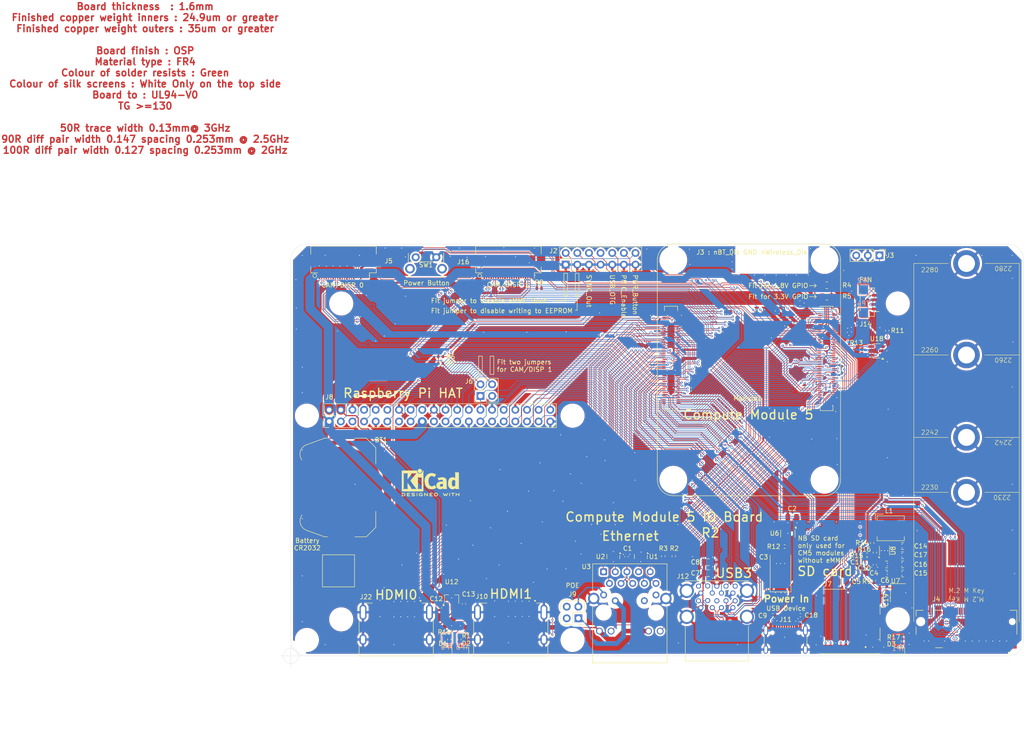
<source format=kicad_pcb>
(kicad_pcb (version 20241229) (generator "pcbnew") (generator_version "9.0")
  (layers (0 "F.Cu" signal) (4 "In1.Cu" power) (6 "In2.Cu" power) (2 "B.Cu" signal) (13 "F.Paste" user) (15 "B.Paste" user) (5 "F.SilkS" user "F.Silkscreen") (7 "B.SilkS" user "B.Silkscreen") (1 "F.Mask" user) (3 "B.Mask" user) (25 "Edge.Cuts" user))
  (net 0 "")
  (net 1 "GND")
  (net 2 "Net-(C1-Pad1)")
  (net 3 "/CM5_GPIO ( Ethernet, GPIO, SDCARD)/VBAT")
  (net 4 "/CM5_HighSpeed/VBUS")
  (net 5 "/CM5_GPIO ( Ethernet, GPIO, SDCARD)/SD_PWR")
  (net 6 "/PCIe-M2/M2_3v3")
  (net 7 "/PCIe-M2/FB")
  (net 8 "/CM5_HighSpeed/HDMI_5v")
  (net 9 "Net-(D1-K)")
  (net 10 "Net-(D2-K)")
  (net 11 "Net-(D3-K)")
  (net 12 "/CM5_GPIO ( Ethernet, GPIO, SDCARD)/nRPIBOOT")
  (net 13 "/CM5_GPIO ( Ethernet, GPIO, SDCARD)/EEPROM_nWP")
  (net 14 "/CM5_GPIO ( Ethernet, GPIO, SDCARD)/SYNC_OUT")
  (net 16 "/CM5_GPIO ( Ethernet, GPIO, SDCARD)/USBOTG")
  (net 17 "/+3.3v")
  (net 18 "/CM5_GPIO ( Ethernet, GPIO, SDCARD)/PMIC_ENABLE")
  (net 19 "/CM5_GPIO ( Ethernet, GPIO, SDCARD)/PWR_BUT")
  (net 20 "/CM5_GPIO ( Ethernet, GPIO, SDCARD)/WL_nDis")
  (net 21 "/CM5_GPIO ( Ethernet, GPIO, SDCARD)/BT_nDis")
  (net 26 "Net-(J4-DAS{slash}~{DSS}{slash}~{LED1})")
  (net 33 "/+5v")
  (net 49 "/CM5_HighSpeed/PCIE_RX_N")
  (net 51 "/CM5_HighSpeed/PCIE_RX_P")
  (net 54 "/CM5_HighSpeed/PCIE_TX_N")
  (net 56 "/CM5_HighSpeed/PCIE_TX_P")
  (net 57 "/CM5_HighSpeed/PCIE_nCLKREQ")
  (net 58 "/CM5_HighSpeed/PCIE_CLK_N")
  (net 59 "/CM5_HighSpeed/PCIE_CLK_P")
  (net 63 "Net-(J4-SUSCLK)")
  (net 65 "/CM5_HighSpeed/DPHY0_D0_N")
  (net 66 "/CM5_HighSpeed/DPHY0_D0_P")
  (net 67 "/CM5_HighSpeed/DPHY0_D1_N")
  (net 68 "/CM5_HighSpeed/DPHY0_D1_P")
  (net 69 "/CM5_HighSpeed/DPHY0_C_N")
  (net 70 "/CM5_HighSpeed/DPHY0_C_P")
  (net 71 "/CM5_HighSpeed/DPHY0_D2_N")
  (net 72 "/CM5_HighSpeed/DPHY0_D2_P")
  (net 73 "/CM5_HighSpeed/DPHY0_D3_N")
  (net 74 "/CM5_HighSpeed/DPHY0_D3_P")
  (net 75 "/CM5_GPIO ( Ethernet, GPIO, SDCARD)/CAM_GPIO0")
  (net 76 "/CM5_GPIO ( Ethernet, GPIO, SDCARD)/CAM_GPIO1")
  (net 77 "/CM5_HighSpeed/SCL0")
  (net 78 "/CM5_HighSpeed/SDA0")
  (net 79 "/CM5_GPIO ( Ethernet, GPIO, SDCARD)/ID_SC")
  (net 80 "/CM5_HighSpeed/SCL1")
  (net 81 "/CM5_GPIO ( Ethernet, GPIO, SDCARD)/ID_SD")
  (net 82 "/CM5_HighSpeed/SDA1")
  (net 85 "/CM5_GPIO ( Ethernet, GPIO, SDCARD)/SD_DAT1")
  (net 86 "/CM5_GPIO ( Ethernet, GPIO, SDCARD)/SD_DAT0")
  (net 87 "/CM5_GPIO ( Ethernet, GPIO, SDCARD)/SD_CLK")
  (net 88 "/CM5_GPIO ( Ethernet, GPIO, SDCARD)/SD_CMD")
  (net 89 "/CM5_GPIO ( Ethernet, GPIO, SDCARD)/SD_DAT3")
  (net 90 "/CM5_GPIO ( Ethernet, GPIO, SDCARD)/SD_DAT2")
  (net 91 "/CM5_GPIO ( Ethernet, GPIO, SDCARD)/GPIO2")
  (net 92 "/CM5_GPIO ( Ethernet, GPIO, SDCARD)/GPIO3")
  (net 93 "/CM5_GPIO ( Ethernet, GPIO, SDCARD)/GPIO4")
  (net 94 "/CM5_GPIO ( Ethernet, GPIO, SDCARD)/GPIO14")
  (net 95 "/CM5_GPIO ( Ethernet, GPIO, SDCARD)/GPIO15")
  (net 96 "/CM5_GPIO ( Ethernet, GPIO, SDCARD)/GPIO17")
  (net 97 "/CM5_GPIO ( Ethernet, GPIO, SDCARD)/GPIO18")
  (net 98 "/CM5_GPIO ( Ethernet, GPIO, SDCARD)/GPIO27")
  (net 99 "/CM5_GPIO ( Ethernet, GPIO, SDCARD)/GPIO22")
  (net 100 "/CM5_GPIO ( Ethernet, GPIO, SDCARD)/GPIO23")
  (net 101 "/CM5_GPIO ( Ethernet, GPIO, SDCARD)/GPIO24")
  (net 102 "/CM5_GPIO ( Ethernet, GPIO, SDCARD)/GPIO10")
  (net 103 "/CM5_GPIO ( Ethernet, GPIO, SDCARD)/GPIO9")
  (net 104 "/CM5_GPIO ( Ethernet, GPIO, SDCARD)/GPIO25")
  (net 105 "/CM5_GPIO ( Ethernet, GPIO, SDCARD)/GPIO11")
  (net 106 "/CM5_GPIO ( Ethernet, GPIO, SDCARD)/GPIO8")
  (net 107 "/CM5_GPIO ( Ethernet, GPIO, SDCARD)/GPIO7")
  (net 108 "/CM5_GPIO ( Ethernet, GPIO, SDCARD)/GPIO5")
  (net 109 "/CM5_GPIO ( Ethernet, GPIO, SDCARD)/GPIO6")
  (net 110 "/CM5_GPIO ( Ethernet, GPIO, SDCARD)/GPIO12")
  (net 111 "/CM5_GPIO ( Ethernet, GPIO, SDCARD)/GPIO13")
  (net 112 "/CM5_GPIO ( Ethernet, GPIO, SDCARD)/GPIO19")
  (net 113 "/CM5_GPIO ( Ethernet, GPIO, SDCARD)/GPIO16")
  (net 114 "/CM5_GPIO ( Ethernet, GPIO, SDCARD)/GPIO26")
  (net 115 "/CM5_GPIO ( Ethernet, GPIO, SDCARD)/GPIO20")
  (net 116 "/CM5_GPIO ( Ethernet, GPIO, SDCARD)/GPIO21")
  (net 117 "/CM5_GPIO ( Ethernet, GPIO, SDCARD)/TR1_TAP")
  (net 118 "/CM5_GPIO ( Ethernet, GPIO, SDCARD)/TR2_TAP")
  (net 119 "/CM5_GPIO ( Ethernet, GPIO, SDCARD)/TR0_TAP")
  (net 120 "/CM5_GPIO ( Ethernet, GPIO, SDCARD)/TR3_TAP")
  (net 121 "/CM5_HighSpeed/HDMI1_HOTPLUG")
  (net 122 "/CM5_HighSpeed/HDMI1_SDA")
  (net 123 "/CM5_HighSpeed/HDMI1_SCL")
  (net 125 "/CM5_HighSpeed/HDMI1_CEC")
  (net 126 "/CM5_HighSpeed/HDMI1_CK_N")
  (net 127 "/CM5_HighSpeed/HDMI1_CK_P")
  (net 128 "/CM5_HighSpeed/HDMI1_D0_N")
  (net 129 "/CM5_HighSpeed/HDMI1_D0_P")
  (net 130 "/CM5_HighSpeed/HDMI1_D1_N")
  (net 131 "/CM5_HighSpeed/HDMI1_D1_P")
  (net 132 "/CM5_HighSpeed/HDMI1_D2_N")
  (net 133 "/CM5_HighSpeed/HDMI1_D2_P")
  (net 134 "/CC1")
  (net 135 "/USB2_P")
  (net 136 "/USB2_N")
  (net 138 "/CC2")
  (net 140 "/CM5_HighSpeed/USB3-0-D_N")
  (net 141 "/CM5_HighSpeed/USB3-0-D_P")
  (net 142 "/CM5_HighSpeed/USB3-0-RX_N")
  (net 143 "/CM5_HighSpeed/USB3-0-RX_P")
  (net 144 "/CM5_HighSpeed/USB3-0-TX_N")
  (net 145 "/CM5_HighSpeed/USB3-0-TX_P")
  (net 146 "/CM5_HighSpeed/USB3-1-D_N")
  (net 147 "/CM5_HighSpeed/USB3-1-D_P")
  (net 148 "/CM5_HighSpeed/USB3-1-RX_N")
  (net 149 "/CM5_HighSpeed/USB3-1-RX_P")
  (net 150 "/CM5_HighSpeed/USB3-1-TX_N")
  (net 151 "/CM5_HighSpeed/USB3-1-TX_P")
  (net 152 "/CM5_GPIO ( Ethernet, GPIO, SDCARD)/TACHO")
  (net 153 "/CM5_GPIO ( Ethernet, GPIO, SDCARD)/PWM")
  (net 154 "/CM5_HighSpeed/DPHY1_D0_N")
  (net 155 "/CM5_HighSpeed/DPHY1_D0_P")
  (net 156 "/CM5_HighSpeed/DPHY1_D1_N")
  (net 157 "/CM5_HighSpeed/DPHY1_D1_P")
  (net 158 "/CM5_HighSpeed/DPHY1_C_N")
  (net 159 "/CM5_HighSpeed/DPHY1_C_P")
  (net 160 "/CM5_HighSpeed/DPHY1_D2_N")
  (net 161 "/CM5_HighSpeed/DPHY1_D2_P")
  (net 162 "/CM5_HighSpeed/DPHY1_D3_N")
  (net 163 "/CM5_HighSpeed/DPHY1_D3_P")
  (net 164 "Net-(J16-Pin_17)")
  (net 166 "/CM5_HighSpeed/HDMI0_HOTPLUG")
  (net 167 "/CM5_HighSpeed/HDMI0_SDA")
  (net 168 "/CM5_HighSpeed/HDMI0_SCL")
  (net 170 "/CM5_HighSpeed/HDMI0_CEC")
  (net 171 "/CM5_HighSpeed/HDMI0_CK_N")
  (net 172 "/CM5_HighSpeed/HDMI0_CK_P")
  (net 173 "/CM5_HighSpeed/HDMI0_D0_N")
  (net 174 "/CM5_HighSpeed/HDMI0_D0_P")
  (net 175 "/CM5_HighSpeed/HDMI0_D1_N")
  (net 176 "/CM5_HighSpeed/HDMI0_D1_P")
  (net 177 "/CM5_HighSpeed/HDMI0_D2_N")
  (net 178 "/CM5_HighSpeed/HDMI0_D2_P")
  (net 179 "Net-(U8-LX)")
  (net 180 "/CM5_GPIO ( Ethernet, GPIO, SDCARD)/TRD3_P")
  (net 181 "/CM5_GPIO ( Ethernet, GPIO, SDCARD)/TRD1_P")
  (net 182 "/CM5_GPIO ( Ethernet, GPIO, SDCARD)/TRD3_N")
  (net 183 "/CM5_GPIO ( Ethernet, GPIO, SDCARD)/TRD1_N")
  (net 184 "/CM5_GPIO ( Ethernet, GPIO, SDCARD)/TRD2_N")
  (net 185 "/CM5_GPIO ( Ethernet, GPIO, SDCARD)/TRD0_N")
  (net 186 "/CM5_GPIO ( Ethernet, GPIO, SDCARD)/TRD2_P")
  (net 187 "/CM5_GPIO ( Ethernet, GPIO, SDCARD)/TRD0_P")
  (net 188 "/CM5_GPIO ( Ethernet, GPIO, SDCARD)/ETH_LEDY")
  (net 189 "/CM5_GPIO ( Ethernet, GPIO, SDCARD)/ETH_LEDG")
  (net 190 "Net-(Module1A-LED_nACT)")
  (net 196 "/CM5_GPIO ( Ethernet, GPIO, SDCARD)/SD_PWR_ON")
  (net 197 "/CM5_GPIO ( Ethernet, GPIO, SDCARD)/GPIO_VREF")
  (net 198 "/CM5_GPIO ( Ethernet, GPIO, SDCARD)/+1.8v")
  (net 199 "/CM5_GPIO ( Ethernet, GPIO, SDCARD)/nPWR_LED")
  (net 200 "/CM5_HighSpeed/PCIE_PWR_EN")
  (net 201 "/CM5_HighSpeed/PCIE_nWAKE")
  (net 202 "/CM5_HighSpeed/PCIE_nRST")
  (net 203 "/CM5_HighSpeed/VBUS_EN")
  (net 204 "Net-(U3-LEDY_K)")
  (net 205 "Net-(U3-LEDG_K)")
  (net 206 "Net-(U6-ILIM)")
  (footprint "CM5IO:BatteryHolder_Keystone_3034_1x20mm" (layer "F.Cu") (at 90 123.2 -90)
    (property "Reference" "BT1")
    (property "Value" "Battery_Cell")
  )
  (footprint "Capacitor_SMD:C_0402_1005Metric" (layer "F.Cu") (at 152.3 138.3 90)
    (property "Reference" "C1")
    (property "Value" "100n")
  )
  (footprint "Capacitor_SMD:C_0805_2012Metric" (layer "F.Cu") (at 199.45 143.75 180)
    (property "Reference" "C5")
    (property "Value" "10u")
  )
  (footprint "Capacitor_SMD:C_0402_1005Metric" (layer "F.Cu") (at 111.55 149.5 90)
    (property "Reference" "C12")
    (property "Value" "100n")
  )
  (footprint "Capacitor_SMD:C_0402_1005Metric" (layer "F.Cu") (at 116.8 148.6 90)
    (property "Reference" "C13")
    (property "Value" "100n")
  )
  (footprint "CM5IO:Hirose_FH12-22S-0.5SH_1x22-1MP_P0.50mm_Horizontal" (layer "F.Cu") (at 90.5 75 180)
    (property "Reference" "J5")
    (property "Value" "Conn_01x22_Female")
  )
  (footprint "CM5IO:Hirose_FH12-22S-0.5SH_1x22-1MP_P0.50mm_Horizontal" (layer "F.Cu") (at 126.5 75 180)
    (property "Reference" "J16")
    (property "Value" "Conn_01x22_Female")
  )
  (footprint "Resistor_SMD:R_0402_1005Metric" (layer "F.Cu") (at 113.6 156.4 90)
    (property "Reference" "R10")
    (property "Value" "1k")
  )
  (footprint "Package_SON:USON-10_2.5x1.0mm_P0.5mm" (layer "F.Cu") (at 155.4 138.285 -90)
    (property "Reference" "U1")
    (property "Value" "TPD4EUSB30")
  )
  (footprint "Package_TO_SOT_SMD:TSOT-23_HandSoldering" (layer "F.Cu") (at 114.1 147.6 90)
    (property "Reference" "U12")
    (property "Value" "RT9742SNGV")
  )
  (footprint "Connector_PinHeader_2.54mm:PinHeader_2x20_P2.54mm_Vertical" (layer "F.Cu") (at 87.37 108.77 90)
    (property "Reference" "J8")
    (property "Value" "THD-20-R")
  )
  (footprint "LED_SMD:LED_0603_1608Metric" (layer "F.Cu") (at 116.35 158.9 180)
    (property "Reference" "D2")
    (property "Value" "LED Green")
  )
  (footprint "Resistor_SMD:R_0402_1005Metric" (layer "F.Cu") (at 160.3 138.215 90)
    (property "Reference" "R3")
    (property "Value" "470R")
  )
  (footprint "Resistor_SMD:R_0402_1005Metric" (layer "F.Cu") (at 162.6 138.215 90)
    (property "Reference" "R2")
    (property "Value" "470R")
  )
  (footprint "Connector_PinHeader_2.54mm:PinHeader_2x02_P2.54mm_Vertical" (layer "F.Cu") (at 141.77 151.77 180)
    (property "Reference" "J9")
    (property "Value" "THD-02-R")
  )
  (footprint "Connector_USB:USB_C_Receptacle_GCT_USB4105-xx-A_16P_TopMnt_Horizontal" (layer "F.Cu") (at 187 157.525)
    (property "Reference" "J11")
    (property "Value" "USB_C_Receptacle_USB2.0")
  )
  (footprint "LED_SMD:LED_0603_1608Metric" (layer "F.Cu") (at 112.7 158.9 180)
    (property "Reference" "D1")
    (property "Value" "LED Red")
  )
  (footprint "Resistor_SMD:R_0402_1005Metric" (layer "F.Cu") (at 115.8 156.4 90)
    (property "Reference" "R1")
    (property "Value" "1k")
  )
  (footprint "Package_TO_SOT_SMD:SOT-23-5" (layer "F.Cu") (at 206.9 93.35 180)
    (property "Reference" "U18")
    (property "Value" "RT9742GGJ5")
  )
  (footprint "CM5IO:TRJG0926HENL" (layer "F.Cu") (at 153 150.5)
    (property "Reference" "U3")
    (property "Value" "MagJack-A70-112-331N126")
  )
  (footprint "CM5IO:EDAC 690-019-298-412" (layer "F.Cu") (at 127 150.45)
    (property "Reference" "J10")
    (property "Value" "690-019-298-412" (hide yes))
  )
  (footprint "CM5IO:EDAC 690-019-298-412" (layer "F.Cu") (at 102 150.45)
    (property "Reference" "J22")
    (property "Value" "690-019-298-412" (hide yes))
  )
  (footprint "CM5IO:MountingHole_2.7mm_M2.5_DIN965" (layer "F.Cu") (at 90 152)
    (property "Reference" "H1" (hide yes))
    (property "Value" "MountingHole")
  )
  (footprint "CM5IO:MountingHole_2.7mm_M2.5_DIN965" (layer "F.Cu") (at 82.5 156.5)
    (property "Reference" "H2" (hide yes))
    (property "Value" "MountingHole")
  )
  (footprint "CM5IO:MountingHole_2.7mm_M2.5_DIN965" (layer "F.Cu") (at 82.5 107.5)
    (property "Reference" "H3" (hide yes))
    (property "Value" "MountingHole")
  )
  (footprint "CM5IO:MountingHole_2.7mm_M2.5_DIN965" (layer "F.Cu") (at 140.5 156.5)
    (property "Reference" "H4" (hide yes))
    (property "Value" "MountingHole")
  )
  (footprint "CM5IO:MountingHole_2.7mm_M2.5_DIN965" (layer "F.Cu") (at 140.5 107.5)
    (property "Reference" "H5" (hide yes))
    (property "Value" "MountingHole")
  )
  (footprint "CM5IO:MountingHole_2.7mm_M2.5_DIN965" (layer "F.Cu") (at 211.5 83)
    (property "Reference" "H6" (hide yes))
    (property "Value" "MountingHole")
  )
  (footprint "CM5IO:MountingHole_2.7mm_M2.5_DIN965" (layer "F.Cu") (at 90 83)
    (property "Reference" "H7" (hide yes))
    (property "Value" "MountingHole")
  )
  (footprint "CM5IO:MountingHole_2.7mm_M2.5_DIN965" (layer "F.Cu") (at 211.5 152)
    (property "Reference" "H8" (hide yes))
    (property "Value" "MountingHole")
  )
  (footprint "Connector_PinHeader_2.54mm:PinHeader_2x02_P2.54mm_Vertical" (layer "F.Cu") (at 120.4 103.2 90)
    (property "Reference" "J6")
    (property "Value" "THD-02-R")
  )
  (footprint "Resistor_SMD:R_0402_1005Metric" (layer "F.Cu") (at 111.685 94.6)
    (property "Reference" "R6")
    (property "Value" "2.2K 1%")
  )
  (footprint "Resistor_SMD:R_0402_1005Metric" (layer "F.Cu") (at 111.685 96.1)
    (property "Reference" "R7")
    (property "Value" "2.2K 1%")
  )
  (footprint "Package_SON:USON-10_2.5x1.0mm_P0.5mm" (layer "F.Cu") (at 149.4 138.285 -90)
    (property "Reference" "U2")
    (property "Value" "TPD4EUSB30")
  )
  (footprint "Connector_PinHeader_2.54mm:PinHeader_2x07_P2.54mm_Vertical" (layer "F.Cu") (at 139 74.5 90)
    (property "Reference" "J2")
    (property "Value" "Conn_02x07_Odd_Even")
  )
  (footprint "Resistor_SMD:R_0805_2012Metric_Pad1.20x1.40mm_HandSolder" (layer "F.Cu") (at 196 79)
    (property "Reference" "R4")
    (property "Value" "nf")
  )
  (footprint "Resistor_SMD:R_0805_2012Metric_Pad1.20x1.40mm_HandSolder" (layer "F.Cu") (at 196 81.5)
    (property "Reference" "R5")
    (property "Value" "0R")
  )
  (footprint "LED_SMD:LED_0603_1608Metric" (layer "F.Cu") (at 211.5 158.9 180)
    (property "Reference" "D3")
    (property "Value" "LED Green")
  )
  (footprint "Package_DFN_QFN:DFN-8-1EP_2x2mm_P0.5mm_EP1.05x1.75mm" (layer "F.Cu") (at 208.6 137 90)
    (property "Reference" "U8")
    (property "Value" "AP3441SHE-7B")
  )
  (footprint "Connector_PinHeader_2.54mm:PinHeader_1x03_P2.54mm_Vertical" (layer "F.Cu") (at 207.5 72.5 -90)
    (property "Reference" "J3")
    (property "Value" "Conn_01x03")
  )
  (footprint "CM5IO:SDCARD_MOLEX_503398-1892" (layer "F.Cu") (at 201.08 152.45 180)
    (property "Reference" "J7")
    (property "Value" "Micro_SD_Card_Det")
  )
  (footprint "CM5IO:M.2 M Key socket" (layer "F.Cu") (at 226.5 152.5 180)
    (property "Reference" "J4")
    (property "Value" "Bus_M.2_Socket_M")
  )
  (footprint "Resistor_SMD:R_0402_1005Metric" (layer "F.Cu") (at 133.215 79.7)
    (property "Reference" "R8")
    (property "Value" "2.2K 1%")
  )
  (footprint "Resistor_SMD:R_0402_1005Metric" (layer "F.Cu") (at 206.3 143.5 -90)
    (property "Reference" "R9")
    (property "Value" "2.2K 1%")
  )
  (footprint "Capacitor_SMD:C_0805_2012Metric" (layer "F.Cu") (at 209.05 142)
    (property "Reference" "C6")
    (property "Value" "10u")
  )
  (footprint "Capacitor_SMD:C_0805_2012Metric" (layer "F.Cu") (at 212.55 140 180)
    (property "Reference" "C16")
    (property "Value" "10u")
  )
  (footprint "Capacitor_SMD:C_0402_1005Metric" (layer "F.Cu") (at 206.5 140.085 -90)
    (property "Reference" "C10")
    (property "Value" "100n")
  )
  (footprint "Capacitor_SMD:C_0402_1005Metric" (layer "F.Cu") (at 204.8 138.9)
    (property "Reference" "C11")
    (property "Value" "4.7nF")
  )
  (footprint "Capacitor_SMD:C_0805_2012Metric" (layer "F.Cu") (at 170.1375 139.5)
    (property "Reference" "C8")
    (property "Value" "10u")
  )
  (footprint "CM5IO:MTCONN_UBAF30-D2011" (layer "F.Cu") (at 172 151.45)
    (property "Reference" "J12")
    (property "Value" "USB3_A")
  )
  (footprint "Connector_JST:JST_SH_BM04B-SRSS-TB_1x04-1MP_P1.00mm_Vertical" (layer "F.Cu") (at 205.3 82.7 90)
    (property "Reference" "J14")
    (property "Value" "JST_SHBM04B-SRSS-TB")
  )
  (footprint "Capacitor_SMD:C_0805_2012Metric" (layer "F.Cu") (at 188.4375 129.7 180)
    (property "Reference" "C2")
    (property "Value" "10u")
  )
  (footprint "Capacitor_Tantalum_SMD:CP_EIA-7343-31_Kemet-D" (layer "F.Cu") (at 185.9 141.5875 90)
    (property "Reference" "C3")
    (property "Value" "100uF")
  )
  (footprint "Capacitor_SMD:C_0805_2012Metric" (layer "F.Cu") (at 212.5375 138 180)
    (property "Reference" "C17")
    (property "Value" "10u")
  )
  (footprint "Crystal:Crystal_SMD_3225-4Pin_3.2x2.5mm" (layer "F.Cu") (at 211.55 146.2 -90)
    (property "Reference" "U7")
    (property "Value" "ASEK-32.768KHZ-L-R-T")
  )
  (footprint "Resistor_SMD:R_0402_1005Metric" (layer "F.Cu") (at 212.6 156.8 90)
    (property "Reference" "R17")
    (property "Value" "1k")
  )
  (footprint "Package_TO_SOT_SMD:SOT-23-6" (layer "F.Cu") (at 187.5 133.2625 -90)
    (property "Reference" "U6")
    (property "Value" "AP22653W6")
  )
  (footprint "CM5IO:L_Bourns_SRP5030CC" (layer "F.Cu") (at 209.95 132.1)
    (property "Reference" "L1")
    (property "Value" "2.2uH")
  )
  (footprint "Capacitor_SMD:C_0402_1005Metric" (layer "F.Cu") (at 190.22 151.1)
    (property "Reference" "C18")
    (property "Value" "100n")
  )
  (footprint "Button_Switch_THT:SW_Tactile_SPST_Angled_PTS645Vx58-2LFS" (layer "F.Cu") (at 106.25 72.9)
    (property "Reference" "SW1")
    (property "Value" "Right angle Tact button")
  )
  (footprint "Resistor_SMD:R_0402_1005Metric" (layer "F.Cu") (at 209.2 88.95 90)
    (property "Reference" "R11")
    (property "Value" "10K 1%")
  )
  (footprint "Resistor_SMD:R_0402_1005Metric" (layer "F.Cu") (at 203.65 93.35 90)
    (property "Reference" "R13")
    (property "Value" "10K 1%")
  )
  (footprint "Resistor_SMD:R_0402_1005Metric" (layer "F.Cu") (at 206.5 137.415 90)
    (property "Reference" "R16")
    (property "Value" "2.2K 1%")
  )
  (footprint "Symbol:KiCad-Logo2_5mm_SilkScreen" (layer "F.Cu") (at 109.5 122.1)
    (property "Reference" "REF**" (hide yes))
    (property "Value" "KiCad-Logo2_5mm_SilkScreen" (hide yes))
  )
  (footprint "Capacitor_SMD:C_0805_2012Metric" (layer "F.Cu") (at 170.15 141.9)
    (property "Reference" "C7")
    (property "Value" "10u")
  )
  (footprint "Resistor_SMD:R_0402_1005Metric" (layer "F.Cu") (at 204.8 137.9)
    (property "Reference" "R15")
    (property "Value" "10K 1%")
  )
  (footprint "Resistor_SMD:R_0402_1005Metric" (layer "F.Cu") (at 186.8 136.1 180)
    (property "Reference" "R12")
    (property "Value" "15K 1%")
  )
  (footprint "Capacitor_SMD:C_0805_2012Metric" (layer "F.Cu") (at 212.55 142 180)
    (property "Reference" "C15")
    (property "Value" "10u")
  )
  (footprint "Capacitor_SMD:C_0805_2012Metric" (layer "F.Cu") (at 212.55 136 180)
    (property "Reference" "C14")
    (property "Value" "10u")
  )
  (footprint "Capacitor_SMD:C_0402_1005Metric" (layer "F.Cu") (at 184.22 151.1 180)
    (property "Reference" "C9")
    (property "Value" "100n")
  )
  (footprint "Resistor_SMD:R_0402_1005Metric" (layer "F.Cu") (at 205.9 135.315 -90)
    (property "Reference" "R14")
    (property "Value" "100K 1%")
  )
  (footprint "CM5IO:Raspberry-Pi-5-Compute-Module" (layer "F.Cu") (at 195.5 73.5 180)
    (property "Reference" "Module1")
    (property "Value" "ComputeModule5-CM5")
  )
  (footprint "Capacitor_SMD:C_0805_2012Metric" (layer "F.Cu") (at 209.05 140)
    (property "Reference" "C4")
    (property "Value" "10u")
  )
  (footprint "Capacitor_SMD:C_0402_1005Metric" (layer "F.Cu") (at 209.1 145.32 -90)
    (property "Reference" "C19")
    (property "Value" "100n")
  )
  (footprint "TestPoint:TestPoint_Pad_2.0x2.0mm" (layer "B.Cu") (at 211.6 156.4)
    (property "Reference" "TP1")
    (property "Value" "TestPoint")
  )
  (footprint "TestPoint:TestPoint_Pad_2.0x2.0mm" (layer "B.Cu") (at 204 85 180)
    (property "Reference" "TP4")
    (property "Value" "TestPoint")
  )
  (footprint "TestPoint:TestPoint_Pad_2.0x2.0mm" (layer "B.Cu") (at 204 80 180)
    (property "Reference" "TP2")
    (property "Value" "TestPoint")
  )
  (footprint "TestPoint:TestPoint_Pad_2.0x2.0mm" (layer "B.Cu") (at 116.411606 156.1)
    (property "Reference" "TP3")
    (property "Value" "TestPoint")
  )
  (footprint "TestPoint:TestPoint_Pad_2.0x2.0mm" (layer "B.Cu") (at 113.1 156.1)
    (property "Reference" "TP5")
    (property "Value" "TestPoint")
  )
  (gr_line (start 136.1 82.4) (end 138.5 82.4) (stroke (width 0.12)) (layer "F.SilkS"))
  (gr_line (start 141.5 81) (end 141.1 81.4) (stroke (width 0.12)) (layer "F.SilkS"))
  (gr_line (start 92.9 144.9) (end 85.9 144.9) (stroke (width 0.12)) (layer "F.SilkS"))
  (gr_line (start 192.2 81.5) (end 193.7 81.5) (stroke (width 0.12)) (layer "F.SilkS"))
  (gr_rect (start 85.9 137.9) (end 85.9 144.9) (stroke (width 0.12)) (fill no) (layer "F.SilkS"))
  (gr_line (start 192.2 79.1) (end 193.7 79.1) (stroke (width 0.12)) (layer "F.SilkS"))
  (gr_line (start 92.9 144.9) (end 92.9 138.9) (stroke (width 0.12)) (layer "F.SilkS"))
  (gr_line (start 92.9 137.9) (end 92.9 138.9) (stroke (width 0.12)) (layer "F.SilkS"))
  (gr_line (start 139 81) (end 139.4 81.4) (stroke (width 0.12)) (layer "F.SilkS"))
  (gr_line (start 193.7 81.5) (end 193.3 81.9) (stroke (width 0.12)) (layer "F.SilkS"))
  (gr_line (start 193.7 81.5) (end 193.3 81.1) (stroke (width 0.12)) (layer "F.SilkS"))
  (gr_line (start 193.3 81.1) (end 193.7 81.5) (stroke (width 0.12)) (layer "F.SilkS"))
  (gr_rect (start 122.5 94.5) (end 123.3 98.5) (stroke (width 0.12)) (fill no) (layer "F.SilkS"))
  (gr_line (start 139 82.4) (end 139 81) (stroke (width 0.12)) (layer "F.SilkS"))
  (gr_line (start 141.1 84.5) (end 141.5 84.5) (stroke (width 0.12)) (layer "F.SilkS"))
  (gr_line (start 193.7 79.1) (end 193.3 78.7) (stroke (width 0.12)) (layer "F.SilkS"))
  (gr_line (start 138.5 82.4) (end 139 82.4) (stroke (width 0.12)) (layer "F.SilkS"))
  (gr_line (start 193.7 79.1) (end 193.3 79.5) (stroke (width 0.12)) (layer "F.SilkS"))
  (gr_line (start 139 81) (end 138.6 81.4) (stroke (width 0.12)) (layer "F.SilkS"))
  (gr_line (start 85.9 137.9) (end 92.9 137.9) (stroke (width 0.12)) (layer "F.SilkS"))
  (gr_line (start 141.5 81) (end 141.9 81.4) (stroke (width 0.12)) (layer "F.SilkS"))
  (gr_rect (start 120 94.5) (end 120.8 98.5) (stroke (width 0.12)) (fill no) (layer "F.SilkS"))
  (gr_rect (start 138.6 76.4) (end 139.4 80.4) (stroke (width 0.12)) (fill no) (layer "F.SilkS"))
  (gr_line (start 141.5 84.5) (end 141.5 81) (stroke (width 0.12)) (layer "F.SilkS"))
  (gr_rect (start 141.1 76.4) (end 141.9 80.4) (stroke (width 0.12)) (fill no) (layer "F.SilkS"))
  (gr_line (start 239 156.5) (end 239 73.5) (stroke (width 0.05)) (layer "Edge.Cuts"))
  (gr_line (start 235.5 70) (end 82.5 70) (stroke (width 0.05)) (layer "Edge.Cuts"))
  (gr_line (start 79 156.5) (end 79 73.5) (stroke (width 0.05)) (layer "Edge.Cuts"))
  (gr_arc (start 79 73.5) (mid 80.025126 71.025126) (end 82.5 70) (stroke (width 0.05)) (layer "Edge.Cuts"))
  (gr_line (start 82.5 160) (end 235.5 160) (stroke (width 0.05)) (layer "Edge.Cuts"))
  (gr_arc (start 82.5 160) (mid 80.025126 158.974874) (end 79 156.5) (stroke (width 0.05)) (layer "Edge.Cuts"))
  (gr_arc (start 235.5 70) (mid 237.974874 71.025126) (end 239 73.5) (stroke (width 0.05)) (layer "Edge.Cuts"))
  (gr_arc (start 239 156.5) (mid 237.974874 158.974874) (end 235.5 160) (stroke (width 0.05)) (layer "Edge.Cuts"))
  (gr_text "Board thickness  : 1.6mm\nFinished copper weight inners : 24.9um or greater\nFinished copper weight outers : 35um or greater\n\nBoard finish : OSP\nMaterial type : FR4\nColour of solder resists : Green\nColour of silk screens : White Only on the top side\nBoard to : UL94-V0\nTG >=130\n\n50R trace width 0.13mm@ 3GHz\n90R diff pair width 0.147 spacing 0.253mm @ 2.5GHz\n100R diff pair width 0.127 spacing 0.253mm @ 2GHz" (at 47.2 33.8 0) (layer "F.Cu") (effects (font (size 1.5 1.5) (thickness 0.3))))
  (gr_text "Fit for 3.3V GPIO " (at 185.8 81.5 0) (layer "F.SilkS") (effects (font (size 1 1))))
  (gr_text "Fit jumper to disable writing to EEPROM" (at 109.5 84.6 0) (layer "F.SilkS") (effects (font (size 1 1)) (justify left)))
  (gr_text "Power In" (at 182.1 148.4 0) (layer "F.SilkS") (effects (font (size 1.5 1.5) (thickness 0.3) (bold yes)) (justify left bottom)))
  (gr_text "nWireless_Dis" (at 186.7 71.8 0) (layer "F.SilkS") (effects (font (size 1 1))))
  (gr_text "CAM/DISP 0" (at 90.3 79 0) (layer "F.SilkS") (effects (font (size 1 1))))
  (gr_text "J16" (at 115.2 74.5 0) (layer "F.SilkS") (effects (font (size 1 1)) (justify left bottom)))
  (gr_text "FAN" (at 204.5 77.8 0) (layer "F.SilkS") (effects (font (size 1 1))))
  (gr_text "USB Device" (at 187.1 149.6 0) (layer "F.SilkS") (effects (font (size 1 1))))
  (gr_text "R2" (at 170.6 133.1 0) (layer "F.SilkS") (effects (font (size 2 2) (thickness 0.3))))
  (gr_text "M.2 M Key" (at 222.5 146.3 0) (layer "F.SilkS") (effects (font (size 1 1) (thickness 0.1)) (justify left bottom)))
  (gr_text "Raspberry Pi HAT" (at 103.5 102.6 0) (layer "F.SilkS") (effects (font (size 2 2) (thickness 0.3))))
  (gr_text "Fit for 1.8V GPIO" (at 185.4 79.1 0) (layer "F.SilkS") (effects (font (size 1 1))))
  (gr_text "Compute Module 5 IO Board" (at 138.75 130.8 0) (layer "F.SilkS") (effects (font (size 2 2) (thickness 0.3) (bold yes)) (justify left bottom)))
  (gr_text "USB3" (at 175.7 141.9 0) (layer "F.SilkS") (effects (font (size 2 2) (thickness 0.3))))
  (gr_text "PWR_Button" (at 153.6 76.6 270) (layer "F.SilkS") (effects (font (size 1 1)) (justify left bottom)))
  (gr_text "Fit two jumpers \nfor CAM/DISP 1" (at 123.9 96.6 0) (layer "F.SilkS") (effects (font (size 1 1)) (justify left)))
  (gr_text "J3 : nBT_Dis GND " (at 174.55 71.8 0) (layer "F.SilkS") (effects (font (size 1 1))))
  (gr_text "SYNC_Out" (at 143.5 76.6 270) (layer "F.SilkS") (effects (font (size 1 1)) (justify left bottom)))
  (gr_text "Battery\nCR2032\n" (at 82.6 135.6 0) (layer "F.SilkS") (effects (font (size 1 1))))
  (gr_text "Ethernet" (at 153.1 133.8 0) (layer "F.SilkS") (effects (font (size 2 2) (thickness 0.3))))
  (gr_text "NB SD card\nonly used for \nCM5 modules \nwithout eMMC" (at 189.6 136.7 0) (layer "F.SilkS") (effects (font (size 1 1)) (justify left)))
  (gr_text "SD card" (at 195.6 141.5 0) (layer "F.SilkS") (effects (font (size 2 2) (thickness 0.3))))
  (gr_text "CAM/DISP 1\n" (at 126.4 78.9 0) (layer "F.SilkS") (effects (font (size 1 1))))
  (gr_text "PMIC_Enable" (at 151.1 76.6 -90) (layer "F.SilkS") (effects (font (size 1 1)) (justify left bottom)))
  (gr_text "HDMI1" (at 127.05 146.45 0) (layer "F.SilkS") (effects (font (size 2 2) (thickness 0.3))))
  (gr_text "USB_OTG" (at 148.6 76.6 -90) (layer "F.SilkS") (effects (font (size 1 1)) (justify left bottom)))
  (gr_text "Power Button" (at 103.5 79.1 0) (layer "F.SilkS") (effects (font (size 1 1)) (justify left bottom)))
  (gr_text "J5" (at 99.4 74.3 0) (layer "F.SilkS") (effects (font (size 1 1)) (justify left bottom)))
  (gr_text "HDMI0" (at 102 146.65 0) (layer "F.SilkS") (effects (font (size 2 2) (thickness 0.3))))
  (gr_text "Fit jumper to disable eMMC Boot" (at 109.5 82.4 0) (layer "F.SilkS") (effects (font (size 1 1)) (justify left)))
  (gr_text "POE" (at 140.5 144.6 0) (layer "F.SilkS") (effects (font (size 1 1))))
  (gr_text "Compute Module 5" (at 178.9 107.3 0) (layer "F.SilkS") (effects (font (size 2 2) (thickness 0.3))))
  (target plus (at 79 160) (size 5) (width 0.05) (layer "Edge.Cuts"))
  (segment (start 195.177576 98.8) (end 195.1808 98.796776) (width 0.2) (layer "F.Cu") (net 1))
  (segment (start 195.47999 90.8) (end 196.8 90.8) (width 0.2) (layer "F.Cu") (net 1))
  (segment (start 160.5 89.2) (end 159 89.2) (width 0.2) (layer "F.Cu") (net 1))
  (segment (start 190.5 152.8) (end 190.2 153.1) (width 0.5) (layer "F.Cu") (net 1))
  (segment (start 183.8 153.845) (end 183.8 153.1) (width 0.5) (layer "F.Cu") (net 1))
  (segment (start 194.68 158.075) (end 194.68 155.7) (width 0.3) (layer "F.Cu") (net 1))
  (segment (start 114.1 147.3) (end 112.4 147.3) (width 0.13) (layer "F.Cu") (net 1))
  (segment (start 197.5 96.4) (end 198.27638 96.4) (width 0.2) (layer "F.Cu") (net 1))
  (segment (start 194.42 92) (end 195.1 92) (width 0.2) (layer "F.Cu") (net 1))
  (segment (start 193.705 157.575) (end 193.68 157.55) (width 0.23) (layer "F.Cu") (net 1))
  (segment (start 185.9 139.8) (end 185.9 138.475) (width 1) (layer "F.Cu") (net 1))
  (segment (start 163.58 98.8) (end 163 98.8) (width 0.2) (layer "F.Cu") (net 1))
  (segment (start 218.25 156.75) (end 218.25 157.775) (width 0.3) (layer "F.Cu") (net 1))
  (segment (start 196.9 93.2) (end 196.8 93.1) (width 0.2) (layer "F.Cu") (net 1))
  (segment (start 235.75 156.85) (end 235.6 156.7) (width 0.3) (layer "F.Cu") (net 1))
  (segment (start 162.453939 87.3) (end 162.938528 86.815411) (width 0.2) (layer "F.Cu") (net 1))
  (segment (start 197.95 157.468198) (end 197.95 157.15) (width 0.13) (layer "F.Cu") (net 1))
  (segment (start 161.2 100) (end 162.88999 100) (width 0.23) (layer "F.Cu") (net 1))
  (segment (start 162.784273 98.615727) (end 162.8 98.6) (width 0.23) (layer "F.Cu") (net 1))
  (segment (start 163.6 88) (end 164.28999 88) (width 0.2) (layer "F.Cu") (net 1))
  (segment (start 151.615 137.815) (end 151.6 137.8) (width 0.3) (layer "F.Cu") (net 1))
  (segment (start 194.68 157.575) (end 193.705 157.575) (width 0.23) (layer "F.Cu") (net 1))
  (segment (start 217.25 156.75) (end 217.25 157.775) (width 0.3) (layer "F.Cu") (net 1))
  (segment (start 162.909337 94) (end 162.901867 93.99253) (width 0.2) (layer "F.Cu") (net 1))
  (segment (start 212.4 136.4) (end 212 136.4) (width 0.23) (layer "F.Cu") (net 1))
  (segment (start 163.6 86.8) (end 162.953939 86.8) (width 0.2) (layer "F.Cu") (net 1))
  (segment (start 92.75 76.85) (end 92.75 77.8) (width 0.3) (layer "F.Cu") (net 1))
  (segment (start 223.25 157.775) (end 223.25 156.75) (width 0.23) (layer "F.Cu") (net 1))
  (segment (start 212.4 139.6) (end 212 139.6) (width 0.23) (layer "F.Cu") (net 1))
  (segment (start 160.5 100) (end 161.2 100) (width 0.2) (layer "F.Cu") (net 1))
  (segment (start 163.6 92.8) (end 164.28999 92.8) (width 0.2) (layer "F.Cu") (net 1))
  (segment (start 104.5 151.5) (end 104.5 148.1) (width 0.23) (layer "F.Cu") (net 1))
  (segment (start 131 151.35) (end 131 148.05) (width 0.23) (layer "F.Cu") (net 1))
  (segment (start 190.2 153.1) (end 190.2 153.845) (width 0.5) (layer "F.Cu") (net 1))
  (segment (start 85.25 76.85) (end 85.25 77.8) (width 0.3) (layer "F.Cu") (net 1))
  (segment (start 206.95364 136.93) (end 206.5 136.93) (width 1) (layer "F.Cu") (net 1))
  (segment (start 163.58 91.6) (end 162.9 91.6) (width 0.2) (layer "F.Cu") (net 1))
  (segment (start 126.5 151.35) (end 126.5 148.05) (width 0.23) (layer "F.Cu") (net 1))
  (segment (start 161.18999 97.6) (end 161.2 97.61001) (width 0.2) (layer "F.Cu") (net 1))
  (segment (start 196.9 102.4) (end 196.7 102.2) (width 0.2) (layer "F.Cu") (net 1))
  (segment (start 187.5 132.125) (end 187.5 130.9) (width 0.5) (layer "F.Cu") (net 1))
  (segment (start 92.75 76.85) (end 92.75 74.95) (width 0.3) (layer "F.Cu") (net 1))
  (segment (start 198 98.4) (end 197.5 98.4) (width 0.2) (layer "F.Cu") (net 1))
  (segment (start 89.7 74.8) (end 89.75 74.85) (width 0.3) (layer "F.Cu") (net 1))
  (segment (start 110.23 106.28) (end 111.45 107.5) (width 0.23) (layer "F.Cu") (net 1))
  (segment (start 159.83001 103.6) (end 159.8 103.63001) (width 0.2) (layer "F.Cu") (net 1))
  (segment (start 183.8 153.1) (end 183.5 152.8) (width 0.5) (layer "F.Cu") (net 1))
  (segment (start 162.9 101.2) (end 163.58 101.2) (width 0.2) (layer "F.Cu") (net 1))
  (segment (start 162.91001 100) (end 162.9 99.98999) (width 0.2) (layer "F.Cu") (net 1))
  (segment (start 198.3 98.6) (end 198.1 98.4) (width 0.2) (layer "F.Cu") (net 1))
  (segment (start 160.5 91.6) (end 162.9 91.6) (width 0.2) (layer "F.Cu") (net 1))
  (segment (start 197.5 103.6) (end 198.194979 103.6) (width 0.2) (layer "F.Cu") (net 1))
  (segment (start 207.34 158.06) (end 208.44 158.06) (width 0.23) (layer "F.Cu") (net 1))
  (segment (start 212.4 140.4) (end 212 140.4) (width 0.23) (layer "F.Cu") (net 1))
  (segment (start 207.35 156.4) (end 207.35 158.05) (width 0.23) (layer "F.Cu") (net 1))
  (segment (start 128 151.4) (end 128 148.05) (width 0.23) (layer "F.Cu") (net 1))
  (segment (start 163.57998 100) (end 162.91001 100) (width 0.2) (layer "F.Cu") (net 1))
  (segment (start 163.6 90.4) (end 164.28999 90.4) (width 0.2) (layer "F.Cu") (net 1))
  (segment (start 160.5 98.8) (end 160.961336 98.8) (width 0.2) (layer "F.Cu") (net 1))
  (segment (start 226.67 159.2) (end 226.25 158.78) (width 0.23) (layer "F.Cu") (net 1))
  (segment (start 161.2 97.61001) (end 161.21001 97.6) (width 0.2) (layer "F.Cu") (net 1))
  (segment (start 164.5 102.6) (end 164.3 102.4) (width 0.2) (layer "F.Cu") (net 1))
  (segment (start 161.18999 85.6) (end 161.2 85.58999) (width 0.2) (layer "F.Cu") (net 1))
  (segment (start 194.42 96.8) (end 193.6 96.8) (width 0.2) (layer "F.Cu") (net 1))
  (segment (start 85.25 74.85) (end 85.2 74.8) (width 0.3) (layer "F.Cu") (net 1))
  (segment (start 198 98.4) (end 198.1 98.4) (width 0.13) (layer "F.Cu") (net 1))
  (segment (start 194.46 92) (end 193.7 92) (width 0.13) (layer "F.Cu") (net 1))
  (segment (start 160.5 94) (end 159.7 94) (width 0.2) (layer "F.Cu") (net 1))
  (segment (start 163.6 103.6) (end 162.93001 103.6) (width 0.2) (layer "F.Cu") (net 1))
  (segment (start 227.75 156.75) (end 227.75 157.775) (width 0.23) (layer "F.Cu") (net 1))
  (segment (start 187.5 130.9) (end 187.5 129.7) (width 0.5) (layer "F.Cu") (net 1))
  (segment (start 206.05 158.05) (end 207.33 158.05) (width 0.23) (layer "F.Cu") (net 1))
  (segment (start 194.42 100.8) (end 193.9 100.8) (width 0.2) (layer "F.Cu") (net 1))
  (segment (start 196.88863 92) (end 196.825453 91.936823) (width 0.2) (layer "F.Cu") (net 1))
  (segment (start 160.5 88) (end 161.2 88) (width 0.2) (layer "F.Cu") (net 1))
  (segment (start 194.42 96.8) (end 195.2 96.8) (width 0.2) (layer "F.Cu") (net 1))
  (segment (start 164.28999 90.4) (end 164.3 90.41001) (width 0.2) (layer "F.Cu") (net 1))
  (segment (start 89.75 76.85) (end 89.75 74.85) (width 0.3) (layer "F.Cu") (net 1))
  (segment (start 85.25 76.85) (end 85.25 74.85) (width 0.3) (layer "F.Cu") (net 1))
  (segment (start 155.4 138.67) (end 155.4 139.4) (width 0.3) (layer "F.Cu") (net 1))
  (segment (start 106 151.5) (end 106 148.1) (width 0.23) (layer "F.Cu") (net 1))
  (segment (start 194.42 94.8) (end 193.6 94.8) (width 0.2) (layer "F.Cu") (net 1))
  (segment (start 232.2 159.2) (end 232.25 159.15) (width 0.23) (layer "F.Cu") (net 1))
  (segment (start 204.96 74.26) (end 204.96 72.5) (width 0.23) (layer "F.Cu") (net 1))
  (segment (start 194.42 100.8) (end 195.019942 100.8) (width 0.2) (layer "F.Cu") (net 1))
  (segment (start 94.25 74.9) (end 94.25 76.85) (width 0.3) (layer "F.Cu") (net 1))
  (segment (start 197.5 100.4) (end 198.18086 100.4) (width 0.2) (layer "F.Cu") (net 1))
  (segment (start 160.65 96.4) (end 161.2 96.4) (width 0.2) (layer "F.Cu") (net 1))
  (segment (start 161.4 92.6) (end 162.3 92.6) (width 0.2) (layer "F.Cu") (net 1))
  (segment (start 160.5 86.8) (end 159.9 86.8) (width 0.2) (layer "F.Cu") (net 1))
  (segment (start 122.75 76.85) (end 122.75 77.8) (width 0.3) (layer "F.Cu") (net 1))
  (segment (start 207.02364 137) (end 206.95364 136.93) (width 1) (layer "F.Cu") (net 1))
  (segment (start 161.2 90.4) (end 163.58 90.4) (width 0.2) (layer "F.Cu") (net 1))
  (segment (start 160.5 95.2) (end 161.2 95.2) (width 0.2) (layer "F.Cu") (net 1))
  (segment (start 229.25 159.05) (end 229.3 159.1) (width 0.23) (layer "F.Cu") (net 1))
  (segment (start 217.25 156.75) (end 217.25 156.45) (width 0.3) (layer "F.Cu") (net 1))
  (segment (start 223.25 157.775) (end 223.25 159.15) (width 0.23) (layer "F.Cu") (net 1))
  (segment (start 210 140) (end 211.6 140) (width 1) (layer "F.Cu") (net 1))
  (segment (start 193.913015 105.093015) (end 194.20603 104.8) (width 0.2) (layer "F.Cu") (net 1))
  (segment (start 195.1 90.42001) (end 195.47999 90.8) (width 0.2) (layer "F.Cu") (net 1))
  (segment (start 98.5 150.5) (end 98.5 151.4) (width 0.23) (layer "F.Cu") (net 1))
  (segment (start 233.7 159.2) (end 232.2 159.2) (width 0.23) (layer "F.Cu") (net 1))
  (segment (start 108.91 107.6) (end 110.23 106.28) (width 0.23) (layer "F.Cu") (net 1))
  (segment (start 194.42 93.2) (end 193.892998 93.2) (width 0.13) (layer "F.Cu") (net 1))
  (segment (start 159 89.2) (end 158.9 89.1) (width 0.2) (layer "F.Cu") (net 1))
  (segment (start 197.96 158.075) (end 197.96 157.16) (width 0.23) (layer "F.Cu") (net 1))
  (segment (start 195.2 91.9) (end 196.3 91.9) (width 0.2) (layer "F.Cu") (net 1))
  (segment (start 207.85 136.1) (end 206.8 136.1) (width 0.13) (layer "F.Cu") (net 1))
  (segment (start 204.96 74.26) (end 205 74.3) (width 0.23) (layer "F.Cu") (net 1))
  (segment (start 111.45 107.5) (end 111.5 107.5) (width 0.23) (layer "F.Cu") (net 1))
  (segment (start 211.6 137) (end 211.6 136) (width 1) (layer "F.Cu") (net 1))
  (segment (start 198.55 144.85) (end 198.55 143.7875) (width 0.5) (layer "F.Cu") (net 1))
  (segment (start 227.7 159.2) (end 226.67 159.2) (width 0.23) (layer "F.Cu") (net 1))
  (segment (start 206.8 136.1) (end 206.5 136.4) (width 0.13) (layer "F.Cu") (net 1))
  (segment (start 161.2 88) (end 163.58 88) (width 0.2) (layer "F.Cu") (net 1))
  (segment (start 98.5 149.72) (end 98.5 147.8625) (width 0.13) (layer "F.Cu") (net 1))
  (segment (start 221.75 156.75) (end 221.75 157.775) (width 0.23) (layer "F.Cu") (net 1))
  (segment (start 187.5 133.2) (end 187.5 132.125) (width 0.5) (layer "F.Cu") (net 1))
  (segment (start 161.475 102.4) (end 161.45 102.425) (width 0.13) (layer "F.Cu") (net 1))
  (segment (start 111.55 148.15) (end 111.55 149.015) (width 0.13) (layer "F.Cu") (net 1))
  (segment (start 208.44 158.06) (end 208.45 158.05) (width 0.23) (layer "F.Cu") (net 1))
  (segment (start 235.75 157.775) (end 235.75 156.85) (width 0.3) (layer "F.Cu") (net 1))
  (segment (start 217.25 156.45) (end 217.5 156.2) (width 0.3) (layer "F.Cu") (net 1))
  (segment (start 161.85 102.4) (end 161.475 102.4) (width 0.13) (layer "F.Cu") (net 1))
  (segment (start 212 140.4) (end 211.6 140) (width 0.23) (layer "F.Cu") (net 1))
  (segment (start 224.75 157.775) (end 224.75 159.25) (width 0.23) (layer "F.Cu") (net 1))
  (segment (start 186.8 139.8) (end 186.8 139.375) (width 1) (layer "F.Cu") (net 1))
  (segment (start 233.75 157.775) (end 233.75 159.15) (width 0.23) (layer "F.Cu") (net 1))
  (segment (start 211.6 138) (end 211.6 137) (width 1) (layer "F.Cu") (net 1))
  (segment (start 101.5 148.1) (end 101.5 151.45) (width 0.23) (layer "F.Cu") (net 1))
  (segment (start 152.72 137.815) (end 152.735 137.8) (width 0.3) (layer "F.Cu") (net 1))
  (segment (start 125.75 76.85) (end 125.75 77.8) (width 0.3) (layer "F.Cu") (net 1))
  (segment (start 162.5 101.4) (end 162.7 101.4) (width 0.2) (layer "F.Cu") (net 1))
  (segment (start 212.4 135.6) (end 212 135.6) (width 0.23) (layer "F.Cu") (net 1))
  (segment (start 195.08499 85.6) (end 195.1 85.58499) (width 0.2) (layer "F.Cu") (net 1))
  (segment (start 197.5 96.4) (end 196.7 96.4) (width 0.2) (layer "F.Cu") (net 1))
  (segment (start 163.6 94) (end 162.909337 94) (width 0.2) (layer "F.Cu") (net 1))
  (segment (start 193.644988 92.95199) (end 193.644988 92.8) (width 0.13) (layer "F.Cu") (net 1))
  (segment (start 94.25 76.85) (end 94.25 77.8) (width 0.3) (layer "F.Cu") (net 1))
  (segment (start 194.42 98.8) (end 195.177576 98.8) (width 0.2) (layer "F.Cu") (net 1))
  (segment (start 209.1 93.35) (end 208 93.35) (width 0.23) (layer "F.Cu") (net 1))
  (segment (start 164.28999 88) (end 164.3 88.01001) (width 0.2) (layer "F.Cu") (net 1))
  (segment (start 211.6 142) (end 210 142) (width 1) (layer "F.Cu") (net 1))
  (segment (start 232.25 156.75) (end 232.25 157.775) (width 0.23) (layer "F.Cu") (net 1))
  (segment (start 232.25 159.15) (end 232.25 157.775) (width 0.23) (layer "F.Cu") (net 1))
  (segment (start 160.5 92.8) (end 161.2 92.8) (width 0.2) (layer "F.Cu") (net 1))
  (segment (start 185 139.8) (end 185 139.375) (width 1) (layer "F.Cu") (net 1))
  (segment (start 229.25 157.775) (end 229.25 159.05) (width 0.23) (layer "F.Cu") (net 1))
  (segment (start 161.145609 98.615727) (end 162.784273 98.615727) (width 0.23) (layer "F.Cu") (net 1))
  (segment (start 121.25 76.85) (end 121.25 77.8) (width 0.3) (layer "F.Cu") (net 1))
  (segment (start 130.25 76.85) (end 130.25 77.8) (width 0.3) (layer "F.Cu") (net 1))
  (segment (start 194.42 102.4) (end 195.1 102.4) (width 0.2) (layer "F.Cu") (net 1))
  (segment (start 230.75 159.25) (end 230.8 159.3) (width 0.23) (layer "F.Cu") (net 1))
  (segment (start 149.4 138.67) (end 149.4 139.4) (width 0.3) (layer "F.Cu") (net 1))
  (segment (start 197.95 158.565) (end 197.95 157.468198) (width 0.13) (layer "F.Cu") (net 1))
  (segment (start 185 139.375) (end 185.9 138.475) (width 1) (layer "F.Cu") (net 1))
  (segment (start 212 136.4) (end 211.6 136) (width 0.23) (layer "F.Cu") (net 1))
  (segment (start 218.25 156.35) (end 218.25 156.75) (width 0.3) (layer "F.Cu") (net 1))
  (segment (start 88.25 76.85) (end 88.25 74.85) (width 0.3) (layer "F.Cu") (net 1))
  (segment (start 211.6 142) (end 211.6 140) (width 1) (layer "F.Cu") (net 1))
  (segment (start 88.25 76.85) (end 88.25 77.8) (width 0.3) (layer "F.Cu") (net 1))
  (segment (start 198.18086 100.4) (end 198.219139 100.361721) (width 0.2) (layer "F.Cu") (net 1))
  (segment (start 186.29 136.1) (end 186.29 138.085) (width 0.23) (layer "F.Cu") (net 1))
  (segment (start 161.2 92.8) (end 161.4 92.6) (width 0.2) (layer "F.Cu") (net 1))
  (segment (start 197.5 105.074144) (end 197.319153 105.254991) (width 0.2) (layer "F.Cu") (net 1))
  (segment (start 194.6 146.81) (end 193.76 146.81) (width 0.23) (layer "F.Cu") (net 1))
  (segment (start 207.1 140.6) (end 206.53 140.6) (width 0.5) (layer "F.Cu") (net 1))
  (segment (start 235.55 156.75) (end 235.25 156.75) (width 0.3) (layer "F.Cu") (net 1))
  (segment (start 193.76 146.81) (end 193.75 146.8) (width 0.23) (layer "F.Cu") (net 1))
  (segment (start 207.56 147.31) (end 207.56 144.35) (width 0.3) (layer "F.Cu") (net 1))
  (segment (start 212 141.6) (end 211.6 142) (width 0.23) (layer "F.Cu") (net 1))
  (segment (start 212.4 138.4) (end 211.9875 138.4) (width 0.23) (layer "F.Cu") (net 1))
  (segment (start 160.961336 98.8) (end 161.145609 98.615727) (width 0.2) (layer "F.Cu") (net 1))
  (segment (start 152.3 137.815) (end 151.615 137.815) (width 0.3) (layer "F.Cu") (net 1))
  (segment (start 127.25 76.85) (end 127.25 77.8) (width 0.3) (layer "F.Cu") (net 1))
  (segment (start 160.5 86.8) (end 161.1 86.8) (width 0.2) (layer "F.Cu") (net 1))
  (segment (start 193.892998 93.2) (end 193.644988 92.95199) (width 0.13) (layer "F.Cu") (net 1))
  (segment (start 198.27638 96.4) (end 198.326926 96.450546) (width 0.2) (layer "F.Cu") (net 1))
  (segment (start 212 139.6) (end 211.6 140) (width 0.23) (layer "F.Cu") (net 1))
  (segment (start 124.25 76.85) (end 124.25 77.8) (width 0.3) (layer "F.Cu") (net 1))
  (segment (start 194.42 85.6) (end 195.08499 85.6) (width 0.2) (layer "F.Cu") (net 1))
  (segment (start 194.42 94.8) (end 195.2 94.8) (width 0.2) (layer "F.Cu") (net 1))
  (segment (start 196.68 94.4) (end 197.5 94.4) (width 0.2) (layer "F.Cu") (net 1))
  (segment (start 86.75 76.85) (end 86.75 74.85) (width 0.23) (layer "F.Cu") (net 1))
  (segment (start 194.42 90.4) (end 195.07999 90.4) (width 0.2) (layer "F.Cu") (net 1))
  (segment (start 103 151.45) (end 103 148.1) (width 0.23) (layer "F.Cu") (net 1))
  (segment (start 230.75 157.775) (end 230.75 159) (width 0.23) (layer "F.Cu") (net 1))
  (segment (start 161.45 102.425) (end 161.425 102.4) (width 0.2) (layer "F.Cu") (net 1))
  (segment (start 91.25 76.85) (end 91.25 77.9) (width 0.3) (layer "F.Cu") (net 1))
  (segment (start 204.96 72.5) (end 204.96 70.84) (width 0.23) (layer "F.Cu") (net 1))
  (segment (start 212.4 137.6) (end 211.9875 137.6) (width 0.23) (layer "F.Cu") (net 1))
  (segment (start 208.6 137) (end 211.6 137) (width 1) (layer "F.Cu") (net 1))
  (segment (start 162.5 92.8) (end 163.58 92.8) (width 0.2) (layer "F.Cu") (net 1))
  (segment (start 161.6 87.3) (end 162.453939 87.3) (width 0.2) (layer "F.Cu") (net 1))
  (segment (start 197.5 104.8) (end 197.5 105.074144) (width 0.2) (layer "F.Cu") (net 1))
  (segment (start 152.735 137.8) (end 153 137.8) (width 0.3) (layer "F.Cu") (net 1))
  (segment (start 206.5 136.4) (end 205.9 135.8) (width 1) (layer "F.Cu") (net 1))
  (segment (start 128.75 76.85) (end 128.75 77.8) (width 0.3) (layer "F.Cu") (net 1))
  (segment (start 159.9 86.8) (end 159.8 86.7) (width 0.2) (layer "F.Cu") (net 1))
  (segment (start 206.5 140.57) (end 205.83 140.57) (width 0.5) (layer "F.Cu") (net 1))
  (segment (start 233.75 156.75) (end 233.75 157.775) (width 0.23) (layer "F.Cu") (net 1))
  (segment (start 152.3 137.815) (end 152.72 137.815) (width 0.3) (layer "F.Cu") (net 1))
  (segment (start 235.25 156.75) (end 235.25 157.775) (width 0.23) (layer "F.Cu") (net 1))
  (segment (start 161.1 86.8) (end 161.6 87.3) (width 0.2) (layer "F.Cu") (net 1))
  (segment (start 233.75 159.15) (end 233.7 159.2) (width 0.23) (layer "F.Cu") (net 1))
  (segment (start 112.4 147.3) (end 111.55 148.15) (width 0.13) (layer "F.Cu") (net 1))
  (segment (start 98.5 147.8625) (end 98.45 147.8125) (width 0.13) (layer "F.Cu") (net 1))
  (segment (start 163.6 85.6) (end 164.28999 85.6) (width 0.2) (layer "F.Cu") (net 1))
  (segment (start 196.3 91.9) (end 196.336823 91.936823) (width 0.2) (layer "F.Cu") (net 1))
  (segment (start 164.28999 85.6) (end 164.3 85.58999) (width 0.2) (layer "F.Cu") (net 1))
  (segment (start 108.91 107.6) (end 108.9 107.6) (width 0.23) (layer "F.Cu") (net 1))
  (segment (start 162.7 101.4) (end 162.9 101.2) (width 0.2) (layer "F.Cu") (net 1))
  (segment (start 164.28999 92.8) (end 164.3 92.81001) (width 0.2) (layer "F.Cu") (net 1))
  (segment (start 211.9875 137.6) (end 211.5875 138) (width 0.23) (layer "F.Cu") (net 1))
  (segment (start 160.5 85.6) (end 161.18999 85.6) (width 0.2) (layer "F.Cu") (net 1))
  (segment (start 227.75 159.15) (end 227.7 159.2) (width 0.23) (layer "F.Cu") (net 1))
  (segment (start 212.4 142.4) (end 212 142.4) (width 0.23) (layer "F.Cu") (net 1))
  (segment (start 223.25 159.15) (end 223.3 159.2) (width 0.23) (layer "F.Cu") (net 1))
  (segment (start 161.21001 97.6) (end 162.9 97.6) (width 0.2) (layer "F.Cu") (net 1))
  (segment (start 195.07999 90.4) (end 195.1 90.42001) (width 0.2) (layer "F.Cu") (net 1))
  (segment (start 160.5 91.6) (end 159.7 91.6) (width 0.2) (layer "F.Cu") (net 1))
  (segment (start 163.6 89.2) (end 162.9 89.2) (width 0.2) (layer "F.Cu") (net 1))
  (segment (start 90 122.5) (end 93 122.5) (width 0.5) (layer "F.Cu") (net 1))
  (segment (start 86.75 76.85) (end 86.75 77.8) (width 0.23) (layer "F.Cu") (net 1))
  (segment (start 162.93001 103.6) (end 162.9 103.56999) (width 0.2) (layer "F.Cu") (net 1))
  (segment (start 186.8 139.375) (end 185.9 138.475) (width 1) (layer "F.Cu") (net 1))
  (segment (start 162.88999 100) (end 162.9 99.98999) (width 0.23) (layer "F.Cu") (net 1))
  (segment (start 197.5 93.2) (end 196.9 93.2) (width 0.2) (layer "F.Cu") (net 1))
  (segment (start 212 135.6) (end 211.6 136) (width 0.23) (layer "F.Cu") (net 1))
  (segment (start 186.29 138.085) (end 185.9 138.475) (width 0.23) (layer "F.Cu") (net 1))
  (segment (start 227.75 157.775) (end 227.75 159.15) (width 0.23) (layer "F.Cu") (net 1))
  (segment (start 194.42 98.8) (end 193.542722 98.8) (width 0.2) (layer "F.Cu") (net 1))
  (segment (start 155.4 137.9) (end 155.4 137.360453) (width 0.3) (layer "F.Cu") (net 1))
  (segment (start 91.25 76.85) (end 91.25 74.85) (width 0.3) (layer "F.Cu") (net 1))
  (segment (start 206.5 136.93) (end 206.5 136.4) (width 1) (layer "F.Cu") (net 1))
  (segment (start 88.25 74.85) (end 88.2 74.8) (width 0.3) (layer "F.Cu") (net 1))
  (segment (start 160.5 101.2) (end 162.9 101.2) (width 0.2) (layer "F.Cu") (net 1))
  (segment (start 196.336823 91.936823) (end 196.825453 91.936823) (width 0.2) (layer "F.Cu") (net 1))
  (segment (start 149.4 138.67) (end 149.4 137.2) (width 0.3) (layer "F.Cu") (net 1))
  (segment (start 155.4 138.67) (end 155.4 137.9) (width 0.3) (layer "F.Cu") (net 1))
  (segment (start 160.5 89.2) (end 162.9 89.2) (width 0.2) (layer "F.Cu") (net 1))
  (segment (start 160.5 103.6) (end 159.83001 103.6) (width 0.2) (layer "F.Cu") (net 1))
  (segment (start 91.25 74.85) (end 91.3 74.8) (width 0.3) (layer "F.Cu") (net 1))
  (segment (start 197.5 90.8) (end 196.8 90.8) (width 0.2) (layer "F.Cu") (net 1))
  (segment (start 235.6 156.7) (end 235.55 156.75) (width 0.3) (layer "F.Cu") (net 1))
  (segment (start 195.019942 100.8) (end 195.226569 101.006627) (width 0.2) (layer "F.Cu") (net 1))
  (segment (start 197.5 102.4) (end 196.9 102.4) (width 0.2) (layer "F.Cu") (net 1))
  (segment (start 210 142) (end 210 140) (width 1) (layer "F.Cu") (net 1))
  (segment (start 197.96 157.16) (end 197.95 157.15) (width 0.23) (layer "F.Cu") (net 1))
  (segment (start 218.25 157.775) (end 218.25 159.05) (width 0.3) (layer "F.Cu") (net 1))
  (segment (start 196.6 102.1) (end 196.7 102.2) (width 0.13) (layer "F.Cu") (net 1))
  (segment (start 218.1 156.2) (end 218.25 156.35) (width 0.3) (layer "F.Cu") (net 1))
  (segment (start 217.5 156.2) (end 218.1 156.2) (width 0.3) (layer "F.Cu") (net 1))
  (segment (start 129.5 151.35) (end 129.5 148.05) (width 0.23) (layer "F.Cu") (net 1))
  (segment (start 193.542722 98.8) (end 193.516744 98.774022) (width 0.2) (layer "F.Cu") (net 1))
  (segment (start 229.25 156.75) (end 229.25 157.775) (width 0.23) (layer "F.Cu") (net 1))
  (segment (start 114.1 147.3) (end 114.2 147.4) (width 0.13) (layer "F.Cu") (net 1))
  (segment (start 160.5 97.6) (end 161.18999 97.6) (width 0.2) (layer "F.Cu") (net 1))
  (segment (start 162.3 92.6) (end 162.5 92.8) (width 0.2) (layer "F.Cu") (net 1))
  (segment (start 193.9 100.8) (end 193.6 100.5) (width 0.2) (layer "F.Cu") (net 1))
  (segment (start 155.4 137.360453) (end 155.467559 137.292894) (width 0.3) (layer "F.Cu") (net 1))
  (segment (start 89.75 76.85) (end 89.75 77.8) (width 0.3) (layer "F.Cu") (net 1))
  (segment (start 205.83 140.57) (end 205.8 140.6) (width 0.5) (layer "F.Cu") (net 1))
  (segment (start 209.35 137.9) (end 211.5 137.9) (width 0.23) (layer "F.Cu") (net 1))
  (segment (start 86.7 74.8) (end 86.75 74.85) (width 0.23) (layer "F.Cu") (net 1))
  (segment (start 123.5 151.4) (end 123.5 148) (width 0.23) (layer "F.Cu") (net 1))
  (segment (start 161.425 102.4) (end 160.5 102.4) (width 0.2) (layer "F.Cu") (net 1))
  (segment (start 164.3 102.4) (end 163.6 102.4) (width 0.2) (layer "F.Cu") (net 1))
  (segment (start 211.9875 138.4) (end 211.5875 138) (width 0.23) (layer "F.Cu") (net 1))
  (segment (start 160.5 90.4) (end 161.2 90.4) (width 0.2) (layer "F.Cu") (net 1))
  (segment (start 161.2 96.4) (end 161.3 96.3) (width 0.13) (layer "F.Cu") (net 1))
  (segment (start 194.42 103.6) (end 195.1 103.6) (width 0.2) (layer "F.Cu") (net 1))
  (segment (start 163.58 102.4) (end 161.85 102.4) (width 0.13) (layer "F.Cu") (net 1))
  (segment (start 163.6 97.6) (end 162.9 97.6) (width 0.2) (layer "F.Cu") (net 1))
  (segment (start 92.75 74.95) (end 92.7 74.9) (width 0.3) (layer "F.Cu") (net 1))
  (segment (start 208.6 137) (end 207.02364 137) (width 1) (layer "F.Cu") (net 1))
  (segment (start 195.1 92) (end 195.2 91.9) (width 0.2) (layer "F.Cu") (net 1))
  (segment (start 102.61 106.28) (end 103.8 107.47) (width 0.23) (layer "F.Cu") (net 1))
  (segment (start 212.4 141.6) (end 212 141.6) (width 0.23) (layer "F.Cu") (net 1))
  (segment (start 226.25 158.78) (end 226.25 157.775) (width 0.23) (layer "F.Cu") (net 1))
  (segment (start 162.953939 86.8) (end 162.938528 86.815411) (width 0.2) (layer "F.Cu") (net 1))
  (segment (start 196.6 94.48) (end 196.68 94.4) (width 0.2) (layer "F.Cu") (net 1))
  (segment (start 197.5 92) (end 196.88863 92) (width 0.2) (layer "F.Cu") (net 1))
  (segment (start 212 142.4) (end 211.6 142) (width 0.23) (layer "F.Cu") (net 1))
  (segment (start 163 98.8) (end 162.8 98.6) (width 0.2) (layer "F.Cu") (net 1))
  (segment (start 226.25 157.775) (end 226.25 156.75) (width 0.23) (layer "F.Cu") (net 1))
  (segment (start 211.6 140) (end 211.6 138) (width 1) (layer "F.Cu") (net 1))
  (via (at 117.45 72.9) (size 0.45) (drill 0.2) (layers "F.Cu" "B.Cu") (net 1))
  (via (at 204.9 136.3) (size 0.45) (drill 0.2) (layers "F.Cu" "B.Cu") (net 1))
  (via (at 193.68 157.55) (size 0.45) (drill 0.2) (layers "F.Cu" "B.Cu") (net 1))
  (via (at 168.3 95.1) (size 0.45) (drill 0.2) (layers "F.Cu" "B.Cu") (net 1))
  (via (at 193.516744 98.774022) (size 0.45) (drill 0.2) (layers "F.Cu" "B.Cu") (net 1))
  (via (at 207.35 156.4) (size 0.45) (drill 0.2) (layers "F.Cu" "B.Cu") (net 1))
  (via (at 103.2 70.9) (size 0.45) (drill 0.2) (layers "F.Cu" "B.Cu") (net 1))
  (via (at 124.25 80.5) (size 0.45) (drill 0.2) (layers "F.Cu" "B.Cu") (net 1))
  (via (at 167.6 118.1) (size 0.45) (drill 0.2) (layers "F.Cu" "B.Cu") (net 1))
  (via (at 161.2 90.4) (size 0.45) (drill 0.2) (layers "F.Cu" "B.Cu") (net 1))
  (via (at 158.9 89.1) (size 0.45) (drill 0.2) (layers "F.Cu" "B.Cu") (net 1))
  (via (at 114.8 80.4) (size 0.45) (drill 0.2) (layers "F.Cu" "B.Cu") (net 1))
  (via (at 168.6 96.8) (size 0.45) (drill 0.2) (layers "F.Cu" "B.Cu") (net 1))
  (via (at 141.15 134.9125) (size 0.45) (drill 0.2) (layers "F.Cu" "B.Cu") (net 1))
  (via (at 159.7 94) (size 0.45) (drill 0.2) (layers "F.Cu" "B.Cu") (net 1))
  (via (at 236.5 101.2) (size 0.45) (drill 0.2) (layers "F.Cu" "B.Cu") (net 1))
  (via (at 93 122.5) (size 0.45) (drill 0.2) (layers "F.Cu" "B.Cu") (net 1))
  (via (at 198.9815 102.2) (size 0.45) (drill 0.2) (layers "F.Cu" "B.Cu") (net 1))
  (via (at 129.5 151.35) (size 0.45) (drill 0.2) (layers "F.Cu" "B.Cu") (net 1))
  (via (at 154.1 121.6) (size 0.45) (drill 0.2) (layers "F.Cu" "B.Cu") (net 1))
  (via (at 106 151.45) (size 0.45) (drill 0.2) (layers "F.Cu" "B.Cu") (net 1))
  (via (at 215.2 124.9) (size 0.45) (drill 0.2) (layers "F.Cu" "B.Cu") (net 1))
  (via (at 215.5 72.5) (size 0.45) (drill 0.2) (layers "F.Cu" "B.Cu") (net 1))
  (via (at 126.3 128.4) (size 0.45) (drill 0.2) (layers "F.Cu" "B.Cu") (net 1))
  (via (at 155.6 131.2) (size 0.45) (drill 0.2) (layers "F.Cu" "B.Cu") (net 1))
  (via (at 88.25 77.8) (size 0.45) (drill 0.2) (layers "F.Cu" "B.Cu") (net 1))
  (via (at 169.6 77.9) (size 0.45) (drill 0.2) (layers "F.Cu" "B.Cu") (net 1))
  (via (at 122.75 80.5) (size 0.45) (drill 0.2) (layers "F.Cu" "B.Cu") (net 1))
  (via (at 130.25 77.8) (size 0.45) (drill 0.2) (layers "F.Cu" "B.Cu") (net 1))
  (via (at 192.45 71) (size 0.45) (drill 0.2) (layers "F.Cu" "B.Cu") (net 1))
  (via (at 182.5 76.8) (size 0.45) (drill 0.2) (layers "F.Cu" "B.Cu") (net 1))
  (via (at 122.6 132) (size 0.45) (drill 0.2) (layers "F.Cu" "B.Cu") (net 1))
  (via (at 125.75 77.8) (size 0.45) (drill 0.2) (layers "F.Cu" "B.Cu") (net 1))
  (via (at 110.35 133.9125) (size 0.45) (drill 0.2) (layers "F.Cu" "B.Cu") (net 1))
  (via (at 166.7 138.3) (size 0.45) (drill 0.2) (layers "F.Cu" "B.Cu") (net 1))
  (via (at 175.7 79.5) (size 0.45) (drill 0.2) (layers "F.Cu" "B.Cu") (net 1))
  (via (at 207.9 137) (size 0.45) (drill 0.2) (layers "F.Cu" "B.Cu") (net 1))
  (via (at 103 148.1) (size 0.45) (drill 0.2) (layers "F.Cu" "B.Cu") (net 1))
  (via (at 193.75 146.8) (size 0.45) (drill 0.2) (layers "F.Cu" "B.Cu") (net 1))
  (via (at 229.25 156.75) (size 0.45) (drill 0.2) (layers "F.Cu" "B.Cu") (net 1))
  (via (at 198.194979 103.6) (size 0.45) (drill 0.2) (layers "F.Cu" "B.Cu") (net 1))
  (via (at 208.45 158.05) (size 0.45) (drill 0.2) (layers "F.Cu" "B.Cu") (net 1))
  (via (at 236.5 122.5) (size 0.45) (drill 0.2) (layers "F.Cu" "B.Cu") (net 1))
  (via (at 187.5 130.9) (size 0.45) (drill 0.2) (layers "F.Cu" "B.Cu") (net 1))
  (via (at 186.8 139.8) (size 0.45) (drill 0.2) (layers "F.Cu" "B.Cu") (net 1))
  (via (at 171.65 90.25) (size 0.45) (drill 0.2) (layers "F.Cu" "B.Cu") (net 1))
  (via (at 191.2 86.6) (size 0.45) (drill 0.2) (layers "F.Cu" "B.Cu") (net 1))
  (via (at 208.85 146.8) (size 0.45) (drill 0.2) (layers "F.Cu" "B.Cu") (net 1))
  (via (at 101.5 148.1) (size 0.45) (drill 0.2) (layers "F.Cu" "B.Cu") (net 1))
  (via (at 172.9 132.3) (size 0.45) (drill 0.2) (layers "F.Cu" "B.Cu") (net 1))
  (via (at 196.3 156.6) (size 0.45) (drill 0.2) (layers "F.Cu" "B.Cu") (net 1))
  (via (at 212.4 137.6) (size 0.45) (drill 0.2) (layers "F.Cu" "B.Cu") (net 1))
  (via (at 207.9 127.5) (size 0.45) (drill 0.2) (layers "F.Cu" "B.Cu") (net 1))
  (via (at 98.45 147.8125) (size 0.45) (drill 0.2) (layers "F.Cu" "B.Cu") (net 1))
  (via (at 106 148.1) (size 0.45) (drill 0.2) (layers "F.Cu" "B.Cu") (net 1))
  (via (at 154.1 115.6) (size 0.45) (drill 0.2) (layers "F.Cu" "B.Cu") (net 1))
  (via (at 194.68 155.7) (size 0.45) (drill 0.2) (layers "F.Cu" "B.Cu") (net 1))
  (via (at 165.9 100.4) (size 0.45) (drill 0.2) (layers "F.Cu" "B.Cu") (net 1))
  (via (at 132.2 70.9) (size 0.45) (drill 0.2) (layers "F.Cu" "B.Cu") (net 1))
  (via (at 139.05 140.975) (size 0.45) (drill 0.2) (layers "F.Cu" "B.Cu") (net 1))
  (via (at 121.2 80.34499) (size 0.45) (drill 0.2) (layers "F.Cu" "B.Cu") (net 1))
  (via (at 209.2 141.6) (size 0.45) (drill 0.2) (layers "F.Cu" "B.Cu") (net 1))
  (via (at 123.5 151.4) (size 0.45) (drill 0.2) (layers "F.Cu" "B.Cu") (net 1))
  (via (at 161.45 102.425) (size 0.45) (drill 0.2) (layers "F.Cu" "B.Cu") (net 1))
  (via (at 162.938528 86.815411) (size 0.45) (drill 0.2) (layers "F.Cu" "B.Cu") (net 1))
  (via (at 101.5 157.5) (size 0.45) (drill 0.2) (layers "F.Cu" "B.Cu") (net 1))
  (via (at 94 72.5) (size 0.45) (drill 0.2) (layers "F.Cu" "B.Cu") (net 1))
  (via (at 208.8 149.3) (size 0.45) (drill 0.2) (layers "F.Cu" "B.Cu") (net 1))
  (via (at 209.4 106.1) (size 0.45) (drill 0.2) (layers "F.Cu" "B.Cu") (net 1))
  (via (at 212.4 139.6) (size 0.45) (drill 0.2) (layers "F.Cu" "B.Cu") (net 1))
  (via (at 140 120.2) (size 0.45) (drill 0.2) (layers "F.Cu" "B.Cu") (net 1))
  (via (at 187.4 121.3) (size 0.45) (drill 0.2) (layers "F.Cu" "B.Cu") (net 1))
  (via (at 190.3 95.159958) (size 0.45) (drill 0.2) (layers "F.Cu" "B.Cu") (net 1))
  (via (at 171.1 143) (size 0.45) (drill 0.2) (layers "F.Cu" "B.Cu") (net 1))
  (via (at 171.75 89.45) (size 0.45) (drill 0.2) (layers "F.Cu" "B.Cu") (net 1))
  (via (at 144.65 131.3125) (size 0.45) (drill 0.2) (layers "F.Cu" "B.Cu") (net 1))
  (via (at 166.6 121.6) (size 0.45) (drill 0.2) (layers "F.Cu" "B.Cu") (net 1))
  (via (at 129.3 135.4) (size 0.45) (drill 0.2) (layers "F.Cu" "B.Cu") (net 1))
  (via (at 195.2 96.8) (size 0.45) (drill 0.2) (layers "F.Cu" "B.Cu") (net 1))
  (via (at 181.7 123.2) (size 0.45) (drill 0.2) (layers "F.Cu" "B.Cu") (net 1))
  (via (at 166.4 101.4) (size 0.45) (drill 0.2) (layers "F.Cu" "B.Cu") (net 1))
  (via (at 85.2 79.2) (size 0.45) (drill 0.2) (layers "F.Cu" "B.Cu") (net 1))
  (via (at 133.9 130.7) (size 0.45) (drill 0.2) (layers "F.Cu" "B.Cu") (net 1))
  (via (at 159.8 103.63001) (size 0.45) (drill 0.2) (layers "F.Cu" "B.Cu") (net 1))
  (via (at 222.8 151.9) (size 0.45) (drill 0.2) (layers "F.Cu" "B.Cu") (net 1))
  (via (at 176.8 118.4) (size 0.45) (drill 0.2) (layers "F.Cu" "B.Cu") (net 1))
  (via (at 174.3 114.5) (size 0.45) (drill 0.2) (layers "F.Cu" "B.Cu") (net 1))
  (via (at 121.5 72.8) (size 0.45) (drill 0.2) (layers "F.Cu" "B.Cu") (net 1))
  (via (at 209.2 116.7) (size 0.45) (drill 0.2) (layers "F.Cu" "B.Cu") (net 1))
  (via (at 86.5 157.5) (size 0.45) (drill 0.2) (layers "F.Cu" "B.Cu") (net 1))
  (via (at 86.5 72.5) (size 0.45) (drill 0.2) (layers "F.Cu" "B.Cu") (net 1))
  (via (at 167.5 78.02) (size 0.45) (drill 0.2) (layers "F.Cu" "B.Cu") (net 1))
  (via (at 164.5 102.6) (size 0.45) (drill 0.2) (layers "F.Cu" "B.Cu") (net 1))
  (via (at 172.5 114.2) (size 0.45) (drill 0.2) (layers "F.Cu" "B.Cu") (net 1))
  (via (at 97.5 91.2) (size 0.45) (drill 0.2) (layers "F.Cu" "B.Cu") (net 1))
  (via (at 218.25 156.75) (size 0.45) (drill 0.2) (layers "F.Cu" "B.Cu") (net 1))
  (via (at 137.1 71.1) (size 0.45) (drill 0.2) (layers "F.Cu" "B.Cu") (net 1))
  (via (at 88.2 74.8) (size 0.45) (drill 0.2) (layers "F.Cu" "B.Cu") (net 1))
  (via (at 185 139.8) (size 0.45) (drill 0.2) (layers "F.Cu" "B.Cu") (net 1))
  (via (at 198.3 98.6) (size 0.45) (drill 0.2) (layers "F.Cu" "B.Cu") (net 1))
  (via (at 182.4 84.3) (size 0.45) (drill 0.2) (layers "F.Cu" "B.Cu") (net 1))
  (via (at 121.1 89.3) (size 0.45) (drill 0.2) (layers "F.Cu" "B.Cu") (net 1))
  (via (at 179.2 127.5) (size 0.45) (drill 0.2) (layers "F.Cu" "B.Cu") (net 1))
  (via (at 173.75 84.4) (size 0.45) (drill 0.2) (layers "F.Cu" "B.Cu") (net 1))
  (via (at 126.15 79.9) (size 0.45) (drill 0.2) (layers "F.Cu" "B.Cu") (net 1))
  (via (at 159.7 91.6) (size 0.45) (drill 0.2) (layers "F.Cu" "B.Cu") (net 1))
  (via (at 184.5 130.7) (size 0.45) (drill 0.2) (layers "F.Cu" "B.Cu") (net 1))
  (via (at 202.6 87.8) (size 0.45) (drill 0.2) (layers "F.Cu" "B.Cu") (net 1))
  (via (at 171.1 133.9) (size 0.45) (drill 0.2) (layers "F.Cu" "B.Cu") (net 1))
  (via (at 166 98.4) (size 0.45) (drill 0.2) (layers "F.Cu" "B.Cu") (net 1))
  (via (at 222.4 148.5) (size 0.45) (drill 0.2) (layers "F.Cu" "B.Cu") (net 1))
  (via (at 131 148.05) (size 0.45) (drill 0.2) (layers "F.Cu" "B.Cu") (net 1))
  (via (at 203.3 133.6) (size 0.45) (drill 0.2) (layers "F.Cu" "B.Cu") (net 1))
  (via (at 193.6 100.5) (size 0.45) (drill 0.2) (layers "F.Cu" "B.Cu") (net 1))
  (via (at 236.5 132.5) (size 0.45) (drill 0.2) (layers "F.Cu" "B.Cu") (net 1))
  (via (at 113.9 79.5) (size 0.45) (drill 0.2) (layers "F.Cu" "B.Cu") (net 1))
  (via (at 187.5 133.2) (size 0.45) (drill 0.2) (layers "F.Cu" "B.Cu") (net 1))
  (via (at 173.4 113.3) (size 0.45) (drill 0.2) (layers "F.Cu" "B.Cu") (net 1))
  (via (at 226.25 156.75) (size 0.45) (drill 0.2) (layers "F.Cu" "B.Cu") (net 1))
  (via (at 236.5 77.5) (size 0.45) (drill 0.2) (layers "F.Cu" "B.Cu") (net 1))
  (via (at 182.3 78.1) (size 0.45) (drill 0.2) (layers "F.Cu" "B.Cu") (net 1))
  (via (at 81.5 72.5) (size 0.45) (drill 0.2) (layers "F.Cu" "B.Cu") (net 1))
  (via (at 94.15 87.5) (size 0.45) (drill 0.2) (layers "F.Cu" "B.Cu") (net 1))
  (via (at 214 155) (size 0.45) (drill 0.2) (layers "F.Cu" "B.Cu") (net 1))
  (via (at 142.35 137.725) (size 0.45) (drill 0.2) (layers "F.Cu" "B.Cu") (net 1))
  (via (at 131.95 143.9125) (size 0.45) (drill 0.2) (layers "F.Cu" "B.Cu") (net 1))
  (via (at 124.7 119.3) (size 0.45) (drill 0.2) (layers "F.Cu" "B.Cu") (net 1))
  (via (at 152.75 157.25) (size 0.45) (drill 0.2) (layers "F.Cu" "B.Cu") (net 1))
  (via (at 210.3 137) (size 0.45) (drill 0.2) (layers "F.Cu" "B.Cu") (net 1))
  (via (at 165.8 122.5) (size 0.45) (drill 0.2) (layers "F.Cu" "B.Cu") (net 1))
  (via (at 86.75 74.85) (size 0.45) (drill 0.2) (layers "F.Cu" "B.Cu") (net 1))
  (via (at 209 72.5) (size 0.45) (drill 0.2) (layers "F.Cu" "B.Cu") (net 1))
  (via (at 172.3 122.9) (size 0.45) (drill 0.2) (layers "F.Cu" "B.Cu") (net 1))
  (via (at 81.5 96.9) (size 0.45) (drill 0.2) (layers "F.Cu" "B.Cu") (net 1))
  (via (at 198.55 142.55) (size 0.45) (drill 0.2) (layers "F.Cu" "B.Cu") (net 1))
  (via (at 128 151.4) (size 0.45) (drill 0.2) (layers "F.Cu" "B.Cu") (net 1))
  (via (at 81.5 152.5) (size 0.45) (drill 0.2) (layers "F.Cu" "B.Cu") (net 1))
  (via (at 176.3 110.3) (size 0.45) (drill 0.2) (layers "F.Cu" "B.Cu") (net 1))
  (via (at 123.5 148) (size 0.45) (drill 0.2) (layers "F.Cu" "B.Cu") (net 1))
  (via (at 111.7 80) (size 0.45) (drill 0.2) (layers "F.Cu" "B.Cu") (net 1))
  (via (at 197.25 105.3) (size 0.45) (drill 0.2) (layers "F.Cu" "B.Cu") (net 1))
  (via (at 204.6 155.4) (size 0.45) (drill 0.2) (layers "F.Cu" "B.Cu") (net 1))
  (via (at 183.5 112.2) (size 0.45) (drill 0.2) (layers "F.Cu" "B.Cu") (net 1))
  (via (at 161.2 100) (size 0.45) (drill 0.2) (layers "F.Cu" "B.Cu") (net 1))
  (via (at 212.4 136.4) (size 0.45) (drill 0.2) (layers "F.Cu" "B.Cu") (net 1))
  (via (at 169.4 120.2) (size 0.45) (drill 0.2) (layers "F.Cu" "B.Cu") (net 1))
  (via (at 168.3 121.4) (size 0.45) (drill 0.2) (layers "F.Cu" "B.Cu") (net 1))
  (via (at 149.4 137.2) (size 0.45) (drill 0.2) (layers "F.Cu" "B.Cu") (net 1))
  (via (at 212.7 125) (size 0.45) (drill 0.2) (layers "F.Cu" "B.Cu") (net 1))
  (via (at 191.9 130.7) (size 0.45) (drill 0.2) (layers "F.Cu" "B.Cu") (net 1))
  (via (at 164.3 88.01001) (size 0.45) (drill 0.2) (layers "F.Cu" "B.Cu") (net 1))
  (via (at 161.145609 98.615727) (size 0.45) (drill 0.2) (layers "F.Cu" "B.Cu") (net 1))
  (via (at 201.6 91.8) (size 0.45) (drill 0.2) (layers "F.Cu" "B.Cu") (net 1))
  (via (at 162.8 98.6) (size 0.45) (drill 0.2) (layers "F.Cu" "B.Cu") (net 1))
  (via (at 121.75 146.6125) (size 0.45) (drill 0.2) (layers "F.Cu" "B.Cu") (net 1))
  (via (at 124.5 140.1) (size 0.45) (drill 0.2) (layers "F.Cu" "B.Cu") (net 1))
  (via (at 94.15 85.9) (size 0.45) (drill 0.2) (layers "F.Cu" "B.Cu") (net 1))
  (via (at 195.1 90.42001) (size 0.45) (drill 0.2) (layers "F.Cu" "B.Cu") (net 1))
  (via (at 161.2 97.61001) (size 0.45) (drill 0.2) (layers "F.Cu" "B.Cu") (net 1))
  (via (at 197.95 106.6) (size 0.45) (drill 0.2) (layers "F.Cu" "B.Cu") (net 1))
  (via (at 99.6 70.9) (size 0.45) (drill 0.2) (layers "F.Cu" "B.Cu") (net 1))
  (via (at 170.1 97.9) (size 0.45) (drill 0.2) (layers "F.Cu" "B.Cu") (net 1))
  (via (at 183.5 105.9) (size 0.45) (drill 0.2) (layers "F.Cu" "B.Cu") (net 1))
  (via (at 104 81.4) (size 0.45) (drill 0.2) (layers "F.Cu" "B.Cu") (net 1))
  (via (at 114.1 147.3) (size 0.45) (drill 0.2) (layers "F.Cu" "B.Cu") (net 1))
  (via (at 235.25 156.75) (size 0.45) (drill 0.2) (layers "F.Cu" "B.Cu") (net 1))
  (via (at 183.5 152.8) (size 0.45) (drill 0.2) (layers "F.Cu" "B.Cu") (net 1))
  (via (at 187.7 118.2) (size 0.45) (drill 0.2) (layers "F.Cu" "B.Cu") (net 1))
  (via (at 115.6 138.8) (size 0.45) (drill 0.2) (layers "F.Cu" "B.Cu") (net 1))
  (via (at 98.5 151.4) (size 0.45) (drill 0.2) (layers "F.Cu" "B.Cu") (net 1))
  (via (at 198.645 85.2) (size 0.45) (drill 0.2) (layers "F.Cu" "B.Cu") (net 1))
  (via (at 166.4 99.4) (size 0.45) (drill 0.2) (layers "F.Cu" "B.Cu") (net 1))
  (via (at 183.9 90.5) (size 0.45) (drill 0.2) (layers "F.Cu" "B.Cu") (net 1))
  (via (at 196.825453 91.936823) (size 0.45) (drill 0.2) (layers "F.Cu" "B.Cu") (net 1))
  (via (at 199.7 75.8) (size 0.45) (drill 0.2) (layers "F.Cu" "B.Cu") (net 1))
  (via (at 201.2 139.2) (size 0.45) (drill 0.2) (layers "F.Cu" "B.Cu") (net 1))
  (via (at 175.35 71.1) (size 0.45) (drill 0.2) (layers "F.Cu" "B.Cu") (net 1))
  (via (at 236.5 112.5) (size 0.45) (drill 0.2) (layers "F.Cu" "B.Cu") (net 1))
  (via (at 178.2 126.5) (size 0.45) (drill 0.2) (layers "F.Cu" "B.Cu") (net 1))
  (via (at 175.5 129.3) (size 0.45) (drill 0.2) (layers "F.Cu" "B.Cu") (net 1))
  (via (at 174.6 87.85) (size 0.45) (drill 0.2) (layers "F.Cu" "B.Cu") (net 1))
  (via (at 198.219139 100.361721) (size 0.45) (drill 0.2) (layers "F.Cu" "B.Cu") (net 1))
  (via (at 171.1 138.4) (size 0.45) (drill 0.2) (layers "F.Cu" "B.Cu") (net 1))
  (via (at 205.8 140.6) (size 0.45) (drill 0.2) (layers "F.Cu" "B.Cu") (net 1))
  (via (at 223.6 148.5) (size 0.45) (drill 0.2) (layers "F.Cu" "B.Cu") (net 1))
  (via (at 115.8 70.9) (size 0.45) (drill 0.2) (layers "F.Cu" "B.Cu") (net 1))
  (via (at 212.4 140.4) (size 0.45) (drill 0.2) (layers "F.Cu" "B.Cu") (net 1))
  (via (at 139.1 89.2) (size 0.45) (drill 0.2) (layers "F.Cu" "B.Cu") (net 1))
  (via (at 133.4 117.8) (size 0.45) (drill 0.2) (layers "F.Cu" "B.Cu") (net 1))
  (via (at 166 71.15) (size 0.45) (drill 0.2) (layers "F.Cu" "B.Cu") (net 1))
  (via (at 196.7 96.4) (size 0.45) (drill 0.2) (layers "F.Cu" "B.Cu") (net 1))
  (via (at 174 112.6) (size 0.45) (drill 0.2) (layers "F.Cu" "B.Cu") (net 1))
  (via (at 112.35 142.1125) (size 0.45) (drill 0.2) (layers "F.Cu" "B.Cu") (net 1))
  (via (at 177 111.2) (size 0.45) (drill 0.2) (layers "F.Cu" "B.Cu") (net 1))
  (via (at 173.35 89.2) (size 0.45) (drill 0.2) (layers "F.Cu" "B.Cu") (net 1))
  (via (at 165 101.1) (size 0.45) (drill 0.2) (layers "F.Cu" "B.Cu") (net 1))
  (via (at 193.2 124.4) (size 0.45) (drill 0.2) (layers "F.Cu" "B.Cu") (net 1))
  (via (at 199.1 97.4) (size 0.45) (drill 0.2) (layers "F.Cu" "B.Cu") (net 1))
  (via (at 174.6 87.15) (size 0.45) (drill 0.2) (layers "F.Cu" "B.Cu") (net 1))
  (via (at 223 72.5) (size 0.45) (drill 0.2) (layers "F.Cu" "B.Cu") (net 1))
  (via (at 188.5 120.1) (size 0.45) (drill 0.2) (layers "F.Cu" "B.Cu") (net 1))
  (via (at 169.8 115.8) (size 0.45) (drill 0.2) (layers "F.Cu" "B.Cu") (net 1))
  (via (at 131 151.35) (size 0.45) (drill 0.2) (layers "F.Cu" "B.Cu") (net 1))
  (via (at 162.901867 93.99253) (size 0.45) (drill 0.2) (layers "F.Cu" "B.Cu") (net 1))
  (via (at 124.25 77.8) (size 0.45) (drill 0.2) (layers "F.Cu" "B.Cu") (net 1))
  (via (at 180.6 84.3) (size 0.45) (drill 0.2) (layers "F.Cu" "B.Cu") (net 1))
  (via (at 198.2 124.3) (size 0.45) (drill 0.2) (layers "F.Cu" "B.Cu") (net 1))
  (via (at 209.2 142.2) (size 0.45) (drill 0.2) (layers "F.Cu" "B.Cu") (net 1))
  (via (at 89.75 77.8) (size 0.45) (drill 0.2) (layers "F.Cu" "B.Cu") (net 1))
  (via (at 94.25 77.8) (size 0.45) (drill 0.2) (layers "F.Cu" "B.Cu") (net 1))
  (via (at 222.7 153.6) (size 0.45) (drill 0.2) (layers "F.Cu" "B.Cu") (net 1))
  (via (at 165.5 126.5) (size 0.45) (drill 0.2) (layers "F.Cu" "B.Cu") (net 1))
  (via (at 208.6 137) (size 0.45) (drill 0.2) (layers "F.Cu" "B.Cu") (net 1))
  (via (at 80.2 88.6) (size 0.45) (drill 0.2) (layers "F.Cu" "B.Cu") (net 1))
  (via (at 191.95 76.8) (size 0.45) (drill 0.2) (layers "F.Cu" "B.Cu") (net 1))
  (via (at 99.4 90.1) (size 0.45) (drill 0.2) (layers "F.Cu" "B.Cu") (net 1))
  (via (at 125.75 79.1) (size 0.45) (drill 0.2) (layers "F.Cu" "B.Cu") (net 1))
  (via (at 164.3 90.41001) (size 0.45) (drill 0.2) (layers "F.Cu" "B.Cu") (net 1))
  (via (at 81.5 130) (size 0.45) (drill 0.2) (layers "F.Cu" "B.Cu") (net 1))
  (via (at 129.5 148.05) (size 0.45) (drill 0.2) (layers "F.Cu" "B.Cu") (net 1))
  (via (at 104 72.8) (size 0.45) (drill 0.2) (layers "F.Cu" "B.Cu") (net 1))
  (via (at 173.2 88.15) (size 0.45) (drill 0.2) (layers "F.Cu" "B.Cu") (net 1))
  (via (at 151.6 137.8) (size 0.45) (drill 0.2) (layers "F.Cu" "B.Cu") (net 1))
  (via (at 237 142) (size 0.45) (drill 0.2) (layers "F.Cu" "B.Cu") (net 1))
  (via (at 106.45 137.5125) (size 0.45) (drill 0.2) (layers "F.Cu" "B.Cu") (net 1))
  (via (at 196.7 102.2) (size 0.45) (drill 0.2) (layers "F.Cu" "B.Cu") (net 1))
  (via (at 216.1 127.3) (size 0.45) (drill 0.2) (layers "F.Cu" "B.Cu") (net 1))
  (via (at 162.9 103.56999) (size 0.45) (drill 0.2) (layers "F.Cu" "B.Cu") (net 1))
  (via (at 175.35 72.5) (size 0.45) (drill 0.2) (layers "F.Cu" "B.Cu") (net 1))
  (via (at 161.2 95.2) (size 0.45) (drill 0.2) (layers "F.Cu" "B.Cu") (net 1))
  (via (at 162.9 91.6) (size 0.45) (drill 0.2) (layers "F.Cu" "B.Cu") (net 1))
  (via (at 176.5 157.5) (size 0.45) (drill 0.2) (layers "F.Cu" "B.Cu") (net 1))
  (via (at 186.4 120.3) (size 0.45) (drill 0.2) (layers "F.Cu" "B.Cu") (net 1))
  (via (at 203.7 137.5) (size 0.45) (drill 0.2) (layers "F.Cu" "B.Cu") (net 1))
  (via (at 194.6 131.4) (size 0.45) (drill 0.2) (layers "F.Cu" "B.Cu") (net 1))
  (via (at 169.6 90.6) (size 0.45) (drill 0.2) (layers "F.Cu" "B.Cu") (net 1))
  (via (at 202.6 87) (size 0.45) (drill 0.2) (layers "F.Cu" "B.Cu") (net 1))
  (via (at 186.8 155.9) (size 0.45) (drill 0.2) (layers "F.Cu" "B.Cu") (net 1))
  (via (at 171.1 140.5) (size 0.45) (drill 0.2) (layers "F.Cu" "B.Cu") (net 1))
  (via (at 193.8 130.6) (size 0.45) (drill 0.2) (layers "F.Cu" "B.Cu") (net 1))
  (via (at 166.4 128.4) (size 0.45) (drill 0.2) (layers "F.Cu" "B.Cu") (net 1))
  (via (at 179.4 140.7) (size 0.45) (drill 0.2) (layers "F.Cu" "B.Cu") (net 1))
  (via (at 112.95 131.4125) (size 0.45) (drill 0.2) (layers "F.Cu" "B.Cu") (net 1))
  (via (at 173.2 114.9) (size 0.45) (drill 0.2) (layers "F.Cu" "B.Cu") (net 1))
  (via (at 214 157.5) (size 0.45) (drill 0.2) (layers "F.Cu" "B.Cu") (net 1))
  (via (at 193.6 87.3) (size 0.45) (drill 0.2) (layers "F.Cu" "B.Cu") (net 1))
  (via (at 127.25 77.8) (size 0.45) (drill 0.2) (layers "F.Cu" "B.Cu") (net 1))
  (via (at 167.2 123.7) (size 0.45) (drill 0.2) (layers "F.Cu" "B.Cu") (net 1))
  (via (at 196.6 94.48) (size 0.45) (drill 0.2) (layers "F.Cu" "B.Cu") (net 1))
  (via (at 85.25 77.8) (size 0.45) (drill 0.2) (layers "F.Cu" "B.Cu") (net 1))
  (via (at 136.4 123.9) (size 0.45) (drill 0.2) (layers "F.Cu" "B.Cu") (net 1))
  (via (at 173.8 85.25) (size 0.45) (drill 0.2) (layers "F.Cu" "B.Cu") (net 1))
  (via (at 107.2 99.2) (size 0.45) (drill 0.2) (layers "F.Cu" "B.Cu") (net 1))
  (via (at 81.5 102.5) (size 0.45) (drill 0.2) (layers "F.Cu" "B.Cu") (net 1))
  (via (at 92.9 87.5) (size 0.45) (drill 0.2) (layers "F.Cu" "B.Cu") (net 1))
  (via (at 137.9 111.7) (size 0.45) (drill 0.2) (layers "F.Cu" "B.Cu") (net 1))
  (via (at 162.8 102.4) (size 0.45) (drill 0.2) (layers "F.Cu" "B.Cu") (net 1))
  (via (at 223.5 134.6) (size 0.45) (drill 0.2) (layers "F.Cu" "B.Cu") (net 1))
  (via (at 224.5 139.9) (size 0.45) (drill 0.2) (layers "F.Cu" "B.Cu") (net 1))
  (via (at 125.5 70.8) (size 0.45) (drill 0.2) (layers "F.Cu" "B.Cu") (net 1))
  (via (at 193.644988 92.8) (size 0.45) (drill 0.2) (layers "F.Cu" "B.Cu") (net 1))
  (via (at 173 116.9) (size 0.45) (drill 0.2) (layers "F.Cu" "B.Cu") (net 1))
  (via (at 207.6 88.3) (size 0.45) (drill 0.2) (layers "F.Cu" "B.Cu") (net 1))
  (via (at 99.35 145.0125) (size 0.45) (drill 0.2) (layers "F.Cu" "B.Cu") (net 1))
  (via (at 122.75 77.8) (size 0.45) (drill 0.2) (layers "F.Cu" "B.Cu") (net 1))
  (via (at 161.3 96.3) (size 0.45) (drill 0.2) (layers "F.Cu" "B.Cu") (net 1))
  (via (at 176.4 84.8) (size 0.45) (drill 0.2) (layers "F.Cu" "B.Cu") (net 1))
  (via (at 113.8 72.7) (size 0.45) (drill 0.2) (layers "F.Cu" "B.Cu") (net 1))
  (via (at 146.7 133.4) (size 0.45) (drill 0.2) (layers "F.Cu" "B.Cu") (net 1))
  (via (at 175.35 73.9) (size 0.45) (drill 0.2) (layers "F.Cu" "B.Cu") (net 1))
  (via (at 157.5 85.6) (size 0.45) (drill 0.2) (layers "F.Cu" "B.Cu") (net 1))
  (via (at 134.95 141.0125) (size 0.45) (drill 0.2) (layers "F.Cu" "B.Cu") (net 1))
  (via (at 121.25 77.8) (size 0.45) (drill 0.2) (layers "F.Cu" "B.Cu") (net 1))
  (via (at 193.913015 105.093015) (size 0.45) (drill 0.2) (layers "F.Cu" "B.Cu") (net 1))
  (via (at 177.5 109.1) (size 0.45) (drill 0.2) (layers "F.Cu" "B.Cu") (net 1))
  (via (at 185.9 139.8) (size 0.45) (drill 0.2) (layers "F.Cu" "B.Cu") (net 1))
  (via (at 181.5 140.6) (size 0.45) (drill 0.2) (layers "F.Cu" "B.Cu") (net 1))
  (via (at 167.4 120.5) (size 0.45) (drill 0.2) (layers "F.Cu" "B.Cu") (net 1))
  (via (at 171.1 77.9) (size 0.45) (drill 0.2) (layers "F.Cu" "B.Cu") (net 1))
  (via (at 89.2 89) (size 0.45) (drill 0.2) (layers "F.Cu" "B.Cu") (net 1))
  (via (at 198.2 112.5) (size 0.45) (drill 0.2) (layers "F.Cu" "B.Cu") (net 1))
  (via (at 214.6 149.5) (size 0.45) (drill 0.2) (layers "F.Cu" "B.Cu") (net 1))
  (via (at 227.75 156.75) (size 0.45) (drill 0.2) (layers "F.Cu" "B.Cu") (net 1))
  (via (at 81.5 142.5) (size 0.45) (drill 0.2) (layers "F.Cu" "B.Cu") (net 1))
  (via (at 130.5 89.3) (size 0.45) (drill 0.2) (layers "F.Cu" "B.Cu") (net 1))
  (via (at 146.2 89.8) (size 0.45) (drill 0.2) (layers "F.Cu" "B.Cu") (net 1))
  (via (at 209.3 137) (size 0.45) (drill 0.2) (layers "F.Cu" "B.Cu") (net 1))
  (via (at 164.2 127.7) (size 0.45) (drill 0.2) (layers "F.Cu" "B.Cu") (net 1))
  (via (at 107.05 147.3125) (size 0.45) (drill 0.2) (layers "F.Cu" "B.Cu") (net 1))
  (via (at 198.3 118.2) (size 0.45) (drill 0.2) (layers "F.Cu" "B.Cu") (net 1))
  (via (at 236.6 91.4) (size 0.45) (drill 0.2) (layers "F.Cu" "B.Cu") (net 1))
  (via (at 165.1 100.3) (size 0.45) (drill 0.2) (layers "F.Cu" "B.Cu") (net 1))
  (via (at 163.5 131.3) (size 0.45) (drill 0.2) (layers "F.Cu" "B.Cu") (net 1))
  (via (at 200.6 140.6) (size 0.45) (drill 0.2) (layers "F.Cu" "B.Cu") (net 1))
  (via (at 165.6 129.1) (size 0.45) (drill 0.2) (layers "F.Cu" "B.Cu") (net 1))
  (via (at 196.8 93.1) (size 0.45) (drill 0.2) (layers "F.Cu" "B.Cu") (net 1))
  (via (at 212.4 141.6) (size 0.45) (drill 0.2) (layers "F.Cu" "B.Cu") (net 1))
  (via (at 209.8 147.3) (size 0.45) (drill 0.2) (layers "F.Cu" "B.Cu") (net 1))
  (via (at 195.2 94.8) (size 0.45) (drill 0.2) (layers "F.Cu" "B.Cu") (net 1))
  (via (at 209.2 140.3) (size 0.45) (drill 0.2) (layers "F.Cu" "B.Cu") (net 1))
  (via (at 121.7 143.1) (size 0.45) (drill 0.2) (layers "F.Cu" "B.Cu") (net 1))
  (via (at 126.5 151.35) (size 0.45) (drill 0.2) (layers "F.Cu" "B.Cu") (net 1))
  (via (at 222.3 133.6) (size 0.45) (drill 0.2) (layers "F.Cu" "B.Cu") (net 1))
  (via (at 197.95 157.15) (size 0.45) (drill 0.2) (layers "F.Cu" "B.Cu") (net 1))
  (via (at 95.5 81.2) (size 0.45) (drill 0.2) (layers "F.Cu" "B.Cu") (net 1))
  (via (at 162.5 101.4) (size 0.45) (drill 0.2) (layers "F.Cu" "B.Cu") (net 1))
  (via (at 155.658314 75.74499) (size 0.45) (drill 0.2) (layers "F.Cu" "B.Cu") (net 1))
  (via (at 221.75 156.75) (size 0.45) (drill 0.2) (layers "F.Cu" "B.Cu") (net 1))
  (via (at 110.6 81.1) (size 0.45) (drill 0.2) (layers "F.Cu" "B.Cu") (net 1))
  (via (at 112.7 80.6) (size 0.45) (drill 0.2) (layers "F.Cu" "B.Cu") (net 1))
  (via (at 184.1 78.8) (size 0.45) (drill 0.2) (layers "F.Cu" "B.Cu") (net 1))
  (via (at 165.6 124.6) (size 0.45) (drill 0.2) (layers "F.Cu" "B.Cu") (net 1))
  (via (at 155.467559 137.292894) (size 0.45) (drill 0.2) (layers "F.Cu" "B.Cu") (net 1))
  (via (at 122.75 79.1) (size 0.45) (drill 0.2) (layers "F.Cu" "B.Cu") (net 1))
  (via (at 187.6 119.3) (size 0.45) (drill 0.2) (layers "F.Cu" "B.Cu") (net 1))
  (via (at 146.4 85.1) (size 0.45) (drill 0.2) (layers "F.Cu" "B.Cu") (net 1))
  (via (at 206.05 158.05) (size 0.45) (drill 0.2) (layers "F.Cu" "B.Cu") (net 1))
  (via (at 155.4 139.4) (size 0.45) (drill 0.2) (layers "F.Cu" "B.Cu") (net 1))
  (via (at 138.4 126.2) (size 0.45) (drill 0.2) (layers "F.Cu" "B.Cu") (net 1))
  (via (at 209.1 93.35) (size 0.45) (drill 0.2) (layers "F.Cu" "B.Cu") (net 1))
  (via (at 184.95 76.8) (size 0.45) (drill 0.2) (layers "F.Cu" "B.Cu") (net 1))
  (via (at 131.05 74.1) (size 0.45) (drill 0.2) (layers "F.Cu" "B.Cu") (net 1))
  (via (at 118.75 135.8125) (size 0.45) (drill 0.2) (layers "F.Cu" "B.Cu") (net 1))
  (via (at 195.1 103.6) (size 0.45) (drill 0.2) (layers "F.Cu" "B.Cu") (net 1))
  (via (at 149.8 131.3) (size 0.45) (drill 0.2) (layers "F.Cu" "B.Cu") (net 1))
  (via (at 204.9 93.2) (size 0.45) (drill 0.2) (layers "F.Cu" "B.Cu") (net 1))
  (via (at 156.7 71.1) (size 0.45) (drill 0.2) (layers "F.Cu" "B.Cu") (net 1))
  (via (at 175.1 111.5) (size 0.45) (drill 0.2) (layers "F.Cu" "B.Cu") (net 1))
  (via (at 166.4 102.1) (size 0.45) (drill 0.2) (layers "F.Cu" "B.Cu") (net 1))
  (via (at 198.326926 96.450546) (size 0.45) (drill 0.2) (layers "F.Cu" "B.Cu") (net 1))
  (via (at 164.3 85.58999) (size 0.45) (drill 0.2) (layers "F.Cu" "B.Cu") (net 1))
  (via (at 192.133781 95.193358) (size 0.45) (drill 0.2) (layers "F.Cu" "B.Cu") (net 1))
  (via (at 187.25 76.8) (size 0.45) (drill 0.2) (layers "F.Cu" "B.Cu") (net 1))
  (via (at 154.7 92.55) (size 0.45) (drill 0.2) (layers "F.Cu" "B.Cu") (net 1))
  (via (at 172.2 116.1) (size 0.45) (drill 0.2) (layers "F.Cu" "B.Cu") (net 1))
  (via (at 223.25 156.75) (size 0.45) (drill 0.2) (layers "F.Cu" "B.Cu") (net 1))
  (via (at 174.45 85.35) (size 0.45) (drill 0.2) (layers "F.Cu" "B.Cu") (net 1))
  (via (at 179.6 115.6) (size 0.45) (drill 0.2) (layers "F.Cu" "B.Cu") (net 1))
  (via (at 148.6 89.91001) (size 0.45) (drill 0.2) (layers "F.Cu" "B.Cu") (net 1))
  (via (at 104.4 94.4) (size 0.45) (drill 0.2) (layers "F.Cu" "B.Cu") (net 1))
  (via (at 88.3 79.3) (size 0.45) (drill 0.2) (layers "F.Cu" "B.Cu") (net 1))
  (via (at 213.25 146.2) (size 0.45) (drill 0.2) (layers "F.Cu" "B.Cu") (net 1))
  (via (at 207.56 144.35) (size 0.45) (drill 0.2) (layers "F.Cu" "B.Cu") (net 1))
  (via (at 221.5 153.6) (size 0.45) (drill 0.2) (layers "F.Cu" "B.Cu") (net 1))
  (via (at 130.9 124) (size 0.45) (drill 0.2) (layers "F.Cu" "B.Cu") (net 1))
  (via (at 149.4 139.4) (size 0.45) (drill 0.2) (layers "F.Cu" "B.Cu") (net 1))
  (via (at 86.75 77.8) (size 0.45) (drill 0.2) (layers "F.Cu" "B.Cu") (net 1))
  (via (at 201 157) (size 0.45) (drill 0.2) (layers "F.Cu" "B.Cu") (net 1))
  (via (at 176.7 92.6) (size 0.45) (drill 0.2) (layers "F.Cu" "B.Cu") (net 1))
  (via (at 103 151.45) (size 0.45) (drill 0.2) (layers "F.Cu" "B.Cu") (net 1))
  (via (at 162.9 100) (size 0.45) (drill 0.2) (layers "F.Cu" "B.Cu") (net 1))
  (via (at 126.5 157.1) (size 0.45) (drill 0.2) (layers "F.Cu" "B.Cu") (net 1))
  (via (at 175.8 87.35) (size 0.45) (drill 0.2) (layers "F.Cu" "B.Cu") (net 1))
  (via (at 189.1 96.6) (size 0.45) (drill 0.2) (layers "F.Cu" "B.Cu") (net 1))
  (via (at 236.5 72.5) (size 0.45) (drill 0.2) (layers "F.Cu" "B.Cu") (net 1))
  (via (at 229.9 72.5) (size 0.45) (drill 0.2) (layers "F.Cu" "B.Cu") (net 1))
  (via (at 186.5 84.1) (size 0.45) (drill 0.2) (layers "F.Cu" "B.Cu") (net 1))
  (via (at 190.5 152.8) (size 0.45) (drill 0.2) (layers "F.Cu" "B.Cu") (net 1))
  (via (at 201.4 138.1) (size 0.45) (drill 0.2) (layers "F.Cu" "B.Cu") (net 1))
  (via (at 185.4 126.9) (size 0.45) (drill 0.2) (layers "F.Cu" "B.Cu") (net 1))
  (via (at 161.2 88) (size 0.45) (drill 0.2) (layers "F.Cu" "B.Cu") (net 1))
  (via (at 105.6 93.5) (size 0.45) (drill 0.2) (layers "F.Cu" "B.Cu") (net 1))
  (via (at 180.6 139.7) (size 0.45) (drill 0.2) (layers "F.Cu" "B.Cu") (net 1))
  (via (at 178.2 128.5) (size 0.45) (drill 0.2) (layers "F.Cu" "B.Cu") (net 1))
  (via (at 166.1 74.4625) (size 0.45) (drill 0.2) (layers "F.Cu" "B.Cu") (net 1))
  (via (at 209.2 139.7) (size 0.45) (drill 0.2) (layers "F.Cu" "B.Cu") (net 1))
  (via (at 80.1 77.8) (size 0.45) (drill 0.2) (layers "F.Cu" "B.Cu") (net 1))
  (via (at 162.9 89.2) (size 0.45) (drill 0.2) (layers "F.Cu" "B.Cu") (net 1))
  (via (at 113.7 81.5) (size 0.45) (drill 0.2) (layers "F.Cu" "B.Cu") (net 1))
  (via (at 128.75 77.8) (size 0.45) (drill 0.2) (layers "F.Cu" "B.Cu") (net 1))
  (via (at 195.1 85.58499) (size 0.45) (drill 0.2) (layers "F.Cu" "B.Cu") (net 1))
  (via (at 161.2 101.3) (size 0.45) (drill 0.2) (layers "F.Cu" "B.Cu") (net 1))
  (via (at 209.2 124.3) (size 0.45) (drill 0.2) (layers "F.Cu" "B.Cu") (net 1))
  (via (at 212.4 135.6) (size 0.45) (drill 0.2) (layers "F.Cu" "B.Cu") (net 1))
  (via (at 94.25 74.9) (size 0.45) (drill 0.2) (layers "F.Cu" "B.Cu") (net 1))
  (via (at 217.25 156.75) (size 0.45) (drill 0.2) (layers "F.Cu" "B.Cu") (net 1))
  (via (at 80.2 84) (size 0.45) (drill 0.2) (layers "F.Cu" "B.Cu") (net 1))
  (via (at 233.75 156.75) (size 0.45) (drill 0.2) (layers "F.Cu" "B.Cu") (net 1))
  (via (at 104.5 148.1) (size 0.45) (drill 0.2) (layers "F.Cu" "B.Cu") (net 1))
  (via (at 186.8 87.9) (size 0.45) (drill 0.2) (layers "F.Cu" "B.Cu") (net 1))
  (via (at 168.5 119) (size 0.45) (drill 0.2) (layers "F.Cu" "B.Cu") (net 1))
  (via (at 110.25 144.1125) (size 0.45) (drill 0.2) (layers "F.Cu" "B.Cu") (net 1))
  (via (at 230.75 156.75) (size 0.45) (drill 0.2) (layers "F.Cu" "B.Cu") (net 1))
  (via (at 91.3 74.8) (size 0.45) (drill 0.2) (layers "F.Cu" "B.Cu") (net 1))
  (via (at 99.45 115.25) (size 0.45) (drill 0.2) (layers "F.Cu" "B.Cu") (net 1))
  (via (at 159.8 86.7) (size 0.45) (drill 0.2) (layers "F.Cu" "B.Cu") (net 1))
  (via (at 89.75 74.85) (size 0.45) (drill 0.2) (layers "F.Cu" "B.Cu") (net 1))
  (via (at 92.85 85.9) (size 0.45) (drill 0.2) (layers "F.Cu" "B.Cu") (net 1))
  (via (at 101.5 151.45) (size 0.45) (drill 0.2) (layers "F.Cu" "B.Cu") (net 1))
  (via (at 147.5 112.8) (size 0.45) (drill 0.2) (layers "F.Cu" "B.Cu") (net 1))
  (via (at 174.9 113.5) (size 0.45) (drill 0.2) (layers "F.Cu" "B.Cu") (net 1))
  (via (at 187.2 92.1) (size 0.45) (drill 0.2) (layers "F.Cu" "B.Cu") (net 1))
  (via (at 161.2 85.58999) (size 0.45) (drill 0.2) (layers "F.Cu" "B.Cu") (net 1))
  (via (at 198.1 130.7) (size 0.45) (drill 0.2) (layers "F.Cu" "B.Cu") (net 1))
  (via (at 167.4 98.4) (size 0.45) (drill 0.2) (layers "F.Cu" "B.Cu") (net 1))
  (via (at 180.4 141.7) (size 0.45) (drill 0.2) (layers "F.Cu" "B.Cu") (net 1))
  (via (at 103.25 140.1) (size 0.45) (drill 0.2) (layers "F.Cu" "B.Cu") (net 1))
  (via (at 186.6 108.7) (size 0.45) (drill 0.2) (layers "F.Cu" "B.Cu") (net 1))
  (via (at 162.9 97.6) (size 0.45) (drill 0.2) (layers "F.Cu" "B.Cu") (net 1))
  (via (at 168.7 117) (size 0.45) (drill 0.2) (layers "F.Cu" "B.Cu") (net 1))
  (via (at 201.4 80.3) (size 0.45) (drill 0.2) (layers "F.Cu" "B.Cu") (net 1))
  (via (at 81.5 115) (size 0.45) (drill 0.2) (layers "F.Cu" "B.Cu") (net 1))
  (via (at 193.6 96.8) (size 0.45) (drill 0.2) (layers "F.Cu" "B.Cu") (net 1))
  (via (at 92.75 77.8) (size 0.45) (drill 0.2) (layers "F.Cu" "B.Cu") (net 1))
  (via (at 128 148.05) (size 0.45) (drill 0.2) (layers "F.Cu" "B.Cu") (net 1))
  (via (at 212.4 142.4) (size 0.45) (drill 0.2) (layers "F.Cu" "B.Cu") (net 1))
  (via (at 113.2 93.4) (size 0.45) (drill 0.2) (layers "F.Cu" "B.Cu") (net 1))
  (via (at 155.5 92.6) (size 0.45) (drill 0.2) (layers "F.Cu" "B.Cu") (net 1))
  (via (at 209.2 95.7) (size 0.45) (drill 0.2) (layers "F.Cu" "B.Cu") (net 1))
  (via (at 163.6 157.15) (size 0.45) (drill 0.2) (layers "F.Cu" "B.Cu") (net 1))
  (via (at 86.75 79.2) (size 0.45) (drill 0.2) (layers "F.Cu" "B.Cu") (net 1))
  (via (at 161.2 92.8) (size 0.45) (drill 0.2) (layers "F.Cu" "B.Cu") (net 1))
  (via (at 126.5 148.05) (size 0.45) (drill 0.2) (layers "F.Cu" "B.Cu") (net 1))
  (via (at 224.75 156.75) (size 0.45) (drill 0.2) (layers "F.Cu" "B.Cu") (net 1))
  (via (at 128.05 72.8) (size 0.45) (drill 0.2) (layers "F.Cu" "B.Cu") (net 1))
  (via (at 164.3 92.81001) (size 0.45) (drill 0.2) (layers "F.Cu" "B.Cu") (net 1))
  (via (at 101.8 87.4) (size 0.45) (drill 0.2) (layers "F.Cu" "B.Cu") (net 1))
  (via (at 188.7 124.7) (size 0.45) (drill 0.2) (layers "F.Cu" "B.Cu") (net 1))
  (via (at 176 112.4) (size 0.45) (drill 0.2) (layers "F.Cu" "B.Cu") (net 1))
  (via (at 118.2 126.1) (size 0.45) (drill 0.2) (layers "F.Cu" "B.Cu") (net 1))
  (via (at 167.8 116.1) (size 0.45) (drill 0.2) (layers "F.Cu" "B.Cu") (net 1))
  (via (at 113 84) (size 0.45) (drill 0.2) (layers "F.Cu" "B.Cu") (net 1))
  (via (at 189.35 76.8) (size 0.45) (drill 0.2) (layers "F.Cu" "B.Cu") (net 1))
  (via (at 205.4 82.2) (size 0.45) (drill 0.2) (layers "F.Cu" "B.Cu") (net 1))
  (via (at 179 128.4) (size 0.45) (drill 0.2) (layers "F.Cu" "B.Cu") (net 1))
  (via (at 192.7 112.6) (size 0.45) (drill 0.2) (layers "F.Cu" "B.Cu") (net 1))
  (via (at 147.6 117.3) (size 0.45) (drill 0.2) (layers "F.Cu" "B.Cu") (net 1))
  (via (at 124.25 79.15) (size 0.45) (drill 0.2) (layers "F.Cu" "B.Cu") (net 1))
  (via (at 91.25 77.9) (size 0.45) (drill 0.2) (layers "F.Cu" "B.Cu") (net 1))
  (via (at 198.87999 95.313931) (size 0.45) (drill 0.2) (layers "F.Cu" "B.Cu") (net 1))
  (via (at 191.2 100.4) (size 0.45) (drill 0.2) (layers "F.Cu" "B.Cu") (net 1))
  (via (at 223.1 154.4) (size 0.45) (drill 0.2) (layers "F.Cu" "B.Cu") (net 1))
  (via (at 175.35 75.5) (size 0.45) (drill 0.2) (layers "F.Cu" "B.Cu") (net 1))
  (via (at 153.85 92.55) (size 0.45) (drill 0.2) (layers "F.Cu" "B.Cu") (net 1))
  (via (at 195.226569 101.006627) (size 0.45) (drill 0.2) (layers "F.Cu" "B.Cu") (net 1))
  (via (at 110.3 96.7) (size 0.45) (drill 0.2) (layers "F.Cu" "B.Cu") (net 1))
  (via (at 221.4 151.9) (size 0.45) (drill 0.2) (layers "F.Cu" "B.Cu") (net 1))
  (via (at 104.5 151.45) (size 0.45) (drill 0.2) (layers "F.Cu" "B.Cu") (net 1))
  (via (at 167.8 123.1) (size 0.45) (drill 0.2) (layers "F.Cu" "B.Cu") (net 1))
  (via (at 200.6 91.3) (size 0.45) (drill 0.2) (layers "F.Cu" "B.Cu") (net 1))
  (via (at 193.6 94.8) (size 0.45) (drill 0.2) (layers "F.Cu" "B.Cu") (net 1))
  (via (at 224.75 155.45) (size 0.45) (drill 0.2) (layers "F.Cu" "B.Cu") (net 1))
  (via (at 149.4 126.5) (size 0.45) (drill 0.2) (layers "F.Cu" "B.Cu") (net 1))
  (via (at 169.1 115.1) (size 0.45) (drill 0.2) (layers "F.Cu" "B.Cu") (net 1))
  (via (at 167.3 96.8) (size 0.45) (drill 0.2) (layers "F.Cu" "B.Cu") (net 1))
  (via (at 196.8 90.8) (size 0.45) (drill 0.2) (layers "F.Cu" "B.Cu") (net 1))
  (via (at 85.2 74.8) (size 0.45) (drill 0.2) (layers "F.Cu" "B.Cu") (net 1))
  (via (at 191.8 132.5) (size 0.45) (drill 0.2) (layers "F.Cu" "B.Cu") (net 1))
  (via (at 92.7 74.9) (size 0.45) (drill 0.2) (layers "F.Cu" "B.Cu") (net 1))
  (via (at 190.650063 97.600882) (size 0.45) (drill 0.2) (layers "F.Cu" "B.Cu") (net 1))
  (via (at 223.4 153.65) (size 0.45) (drill 0.2) (layers "F.Cu" "B.Cu") (net 1))
  (via (at 215.7 132.6) (size 0.45) (drill 0.2) (layers "F.Cu" "B.Cu") (net 1))
  (via (at 221.3 134.4) (size 0.45) (drill 0.2) (layers "F.Cu" "B.Cu") (net 1))
  (via (at 195.1 92) (size 0.45) (drill 0.2) (layers "F.Cu" "B.Cu") (net 1))
  (via (at 121.15 79.1) (size 0.45) (drill 0.2) (layers "F.Cu" "B.Cu") (net 1))
  (via (at 184.4 120.5) (size 0.45) (drill 0.2) (layers "F.Cu" "B.Cu") (net 1))
  (via (at 192.6 103) (size 0.45) (drill 0.2) (layers "F.Cu" "B.Cu") (net 1))
  (via (at 203.3 131.8) (size 0.45) (drill 0.2) (layers "F.Cu" "B.Cu") (net 1))
  (via (at 111.5 82) (size 0.45) (drill 0.2) (layers "F.Cu" "B.Cu") (net 1))
  (via (at 207.1 140.6) (size 0.45) (drill 0.2) (layers "F.Cu" "B.Cu") (net 1))
  (via (at 198.55 144.85) (size 0.45) (drill 0.2) (layers "F.Cu" "B.Cu") (net 1))
  (via (at 195.1808 98.796776) (size 0.45) (drill 0.2) (layers "F.Cu" "B.Cu") (net 1))
  (via (at 164.5 124.6) (size 0.45) (drill 0.2) (layers "F.Cu" "B.Cu") (net 1))
  (via (at 142.4 122.3) (size 0.45) (drill 0.2) (layers "F.Cu" "B.Cu") (net 1))
  (via (at 180.2 76.8) (size 0.45) (drill 0.2) (layers "F.Cu" "B.Cu") (net 1))
  (via (at 153 137.8) (size 0.45) (drill 0.2) (layers "F.Cu" "B.Cu") (net 1))
  (via (at 212.4 138.4) (size 0.45) (drill 0.2) (layers "F.Cu" "B.Cu") (net 1))
  (via (at 232.25 156.75) (size 0.45) (drill 0.2) (layers "F.Cu" "B.Cu") (net 1))
  (via (at 192.35 75.9) (size 0.45) (drill 0.2) (layers "F.Cu" "B.Cu") (net 1))
  (via (at 181.6 128.1) (size 0.45) (drill 0.2) (layers "F.Cu" "B.Cu") (net 1))
  (via (at 164.5 126.5) (size 0.45) (drill 0.2) (layers "F.Cu" "B.Cu") (net 1))
  (via (at 143.6 116.5) (size 0.45) (drill 0.2) (layers "F.Cu" "B.Cu") (net 1))
  (via (at 182.219997 92.7) (size 0.45) (drill 0.2) (layers "F.Cu" "B.Cu") (net 1))
  (via (at 127.6 79) (size 0.45) (drill 0.2) (layers "F.Cu" "B.Cu") (net 1))
  (via (at 195.15 102.4) (size 0.45) (drill 0.2) (layers "F.Cu" "B.Cu") (net 1))
  (via (at 189.9 106) (size 0.45) (drill 0.2) (layers "F.Cu" "B.Cu") (net 1))
  (segment (start 152.365 138.845) (end 152.365 141.61) (width 0.23) (layer "F.Cu") (net 2))
  (segment (start 152.365 142.88) (end 151.095 144.15) (width 0.23) (layer "B.Cu") (net 2))
  (segment (start 152.365 141.61) (end 152.365 142.88) (width 0.23) (layer "B.Cu") (net 2))
  (segment (start 95.915 111.515) (end 98.95 114.55) (width 0.13) (layer "F.Cu") (net 3))
  (segment (start 95.615 134.685) (end 101.35 128.95) (width 0.13) (layer "F.Cu") (net 3))
  (segment (start 99.95 114.55) (end 99.8 114.55) (width 0.13) (layer "F.Cu") (net 3))
  (segment (start 172.2 84.1) (end 166.9 84.1) (width 0.13) (layer "F.Cu") (net 3))
  (segment (start 106.8 99.8) (end 101.3 105.3) (width 0.13) (layer "F.Cu") (net 3))
  (segment (start 176.78 83.98) (end 172.32 83.98) (width 0.13) (layer "F.Cu") (net 3))
  (segment (start 161.5 84.1) (end 146.2 84.1) (width 0.13) (layer "F.Cu") (net 3))
  (segment (start 90 134.685) (end 95.615 134.685) (width 0.13) (layer "F.Cu") (net 3))
  (segment (start 183.2 90) (end 177.3 84.1) (width 0.13) (layer "F.Cu") (net 3))
  (segment (start 161.64 83.96) (end 161.5 84.1) (width 0.13) (layer "F.Cu") (net 3))
  (segment (start 120 87.5) (end 114 93.5) (width 0.13) (layer "F.Cu") (net 3))
  (segment (start 98.95 114.55) (end 99.8 114.55) (width 0.13) (layer "F.Cu") (net 3))
  (segment (start 101.35 116.1) (end 99.8 114.55) (width 0.13) (layer "F.Cu") (net 3))
  (segment (start 166.76 83.96) (end 161.64 83.96) (width 0.13) (layer "F.Cu") (net 3))
  (segment (start 176.9 84.1) (end 176.78 83.98) (width 0.13) (layer "F.Cu") (net 3))
  (segment (start 90 111.515) (end 95.915 111.515) (width 0.13) (layer "F.Cu") (net 3))
  (segment (start 166.9 84.1) (end 166.76 83.96) (width 0.13) (layer "F.Cu") (net 3))
  (segment (start 177.3 84.1) (end 176.9 84.1) (width 0.13) (layer "F.Cu") (net 3))
  (segment (start 101.3 105.3) (end 101.3 113.2) (width 0.13) (layer "F.Cu") (net 3))
  (segment (start 194.42 90) (end 183.2 90) (width 0.13) (layer "F.Cu") (net 3))
  (segment (start 101.3 113.2) (end 99.95 114.55) (width 0.13) (layer "F.Cu") (net 3))
  (segment (start 146.2 84.1) (end 142.8 87.5) (width 0.13) (layer "F.Cu") (net 3))
  (segment (start 101.35 128.95) (end 101.35 116.1) (width 0.13) (layer "F.Cu") (net 3))
  (segment (start 172.32 83.98) (end 172.2 84.1) (width 0.13) (layer "F.Cu") (net 3))
  (segment (start 142.8 87.5) (end 120 87.5) (width 0.13) (layer "F.Cu") (net 3))
  (via (at 106.8 99.8) (size 0.45) (drill 0.2) (layers "F.Cu" "B.Cu") (net 3))
  (via (at 114 93.5) (size 0.45) (drill 0.2) (layers "F.Cu" "B.Cu") (net 3))
  (segment (start 108.5 99.8) (end 106.8 99.8) (width 0.13) (layer "B.Cu") (net 3))
  (segment (start 114 94.3) (end 108.5 99.8) (width 0.13) (layer "B.Cu") (net 3))
  (segment (start 114 93.5) (end 114 94.3) (width 0.13) (layer "B.Cu") (net 3))
  (segment (start 189.2 134.4) (end 188.45 134.4) (width 0.5) (layer "F.Cu") (net 4))
  (segment (start 168.95 146.7) (end 168.95 149) (width 0.23) (layer "F.Cu") (net 4))
  (segment (start 169.2 143.9) (end 169.2 141.9) (width 0.5) (layer "F.Cu") (net 4))
  (segment (start 168.5 146.25) (end 168.95 146.7) (width 0.23) (layer "F.Cu") (net 4))
  (segment (start 185.9 145.2) (end 186.9 146.2) (width 1) (layer "F.Cu") (net 4))
  (segment (start 184.8 146.2) (end 186.9 146.2) (width 1) (layer "F.Cu") (net 4))
  (segment (start 168.35 149.3) (end 167.575 149.3) (width 0.23) (layer "F.Cu") (net 4))
  (segment (start 166.85 147.55) (end 168.15 146.25) (width 0.23) (layer "F.Cu") (net 4))
  (segment (start 169.2 139.5) (end 169.2 141.9) (width 0.5) (layer "F.Cu") (net 4))
  (segment (start 168.5 149.45) (end 168.35 149.3) (width 0.23) (layer "F.Cu") (net 4))
  (segment (start 168.95 149) (end 168.5 149.45) (width 0.23) (layer "F.Cu") (net 4))
  (segment (start 168.15 146.25) (end 168.5 146.25) (width 0.23) (layer "F.Cu") (net 4))
  (segment (start 167.575 149.3) (end 166.85 148.575) (width 0.23) (layer "F.Cu") (net 4))
  (segment (start 166.85 148.575) (end 166.85 147.55) (width 0.23) (layer "F.Cu") (net 4))
  (segment (start 169 144.1) (end 169.2 143.9) (width 0.5) (layer "F.Cu") (net 4))
  (segment (start 169 144.1) (end 169 145.75) (width 0.23) (layer "F.Cu") (net 4))
  (segment (start 168.1 143) (end 169.2 141.9) (width 0.5) (layer "F.Cu") (net 4))
  (segment (start 189.2 134.4) (end 189.2 141.4) (width 2) (layer "F.Cu") (net 4))
  (segment (start 185.9 145.1) (end 184.8 146.2) (width 1) (layer "F.Cu") (net 4))
  (segment (start 169 145.75) (end 168.5 146.25) (width 0.23) (layer "F.Cu") (net 4))
  (segment (start 189.2 141.4) (end 185.9 144.7) (width 2) (layer "F.Cu") (net 4))
  (via (at 184.8 146.2) (size 0.45) (drill 0.2) (layers "F.Cu" "B.Cu") (net 4))
  (via (at 168.1 143) (size 0.45) (drill 0.2) (layers "F.Cu" "B.Cu") (net 4))
  (via (at 186 146.2) (size 0.45) (drill 0.2) (layers "F.Cu" "B.Cu") (net 4))
  (via (at 186.9 146.2) (size 0.45) (drill 0.2) (layers "F.Cu" "B.Cu") (net 4))
  (segment (start 168.5 146.25) (end 166.825 147.925) (width 0.23) (layer "B.Cu") (net 4))
  (segment (start 179.1 155.1) (end 184.4 149.8) (width 1) (layer "B.Cu") (net 4))
  (segment (start 186.9 147.3) (end 186.9 146.2) (width 1) (layer "B.Cu") (net 4))
  (segment (start 170.375 155.1) (end 179.1 155.1) (width 1) (layer "B.Cu") (net 4))
  (segment (start 168.25 152.975) (end 170.375 155.1) (width 1) (layer "B.Cu") (net 4))
  (segment (start 184.4 147.8) (end 186 146.2) (width 1) (layer "B.Cu") (net 4))
  (segment (start 184.4 149.8) (end 184.4 146.6) (width 1) (layer "B.Cu") (net 4))
  (segment (start 168.25 149.9) (end 168.25 152.975) (width 1) (layer "B.Cu") (net 4))
  (segment (start 166.825 148.75) (end 167.725 149.65) (width 0.23) (layer "B.Cu") (net 4))
  (segment (start 167.725 149.65) (end 168.5 149.65) (width 0.23) (layer "B.Cu") (net 4))
  (segment (start 184.4 149.8) (end 184.4 147.8) (width 1) (layer "B.Cu") (net 4))
  (segment (start 186.9 146.2) (end 186 146.2) (width 1) (layer "B.Cu") (net 4))
  (segment (start 168.5 149.65) (end 168.25 149.9) (width 1) (layer "B.Cu") (net 4))
  (segment (start 184.4 146.6) (end 184.8 146.2) (width 1) (layer "B.Cu") (net 4))
  (segment (start 184.4 149.8) (end 186.9 147.3) (width 1) (layer "B.Cu") (net 4))
  (segment (start 166.825 147.925) (end 166.825 148.75) (width 0.23) (layer "B.Cu") (net 4))
  (segment (start 200.16 157.14) (end 200.2 157.1) (width 0.5) (layer "F.Cu") (net 5))
  (segment (start 204.9 135.2) (end 204.9 128.8) (width 0.5) (layer "F.Cu") (net 5))
  (segment (start 208 125.7) (end 208 94.3) (width 0.5) (layer "F.Cu") (net 5))
  (segment (start 200.2 144.85) (end 200.2 143.9375) (width 0.5) (layer "F.Cu") (net 5))
  (segment (start 204.55 135.55) (end 204.9 135.2) (width 0.5) (layer "F.Cu") (net 5))
  (segment (start 200.16 158.075) (end 200.16 157.14) (width 0.5) (layer "F.Cu") (net 5))
  (segment (start 204.9 128.8) (end 208 125.7) (width 0.5) (layer "F.Cu") (net 5))
  (via (at 204.55 135.55) (size 0.45) (drill 0.2) (layers "F.Cu" "B.Cu") (net 5))
  (via (at 200.2 144.85) (size 0.45) (drill 0.2) (layers "F.Cu" "B.Cu") (net 5))
  (via (at 200.2 157.1) (size 0.45) (drill 0.2) (layers "F.Cu" "B.Cu") (net 5))
  (segment (start 200.2 144.85) (end 200.2 157.1) (width 0.5) (layer "B.Cu") (net 5))
  (segment (start 202.9 137.2) (end 202.9 142.15) (width 0.5) (layer "B.Cu") (net 5))
  (segment (start 204.55 135.55) (end 202.9 137.2) (width 0.5) (layer "B.Cu") (net 5))
  (segment (start 202.9 142.15) (end 200.2 144.85) (width 0.5) (layer "B.Cu") (net 5))
  (segment (start 208.3 154.2) (end 208.3 148.9) (width 0.127) (layer "F.Cu") (net 6))
  (segment (start 217.5 148.2) (end 214.4 145.1) (width 0.23) (layer "F.Cu") (net 6))
  (segment (start 215.7 145.1) (end 212.4 145.1) (width 0.13) (layer "F.Cu") (net 6))
  (segment (start 204.315 138.9) (end 204.315 139.615) (width 0.23) (layer "F.Cu") (net 6))
  (segment (start 218.5 147.9) (end 215.7 145.1) (width 0.23) (layer "F.Cu") (net 6))
  (segment (start 208.3 154.2) (end 209.6 155.5) (width 0.127) (layer "F.Cu") (net 6))
  (segment (start 210.7 145.1) (end 209.8 145.1) (width 0.13) (layer "F.Cu") (net 6))
  (segment (start 217.5 150.225) (end 217.5 148.2) (width 0.23) (layer "F.Cu") (net 6))
  (segment (start 209.36 145.1) (end 209.1 144.84) (width 0.13) (layer "F.Cu") (net 6))
  (segment (start 215.1 145.1) (end 214.4 145.1) (width 0.23) (layer "F.Cu") (net 6))
  (segment (start 209.6 158.2) (end 209.6 155.5) (width 0.127) (layer "F.Cu") (net 6))
  (segment (start 218 148) (end 215.1 145.1) (width 0.23) (layer "F.Cu") (net 6))
  (segment (start 215.1 145.1) (end 215.7 145.1) (width 0.23) (layer "F.Cu") (net 6))
  (segment (start 213.5 142) (end 213.5 144) (width 1) (layer "F.Cu") (net 6))
  (segment (start 210.3 158.9) (end 209.6 158.2) (width 0.127) (layer "F.Cu") (net 6))
  (segment (start 209.8 145.1) (end 209.36 145.1) (width 0.13) (layer "F.Cu") (net 6))
  (segment (start 212.4 145.1) (end 210.7 145.1) (width 0.13) (layer "F.Cu") (net 6))
  (segment (start 218 150.225) (end 218 148) (width 0.23) (layer "F.Cu") (net 6))
  (segment (start 212.2 132.1) (end 213.5 133.4) (width 1) (layer "F.Cu") (net 6))
  (segment (start 210.7125 158.9) (end 210.3 158.9) (width 0.127) (layer "F.Cu") (net 6))
  (segment (start 204.315 138.9) (end 204.315 137.9) (width 0.23) (layer "F.Cu") (net 6))
  (segment (start 213.5 142) (end 213.5 133.4) (width 1) (layer "F.Cu") (net 6))
  (segment (start 214.4 145.1) (end 212.4 145.1) (width 0.23) (layer "F.Cu") (net 6))
  (segment (start 213.5 144) (end 212.4 145.1) (width 1) (layer "F.Cu") (net 6))
  (segment (start 204.315 139.615) (end 204.4 139.7) (width 0.23) (layer "F.Cu") (net 6))
  (segment (start 218.5 150.225) (end 218.5 147.9) (width 0.23) (layer "F.Cu") (net 6))
  (via (at 204.4 139.7) (size 0.45) (drill 0.2) (layers "F.Cu" "B.Cu") (net 6))
  (via (at 208.3 148.9) (size 0.45) (drill 0.2) (layers "F.Cu" "B.Cu") (net 6))
  (via (at 209.8 145.1) (size 0.45) (drill 0.2) (layers "F.Cu" "B.Cu") (net 6))
  (segment (start 208.1 148.7) (end 208.3 148.9) (width 0.13) (layer "B.Cu") (net 6))
  (segment (start 204.4 139.7) (end 204.4 142.6) (width 0.13) (layer "B.Cu") (net 6))
  (segment (start 204.4 142.6) (end 206.9 145.1) (width 0.13) (layer "B.Cu") (net 6))
  (segment (start 206.9 145.1) (end 209.8 145.1) (width 0.13) (layer "B.Cu") (net 6))
  (segment (start 209.8 145.1) (end 209.1 145.1) (width 0.13) (layer "B.Cu") (net 6))
  (segment (start 208.1 146.1) (end 208.1 148.7) (width 0.13) (layer "B.Cu") (net 6))
  (segment (start 209.1 145.1) (end 208.1 146.1) (width 0.13) (layer "B.Cu") (net 6))
  (segment (start 207.85 137.9) (end 206.5 137.9) (width 0.23) (layer "F.Cu") (net 7))
  (segment (start 206.5 137.9) (end 205.3 137.9) (width 0.23) (layer "F.Cu") (net 7))
  (segment (start 205.285 138.9) (end 205.285 137.9) (width 0.23) (layer "F.Cu") (net 7))
  (segment (start 121.5 151.6) (end 121.75 151.85) (width 0.23) (layer "F.Cu") (net 8))
  (segment (start 116.225 149.31) (end 116.45 149.085) (width 0.23) (layer "F.Cu") (net 8))
  (segment (start 117.761594 149.085) (end 119.246594 147.6) (width 0.23) (layer "F.Cu") (net 8))
  (segment (start 111.75 152.95) (end 115.05 149.65) (width 0.23) (layer "F.Cu") (net 8))
  (segment (start 99.25 152.95) (end 111.75 152.95) (width 0.23) (layer "F.Cu") (net 8))
  (segment (start 122.35 151.85) (end 123 151.2) (width 0.23) (layer "F.Cu") (net 8))
  (segment (start 98 151.7) (end 99.25 152.95) (width 0.23) (layer "F.Cu") (net 8))
  (segment (start 116.45 149.085) (end 117.761594 149.085) (width 0.23) (layer "F.Cu") (net 8))
  (segment (start 98 150.7) (end 98 151.7) (width 0.23) (layer "F.Cu") (net 8))
  (segment (start 123 151.2) (end 123 150.5) (width 0.23) (layer "F.Cu") (net 8))
  (segment (start 121.75 151.85) (end 122.35 151.85) (width 0.23) (layer "F.Cu") (net 8))
  (segment (start 119.246594 147.6) (end 120.9 147.6) (width 0.23) (layer "F.Cu") (net 8))
  (segment (start 121.5 148.2) (end 121.5 151.6) (width 0.23) (layer "F.Cu") (net 8))
  (segment (start 120.9 147.6) (end 121.5 148.2) (width 0.23) (layer "F.Cu") (net 8))
  (segment (start 115.09 149.31) (end 116.225 149.31) (width 0.23) (layer "F.Cu") (net 8))
  (segment (start 115.05 149.31) (end 115.05 149.65) (width 0.13) (layer "F.Cu") (net 8))
  (segment (start 113.6 157.7) (end 113.6 158.7875) (width 0.5) (layer "F.Cu") (net 9))
  (segment (start 113.6 156.885) (end 113.6 157.7) (width 0.5) (layer "F.Cu") (net 9))
  (via (at 113.6 157.7) (size 0.45) (drill 0.2) (layers "F.Cu" "B.Cu") (net 9))
  (segment (start 113.6 157.7) (end 113.6 156.6) (width 0.23) (layer "B.Cu") (net 9))
  (segment (start 115.8 157.5625) (end 117.1375 158.9) (width 0.5) (layer "F.Cu") (net 10))
  (segment (start 115.8 156.885) (end 115.8 157.5625) (width 0.5) (layer "F.Cu") (net 10))
  (via (at 115.8 157.5625) (size 0.45) (drill 0.2) (layers "F.Cu" "B.Cu") (net 10))
  (segment (start 115.8 157.5625) (end 115.8 156.711606) (width 0.23) (layer "B.Cu") (net 10))
  (segment (start 212.2875 158.9) (end 212.2875 157.5975) (width 0.127) (layer "F.Cu") (net 11))
  (segment (start 212.2875 157.5975) (end 212.6 157.285) (width 0.127) (layer "F.Cu") (net 11))
  (via (at 212.2875 157.9) (size 0.45) (drill 0.2) (layers "F.Cu" "B.Cu") (net 11))
  (segment (start 211.6 157.2125) (end 212.2875 157.9) (width 0.23) (layer "B.Cu") (net 11))
  (segment (start 140.24 75.64) (end 140.24 73.2) (width 0.13) (layer "F.Cu") (net 12))
  (segment (start 140.24 73.2) (end 139 71.96) (width 0.13) (layer "F.Cu") (net 12))
  (segment (start 198 86.4) (end 198.4 86) (width 0.13) (layer "F.Cu") (net 12))
  (segment (start 171.1 78.5) (end 143.1 78.5) (width 0.13) (layer "F.Cu") (net 12))
  (segment (start 197.54 86.4) (end 198 86.4) (width 0.13) (layer "F.Cu") (net 12))
  (segment (start 143.1 78.5) (end 140.24 75.64) (width 0.13) (layer "F.Cu") (net 12))
  (segment (start 171.7 77.9) (end 171.1 78.5) (width 0.13) (layer "F.Cu") (net 12))
  (via (at 198.4 86) (size 0.45) (drill 0.2) (layers "F.Cu" "B.Cu") (net 12))
  (via (at 171.7 77.9) (size 0.45) (drill 0.2) (layers "F.Cu" "B.Cu") (net 12))
  (segment (start 189.9 85.3) (end 188.9 86.3) (width 0.13) (layer "B.Cu") (net 12))
  (segment (start 180.1 86.3) (end 171.7 77.9) (width 0.13) (layer "B.Cu") (net 12))
  (segment (start 198.4 85.8) (end 198 85.4) (width 0.13) (layer "B.Cu") (net 12))
  (segment (start 198 85.4) (end 195.8 85.4) (width 0.13) (layer "B.Cu") (net 12))
  (segment (start 195.8 85.4) (end 195.56499 85.16499) (width 0.13) (layer "B.Cu") (net 12))
  (segment (start 188.9 86.3) (end 180.1 86.3) (width 0.13) (layer "B.Cu") (net 12))
  (segment (start 195.56499 85.16499) (end 194.23501 85.16499) (width 0.13) (layer "B.Cu") (net 12))
  (segment (start 198.4 86) (end 198.4 85.8) (width 0.13) (layer "B.Cu") (net 12))
  (segment (start 194.23501 85.16499) (end 194.1 85.3) (width 0.13) (layer "B.Cu") (net 12))
  (segment (start 194.1 85.3) (end 189.9 85.3) (width 0.13) (layer "B.Cu") (net 12))
  (segment (start 187.3 95.15) (end 187.3 98.4) (width 0.13) (layer "F.Cu") (net 13))
  (segment (start 148.25 78.05) (end 145.4 75.2) (width 0.13) (layer "F.Cu") (net 13))
  (segment (start 187.3 98.4) (end 190.4 101.5) (width 0.13) (layer "F.Cu") (net 13))
  (segment (start 193.45959 101.5) (end 193.75959 101.2) (width 0.13) (layer "F.Cu") (net 13))
  (segment (start 190.4 101.5) (end 193.45959 101.5) (width 0.13) (layer "F.Cu") (net 13))
  (segment (start 193.75959 101.2) (end 194.42 101.2) (width 0.13) (layer "F.Cu") (net 13))
  (segment (start 145.4 73.9) (end 144.7 73.2) (width 0.13) (layer "F.Cu") (net 13))
  (segment (start 142.78 73.2) (end 141.54 71.96) (width 0.13) (layer "F.Cu") (net 13))
  (segment (start 176.9 85.2) (end 177.35 85.2) (width 0.13) (layer "F.Cu") (net 13))
  (segment (start 144.7 73.2) (end 142.78 73.2) (width 0.13) (layer "F.Cu") (net 13))
  (segment (start 145.4 75.2) (end 145.4 73.9) (width 0.13) (layer "F.Cu") (net 13))
  (segment (start 177.35 85.2) (end 187.3 95.15) (width 0.13) (layer "F.Cu") (net 13))
  (segment (start 166.55 78.05) (end 148.25 78.05) (width 0.13) (layer "F.Cu") (net 13))
  (via (at 166.55 78.05) (size 0.45) (drill 0.2) (layers "F.Cu" "B.Cu") (net 13))
  (via (at 176.9 85.2) (size 0.45) (drill 0.2) (layers "F.Cu" "B.Cu") (net 13))
  (segment (start 167.85 79.35) (end 170.15 79.35) (width 0.13) (layer "B.Cu") (net 13))
  (segment (start 166.55 78.05) (end 167.85 79.35) (width 0.13) (layer "B.Cu") (net 13))
  (segment (start 176.88 85.22) (end 176.9 85.2) (width 0.13) (layer "B.Cu") (net 13))
  (segment (start 176.02 85.22) (end 176.88 85.22) (width 0.13) (layer "B.Cu") (net 13))
  (segment (start 170.15 79.35) (end 176.02 85.22) (width 0.13) (layer "B.Cu") (net 13))
  (segment (start 150.1 77.6) (end 147.9 75.4) (width 0.13) (layer "F.Cu") (net 14))
  (segment (start 175.85 84.95) (end 186.7 95.8) (width 0.13) (layer "F.Cu") (net 14))
  (segment (start 147.9 75.4) (end 147.9 74) (width 0.13) (layer "F.Cu") (net 14))
  (segment (start 193.526294 101.9) (end 193.826294 101.6) (width 0.13) (layer "F.Cu") (net 14))
  (segment (start 193.826294 101.6) (end 194.42 101.6) (width 0.13) (layer "F.Cu") (net 14))
  (segment (start 168.4 77.6) (end 150.1 77.6) (width 0.13) (layer "F.Cu") (net 14))
  (segment (start 186.7 95.8) (end 186.7 98.4) (width 0.13) (layer "F.Cu") (net 14))
  (segment (start 190.2 101.9) (end 193.526294 101.9) (width 0.13) (layer "F.Cu") (net 14))
  (segment (start 186.7 98.4) (end 190.2 101.9) (width 0.13) (layer "F.Cu") (net 14))
  (segment (start 147.1 73.2) (end 145.32 73.2) (width 0.13) (layer "F.Cu") (net 14))
  (segment (start 168.75 77.95) (end 168.4 77.6) (width 0.13) (layer "F.Cu") (net 14))
  (segment (start 175.85 84.45) (end 175.85 84.95) (width 0.13) (layer "F.Cu") (net 14))
  (segment (start 147.9 74) (end 147.1 73.2) (width 0.13) (layer "F.Cu") (net 14))
  (segment (start 145.32 73.2) (end 144.08 71.96) (width 0.13) (layer "F.Cu") (net 14))
  (via (at 175.85 84.45) (size 0.45) (drill 0.2) (layers "F.Cu" "B.Cu") (net 14))
  (via (at 168.75 77.95) (size 0.45) (drill 0.2) (layers "F.Cu" "B.Cu") (net 14))
  (segment (start 169.7 78.9) (end 170.3 78.9) (width 0.13) (layer "B.Cu") (net 14))
  (segment (start 170.3 78.9) (end 175.85 84.45) (width 0.13) (layer "B.Cu") (net 14))
  (segment (start 168.75 77.95) (end 169.7 78.9) (width 0.13) (layer "B.Cu") (net 14))
  (segment (start 178.4 105.3) (end 178.4 110.6) (width 0.147) (layer "F.Cu") (net 16))
  (segment (start 170.35 77.85) (end 169.8 77.3) (width 0.13) (layer "F.Cu") (net 16))
  (segment (start 169.8 77.3) (end 151.8 77.3) (width 0.13) (layer "F.Cu") (net 16))
  (segment (start 176.6 111.7) (end 169.9 105) (width 0.147) (layer "F.Cu") (net 16))
  (segment (start 151.8 77.3) (end 150.4 75.9) (width 0.13) (layer "F.Cu") (net 16))
  (segment (start 164.2 105) (end 164 104.8) (width 0.147) (layer "F.Cu") (net 16))
  (segment (start 178.4 110.6) (end 177.3 111.7) (width 0.147) (layer "F.Cu") (net 16))
  (segment (start 164 104.8) (end 163.58 104.8) (width 0.147) (layer "F.Cu") (net 16))
  (segment (start 150.4 75.9) (end 150.4 73.2) (width 0.13) (layer "F.Cu") (net 16))
  (segment (start 170.7 97.6) (end 178.4 105.3) (width 0.147) (layer "F.Cu") (net 16))
  (segment (start 150.4 73.2) (end 149.16 71.96) (width 0.13) (layer "F.Cu") (net 16))
  (segment (start 177.3 111.7) (end 176.6 111.7) (width 0.147) (layer "F.Cu") (net 16))
  (segment (start 169.9 105) (end 164.2 105) (width 0.147) (layer "F.Cu") (net 16))
  (via (at 170.35 77.85) (size 0.45) (drill 0.2) (layers "F.Cu" "B.Cu") (net 16))
  (via (at 170.7 97.6) (size 0.45) (drill 0.2) (layers "F.Cu" "B.Cu") (net 16))
  (segment (start 170.7 97.6) (end 177.4 90.9) (width 0.147) (layer "B.Cu") (net 16))
  (segment (start 170.35 77.85) (end 177.4 84.9) (width 0.13) (layer "B.Cu") (net 16))
  (segment (start 177.4 90.9) (end 177.4 84.9) (width 0.147) (layer "B.Cu") (net 16))
  (segment (start 195.25 88.15) (end 196 87.4) (width 0.23) (layer "F.Cu") (net 17))
  (segment (start 145.61 153.8) (end 146.37 154.56) (width 0.3) (layer "F.Cu") (net 17))
  (segment (start 136.95 153.75) (end 144 153.8) (width 0.127) (layer "F.Cu") (net 17))
  (segment (start 116 153.4) (end 116.6 153.4) (width 1) (layer "F.Cu") (net 17))
  (segment (start 116 154) (end 116 153.4) (width 0.13) (layer "F.Cu") (net 17))
  (segment (start 205.7625 94.3) (end 206.75 94.3) (width 0.13) (layer "F.Cu") (net 17))
  (segment (start 204.09 94.3) (end 204.9 94.3) (width 0.13) (layer "F.Cu") (net 17))
  (segment (start 195.25 88.2) (end 195.25 88.15) (width 0.23) (layer "F.Cu") (net 17))
  (segment (start 195.1 88.4) (end 195.3 88.2) (width 0.2) (layer "F.Cu") (net 17))
  (segment (start 193.3 88) (end 193.1 88.2) (width 0.2) (layer "F.Cu") (net 17))
  (segment (start 116.95 153.75) (end 136.95 153.75) (width 1) (layer "F.Cu") (net 17))
  (segment (start 184.8 84.6) (end 185 84.6) (width 1) (layer "F.Cu") (net 17))
  (segment (start 196 87.4) (end 196 82.525) (width 0.23) (layer "F.Cu") (net 17))
  (segment (start 115.5625 158.8625) (end 114.8 158.1) (width 0.13) (layer "F.Cu") (net 17))
  (segment (start 203.65 93.86) (end 204.09 94.3) (width 0.13) (layer "F.Cu") (net 17))
  (segment (start 132.3 76.85) (end 131.75 76.85) (width 0.2) (layer "F.Cu") (net 17))
  (segment (start 111.9125 158.9) (end 111.9125 155.5875) (width 0.13) (layer "F.Cu") (net 17))
  (segment (start 188.4 88) (end 192.9 88) (width 1) (layer "F.Cu") (net 17))
  (segment (start 111.9125 155.5875) (end 114.1 153.4) (width 0.13) (layer "F.Cu") (net 17))
  (segment (start 185 84.6) (end 188.4 88) (width 1) (layer "F.Cu") (net 17))
  (segment (start 192.9 88) (end 193.1 88.2) (width 1) (layer "F.Cu") (net 17))
  (segment (start 151.74 154.56) (end 157.09 154.56) (width 1) (layer "F.Cu") (net 17))
  (segment (start 196 82.525) (end 194.975 81.5) (width 0.23) (layer "F.Cu") (net 17))
  (segment (start 205.8 94.3) (end 204.9 94.3) (width 0.5) (layer "F.Cu") (net 17))
  (segment (start 132.73 77.23) (end 132.73 79.7) (width 0.2) (layer "F.Cu") (net 17))
  (segment (start 193.2 88.4) (end 193.1 88.3) (width 0.2) (layer "F.Cu") (net 17))
  (segment (start 114.8 158.1) (end 114.8 155.2) (width 0.13) (layer "F.Cu") (net 17))
  (segment (start 146.37 154.56) (end 148.11 156.3) (width 1) (layer "F.Cu") (net 17))
  (segment (start 132.3 76.85) (end 132.35 76.85) (width 0.2) (layer "F.Cu") (net 17))
  (segment (start 195.1 88) (end 195.3 88.2) (width 0.2) (layer "F.Cu") (net 17))
  (segment (start 132.35 76.85) (end 132.73 77.23) (width 0.2) (layer "F.Cu") (net 17))
  (segment (start 148.11 156.3) (end 150 156.3) (width 1) (layer "F.Cu") (net 17))
  (segment (start 95.75 76.85) (end 96.15 76.85) (width 0.3) (layer "F.Cu") (net 17))
  (segment (start 194.42 88.4) (end 195.1 88.4) (width 0.2) (layer "F.Cu") (net 17))
  (segment (start 116.6 153.4) (end 116.95 153.75) (width 1) (layer "F.Cu") (net 17))
  (segment (start 194.42 88) (end 195.1 88) (width 0.2) (layer "F.Cu") (net 17))
  (segment (start 114.8 155.2) (end 116 154) (width 0.13) (layer "F.Cu") (net 17))
  (segment (start 194.42 88.4) (end 193.2 88.4) (width 0.2) (layer "F.Cu") (net 17))
  (segment (start 194.42 88) (end 193.3 88) (width 0.2) (layer "F.Cu") (net 17))
  (segment (start 209.2 90.3) (end 209.2 89.46) (width 0.13) (layer "F.Cu") (net 17))
  (segment (start 144 153.8) (end 145.61 153.8) (width 0.3) (layer "F.Cu") (net 17))
  (segment (start 150 156.3) (end 151.74 154.56) (width 1) (layer "F.Cu") (net 17))
  (segment (start 193.1 88.2) (end 193.1 88.3) (width 0.2) (layer "F.Cu") (net 17))
  (via (at 209.2 90.3) (size 0.45) (drill 0.2) (layers "F.Cu" "B.Cu") (net 17))
  (via (at 96.15 76.85) (size 0.45) (drill 0.2) (layers "F.Cu" "B.Cu") (net 17))
  (via (at 195.25 88.2) (size 0.45) (drill 0.2) (layers "F.Cu" "B.Cu") (net 17))
  (via (at 193.05 88.2) (size 0.45) (drill 0.2) (layers "F.Cu" "B.Cu") (net 17))
  (via (at 132.3 76.85) (size 0.45) (drill 0.2) (layers "F.Cu" "B.Cu") (net 17))
  (via (at 185.6 85.2) (size 0.45) (drill 0.2) (layers "F.Cu" "B.Cu") (net 17))
  (via (at 184.8 84.6) (size 0.45) (drill 0.2) (layers "F.Cu" "B.Cu") (net 17))
  (via (at 116 153.4) (size 0.45) (drill 0.2) (layers "F.Cu" "B.Cu") (net 17))
  (via (at 204.9 94.3) (size 0.45) (drill 0.2) (layers "F.Cu" "B.Cu") (net 17))
  (via (at 114.075 153.375) (size 0.45) (drill 0.2) (layers "F.Cu" "B.Cu") (net 17))
  (via (at 206.75 94.3) (size 0.45) (drill 0.2) (layers "F.Cu" "B.Cu") (net 17))
  (segment (start 86 105.2) (end 87.2 104) (width 0.5) (layer "B.Cu") (net 17))
  (segment (start 87.37 110.57) (end 88.4 111.6) (width 2) (layer "B.Cu") (net 17))
  (segment (start 84.595001 76.404999) (end 83.2 77.8) (width 2) (layer "B.Cu") (net 17))
  (segment (start 209.2 91.85) (end 206.75 94.3) (width 0.13) (layer "B.Cu") (net 17))
  (segment (start 132.3 76.85) (end 132.55 77.1) (width 2) (layer "B.Cu") (net 17))
  (segment (start 193.1 88.2) (end 196 88.2) (width 1) (layer "B.Cu") (net 17))
  (segment (start 108.5 145.2) (end 112.6 149.3) (width 2) (layer "B.Cu") (net 17))
  (segment (start 86 107.45) (end 86 105.2) (width 0.5) (layer "B.Cu") (net 17))
  (segment (start 103.863259 78.4) (end 101.868258 76.404999) (width 2) (layer "B.Cu") (net 17))
  (segment (start 132.3 76.85) (end 131.75 76.3) (width 2) (layer "B.Cu") (net 17))
  (segment (start 173.8 76.4) (end 166.3 76.4) (width 2) (layer "B.Cu") (net 17))
  (segment (start 83.2 77.8) (end 83.2 84.1) (width 2) (layer "B.Cu") (net 17))
  (segment (start 159.6 76.9) (end 160.4 77.7) (width 1.5) (layer "B.Cu") (net 17))
  (segment (start 88.6 105.4) (end 87.2 104) (width 0.5) (layer "B.Cu") (net 17))
  (segment (start 177.9 77.7) (end 175.1 77.7) (width 2) (layer "B.Cu") (net 17))
  (segment (start 107.69 109.91) (end 107.69 108.82) (width 2) (layer "B.Cu") (net 17))
  (segment (start 83.2 84.1) (end 87.2 88.1) (width 2) (layer "B.Cu") (net 17))
  (segment (start 88.4 111.6) (end 108.5 131.7) (width 2) (layer "B.Cu") (net 17))
  (segment (start 202.1 94.3) (end 204.9 94.3) (width 1) (layer "B.Cu") (net 17))
  (segment (start 87.37 108.82) (end 87.37 110.57) (width 2) (layer "B.Cu") (net 17))
  (segment (start 164.9 77.7) (end 166.2 76.4) (width 1.5) (layer "B.Cu") (net 17))
  (segment (start 87.37 108.82) (end 86 107.45) (width 0.5) (layer "B.Cu") (net 17))
  (segment (start 112.6 149.3) (end 112.6 151.9) (width 2) (layer "B.Cu") (net 17))
  (segment (start 112.6 151.9) (end 114.075 153.375) (width 2) (layer "B.Cu") (net 17))
  (segment (start 87.37 108.82) (end 88.6 107.59) (width 0.5) (layer "B.Cu") (net 17))
  (segment (start 113.1 78.4) (end 103.863259 78.4) (width 2) (layer "B.Cu") (net 17))
  (segment (start 114.075 153.375) (end 114.1 153.4) (width 2) (layer "B.Cu") (net 17))
  (segment (start 101.868258 76.404999) (end 84.595001 76.404999) (width 2) (layer "B.Cu") (net 17))
  (segment (start 106 111.6) (end 107.69 109.91) (width 2) (layer "B.Cu") (net 17))
  (segment (start 108.5 131.7) (end 108.5 145.2) (width 2) (layer "B.Cu") (net 17))
  (segment (start 88.4 111.6) (end 106 111.6) (width 2) (layer "B.Cu") (net 17))
  (segment (start 87.2 88.1) (end 87.2 104) (width 2) (layer "B.Cu") (net 17))
  (segment (start 184.8 84.6) (end 177.9 77.7) (width 2) (layer "B.Cu") (net 17))
  (segment (start 114.1 153.4) (end 116 153.4) (width 2) (layer "B.Cu") (net 17))
  (segment (start 132.55 77.1) (end 159.4 77.1) (width 2) (layer "B.Cu") (net 17))
  (segment (start 160.4 77.7) (end 164.9 77.7) (width 1.5) (layer "B.Cu") (net 17))
  (segment (start 131.75 76.3) (end 115.2 76.3) (width 2) (layer "B.Cu") (net 17))
  (segment (start 209.2 90.3) (end 209.2 91.85) (width 0.13) (layer "B.Cu") (net 17))
  (segment (start 175.1 77.7) (end 173.8 76.4) (width 2) (layer "B.Cu") (net 17))
  (segment (start 115.2 76.3) (end 113.1 78.4) (width 2) (layer "B.Cu") (net 17))
  (segment (start 196 88.2) (end 202.1 94.3) (width 1) (layer "B.Cu") (net 17))
  (segment (start 88.6 107.59) (end 88.6 105.4) (width 0.5) (layer "B.Cu") (net 17))
  (segment (start 153.9 77) (end 153 76.1) (width 0.13) (layer "F.Cu") (net 18))
  (segment (start 183 78.7) (end 182.9 78.8) (width 0.13) (layer "F.Cu") (net 18))
  (segment (start 153 76.1) (end 153 73.26) (width 0.13) (layer "F.Cu") (net 18))
  (segment (start 177.9 78.8) (end 176.1 77) (width 0.13) (layer "F.Cu") (net 18))
  (segment (start 153 73.26) (end 151.7 71.96) (width 0.13) (layer "F.Cu") (net 18))
  (segment (start 197.05 84.75) (end 197.5 85.2) (width 0.13) (layer "F.Cu") (net 18))
  (segment (start 176.1 77) (end 153.9 77) (width 0.13) (layer "F.Cu") (net 18))
  (segment (start 182.9 78.8) (end 177.9 78.8) (width 0.13) (layer "F.Cu") (net 18))
  (via (at 183 78.7) (size 0.45) (drill 0.2) (layers "F.Cu" "B.Cu") (net 18))
  (via (at 197.05 84.75) (size 0.45) (drill 0.2) (layers "F.Cu" "B.Cu") (net 18))
  (segment (start 189.12 84.82) (end 196.98 84.82) (width 0.13) (layer "B.Cu") (net 18))
  (segment (start 196.98 84.82) (end 197.05 84.75) (width 0.13) (layer "B.Cu") (net 18))
  (segment (start 183 78.7) (end 189.12 84.82) (width 0.13) (layer "B.Cu") (net 18))
  (segment (start 158.98 76.7) (end 154.24 71.96) (width 0.13) (layer "F.Cu") (net 19))
  (segment (start 190.5 87.1) (end 193.03 87.1) (width 0.13) (layer "F.Cu") (net 19))
  (segment (start 177.9 78.2) (end 176.4 76.7) (width 0.13) (layer "F.Cu") (net 19))
  (segment (start 176.4 76.7) (end 158.98 76.7) (width 0.13) (layer "F.Cu") (net 19))
  (segment (start 181.6 78.2) (end 177.9 78.2) (width 0.13) (layer "F.Cu") (net 19))
  (segment (start 193.03 87.1) (end 193.33 86.8) (width 0.13) (layer "F.Cu") (net 19))
  (segment (start 193.33 86.8) (end 194.42 86.8) (width 0.13) (layer "F.Cu") (net 19))
  (segment (start 187.45 84.05) (end 190.5 87.1) (width 0.13) (layer "F.Cu") (net 19))
  (via (at 181.6 78.2) (size 0.45) (drill 0.2) (layers "F.Cu" "B.Cu") (net 19))
  (via (at 187.45 84.05) (size 0.45) (drill 0.2) (layers "F.Cu" "B.Cu") (net 19))
  (segment (start 153 73.2) (end 132.3 73.2) (width 0.13) (layer "B.Cu") (net 19))
  (segment (start 154.24 71.96) (end 153 73.2) (width 0.13) (layer "B.Cu") (net 19))
  (segment (start 181.6 78.2) (end 187.45 84.05) (width 0.13) (layer "B.Cu") (net 19))
  (segment (start 112.6 71.1) (end 108.1 71.1) (width 0.13) (layer "B.Cu") (net 19))
  (segment (start 132.3 73.2) (end 131 71.9) (width 0.13) (layer "B.Cu") (net 19))
  (segment (start 108.1 71.1) (end 106.3 72.9) (width 0.13) (layer "B.Cu") (net 19))
  (segment (start 113.4 71.9) (end 112.6 71.1) (width 0.13) (layer "B.Cu") (net 19))
  (segment (start 106.3 72.9) (end 106.25 72.9) (width 0.13) (layer "B.Cu") (net 19))
  (segment (start 131 71.9) (end 113.4 71.9) (width 0.13) (layer "B.Cu") (net 19))
  (segment (start 197.5 87.2) (end 198.8 87.2) (width 0.13) (layer "F.Cu") (net 20))
  (segment (start 198.8 87.2) (end 207.5 78.5) (width 0.13) (layer "F.Cu") (net 20))
  (segment (start 207.5 78.5) (end 207.5 72.5) (width 0.13) (layer "F.Cu") (net 20))
  (segment (start 197.5 86.8) (end 198.4 86.8) (width 0.13) (layer "F.Cu") (net 21))
  (segment (start 202.42 82.78) (end 202.42 72.5) (width 0.13) (layer "F.Cu") (net 21))
  (segment (start 198.4 86.8) (end 202.42 82.78) (width 0.13) (layer "F.Cu") (net 21))
  (segment (start 233.5 151.1) (end 233.2 151.4) (width 0.13) (layer "F.Cu") (net 26))
  (segment (start 213.785 156.315) (end 212.6 156.315) (width 0.13) (layer "F.Cu") (net 26))
  (segment (start 233.5 150.225) (end 233.5 151.1) (width 0.13) (layer "F.Cu") (net 26))
  (segment (start 214.5 155.3) (end 214.5 155.6) (width 0.13) (layer "F.Cu") (net 26))
  (segment (start 217.8 154.6) (end 215.2 154.6) (width 0.13) (layer "F.Cu") (net 26))
  (segment (start 233.2 151.4) (end 221 151.4) (width 0.13) (layer "F.Cu") (net 26))
  (segment (start 221 151.4) (end 217.8 154.6) (width 0.13) (layer "F.Cu") (net 26))
  (segment (start 215.2 154.6) (end 214.5 155.3) (width 0.13) (layer "F.Cu") (net 26))
  (segment (start 214.5 155.6) (end 213.785 156.315) (width 0.13) (layer "F.Cu") (net 26))
  (segment (start 208.1 142) (end 206.3 142) (width 1) (layer "F.Cu") (net 33))
  (segment (start 93.2 107.5) (end 91.08 107.5) (width 0.23) (layer "F.Cu") (net 33))
  (segment (start 93.7 109.7) (end 93.7 108) (width 0.23) (layer "F.Cu") (net 33))
  (segment (start 206.3 142.99) (end 206.3 142) (width 0.3) (layer "F.Cu") (net 33))
  (segment (start 207.7 139.6) (end 208.1 140) (width 0.5) (layer "F.Cu") (net 33))
  (segment (start 202.8 140.1) (end 202.8 134.9) (width 1) (layer "F.Cu") (net 33))
  (segment (start 189.5 129.825) (end 189.375 129.7) (width 1) (layer "F.Cu") (net 33))
  (segment (start 112.475 149.985) (end 111.55 149.985) (width 0.23) (layer "F.Cu") (net 33))
  (segment (start 206.5 139.6) (end 207.7 139.6) (width 0.5) (layer "F.Cu") (net 33))
  (segment (start 89.4 101.5) (end 89.91 102.01) (width 2) (layer "F.Cu") (net 33))
  (segment (start 95.9 110.4) (end 94.4 110.4) (width 0.23) (layer "F.Cu") (net 33))
  (segment (start 199.6 88.4) (end 200.4 89.2) (width 0.2) (layer "F.Cu") (net 33))
  (segment (start 184.6 153.845) (end 184.6 152.7) (width 0.5) (layer "F.Cu") (net 33))
  (segment (start 184.6 153.845) (end 184.6 152.8) (width 0.5) (layer "F.Cu") (net 33))
  (segment (start 89.4 101.5) (end 87.37 103.53) (width 2) (layer "F.Cu") (net 33))
  (segment (start 208.85 139.25) (end 208.1 140) (width 0.23) (layer "F.Cu") (net 33))
  (segment (start 117.241456 84.858544) (end 141.141456 84.858544) (width 3) (layer "F.Cu") (net 33))
  (segment (start 197.5 88.8) (end 199.5 88.8) (width 0.2) (layer "F.Cu") (net 33))
  (segment (start 89.91 102.01) (end 89.91 106.28) (width 2) (layer "F.Cu") (net 33))
  (segment (start 189.4 153) (end 189.7 152.7) (width 0.5) (layer "F.Cu") (net 33))
  (segment (start 110.7 149.4) (end 110.7 145.4) (width 0.13) (layer "F.Cu") (net 33))
  (segment (start 93.7 108) (end 93.2 107.5) (width 0.23) (layer "F.Cu") (net 33))
  (segment (start 189.5 130.9) (end 189.5 129.825) (width 1) (layer "F.Cu") (net 33))
  (segment (start 189.4 153.270001) (end 189.2 153.070001) (width 0.5) (layer "F.Cu") (net 33))
  (segment (start 201 89.6) (end 201.4 89.2) (width 0.2) (layer "F.Cu") (net 33))
  (segment (start 208.1 142) (end 208.1 140) (width 1) (layer "F.Cu") (net 33))
  (segment (start 91.08 107.5) (end 89.91 106.33) (width 0.23) (layer "F.Cu") (net 33))
  (segment (start 197.5 89.6) (end 201 89.6) (width 0.2) (layer "F.Cu") (net 33))
  (segment (start 197.5 88.4) (end 199.6 88.4) (width 0.2) (layer "F.Cu") (net 33))
  (segment (start 189.4 153.845) (end 189.4 153.270001) (width 0.5) (layer "F.Cu") (net 33))
  (segment (start 197.5 88) (end 199.8 88) (width 0.2) (layer "F.Cu") (net 33))
  (segment (start 184.7 151.7) (end 184.6 151.8) (width 0.5) (layer "F.Cu") (net 33))
  (segment (start 201.35 85.95) (end 201.35 88.2) (width 0.23) (layer "F.Cu") (net 33))
  (segment (start 197.5 87.6) (end 199.8 87.6) (width 0.2) (layer "F.Cu") (net 33))
  (segment (start 189.6 81.8) (end 190.2 82.4) (width 3) (layer "F.Cu") (net 33))
  (segment (start 111.55 149.985) (end 111.285 149.985) (width 0.23) (layer "F.Cu") (net 33))
  (segment (start 144.2 81.8) (end 189.6 81.8) (width 3) (layer "F.Cu") (net 33))
  (segment (start 197.5 89.2) (end 201.4 89.2) (width 0.2) (layer "F.Cu") (net 33))
  (segment (start 99.2 113.7) (end 95.9 110.4) (width 0.23) (layer "F.Cu") (net 33))
  (segment (start 89.4 101.5) (end 100.6 101.5) (width 3) (layer "F.Cu") (net 33))
  (segment (start 206.625 84.2) (end 203.1 84.2) (width 0.23) (layer "F.Cu") (net 33))
  (segment (start 184.6 152.8) (end 185.1 152.3) (width 0.5) (layer "F.Cu") (net 33))
  (segment (start 188.45 130.625) (end 189.375 129.7) (width 0.5) (layer "F.Cu") (net 33))
  (segment (start 111.285 149.985) (end 110.7 149.4) (width 0.13) (layer "F.Cu") (net 33))
  (segment (start 208.85 137.9) (end 208.85 139.25) (width 0.23) (layer "F.Cu") (net 33))
  (segment (start 184.7 151.1) (end 184.7 151.7) (width 0.5) (layer "F.Cu") (net 33))
  (segment (start 87.37 103.53) (end 87.37 106.28) (width 2) (layer "F.Cu") (net 33))
  (segment (start 189.4 153) (end 189.9 152.5) (width 0.5) (layer "F.Cu") (net 33))
  (segment (start 199.8 87.6) (end 201.4 89.2) (width 0.2) (layer "F.Cu") (net 33))
  (segment (start 199.8 88) (end 201 89.2) (width 0.2) (layer "F.Cu") (net 33))
  (segment (start 199.5 88.8) (end 199.9 89.2) (width 0.2) (layer "F.Cu") (net 33))
  (segment (start 206.3 142) (end 204.7 142) (width 1) (layer "F.Cu") (net 33))
  (segment (start 189.4 153.845) (end 189.4 153) (width 0.5) (layer "F.Cu") (net 33))
  (segment (start 203.1 84.2) (end 201.35 85.95) (width 0.23) (layer "F.Cu") (net 33))
  (segment (start 204.7 142) (end 202.8 140.1) (width 1) (layer "F.Cu") (net 33))
  (segment (start 189.74 151.86) (end 189.7 151.9) (width 0.5) (layer "F.Cu") (net 33))
  (segment (start 189.7 152.7) (end 189.7 151.9) (width 0.5) (layer "F.Cu") (net 33))
  (segment (start 113.15 149.31) (end 112.475 149.985) (width 0.23) (layer "F.Cu") (net 33))
  (segment (start 184.6 152.7) (end 184.2 152.3) (width 0.5) (layer "F.Cu") (net 33))
  (segment (start 110.7 145.4) (end 111.4 144.7) (width 0.13) (layer "F.Cu") (net 33))
  (segment (start 184.6 152.7) (end 184.6 151.8) (width 0.5) (layer "F.Cu") (net 33))
  (segment (start 141.141456 84.858544) (end 144.2 81.8) (width 3) (layer "F.Cu") (net 33))
  (segment (start 100.6 101.5) (end 117.241456 84.858544) (width 3) (layer "F.Cu") (net 33))
  (segment (start 94.4 110.4) (end 93.7 109.7) (width 0.23) (layer "F.Cu") (net 33))
  (segment (start 189.2 153.070001) (end 189.2 152.4) (width 0.5) (layer "F.Cu") (net 33))
  (segment (start 188.45 132.125) (end 188.45 130.625) (width 0.5) (layer "F.Cu") (net 33))
  (segment (start 189.74 151.1) (end 189.74 151.86) (width 0.5) (layer "F.Cu") (net 33))
  (via (at 191.05 81.7) (size 0.45) (drill 0.2) (layers "F.Cu" "B.Cu") (net 33))
  (via (at 203.3 130.8) (size 0.45) (drill 0.2) (layers "F.Cu" "B.Cu") (net 33))
  (via (at 190.15 81.3) (size 0.45) (drill 0.2) (layers "F.Cu" "B.Cu") (net 33))
  (via (at 203.3 135.1) (size 0.45) (drill 0.2) (layers "F.Cu" "B.Cu") (net 33))
  (via (at 191.05 82.9) (size 0.45) (drill 0.2) (layers "F.Cu" "B.Cu") (net 33))
  (via (at 189.9 152.5) (size 0.45) (drill 0.2) (layers "F.Cu" "B.Cu") (net 33))
  (via (at 200.55 88.4) (size 0.45) (drill 0.2) (layers "F.Cu" "B.Cu") (net 33))
  (via (at 189.7 151.9) (size 0.45) (drill 0.2) (layers "F.Cu" "B.Cu") (net 33))
  (via (at 184.6 151.8) (size 0.45) (drill 0.2) (layers "F.Cu" "B.Cu") (net 33))
  (via (at 202.6 134.7) (size 0.45) (drill 0.2) (layers "F.Cu" "B.Cu") (net 33))
  (via (at 203.9 134.7) (size 0.45) (drill 0.2) (layers "F.Cu" "B.Cu") (net 33))
  (via (at 189.2 152.4) (size 0.45) (drill 0.2) (layers "F.Cu" "B.Cu") (net 33))
  (via (at 203.3 132.8) (size 0.45) (drill 0.2) (layers "F.Cu" "B.Cu") (net 33))
  (via (at 201.4 89.2) (size 0.45) (drill 0.2) (layers "F.Cu" "B.Cu") (net 33))
  (via (at 200.5 89.3) (size 0.45) (drill 0.2) (layers "F.Cu" "B.Cu") (net 33))
  (via (at 189.5 130.9) (size 0.45) (drill 0.2) (layers "F.Cu" "B.Cu") (net 33))
  (via (at 201.35 88.2) (size 0.45) (drill 0.2) (layers "F.Cu" "B.Cu") (net 33))
  (via (at 184.2 152.3) (size 0.45) (drill 0.2) (layers "F.Cu" "B.Cu") (net 33))
  (via (at 99.2 113.7) (size 0.45) (drill 0.2) (layers "F.Cu" "B.Cu") (net 33))
  (via (at 190.15 82.4) (size 0.45) (drill 0.2) (layers "F.Cu" "B.Cu") (net 33))
  (via (at 190.15 83.5) (size 0.45) (drill 0.2) (layers "F.Cu" "B.Cu") (net 33))
  (via (at 111.4 144.7) (size 0.45) (drill 0.2) (layers "F.Cu" "B.Cu") (net 33))
  (via (at 203.3 134.4) (size 0.45) (drill 0.2) (layers "F.Cu" "B.Cu") (net 33))
  (via (at 185.1 152.3) (size 0.45) (drill 0.2) (layers "F.Cu" "B.Cu") (net 33))
  (via (at 200.85 90) (size 0.45) (drill 0.2) (layers "F.Cu" "B.Cu") (net 33))
  (segment (start 189.7 131.1) (end 189.7 151.9) (width 1) (layer "B.Cu") (net 33))
  (segment (start 190.2 82.4) (end 200 82.4) (width 3) (layer "B.Cu") (net 33))
  (segment (start 189.5 130.9) (end 189.7 131.1) (width 1) (layer "B.Cu") (net 33))
  (segment (start 184.2 152.3) (end 185.1 152.3) (width 0.5) (layer "B.Cu") (net 33))
  (segment (start 99.2 113.7) (end 111.4 125.9) (width 0.23) (layer "B.Cu") (net 33))
  (segment (start 200 82.4) (end 200.5 82.9) (width 3) (layer "B.Cu") (net 33))
  (segment (start 189.9 152.1) (end 189.7 151.9) (width 0.5) (layer "B.Cu") (net 33))
  (segment (start 200.5 82.9) (end 200.5 89.3) (width 3) (layer "B.Cu") (net 33))
  (segment (start 189.9 152.5) (end 189.9 152.1) (width 0.5) (layer "B.Cu") (net 33))
  (segment (start 189.2 152.4) (end 185.2 152.4) (width 2) (layer "B.Cu") (net 33))
  (segment (start 185.2 152.4) (end 185.1 152.3) (width 2) (layer "B.Cu") (net 33))
  (segment (start 111.4 125.9) (end 111.4 144.7) (width 0.23) (layer "B.Cu") (net 33))
  (segment (start 158.6 102.817156) (end 158.6 107) (width 0.147) (layer "F.Cu") (net 49))
  (segment (start 160.46 101.6) (end 159.817156 101.6) (width 0.147) (layer "F.Cu") (net 49))
  (segment (start 222.294879 152.9) (end 222.143379 153.0515) (width 0.147) (layer "F.Cu") (net 49))
  (segment (start 225.3 157.1) (end 225.3 154.182844) (width 0.147) (layer "F.Cu") (net 49))
  (segment (start 168.4106 111.5) (end 172.050216 115.139616) (width 0.147) (layer "F.Cu") (net 49))
  (segment (start 225.3 154.182844) (end 224.017156 152.9) (width 0.147) (layer "F.Cu") (net 49))
  (segment (start 163.1 111.5) (end 168.4106 111.5) (width 0.147) (layer "F.Cu") (net 49))
  (segment (start 159.817156 101.6) (end 158.6 102.817156) (width 0.147) (layer "F.Cu") (net 49))
  (segment (start 224.017156 152.9) (end 222.294879 152.9) (width 0.147) (layer "F.Cu") (net 49))
  (segment (start 172.050216 115.139616) (end 172.050216 115.353871) (width 0.147) (layer "F.Cu") (net 49))
  (segment (start 158.6 107) (end 163.1 111.5) (width 0.147) (layer "F.Cu") (net 49))
  (via (at 172.050216 115.353871) (size 0.45) (drill 0.2) (layers "F.Cu" "B.Cu") (net 49))
  (via (at 222.143379 153.0515) (size 0.45) (drill 0.2) (layers "F.Cu" "B.Cu") (net 49))
  (segment (start 220.817156 152.9) (end 220.2 152.282844) (width 0.147) (layer "B.Cu") (net 49))
  (segment (start 216.817156 128.6) (end 185.510599 128.6) (width 0.147) (layer "B.Cu") (net 49))
  (segment (start 222.143379 153.0515) (end 221.991879 152.9) (width 0.147) (layer "B.Cu") (net 49))
  (segment (start 172.264471 115.353871) (end 172.050216 115.353871) (width 0.147) (layer "B.Cu") (net 49))
  (segment (start 185.510599 128.6) (end 172.264471 115.353871) (width 0.147) (layer "B.Cu") (net 49))
  (segment (start 220.2 131.982844) (end 216.817156 128.6) (width 0.147) (layer "B.Cu") (net 49))
  (segment (start 221.991879 152.9) (end 220.817156 152.9) (width 0.147) (layer "B.Cu") (net 49))
  (segment (start 220.2 152.282844) (end 220.2 131.982844) (width 0.147) (layer "B.Cu") (net 49))
  (segment (start 225.7 157.1) (end 225.7 154.017156) (width 0.147) (layer "F.Cu") (net 51))
  (segment (start 160.46 102) (end 159.982844 102) (width 0.147) (layer "F.Cu") (net 51))
  (segment (start 224.182844 152.5) (end 222.294879 152.5) (width 0.147) (layer "F.Cu") (net 51))
  (segment (start 159 106.8) (end 163.3 111.1) (width 0.147) (layer "F.Cu") (net 51))
  (segment (start 222.294879 152.5) (end 222.143379 152.3485) (width 0.147) (layer "F.Cu") (net 51))
  (segment (start 159.982844 102) (end 159 102.982844) (width 0.147) (layer "F.Cu") (net 51))
  (segment (start 163.3 111.1) (end 168.576286 111.1) (width 0.147) (layer "F.Cu") (net 51))
  (segment (start 168.576286 111.1) (end 172.333059 114.856773) (width 0.147) (layer "F.Cu") (net 51))
  (segment (start 172.333059 114.856773) (end 172.547314 114.856773) (width 0.147) (layer "F.Cu") (net 51))
  (segment (start 159 102.982844) (end 159 106.8) (width 0.147) (layer "F.Cu") (net 51))
  (segment (start 225.7 154.017156) (end 224.182844 152.5) (width 0.147) (layer "F.Cu") (net 51))
  (via (at 222.143379 152.3485) (size 0.45) (drill 0.2) (layers "F.Cu" "B.Cu") (net 51))
  (via (at 172.547314 114.856773) (size 0.45) (drill 0.2) (layers "F.Cu" "B.Cu") (net 51))
  (segment (start 220.982844 152.5) (end 220.6 152.117156) (width 0.147) (layer "B.Cu") (net 51))
  (segment (start 220.6 150) (end 220.6 131.817156) (width 0.147) (layer "B.Cu") (net 51))
  (segment (start 221.991879 152.5) (end 220.982844 152.5) (width 0.147) (layer "B.Cu") (net 51))
  (segment (start 220.85 150.75) (end 220.895957 150.75) (width 0.147) (layer "B.Cu") (net 51))
  (segment (start 220.6 131.817156) (end 216.982844 128.2) (width 0.147) (layer "B.Cu") (net 51))
  (segment (start 220.6 152.117156) (end 220.6 151) (width 0.147) (layer "B.Cu") (net 51))
  (segment (start 216.982844 128.2) (end 185.676287 128.2) (width 0.147) (layer "B.Cu") (net 51))
  (segment (start 222.143379 152.3485) (end 221.991879 152.5) (width 0.147) (layer "B.Cu") (net 51))
  (segment (start 185.676287 128.2) (end 172.547314 115.071028) (width 0.147) (layer "B.Cu") (net 51))
  (segment (start 220.895957 150.25) (end 220.85 150.25) (width 0.147) (layer "B.Cu") (net 51))
  (segment (start 172.547314 115.071028) (end 172.547314 114.856773) (width 0.147) (layer "B.Cu") (net 51))
  (arc (start 221.145957 150.5) (mid 221.072734 150.323223) (end 220.895957 150.25) (width 0.147) (layer "B.Cu") (net 51))
  (arc (start 220.85 150.25) (mid 220.673223 150.176777) (end 220.6 150) (width 0.147) (layer "B.Cu") (net 51))
  (arc (start 220.6 151) (mid 220.673223 150.823223) (end 220.85 150.75) (width 0.147) (layer "B.Cu") (net 51))
  (arc (start 220.895957 150.75) (mid 221.072734 150.676777) (end 221.145957 150.5) (width 0.147) (layer "B.Cu") (net 51))
  (segment (start 171.850787 117.039251) (end 171.850787 117.253506) (width 0.147) (layer "F.Cu") (net 54))
  (segment (start 223.8 156.344362) (end 223.6485 156.192862) (width 0.147) (layer "F.Cu") (net 54))
  (segment (start 162.517156 112.9) (end 167.711536 112.9) (width 0.147) (layer "F.Cu") (net 54))
  (segment (start 157.3 107.682844) (end 162.517156 112.9) (width 0.147) (layer "F.Cu") (net 54))
  (segment (start 223.8 157.1) (end 223.8 156.344362) (width 0.147) (layer "F.Cu") (net 54))
  (segment (start 157.3 102.717156) (end 157.3 107.682844) (width 0.147) (layer "F.Cu") (net 54))
  (segment (start 167.711536 112.9) (end 171.850787 117.039251) (width 0.147) (layer "F.Cu") (net 54))
  (segment (start 159.617156 100.4) (end 157.3 102.717156) (width 0.147) (layer "F.Cu") (net 54))
  (segment (start 160.46 100.4) (end 159.617156 100.4) (width 0.147) (layer "F.Cu") (net 54))
  (via (at 171.850787 117.253506) (size 0.45) (drill 0.2) (layers "F.Cu" "B.Cu") (net 54))
  (via (at 223.6485 156.192862) (size 0.45) (drill 0.2) (layers "F.Cu" "B.Cu") (net 54))
  (segment (start 223.467156 155.5) (end 219.967156 155.5) (width 0.147) (layer "B.Cu") (net 54))
  (segment (start 172.065042 117.253506) (end 171.850787 117.253506) (width 0.147) (layer "B.Cu") (net 54))
  (segment (start 215.617156 129.9) (end 184.711535 129.9) (width 0.147) (layer "B.Cu") (net 54))
  (segment (start 218.65 154.182844) (end 218.65 132.932844) (width 0.147) (layer "B.Cu") (net 54))
  (segment (start 218.65 132.932844) (end 215.617156 129.9) (width 0.147) (layer "B.Cu") (net 54))
  (segment (start 223.6485 156.192862) (end 223.8 156.041362) (width 0.147) (layer "B.Cu") (net 54))
  (segment (start 223.8 156.041362) (end 223.8 155.832844) (width 0.147) (layer "B.Cu") (net 54))
  (segment (start 184.711535 129.9) (end 172.065042 117.253506) (width 0.147) (layer "B.Cu") (net 54))
  (segment (start 223.8 155.832844) (end 223.467156 155.5) (width 0.147) (layer "B.Cu") (net 54))
  (segment (start 219.967156 155.5) (end 218.65 154.182844) (width 0.147) (layer "B.Cu") (net 54))
  (segment (start 167.877222 112.5) (end 172.13363 116.756408) (width 0.147) (layer "F.Cu") (net 56))
  (segment (start 159.782844 100.8) (end 157.7 102.882844) (width 0.147) (layer "F.Cu") (net 56))
  (segment (start 157.7 107.517156) (end 162.682844 112.5) (width 0.147) (layer "F.Cu") (net 56))
  (segment (start 162.682844 112.5) (end 167.877222 112.5) (width 0.147) (layer "F.Cu") (net 56))
  (segment (start 224.2 157.1) (end 224.2 156.344362) (width 0.147) (layer "F.Cu") (net 56))
  (segment (start 160.46 100.8) (end 159.782844 100.8) (width 0.147) (layer "F.Cu") (net 56))
  (segment (start 224.2 156.344362) (end 224.3515 156.192862) (width 0.147) (layer "F.Cu") (net 56))
  (segment (start 157.7 102.882844) (end 157.7 107.517156) (width 0.147) (layer "F.Cu") (net 56))
  (segment (start 172.13363 116.756408) (end 172.347885 116.756408) (width 0.147) (layer "F.Cu") (net 56))
  (via (at 172.347885 116.756408) (size 0.45) (drill 0.2) (layers "F.Cu" "B.Cu") (net 56))
  (via (at 224.3515 156.192862) (size 0.45) (drill 0.2) (layers "F.Cu" "B.Cu") (net 56))
  (segment (start 223.632844 155.1) (end 221.7 155.1) (width 0.147) (layer "B.Cu") (net 56))
  (segment (start 215.782844 129.5) (end 184.877223 129.5) (width 0.147) (layer "B.Cu") (net 56))
  (segment (start 184.877223 129.5) (end 172.347885 116.970663) (width 0.147) (layer "B.Cu") (net 56))
  (segment (start 224.3515 156.192862) (end 224.2 156.041362) (width 0.147) (layer "B.Cu") (net 56))
  (segment (start 220.132844 155.1) (end 220.7 155.1) (width 0.147) (layer "B.Cu") (net 56))
  (segment (start 224.2 156.041362) (end 224.2 155.667156) (width 0.147) (layer "B.Cu") (net 56))
  (segment (start 219.05 132.767156) (end 215.782844 129.5) (width 0.147) (layer "B.Cu") (net 56))
  (segment (start 220.132844 155.1) (end 219.05 154.017156) (width 0.147) (layer "B.Cu") (net 56))
  (segment (start 221.45 154.85) (end 221.45 154.804043) (width 0.147) (layer "B.Cu") (net 56))
  (segment (start 224.2 155.667156) (end 223.632844 155.1) (width 0.147) (layer "B.Cu") (net 56))
  (segment (start 172.347885 116.970663) (end 172.347885 116.756408) (width 0.147) (layer "B.Cu") (net 56))
  (segment (start 219.05 154.017156) (end 219.05 132.767156) (width 0.147) (layer "B.Cu") (net 56))
  (segment (start 220.95 154.804043) (end 220.95 154.85) (width 0.147) (layer "B.Cu") (net 56))
  (arc (start 221.45 154.804043) (mid 221.376777 154.627266) (end 221.2 154.554043) (width 0.147) (layer "B.Cu") (net 56))
  (arc (start 221.2 154.554043) (mid 221.023223 154.627266) (end 220.95 154.804043) (width 0.147) (layer "B.Cu") (net 56))
  (arc (start 220.95 154.85) (mid 220.876777 155.026777) (end 220.7 155.1) (width 0.147) (layer "B.Cu") (net 56))
  (arc (start 221.7 155.1) (mid 221.523223 155.026777) (end 221.45 154.85) (width 0.147) (layer "B.Cu") (net 56))
  (segment (start 216.9 127.1) (end 223 133.2) (width 0.13) (layer "F.Cu") (net 57))
  (segment (start 170.1 109.4) (end 163.8 109.4) (width 0.13) (layer "F.Cu") (net 57))
  (segment (start 160.5 106.1) (end 160.5 104.8) (width 0.13) (layer "F.Cu") (net 57))
  (segment (start 223 150.225) (end 223 148.6) (width 0.13) (layer "F.Cu") (net 57))
  (segment (start 223 133.2) (end 223 134.1) (width 0.13) (layer "F.Cu") (net 57))
  (segment (start 175.2 114.1) (end 174.8 114.1) (width 0.13) (layer "F.Cu") (net 57))
  (segment (start 163.8 109.4) (end 160.5 106.1) (width 0.13) (layer "F.Cu") (net 57))
  (segment (start 174.8 114.1) (end 170.1 109.4) (width 0.13) (layer "F.Cu") (net 57))
  (via (at 175.2 114.1) (size 0.45) (drill 0.2) (layers "F.Cu" "B.Cu") (net 57))
  (via (at 216.9 127.1) (size 0.45) (drill 0.2) (layers "F.Cu" "B.Cu") (net 57))
  (via (at 223 148.6) (size 0.45) (drill 0.2) (layers "F.Cu" "B.Cu") (net 57))
  (via (at 223 134.1) (size 0.45) (drill 0.2) (layers "F.Cu" "B.Cu") (net 57))
  (segment (start 223 148.6) (end 223 134.1) (width 0.13) (layer "B.Cu") (net 57))
  (segment (start 216.9 127.1) (end 216.4 126.6) (width 0.13) (layer "B.Cu") (net 57))
  (segment (start 187.7 126.6) (end 175.2 114.1) (width 0.13) (layer "B.Cu") (net 57))
  (segment (start 216.4 126.6) (end 187.7 126.6) (width 0.13) (layer "B.Cu") (net 57))
  (segment (start 161.925 105.325) (end 164.7 108.1) (width 0.147) (layer "F.Cu") (net 58))
  (segment (start 164.7 108.1) (end 170.882843 108.1) (width 0.147) (layer "F.Cu") (net 58))
  (segment (start 224.234294 154.698549) (end 224.448549 154.698549) (width 0.147) (layer "F.Cu") (net 58))
  (segment (start 175.034294 112.251451) (end 175.248549 112.251451) (width 0.147) (layer "F.Cu") (net 58))
  (segment (start 161.075 102.8) (end 161.925 103.65) (width 0.147) (layer "F.Cu") (net 58))
  (segment (start 161.925 103.65) (end 161.925 105.325) (width 0.147) (layer "F.Cu") (net 58))
  (segment (start 222.7 156.232843) (end 224.234294 154.698549) (width 0.147) (layer "F.Cu") (net 58))
  (segment (start 170.882843 108.1) (end 175.034294 112.251451) (width 0.147) (layer "F.Cu") (net 58))
  (segment (start 222.7 157.1) (end 222.7 156.232843) (width 0.147) (layer "F.Cu") (net 58))
  (segment (start 160.5 102.8) (end 161.075 102.8) (width 0.147) (layer "F.Cu") (net 58))
  (via (at 224.448549 154.698549) (size 0.45) (drill 0.2) (layers "F.Cu" "B.Cu") (net 58))
  (via (at 175.248549 112.251451) (size 0.45) (drill 0.2) (layers "F.Cu" "B.Cu") (net 58))
  (segment (start 224.448549 154.698549) (end 224.448549 154.484294) (width 0.147) (layer "B.Cu") (net 58))
  (segment (start 225.6 153.332843) (end 225.6 133.517156) (width 0.147) (layer "B.Cu") (net 58))
  (segment (start 217.782844 125.7) (end 188.482844 125.7) (width 0.147) (layer "B.Cu") (net 58))
  (segment (start 175.248549 112.465706) (end 175.248549 112.251451) (width 0.147) (layer "B.Cu") (net 58))
  (segment (start 188.482844 125.7) (end 175.248549 112.465706) (width 0.147) (layer "B.Cu") (net 58))
  (segment (start 224.448549 154.484294) (end 225.6 153.332843) (width 0.147) (layer "B.Cu") (net 58))
  (segment (start 225.6 133.517156) (end 217.782844 125.7) (width 0.147) (layer "B.Cu") (net 58))
  (segment (start 223.951451 154.415706) (end 223.951451 154.201451) (width 0.147) (layer "F.Cu") (net 59))
  (segment (start 160.9 103.2) (end 161.525 103.825) (width 0.147) (layer "F.Cu") (net 59))
  (segment (start 160.5 103.2) (end 160.9 103.2) (width 0.147) (layer "F.Cu") (net 59))
  (segment (start 164.5 108.5) (end 170.717157 108.5) (width 0.147) (layer "F.Cu") (net 59))
  (segment (start 161.525 103.825) (end 161.525 105.525) (width 0.147) (layer "F.Cu") (net 59))
  (segment (start 174.751451 112.534294) (end 174.751451 112.748549) (width 0.147) (layer "F.Cu") (net 59))
  (segment (start 161.525 105.525) (end 164.5 108.5) (width 0.147) (layer "F.Cu") (net 59))
  (segment (start 222.3 157.1) (end 222.3 156.067157) (width 0.147) (layer "F.Cu") (net 59))
  (segment (start 170.717157 108.5) (end 174.751451 112.534294) (width 0.147) (layer "F.Cu") (net 59))
  (segment (start 222.3 156.067157) (end 223.951451 154.415706) (width 0.147) (layer "F.Cu") (net 59))
  (via (at 174.751451 112.748549) (size 0.45) (drill 0.2) (layers "F.Cu" "B.Cu") (net 59))
  (via (at 223.951451 154.201451) (size 0.45) (drill 0.2) (layers "F.Cu" "B.Cu") (net 59))
  (segment (start 217.617156 126.1) (end 188.317156 126.1) (width 0.147) (layer "B.Cu") (net 59))
  (segment (start 174.965706 112.748549) (end 174.751451 112.748549) (width 0.147) (layer "B.Cu") (net 59))
  (segment (start 224.165706 154.201451) (end 225.2 153.167157) (width 0.147) (layer "B.Cu") (net 59))
  (segment (start 225.2 153.167157) (end 225.2 152.1) (width 0.147) (layer "B.Cu") (net 59))
  (segment (start 224.95 151.85) (end 224.911351 151.85) (width 0.147) (layer "B.Cu") (net 59))
  (segment (start 188.317156 126.1) (end 174.965706 112.748549) (width 0.147) (layer "B.Cu") (net 59))
  (segment (start 224.911351 151.35) (end 224.95 151.35) (width 0.147) (layer "B.Cu") (net 59))
  (segment (start 223.951451 154.201451) (end 224.165706 154.201451) (width 0.147) (layer "B.Cu") (net 59))
  (segment (start 225.2 151.1) (end 225.2 133.682844) (width 0.147) (layer "B.Cu") (net 59))
  (segment (start 225.2 133.682844) (end 217.617156 126.1) (width 0.147) (layer "B.Cu") (net 59))
  (arc (start 224.911351 151.85) (mid 224.734574 151.776777) (end 224.661351 151.6) (width 0.147) (layer "B.Cu") (net 59))
  (arc (start 224.95 151.35) (mid 225.126777 151.276777) (end 225.2 151.1) (width 0.147) (layer "B.Cu") (net 59))
  (arc (start 224.661351 151.6) (mid 224.734574 151.423223) (end 224.911351 151.35) (width 0.147) (layer "B.Cu") (net 59))
  (arc (start 225.2 152.1) (mid 225.126777 151.923223) (end 224.95 151.85) (width 0.147) (layer "B.Cu") (net 59))
  (segment (start 217.1 151.4) (end 218.8 151.4) (width 0.127) (layer "F.Cu") (net 63))
  (segment (start 216.8 150.5) (end 216.8 151.1) (width 0.127) (layer "F.Cu") (net 63))
  (segment (start 212.4 147.3) (end 213.6 147.3) (width 0.127) (layer "F.Cu") (net 63))
  (segment (start 219 151.2) (end 219 150.225) (width 0.127) (layer "F.Cu") (net 63))
  (segment (start 213.6 147.3) (end 216.8 150.5) (width 0.127) (layer "F.Cu") (net 63))
  (segment (start 218.8 151.4) (end 219 151.2) (width 0.127) (layer "F.Cu") (net 63))
  (segment (start 216.8 151.1) (end 217.1 151.4) (width 0.127) (layer "F.Cu") (net 63))
  (segment (start 85.75 76.85) (end 85.75 77.825001) (width 0.127) (layer "F.Cu") (net 65))
  (segment (start 165.44 101.99) (end 164.115001 101.99) (width 0.127) (layer "F.Cu") (net 65))
  (segment (start 85.81 78.34) (end 85.65 78.5) (width 0.127) (layer "F.Cu") (net 65))
  (segment (start 164.105001 102) (end 163.58 102) (width 0.127) (layer "F.Cu") (net 65))
  (segment (start 85.75 77.825001) (end 85.81 77.885001) (width 0.127) (layer "F.Cu") (net 65))
  (segment (start 165.6 102.15) (end 165.44 101.99) (width 0.127) (layer "F.Cu") (net 65))
  (segment (start 164.115001 101.99) (end 164.105001 102) (width 0.127) (layer "F.Cu") (net 65))
  (segment (start 85.81 77.885001) (end 85.81 78.34) (width 0.127) (layer "F.Cu") (net 65))
  (via (at 165.6 102.15) (size 0.45) (drill 0.2) (layers "F.Cu" "B.Cu") (net 65))
  (via (at 85.65 78.5) (size 0.45) (drill 0.2) (layers "F.Cu" "B.Cu") (net 65))
  (segment (start 163.821298 101.99) (end 162.721298 100.89) (width 0.127) (layer "B.Cu") (net 65))
  (segment (start 85.81 84.278702) (end 85.81 78.66) (width 0.127) (layer "B.Cu") (net 65))
  (segment (start 165.6 102.15) (end 165.44 101.99) (width 0.127) (layer "B.Cu") (net 65))
  (segment (start 161.026651 100.8815) (end 161.018151 100.89) (width 0.127) (layer "B.Cu") (net 65))
  (segment (start 85.81 78.66) (end 85.65 78.5) (width 0.127) (layer "B.Cu") (net 65))
  (segment (start 149.121298 92.29) (end 93.821298 92.29) (width 0.127) (layer "B.Cu") (net 65))
  (segment (start 165.44 101.99) (end 163.821298 101.99) (width 0.127) (layer "B.Cu") (net 65))
  (segment (start 161.018151 100.89) (end 157.721298 100.89) (width 0.127) (layer "B.Cu") (net 65))
  (segment (start 161.381849 100.89) (end 161.373349 100.8815) (width 0.127) (layer "B.Cu") (net 65))
  (segment (start 162.721298 100.89) (end 161.381849 100.89) (width 0.127) (layer "B.Cu") (net 65))
  (segment (start 93.821298 92.29) (end 85.81 84.278702) (width 0.127) (layer "B.Cu") (net 65))
  (segment (start 161.373349 100.8815) (end 161.026651 100.8815) (width 0.127) (layer "B.Cu") (net 65))
  (segment (start 157.721298 100.89) (end 149.121298 92.29) (width 0.127) (layer "B.Cu") (net 65))
  (segment (start 86.19 78.34) (end 86.35 78.5) (width 0.127) (layer "F.Cu") (net 66))
  (segment (start 164.115001 101.61) (end 164.105001 101.6) (width 0.127) (layer "F.Cu") (net 66))
  (segment (start 86.19 77.885001) (end 86.19 78.34) (width 0.127) (layer "F.Cu") (net 66))
  (segment (start 86.25 77.825001) (end 86.19 77.885001) (width 0.127) (layer "F.Cu") (net 66))
  (segment (start 165.6 101.5) (end 165.49 101.61) (width 0.127) (layer "F.Cu") (net 66))
  (segment (start 86.25 76.85) (end 86.25 77.825001) (width 0.127) (layer "F.Cu") (net 66))
  (segment (start 165.49 101.61) (end 164.115001 101.61) (width 0.127) (layer "F.Cu") (net 66))
  (segment (start 164.105001 101.6) (end 163.58 101.6) (width 0.127) (layer "F.Cu") (net 66))
  (via (at 165.6 101.5) (size 0.45) (drill 0.2) (layers "F.Cu" "B.Cu") (net 66))
  (via (at 86.35 78.5) (size 0.45) (drill 0.2) (layers "F.Cu" "B.Cu") (net 66))
  (segment (start 161.539221 100.51) (end 161.530741 100.50152) (width 0.127) (layer "B.Cu") (net 66))
  (segment (start 157.878702 100.51) (end 149.278702 91.91) (width 0.127) (layer "B.Cu") (net 66))
  (segment (start 162.878702 100.51) (end 161.539221 100.51) (width 0.127) (layer "B.Cu") (net 66))
  (segment (start 86.19 78.66) (end 86.35 78.5) (width 0.127) (layer "B.Cu") (net 66))
  (segment (start 160.860778 100.51) (end 157.878702 100.51) (width 0.127) (layer "B.Cu") (net 66))
  (segment (start 163.978702 101.61) (end 162.878702 100.51) (width 0.127) (layer "B.Cu") (net 66))
  (segment (start 93.978702 91.91) (end 95.312204 91.91) (width 0.127) (layer "B.Cu") (net 66))
  (segment (start 161.530741 100.50152) (end 160.869259 100.50152) (width 0.127) (layer "B.Cu") (net 66))
  (segment (start 93.978702 91.91) (end 86.19 84.121298) (width 0.127) (layer "B.Cu") (net 66))
  (segment (start 95.912204 91.322204) (end 95.9 91.322204) (width 0.127) (layer "B.Cu") (net 66))
  (segment (start 165.49 101.61) (end 163.978702 101.61) (width 0.127) (layer "B.Cu") (net 66))
  (segment (start 160.869259 100.50152) (end 160.860778 100.51) (width 0.127) (layer "B.Cu") (net 66))
  (segment (start 86.19 84.121298) (end 86.19 78.66) (width 0.127) (layer "B.Cu") (net 66))
  (segment (start 165.6 101.5) (end 165.49 101.61) (width 0.127) (layer "B.Cu") (net 66))
  (segment (start 149.278702 91.91) (end 96.5 91.91) (width 0.127) (layer "B.Cu") (net 66))
  (arc (start 96.5 91.91) (mid 96.292183 91.823919) (end 96.206102 91.616102) (width 0.127) (layer "B.Cu") (net 66))
  (arc (start 95.9 91.322204) (mid 95.692183 91.408285) (end 95.606102 91.616102) (width 0.127) (layer "B.Cu") (net 66))
  (arc (start 96.206102 91.616102) (mid 96.120021 91.408285) (end 95.912204 91.322204) (width 0.127) (layer "B.Cu") (net 66))
  (arc (start 95.606102 91.616102) (mid 95.520021 91.823919) (end 95.312204 91.91) (width 0.127) (layer "B.Cu") (net 66))
  (segment (start 87.31 79.921298) (end 87.31 77.885001) (width 0.127) (layer "F.Cu") (net 67))
  (segment (start 93.5 87.05) (end 93.34 86.89) (width 0.127) (layer "F.Cu") (net 67))
  (segment (start 86.11 81.121298) (end 87.31 79.921298) (width 0.127) (layer "F.Cu") (net 67))
  (segment (start 88.421298 86.89) (end 86.11 84.578702) (width 0.127) (layer "F.Cu") (net 67))
  (segment (start 93.34 86.89) (end 88.421298 86.89) (width 0.127) (layer "F.Cu") (net 67))
  (segment (start 164.065001 100.8) (end 164.075001 100.79) (width 0.127) (layer "F.Cu") (net 67))
  (segment (start 163.54 100.8) (end 164.065001 100.8) (width 0.127) (layer "F.Cu") (net 67))
  (segment (start 164.183925 100.79) (end 164.345425 100.9515) (width 0.127) (layer "F.Cu") (net 67))
  (segment (start 87.25 77.825001) (end 87.25 76.85) (width 0.127) (layer "F.Cu") (net 67))
  (segment (start 86.11 84.578702) (end 86.11 81.121298) (width 0.127) (layer "F.Cu") (net 67))
  (segment (start 164.075001 100.79) (end 164.183925 100.79) (width 0.127) (layer "F.Cu") (net 67))
  (segment (start 87.31 77.885001) (end 87.25 77.825001) (width 0.127) (layer "F.Cu") (net 67))
  (via (at 164.345425 100.9515) (size 0.45) (drill 0.2) (layers "F.Cu" "B.Cu") (net 67))
  (via (at 93.5 87.05) (size 0.45) (drill 0.2) (layers "F.Cu" "B.Cu") (net 67))
  (segment (start 164.183925 100.79) (end 163.921298 100.79) (width 0.127) (layer "B.Cu") (net 67))
  (segment (start 157.921298 99.49) (end 149.721298 91.29) (width 0.127) (layer "B.Cu") (net 67))
  (segment (start 94.421298 86.89) (end 93.66 86.89) (width 0.127) (layer "B.Cu") (net 67))
  (segment (start 98.821298 91.29) (end 94.421298 86.89) (width 0.127) (layer "B.Cu") (net 67))
  (segment (start 163.921298 100.79) (end 163.41 100.278702) (width 0.127) (layer "B.Cu") (net 67))
  (segment (start 163.41 99.678702) (end 163.221298 99.49) (width 0.127) (layer "B.Cu") (net 67))
  (segment (start 149.721298 91.29) (end 98.821298 91.29) (width 0.127) (layer "B.Cu") (net 67))
  (segment (start 164.345425 100.9515) (end 164.183925 100.79) (width 0.127) (layer "B.Cu") (net 67))
  (segment (start 163.41 100.278702) (end 163.41 99.678702) (width 0.127) (layer "B.Cu") (net 67))
  (segment (start 163.221298 99.49) (end 157.921298 99.49) (width 0.127) (layer "B.Cu") (net 67))
  (segment (start 93.66 86.89) (end 93.5 87.05) (width 0.127) (layer "B.Cu") (net 67))
  (segment (start 93.34 86.51) (end 92.4 86.51) (width 0.127) (layer "F.Cu") (net 68))
  (segment (start 91.524272 86.234271) (end 91.524272 86.234272) (width 0.127) (layer "F.Cu") (net 68))
  (segment (start 164.065001 100.4) (end 164.075001 100.41) (width 0.127) (layer "F.Cu") (net 68))
  (segment (start 86.49 84.421298) (end 86.49 81.278702) (width 0.127) (layer "F.Cu") (net 68))
  (segment (start 86.49 81.278702) (end 87.69 80.078702) (width 0.127) (layer "F.Cu") (net 68))
  (segment (start 163.54 100.4) (end 164.065001 100.4) (width 0.127) (layer "F.Cu") (net 68))
  (segment (start 164.183925 100.41) (end 164.345425 100.2485) (width 0.127) (layer "F.Cu") (net 68))
  (segment (start 88.578702 86.51) (end 91.248544 86.51) (width 0.127) (layer "F.Cu") (net 68))
  (segment (start 164.075001 100.41) (end 164.183925 100.41) (width 0.127) (layer "F.Cu") (net 68))
  (segment (start 93.5 86.35) (end 93.34 86.51) (width 0.127) (layer "F.Cu") (net 68))
  (segment (start 88.578702 86.51) (end 86.49 84.421298) (width 0.127) (layer "F.Cu") (net 68))
  (segment (start 92.124272 86.234272) (end 92.124272 86.234271) (width 0.127) (layer "F.Cu") (net 68))
  (segment (start 91.848544 85.958543) (end 91.8 85.958543) (width 0.127) (layer "F.Cu") (net 68))
  (segment (start 87.69 77.885001) (end 87.75 77.825001) (width 0.127) (layer "F.Cu") (net 68))
  (segment (start 87.69 80.078702) (end 87.69 77.885001) (width 0.127) (layer "F.Cu") (net 68))
  (segment (start 87.75 77.825001) (end 87.75 76.85) (width 0.127) (layer "F.Cu") (net 68))
  (via (at 164.345425 100.2485) (size 0.45) (drill 0.2) (layers "F.Cu" "B.Cu") (net 68))
  (via (at 93.5 86.35) (size 0.45) (drill 0.2) (layers "F.Cu" "B.Cu") (net 68))
  (arc (start 92.4 86.51) (mid 92.205031 86.429241) (end 92.124272 86.234272) (width 0.127) (layer "F.Cu") (net 68))
  (arc (start 92.124272 86.234271) (mid 92.043513 86.039302) (end 91.848544 85.958543) (width 0.127) (layer "F.Cu") (net 68))
  (arc (start 91.524272 86.234272) (mid 91.443513 86.429241) (end 91.248544 86.51) (width 0.127) (layer "F.Cu") (net 68))
  (arc (start 91.8 85.958543) (mid 91.605031 86.039302) (end 91.524272 86.234271) (width 0.127) (layer "F.Cu") (net 68))
  (segment (start 164.078702 100.41) (end 163.79 100.121298) (width 0.127) (layer "B.Cu") (net 68))
  (segment (start 163.378702 99.11) (end 158.078702 99.11) (width 0.127) (layer "B.Cu") (net 68))
  (segment (start 163.79 99.521298) (end 163.378702 99.11) (width 0.127) (layer "B.Cu") (net 68))
  (segment (start 158.078702 99.11) (end 149.878702 90.91) (width 0.127) (layer "B.Cu") (net 68))
  (segment (start 164.345425 100.2485) (end 164.183925 100.41) (width 0.127) (layer "B.Cu") (net 68))
  (segment (start 149.878702 90.91) (end 98.978702 90.91) (width 0.127) (layer "B.Cu") (net 68))
  (segment (start 94.578702 86.51) (end 93.66 86.51) (width 0.127) (layer "B.Cu") (net 68))
  (segment (start 163.79 100.121298) (end 163.79 99.521298) (width 0.127) (layer "B.Cu") (net 68))
  (segment (start 164.183925 100.41) (end 164.078702 100.41) (width 0.127) (layer "B.Cu") (net 68))
  (segment (start 93.66 86.51) (end 93.5 86.35) (width 0.127) (layer "B.Cu") (net 68))
  (segment (start 98.978702 90.91) (end 94.578702 86.51) (width 0.127) (layer "B.Cu") (net 68))
  (segment (start 164.105001 99.6) (end 164.115001 99.59) (width 0.127) (layer "F.Cu") (net 69))
  (segment (start 88.81 77.885001) (end 88.81 78.44) (width 0.127) (layer "F.Cu") (net 69))
  (segment (start 88.75 76.85) (end 88.75 77.825001) (width 0.127) (layer "F.Cu") (net 69))
  (segment (start 165.453541 99.59) (end 165.615041 99.7515) (width 0.127) (layer "F.Cu") (net 69))
  (segment (start 88.81 78.44) (end 88.65 78.6) (width 0.127) (layer "F.Cu") (net 69))
  (segment (start 88.75 77.825001) (end 88.81 77.885001) (width 0.127) (layer "F.Cu") (net 69))
  (segment (start 163.58 99.6) (end 164.105001 99.6) (width 0.127) (layer "F.Cu") (net 69))
  (segment (start 164.115001 99.59) (end 165.453541 99.59) (width 0.127) (layer "F.Cu") (net 69))
  (via (at 88.65 78.6) (size 0.45) (drill 0.2) (layers "F.Cu" "B.Cu") (net 69))
  (via (at 165.615041 99.7515) (size 0.45) (drill 0.2) (layers "F.Cu" "B.Cu") (net 69))
  (segment (start 101.221298 88.59) (end 153.821298 88.59) (width 0.127) (layer "B.Cu") (net 69))
  (segment (start 160.921298 92.19) (end 161.921298 92.19) (width 0.127) (layer "B.Cu") (net 69))
  (segment (start 92.221298 79.59) (end 101.221298 88.59) (width 0.127) (layer "B.Cu") (net 69))
  (segment (start 165.221298 99.59) (end 165.453541 99.59) (width 0.127) (layer "B.Cu") (net 69))
  (segment (start 88.81 79.278702) (end 89.121298 79.59) (width 0.127) (layer "B.Cu") (net 69))
  (segment (start 164.71 99.078702) (end 165.221298 99.59) (width 0.127) (layer "B.Cu") (net 69))
  (segment (start 88.81 78.76) (end 88.81 79.278702) (width 0.127) (layer "B.Cu") (net 69))
  (segment (start 159.821298 91.09) (end 160.921298 92.19) (width 0.127) (layer "B.Cu") (net 69))
  (segment (start 164.71 94.978702) (end 164.71 99.078702) (width 0.127) (layer "B.Cu") (net 69))
  (segment (start 156.321298 91.09) (end 159.821298 91.09) (width 0.127) (layer "B.Cu") (net 69))
  (segment (start 165.453541 99.59) (end 165.615041 99.7515) (width 0.127) (layer "B.Cu") (net 69))
  (segment (start 88.65 78.6) (end 88.81 78.76) (width 0.127) (layer "B.Cu") (net 69))
  (segment (start 153.821298 88.59) (end 156.321298 91.09) (width 0.127) (layer "B.Cu") (net 69))
  (segment (start 161.921298 92.19) (end 164.71 94.978702) (width 0.127) (layer "B.Cu") (net 69))
  (segment (start 89.121298 79.59) (end 92.221298 79.59) (width 0.127) (layer "B.Cu") (net 69))
  (segment (start 165.453541 99.21) (end 165.615041 99.0485) (width 0.127) (layer "F.Cu") (net 70))
  (segment (start 89.25 76.85) (end 89.25 77.825001) (width 0.127) (layer "F.Cu") (net 70))
  (segment (start 89.25 77.825001) (end 89.19 77.885001) (width 0.127) (layer "F.Cu") (net 70))
  (segment (start 89.19 78.44) (end 89.35 78.6) (width 0.127) (layer "F.Cu") (net 70))
  (segment (start 163.58 99.2) (end 164.105001 99.2) (width 0.127) (layer "F.Cu") (net 70))
  (segment (start 89.19 77.885001) (end 89.19 78.44) (width 0.127) (layer "F.Cu") (net 70))
  (segment (start 164.115001 99.21) (end 165.453541 99.21) (width 0.127) (layer "F.Cu") (net 70))
  (segment (start 164.105001 99.2) (end 164.115001 99.21) (width 0.127) (layer "F.Cu") (net 70))
  (via (at 165.615041 99.0485) (size 0.45) (drill 0.2) (layers "F.Cu" "B.Cu") (net 70))
  (via (at 89.35 78.6) (size 0.45) (drill 0.2) (layers "F.Cu" "B.Cu") (net 70))
  (segment (start 96.710086 83.151385) (end 96.710085 83.151385) (width 0.127) (layer "B.Cu") (net 70))
  (segment (start 165.09 94.821298) (end 162.078702 91.81) (width 0.127) (layer "B.Cu") (net 70))
  (segment (start 97.13435 83.575652) (end 97.134351 83.57565) (width 0.127) (layer "B.Cu") (net 70))
  (segment (start 97.134351 83.185652) (end 97.100084 83.151385) (width 0.127) (layer "B.Cu") (net 70))
  (segment (start 165.453541 99.21) (end 165.378702 99.21) (width 0.127) (layer "B.Cu") (net 70))
  (segment (start 92.378702 79.21) (end 96.320087 83.151385) (width 0.127) (layer "B.Cu") (net 70))
  (segment (start 162.078702 91.81) (end 161.078702 91.81) (width 0.127) (layer "B.Cu") (net 70))
  (segment (start 165.615041 99.0485) (end 165.453541 99.21) (width 0.127) (layer "B.Cu") (net 70))
  (segment (start 153.978702 88.21) (end 101.378702 88.21) (width 0.127) (layer "B.Cu") (net 70))
  (segment (start 101.378702 88.21) (end 97.134351 83.965649) (width 0.127) (layer "B.Cu") (net 70))
  (segment (start 165.09 98.921298) (end 165.09 94.821298) (width 0.127) (layer "B.Cu") (net 70))
  (segment (start 92.378702 79.21) (end 89.278702 79.21) (width 0.127) (layer "B.Cu") (net 70))
  (segment (start 159.978702 90.71) (end 156.478702 90.71) (width 0.127) (layer "B.Cu") (net 70))
  (segment (start 165.378702 99.21) (end 165.09 98.921298) (width 0.127) (layer "B.Cu") (net 70))
  (segment (start 161.078702 91.81) (end 159.978702 90.71) (width 0.127) (layer "B.Cu") (net 70))
  (segment (start 89.19 79.121298) (end 89.19 78.76) (width 0.127) (layer "B.Cu") (net 70))
  (segment (start 156.478702 90.71) (end 153.978702 88.21) (width 0.127) (layer "B.Cu") (net 70))
  (segment (start 89.278702 79.21) (end 89.19 79.121298) (width 0.127) (layer "B.Cu") (net 70))
  (segment (start 89.19 78.76) (end 89.35 78.6) (width 0.127) (layer "B.Cu") (net 70))
  (arc (start 96.710085 83.151385) (mid 96.515086 83.232156) (end 96.320087 83.151385) (width 0.127) (layer "B.Cu") (net 70))
  (arc (start 97.134351 83.965649) (mid 97.053579 83.770651) (end 97.13435 83.575652) (width 0.127) (layer "B.Cu") (net 70))
  (arc (start 97.134351 83.57565) (mid 97.215122 83.380651) (end 97.134351 83.185652) (width 0.127) (layer "B.Cu") (net 70))
  (arc (start 97.100084 83.151385) (mid 96.905085 83.070614) (end 96.710086 83.151385) (width 0.127) (layer "B.Cu") (net 70))
  (segment (start 110.821299 80.49) (end 111.351451 81.020152) (width 0.127) (layer "F.Cu") (net 71))
  (segment (start 164.105001 98.4) (end 164.115001 98.39) (width 0.127) (layer "F.Cu") (net 71))
  (segment (start 90.25 77.825001) (end 90.31 77.885001) (width 0.127) (layer "F.Cu") (net 71))
  (segment (start 90.25 76.85) (end 90.25 77.825001) (width 0.127) (layer "F.Cu") (net 71))
  (segment (start 90.31 78.378702) (end 92.421298 80.49) (width 0.127) (layer "F.Cu") (net 71))
  (segment (start 111.351451 81.020152) (end 111.351451 81.248549) (width 0.127) (layer "F.Cu") (net 71))
  (segment (start 165.378702 97.79) (end 166.55706 97.79) (width 0.127) (layer "F.Cu") (net 71))
  (segment (start 163.58 98.4) (end 164.105001 98.4) (width 0.127) (layer "F.Cu") (net 71))
  (segment (start 92.421298 80.49) (end 110.821299 80.49) (width 0.127) (layer "F.Cu") (net 71))
  (segment (start 90.31 77.885001) (end 90.31 78.378702) (width 0.127) (layer "F.Cu") (net 71))
  (segment (start 164.115001 98.39) (end 164.778702 98.39) (width 0.127) (layer "F.Cu") (net 71))
  (segment (start 166.55706 97.79) (end 166.71856 97.9515) (width 0.127) (layer "F.Cu") (net 71))
  (segment (start 164.778702 98.39) (end 165.378702 97.79) (width 0.127) (layer "F.Cu") (net 71))
  (via (at 166.71856 97.9515) (size 0.45) (drill 0.2) (layers "F.Cu" "B.Cu") (net 71))
  (via (at 111.351451 81.248549) (size 0.45) (drill 0.2) (layers "F.Cu" "B.Cu") (net 71))
  (segment (start 159.978702 89.79) (end 162.121298 89.79) (width 0.127) (layer "B.Cu") (net 71))
  (segment (start 162.121298 89.79) (end 165.742615 93.411317) (width 0.127) (layer "B.Cu") (net 71))
  (segment (start 159.678702 90.09) (end 159.978702 89.79) (width 0.127) (layer "B.Cu") (net 71))
  (segment (start 117.921298 87.59) (end 154.221298 87.59) (width 0.127) (layer "B.Cu") (net 71))
  (segment (start 165.742615 93.411317) (end 165.742615 97.311317) (width 0.127) (layer "B.Cu") (net 71))
  (segment (start 156.721298 90.09) (end 159.678702 90.09) (width 0.127) (layer "B.Cu") (net 71))
  (segment (start 111.579848 81.248549) (end 117.921298 87.59) (width 0.127) (layer "B.Cu") (net 71))
  (segment (start 165.742615 97.311317) (end 166.221298 97.79) (width 0.127) (layer "B.Cu") (net 71))
  (segment (start 166.221298 97.79) (end 166.55706 97.79) (width 0.127) (layer "B.Cu") (net 71))
  (segment (start 166.55706 97.79) (end 166.71856 97.9515) (width 0.127) (layer "B.Cu") (net 71))
  (segment (start 111.351451 81.248549) (end 111.579848 81.248549) (width 0.127) (layer "B.Cu") (net 71))
  (segment (start 154.221298 87.59) (end 156.721298 90.09) (width 0.127) (layer "B.Cu") (net 71))
  (segment (start 165.221298 97.41) (end 166.55706 97.41) (width 0.127) (layer "F.Cu") (net 72))
  (segment (start 110.978701 80.11) (end 111.620152 80.751451) (width 0.127) (layer "F.Cu") (net 72))
  (segment (start 111.620152 80.751451) (end 111.848549 80.751451) (width 0.127) (layer "F.Cu") (net 72))
  (segment (start 164.115001 98.01) (end 164.621298 98.01) (width 0.127) (layer "F.Cu") (net 72))
  (segment (start 166.55706 97.41) (end 166.71856 97.2485) (width 0.127) (layer "F.Cu") (net 72))
  (segment (start 164.621298 98.01) (end 165.221298 97.41) (width 0.127) (layer "F.Cu") (net 72))
  (segment (start 163.58 98) (end 164.105001 98) (width 0.127) (layer "F.Cu") (net 72))
  (segment (start 90.75 76.85) (end 90.75 77.825001) (width 0.127) (layer "F.Cu") (net 72))
  (segment (start 92.578702 80.11) (end 110.978701 80.11) (width 0.127) (layer "F.Cu") (net 72))
  (segment (start 164.105001 98) (end 164.115001 98.01) (width 0.127) (layer "F.Cu") (net 72))
  (segment (start 90.69 78.221298) (end 92.578702 80.11) (width 0.127) (layer "F.Cu") (net 72))
  (segment (start 90.75 77.825001) (end 90.69 77.885001) (width 0.127) (layer "F.Cu") (net 72))
  (segment (start 90.69 77.885001) (end 90.69 78.221298) (width 0.127) (layer "F.Cu") (net 72))
  (via (at 166.71856 97.2485) (size 0.45) (drill 0.2) (layers "F.Cu" "B.Cu") (net 72))
  (via (at 111.848549 80.751451) (size 0.45) (drill 0.2) (layers "F.Cu" "B.Cu") (net 72))
  (segment (start 166.55706 97.41) (end 166.378702 97.41) (width 0.127) (layer "B.Cu") (net 72))
  (segment (start 156.878702 89.71) (end 157.048458 89.71) (width 0.127) (layer "B.Cu") (net 72))
  (segment (start 166.122615 97.153913) (end 166.122615 93.253913) (width 0.127) (layer "B.Cu") (net 72))
  (segment (start 166.122615 93.253913) (end 162.278702 89.41) (width 0.127) (layer "B.Cu") (net 72))
  (segment (start 157.648458 89.158457) (end 157.6 89.158457) (width 0.127) (layer "B.Cu") (net 72))
  (segment (start 162.278702 89.41) (end 159.821298 89.41) (width 0.127) (layer "B.Cu") (net 72))
  (segment (start 111.848549 80.979848) (end 111.848549 80.751451) (width 0.127) (layer "B.Cu") (net 72))
  (segment (start 159.521298 89.71) (end 158.2 89.71) (width 0.127) (layer "B.Cu") (net 72))
  (segment (start 159.821298 89.41) (end 159.521298 89.71) (width 0.127) (layer "B.Cu") (net 72))
  (segment (start 156.878702 89.71) (end 154.378702 87.21) (width 0.127) (layer "B.Cu") (net 72))
  (segment (start 157.324229 89.434228) (end 157.324229 89.434229) (width 0.127) (layer "B.Cu") (net 72))
  (segment (start 166.71856 97.2485) (end 166.55706 97.41) (width 0.127) (layer "B.Cu") (net 72))
  (segment (start 157.924229 89.434229) (end 157.924229 89.434228) (width 0.127) (layer "B.Cu") (net 72))
  (segment (start 166.378702 97.41) (end 166.122615 97.153913) (width 0.127) (layer "B.Cu") (net 72))
  (segment (start 154.378702 87.21) (end 118.078702 87.21) (width 0.127) (layer "B.Cu") (net 72))
  (segment (start 118.078702 87.21) (end 111.848549 80.979848) (width 0.127) (layer "B.Cu") (net 72))
  (arc (start 157.924229 89.434228) (mid 157.843458 89.239228) (end 157.648458 89.158457) (width 0.127) (layer "B.Cu") (net 72))
  (arc (start 157.6 89.158457) (mid 157.405 89.239228) (end 157.324229 89.434228) (width 0.127) (layer "B.Cu") (net 72))
  (arc (start 158.2 89.71) (mid 158.005 89.629229) (end 157.924229 89.434229) (width 0.127) (layer "B.Cu") (net 72))
  (arc (start 157.324229 89.434229) (mid 157.243458 89.629229) (end 157.048458 89.71) (width 0.127) (layer "B.Cu") (net 72))
  (segment (start 167.8385 96.19) (end 168 96.3515) (width 0.127) (layer "F.Cu") (net 73))
  (segment (start 91.81 78.578702) (end 92.721298 79.49) (width 0.127) (layer "F.Cu") (net 73))
  (segment (start 91.75 76.85) (end 91.75 77.825001) (width 0.127) (layer "F.Cu") (net 73))
  (segment (start 163.58 97.2) (end 164.105001 97.2) (width 0.127) (layer "F.Cu") (net 73))
  (segment (start 91.81 77.885001) (end 91.81 78.578702) (width 0.127) (layer "F.Cu") (net 73))
  (segment (start 91.75 77.825001) (end 91.81 77.885001) (width 0.127) (layer "F.Cu") (net 73))
  (segment (start 92.721298 79.49) (end 112.521298 79.49) (width 0.127) (layer "F.Cu") (net 73))
  (segment (start 164.105001 97.2) (end 164.115001 97.19) (width 0.127) (layer "F.Cu") (net 73))
  (segment (start 165.478702 96.19) (end 167.8385 96.19) (width 0.127) (layer "F.Cu") (net 73))
  (segment (start 113.563927 80.532628) (end 113.563927 80.761025) (width 0.127) (layer "F.Cu") (net 73))
  (segment (start 164.478702 97.19) (end 165.478702 96.19) (width 0.127) (layer "F.Cu") (net 73))
  (segment (start 112.521298 79.49) (end 113.563927 80.532628) (width 0.127) (layer "F.Cu") (net 73))
  (segment (start 164.115001 97.19) (end 164.478702 97.19) (width 0.127) (layer "F.Cu") (net 73))
  (via (at 113.563927 80.761025) (size 0.45) (drill 0.2) (layers "F.Cu" "B.Cu") (net 73))
  (via (at 168 96.3515) (size 0.45) (drill 0.2) (layers "F.Cu" "B.Cu") (net 73))
  (segment (start 161.678702 88.99) (end 160.521298 88.99) (width 0.127) (layer "B.Cu") (net 73))
  (segment (start 167.8385 96.19) (end 167.221298 96.19) (width 0.127) (layer "B.Cu") (net 73))
  (segment (start 166.71 95.678702) (end 166.71 91.978702) (width 0.127) (layer "B.Cu") (net 73))
  (segment (start 113.563927 80.761025) (end 113.792324 80.761025) (width 0.127) (layer "B.Cu") (net 73))
  (segment (start 113.792324 80.761025) (end 119.621299 86.59) (width 0.127) (layer "B.Cu") (net 73))
  (segment (start 162.078702 88.59) (end 161.678702 88.99) (width 0.127) (layer "B.Cu") (net 73))
  (segment (start 156.421298 88.39) (end 154.621298 86.59) (width 0.127) (layer "B.Cu") (net 73))
  (segment (start 160.521298 88.99) (end 159.921298 88.39) (width 0.127) (layer "B.Cu") (net 73))
  (segment (start 119.621299 86.59) (end 154.621298 86.59) (width 0.127) (layer "B.Cu") (net 73))
  (segment (start 167.221298 96.19) (end 166.71 95.678702) (width 0.127) (layer "B.Cu") (net 73))
  (segment (start 159.921298 88.39) (end 156.421298 88.39) (width 0.127) (layer "B.Cu") (net 73))
  (segment (start 168 96.3515) (end 167.8385 96.19) (width 0.127) (layer "B.Cu") (net 73))
  (segment (start 166.71 91.978702) (end 163.321298 88.59) (width 0.127) (layer "B.Cu") (net 73))
  (segment (start 163.321298 88.59) (end 162.078702 88.59) (width 0.127) (layer "B.Cu") (net 73))
  (segment (start 99.2 78.834272) (end 99.2 78.834271) (width 0.127) (layer "F.Cu") (net 74))
  (segment (start 114.061025 80.263927) (end 113.832628 80.263927) (width 0.127) (layer "F.Cu") (net 74))
  (segment (start 92.878702 79.11) (end 92.19 78.421298) (width 0.127) (layer "F.Cu") (net 74))
  (segment (start 98.6 78.834271) (end 98.6 78.834272) (width 0.127) (layer "F.Cu") (net 74))
  (segment (start 165.321298 95.81) (end 167.8385 95.81) (width 0.127) (layer "F.Cu") (net 74))
  (segment (start 165.321298 95.81) (end 164.321298 96.81) (width 0.127) (layer "F.Cu") (net 74))
  (segment (start 98.924272 78.558543) (end 98.875728 78.558543) (width 0.127) (layer "F.Cu") (net 74))
  (segment (start 98.324272 79.11) (end 92.878702 79.11) (width 0.127) (layer "F.Cu") (net 74))
  (segment (start 113.832628 80.263927) (end 112.678702 79.11) (width 0.127) (layer "F.Cu") (net 74))
  (segment (start 112.678702 79.11) (end 99.475728 79.11) (width 0.127) (layer "F.Cu") (net 74))
  (segment (start 92.19 78.421298) (end 92.19 77.885001) (width 0.127) (layer "F.Cu") (net 74))
  (segment (start 167.8385 95.81) (end 168 95.6485) (width 0.127) (layer "F.Cu") (net 74))
  (segment (start 164.105001 96.8) (end 163.58 96.8) (width 0.127) (layer "F.Cu") (net 74))
  (segment (start 92.25 77.825001) (end 92.25 76.85) (width 0.127) (layer "F.Cu") (net 74))
  (segment (start 92.19 77.885001) (end 92.25 77.825001) (width 0.127) (layer "F.Cu") (net 74))
  (segment (start 164.321298 96.81) (end 164.115001 96.81) (width 0.127) (layer "F.Cu") (net 74))
  (segment (start 164.115001 96.81) (end 164.105001 96.8) (width 0.127) (layer "F.Cu") (net 74))
  (via (at 114.061025 80.263927) (size 0.45) (drill 0.2) (layers "F.Cu" "B.Cu") (net 74))
  (via (at 168 95.6485) (size 0.45) (drill 0.2) (layers "F.Cu" "B.Cu") (net 74))
  (arc (start 99.475728 79.11) (mid 99.280759 79.029241) (end 99.2 78.834272) (width 0.127) (layer "F.Cu") (net 74))
  (arc (start 99.2 78.834271) (mid 99.119241 78.639302) (end 98.924272 78.558543) (width 0.127) (layer "F.Cu") (net 74))
  (arc (start 98.875728 78.558543) (mid 98.680759 78.639302) (end 98.6 78.834271) (width 0.127) (layer "F.Cu") (net 74))
  (arc (start 98.6 78.834272) (mid 98.519241 79.029241) (end 98.324272 79.11) (width 0.127) (layer "F.Cu") (net 74))
  (segment (start 160.678702 88.61) (end 160.078702 88.01) (width 0.127) (layer "B.Cu") (net 74))
  (segment (start 168 95.6485) (end 167.8385 95.81) (width 0.127) (layer "B.Cu") (net 74))
  (segment (start 161.521298 88.61) (end 160.678702 88.61) (width 0.127) (layer "B.Cu") (net 74))
  (segment (start 163.478702 88.21) (end 161.921298 88.21) (width 0.127) (layer "B.Cu") (net 74))
  (segment (start 167.8385 95.81) (end 167.378702 95.81) (width 0.127) (layer "B.Cu") (net 74))
  (segment (start 167.09 95.521298) (end 167.09 91.821298) (width 0.127) (layer "B.Cu") (net 74))
  (segment (start 161.921298 88.21) (end 161.521298 88.61) (width 0.127) (layer "B.Cu") (net 74))
  (segment (start 119.778701 86.21) (end 154.778702 86.21) (width 0.127) (layer "B.Cu") (net 74))
  (segment (start 167.09 91.821298) (end 163.478702 88.21) (width 0.127) (layer "B.Cu") (net 74))
  (segment (start 167.378702 95.81) (end 167.09 95.521298) (width 0.127) (layer "B.Cu") (net 74))
  (segment (start 156.578702 88.01) (end 154.778702 86.21) (width 0.127) (layer "B.Cu") (net 74))
  (segment (start 160.078702 88.01) (end 156.578702 88.01) (width 0.127) (layer "B.Cu") (net 74))
  (segment (start 114.061025 80.492324) (end 119.778701 86.21) (width 0.127) (layer "B.Cu") (net 74))
  (segment (start 114.061025 80.263927) (end 114.061025 80.492324) (width 0.127) (layer "B.Cu") (net 74))
  (segment (start 139.3 78.8) (end 172.8 78.8) (width 0.13) (layer "F.Cu") (net 75))
  (segment (start 173.1 78.5) (end 176.9 78.5) (width 0.13) (layer "F.Cu") (net 75))
  (segment (start 93.25 76.85) (end 93.25 74.65) (width 0.13) (layer "F.Cu") (net 75))
  (segment (start 176.9 78.5) (end 177.78 79.38) (width 0.13) (layer "F.Cu") (net 75))
  (segment (start 198 85.6) (end 197.5 85.6) (width 0.13) (layer "F.Cu") (net 75))
  (segment (start 93.25 74.65) (end 96.2 71.7) (width 0.13) (layer "F.Cu") (net 75))
  (segment (start 198.2 84.7) (end 198.2 85.4) (width 0.13) (layer "F.Cu") (net 75))
  (segment (start 134.9 71.7) (end 136.3 73.1) (width 0.13) (layer "F.Cu") (net 75))
  (segment (start 103.6 71.7) (end 104.5 70.8) (width 0.13) (layer "F.Cu") (net 75))
  (segment (start 172.8 78.8) (end 173.1 78.5) (width 0.13) (layer "F.Cu") (net 75))
  (segment (start 113.2 70.8) (end 114.1 71.7) (width 0.13) (layer "F.Cu") (net 75))
  (segment (start 104.5 70.8) (end 113.2 70.8) (width 0.13) (layer "F.Cu") (net 75))
  (segment (start 198.2 85.4) (end 198 85.6) (width 0.13) (layer "F.Cu") (net 75))
  (segment (start 96.2 71.7) (end 103.6 71.7) (width 0.13) (layer "F.Cu") (net 75))
  (segment (start 177.78 79.38) (end 184.7 79.38) (width 0.13) (layer "F.Cu") (net 75))
  (segment (start 114.1 71.7) (end 134.9 71.7) (width 0.13) (layer "F.Cu") (net 75))
  (segment (start 136.3 75.8) (end 139.3 78.8) (width 0.13) (layer "F.Cu") (net 75))
  (segment (start 198 84.5) (end 198.2 84.7) (width 0.13) (layer "F.Cu") (net 75))
  (segment (start 136.3 73.1) (end 136.3 75.8) (width 0.13) (layer "F.Cu") (net 75))
  (via (at 184.7 79.38) (size 0.45) (drill 0.2) (layers "F.Cu" "B.Cu") (net 75))
  (via (at 198 84.5) (size 0.45) (drill 0.2) (layers "F.Cu" "B.Cu") (net 75))
  (segment (start 189.62 84.3) (end 197.8 84.3) (width 0.13) (layer "B.Cu") (net 75))
  (segment (start 184.7 79.38) (end 189.62 84.3) (width 0.13) (layer "B.Cu") (net 75))
  (segment (start 197.8 84.3) (end 198 84.5) (width 0.13) (layer "B.Cu") (net 75))
  (segment (start 139.2 79.2) (end 173.2 79.2) (width 0.13) (layer "F.Cu") (net 76))
  (segment (start 113.9 72.033848) (end 134.666152 72.033848) (width 0.13) (layer "F.Cu") (net 76))
  (segment (start 176.8 78.9) (end 177.7 79.8) (width 0.13) (layer "F.Cu") (net 76))
  (segment (start 113.066152 71.2) (end 113.9 72.033848) (width 0.13) (layer "F.Cu") (net 76))
  (segment (start 134.666152 72.033848) (end 136 73.367696) (width 0.13) (layer "F.Cu") (net 76))
  (segment (start 173.2 79.2) (end 173.5 78.9) (width 0.13) (layer "F.Cu") (net 76))
  (segment (start 136 73.367696) (end 136 76) (width 0.13) (layer "F.Cu") (net 76))
  (segment (start 96.466152 72.033848) (end 103.866152 72.033848) (width 0.13) (layer "F.Cu") (net 76))
  (segment (start 136 76) (end 139.2 79.2) (width 0.13) (layer "F.Cu") (net 76))
  (segment (start 190.5 79.8) (end 192.3 81.6) (width 0.13) (layer "F.Cu") (net 76))
  (segment (start 104.7 71.2) (end 113.066152 71.2) (width 0.13) (layer "F.Cu") (net 76))
  (segment (start 173.5 78.9) (end 176.8 78.9) (width 0.13) (layer "F.Cu") (net 76))
  (segment (start 192.3 83.7) (end 193.8 85.2) (width 0.13) (layer "F.Cu") (net 76))
  (segment (start 193.8 85.2) (end 194.42 85.2) (width 0.13) (layer "F.Cu") (net 76))
  (segment (start 103.866152 72.033848) (end 104.7 71.2) (width 0.13) (layer "F.Cu") (net 76))
  (segment (start 93.75 74.75) (end 96.466152 72.033848) (width 0.13) (layer "F.Cu") (net 76))
  (segment (start 93.75 76.85) (end 93.75 74.75) (width 0.13) (layer "F.Cu") (net 76))
  (segment (start 192.3 81.6) (end 192.3 83.7) (width 0.13) (layer "F.Cu") (net 76))
  (segment (start 177.7 79.8) (end 190.5 79.8) (width 0.13) (layer "F.Cu") (net 76))
  (segment (start 94.75 75.95) (end 94.75 76.85) (width 0.13) (layer "F.Cu") (net 77))
  (segment (start 118.2 77.4) (end 99 77.4) (width 0.13) (layer "F.Cu") (net 77))
  (segment (start 179.9 84.4) (end 184.7 89.2) (width 0.13) (layer "F.Cu") (net 77))
  (segment (start 99 77.4) (end 97 75.4) (width 0.13) (layer "F.Cu") (net 77))
  (segment (start 175 79.5) (end 137.1 79.5) (width 0.13) (layer "F.Cu") (net 77))
  (segment (start 184.7 89.2) (end 194.42 89.2) (width 0.13) (layer "F.Cu") (net 77))
  (segment (start 132.4 74.8) (end 120.8 74.8) (width 0.13) (layer "F.Cu") (net 77))
  (segment (start 137.1 79.5) (end 132.4 74.8) (width 0.13) (layer "F.Cu") (net 77))
  (segment (start 120.8 74.8) (end 118.2 77.4) (width 0.13) (layer "F.Cu") (net 77))
  (segment (start 95.3 75.4) (end 94.75 75.95) (width 0.13) (layer "F.Cu") (net 77))
  (segment (start 97 75.4) (end 95.3 75.4) (width 0.13) (layer "F.Cu") (net 77))
  (via (at 175 79.5) (size 0.45) (drill 0.2) (layers "F.Cu" "B.Cu") (net 77))
  (via (at 179.9 84.4) (size 0.45) (drill 0.2) (layers "F.Cu" "B.Cu") (net 77))
  (segment (start 179.9 84.4) (end 175 79.5) (width 0.13) (layer "B.Cu") (net 77))
  (segment (start 187 88.9) (end 187.004989 88.895011) (width 0.13) (layer "F.Cu") (net 78))
  (segment (start 187.004989 88.895011) (end 193.387882 88.895011) (width 0.13) (layer "F.Cu") (net 78))
  (segment (start 136.94397 80) (end 132.18397 75.24) (width 0.13) (layer "F.Cu") (net 78))
  (segment (start 96.7 75.7) (end 95.62 75.7) (width 0.13) (layer "F.Cu") (net 78))
  (segment (start 132.18397 75.24) (end 120.96 75.24) (width 0.13) (layer "F.Cu") (net 78))
  (segment (start 120.96 75.24) (end 118.4 77.8) (width 0.13) (layer "F.Cu") (net 78))
  (segment (start 175.9 80) (end 136.94397 80) (width 0.13) (layer "F.Cu") (net 78))
  (segment (start 95.62 75.7) (end 95.25 76.07) (width 0.13) (layer "F.Cu") (net 78))
  (segment (start 98.8 77.8) (end 96.7 75.7) (width 0.13) (layer "F.Cu") (net 78))
  (segment (start 193.387882 88.895011) (end 193.482893 88.8) (width 0.13) (layer "F.Cu") (net 78))
  (segment (start 118.4 77.8) (end 98.8 77.8) (width 0.13) (layer "F.Cu") (net 78))
  (segment (start 186 88.9) (end 187 88.9) (width 0.13) (layer "F.Cu") (net 78))
  (segment (start 95.25 76.07) (end 95.25 76.85) (width 0.13) (layer "F.Cu") (net 78))
  (segment (start 193.482893 88.8) (end 194.42 88.8) (width 0.13) (layer "F.Cu") (net 78))
  (segment (start 181.5 84.4) (end 186 88.9) (width 0.13) (layer "F.Cu") (net 78))
  (segment (start 176.4 79.5) (end 175.9 80) (width 0.13) (layer "F.Cu") (net 78))
  (via (at 176.4 79.5) (size 0.45) (drill 0.2) (layers "F.Cu" "B.Cu") (net 78))
  (via (at 181.5 84.4) (size 0.45) (drill 0.2) (layers "F.Cu" "B.Cu") (net 78))
  (segment (start 181.5 84.4) (end 176.6 79.5) (width 0.13) (layer "B.Cu") (net 78))
  (segment (start 176.6 79.5) (end 176.4 79.5) (width 0.13) (layer "B.Cu") (net 78))
  (segment (start 195.9 98) (end 195.6 98.3) (width 0.13) (layer "F.Cu") (net 79))
  (segment (start 197.5 98) (end 195.9 98) (width 0.13) (layer "F.Cu") (net 79))
  (via (at 195.6 98.3) (size 0.45) (drill 0.2) (layers "F.Cu" "B.Cu") (net 79))
  (segment (start 191.484586 98.774028) (end 191.958614 98.3) (width 0.13) (layer "B.Cu") (net 79))
  (segment (start 187.2 100.7) (end 189.125972 98.774028) (width 0.13) (layer "B.Cu") (net 79))
  (segment (start 155.6 110.3) (end 169.3 110.3) (width 0.13) (layer "B.Cu") (net 79))
  (segment (start 120.4 103.2) (end 120.4 106.27) (width 0.13) (layer "B.Cu") (net 79))
  (segment (start 128.5 99.9) (end 145.2 99.9) (width 0.13) (layer "B.Cu") (net 79))
  (segment (start 120.39 103.21) (end 120.4 103.2) (width 0.13) (layer "B.Cu") (net 79))
  (segment (start 178.9 100.7) (end 187.2 100.7) (width 0.13) (layer "B.Cu") (net 79))
  (segment (start 120.39 106.23) (end 120.39 103.21) (width 0.13) (layer "B.Cu") (net 79))
  (segment (start 121.64 101.96) (end 126.44 101.96) (width 0.13) (layer "B.Cu") (net 79))
  (segment (start 191.958614 98.3) (end 195.6 98.3) (width 0.13) (layer "B.Cu") (net 79))
  (segment (start 169.3 110.3) (end 178.9 100.7) (width 0.13) (layer "B.Cu") (net 79))
  (segment (start 189.125972 98.774028) (end 191.484586 98.774028) (width 0.13) (layer "B.Cu") (net 79))
  (segment (start 120.4 103.2) (end 121.64 101.96) (width 0.13) (layer "B.Cu") (net 79))
  (segment (start 126.44 101.96) (end 128.5 99.9) (width 0.13) (layer "B.Cu") (net 79))
  (segment (start 145.2 99.9) (end 155.6 110.3) (width 0.13) (layer "B.Cu") (net 79))
  (segment (start 105.1 94) (end 105.1 93.2) (width 0.13) (layer "F.Cu") (net 80))
  (segment (start 114.07 98) (end 112.17 96.1) (width 0.13) (layer "F.Cu") (net 80))
  (segment (start 129.2 81.4) (end 130.75 79.85) (width 0.13) (layer "F.Cu") (net 80))
  (segment (start 120.4 100.66) (end 117.74 98) (width 0.13) (layer "F.Cu") (net 80))
  (segment (start 111.8 95.5) (end 112.17 95.87) (width 0.13) (layer "F.Cu") (net 80))
  (segment (start 116.9 81.4) (end 129.2 81.4) (width 0.13) (layer "F.Cu") (net 80))
  (segment (start 105.1 93.2) (end 116.9 81.4) (width 0.13) (layer "F.Cu") (net 80))
  (segment (start 117.74 98) (end 114.07 98) (width 0.13) (layer "F.Cu") (net 80))
  (segment (start 130.75 79.85) (end 130.75 76.85) (width 0.13) (layer "F.Cu") (net 80))
  (via (at 105.1 94) (size 0.45) (drill 0.2) (layers "F.Cu" "B.Cu") (net 80))
  (via (at 111.8 95.5) (size 0.45) (drill 0.2) (layers "F.Cu" "B.Cu") (net 80))
  (segment (start 106.6 95.5) (end 105.1 94) (width 0.13) (layer "B.Cu") (net 80))
  (segment (start 111.8 95.5) (end 106.6 95.5) (width 0.13) (layer "B.Cu") (net 80))
  (segment (start 193.888641 97.954009) (end 192.997584 97.954009) (width 0.13) (layer "F.Cu") (net 81))
  (segment (start 192.997584 97.954009) (end 192.046881 98.904712) (width 0.13) (layer "F.Cu") (net 81))
  (segment (start 194.42 98) (end 193.934632 98) (width 0.13) (layer "F.Cu") (net 81))
  (segment (start 193.934632 98) (end 193.888641 97.954009) (width 0.13) (layer "F.Cu") (net 81))
  (via (at 192.046881 98.904712) (size 0.45) (drill 0.2) (layers "F.Cu" "B.Cu") (net 81))
  (segment (start 169.5 110.7) (end 179.1 101.1) (width 0.13) (layer "B.Cu") (net 81))
  (segment (start 155.4 110.7) (end 169.5 110.7) (width 0.13) (layer "B.Cu") (net 81))
  (segment (start 179.1 101.1) (end 187.4 101.1) (width 0.13) (layer "B.Cu") (net 81))
  (segment (start 144.980011 100.280011) (end 155.4 110.7) (width 0.13) (layer "B.Cu") (net 81))
  (segment (start 189.395959 99.104041) (end 191.847552 99.104041) (width 0.13) (layer "B.Cu") (net 81))
  (segment (start 126.237416 103.2) (end 129.157405 100.280011) (width 0.13) (layer "B.Cu") (net 81))
  (segment (start 120.39 108.77) (end 121.65 107.51) (width 0.13) (layer "B.Cu") (net 81))
  (segment (start 121.65 107.51) (end 121.65 104.49) (width 0.13) (layer "B.Cu") (net 81))
  (segment (start 122.94 103.2) (end 126.237416 103.2) (width 0.13) (layer "B.Cu") (net 81))
  (segment (start 191.847552 99.104041) (end 192.046881 98.904712) (width 0.13) (layer "B.Cu") (net 81))
  (segment (start 129.157405 100.280011) (end 144.980011 100.280011) (width 0.13) (layer "B.Cu") (net 81))
  (segment (start 121.65 104.49) (end 122.94 103.2) (width 0.13) (layer "B.Cu") (net 81))
  (segment (start 187.4 101.1) (end 189.395959 99.104041) (width 0.13) (layer "B.Cu") (net 81))
  (segment (start 117.1 81.9) (end 129.4 81.9) (width 0.13) (layer "F.Cu") (net 82))
  (segment (start 129.4 81.9) (end 131.25 80.05) (width 0.13) (layer "F.Cu") (net 82))
  (segment (start 117.1 81.9) (end 106 93) (width 0.13) (layer "F.Cu") (net 82))
  (segment (start 118.38 96.1) (end 114.8 96.1) (width 0.13) (layer "F.Cu") (net 82))
  (segment (start 122.94 100.66) (end 118.38 96.1) (width 0.13) (layer "F.Cu") (net 82))
  (segment (start 114.8 96.1) (end 113.3 94.6) (width 0.13) (layer "F.Cu") (net 82))
  (segment (start 131.25 76.85) (end 131.25 80.05) (width 0.13) (layer "F.Cu") (net 82))
  (segment (start 112.17 94.43) (end 112.7 93.9) (width 0.13) (layer "F.Cu") (net 82))
  (segment (start 113.3 94.6) (end 112.17 94.6) (width 0.13) (layer "F.Cu") (net 82))
  (via (at 106 93) (size 0.45) (drill 0.2) (layers "F.Cu" "B.Cu") (net 82))
  (via (at 112.7 93.9) (size 0.45) (drill 0.2) (layers "F.Cu" "B.Cu") (net 82))
  (segment (start 112.7 93.9) (end 112 94.6) (width 0.13) (layer "B.Cu") (net 82))
  (segment (start 112 94.6) (end 107.6 94.6) (width 0.13) (layer "B.Cu") (net 82))
  (segment (start 107.6 94.6) (end 106 93) (width 0.13) (layer "B.Cu") (net 82))
  (segment (start 201.3 137) (end 201.3 107.6) (width 0.13) (layer "F.Cu") (net 85))
  (segment (start 195.76 158.075) (end 195.76 157.15) (width 0.13) (layer "F.Cu") (net 85))
  (segment (start 201.3 107.6) (end 202 106.9) (width 0.13) (layer "F.Cu") (net 85))
  (segment (start 198 91.6) (end 197.5 91.6) (width 0.13) (layer "F.Cu") (net 85))
  (segment (start 202 95.6) (end 198 91.6) (width 0.13) (layer "F.Cu") (net 85))
  (segment (start 202 106.9) (end 202 95.6) (width 0.13) (layer "F.Cu") (net 85))
  (segment (start 201.36 137.06) (end 201.3 137) (width 0.13) (layer "F.Cu") (net 85))
  (via (at 201.36 137.06) (size 0.45) (drill 0.2) (layers "F.Cu" "B.Cu") (net 85))
  (via (at 195.76 157.15) (size 0.45) (drill 0.2) (layers "F.Cu" "B.Cu") (net 85))
  (segment (start 195.76 142.64) (end 195.76 157.15) (width 0.13) (layer "B.Cu") (net 85))
  (segment (start 201.36 137.06) (end 201.34 137.06) (width 0.13) (layer "B.Cu") (net 85))
  (segment (start 201.34 137.06) (end 195.76 142.64) (width 0.13) (layer "B.Cu") (net 85))
  (segment (start 200.9 107.3) (end 201.6 106.6) (width 0.13) (layer "F.Cu") (net 86))
  (segment (start 201.6 95.8) (end 198.2 92.4) (width 0.13) (layer "F.Cu") (net 86))
  (segment (start 196.86 157.16) (end 196.85 157.15) (width 0.13) (layer "F.Cu") (net 86))
  (segment (start 198.2 92.4) (end 197.5 92.4) (width 0.13) (layer "F.Cu") (net 86))
  (segment (start 200.9 136.8) (end 200.9 107.3) (width 0.13) (layer "F.Cu") (net 86))
  (segment (start 200.8 138.39397) (end 200.8 136.9) (width 0.13) (layer "F.Cu") (net 86))
  (segment (start 196.86 158.075) (end 196.86 157.16) (width 0.13) (layer "F.Cu") (net 86))
  (segment (start 201.6 106.6) (end 201.6 95.8) (width 0.13) (layer "F.Cu") (net 86))
  (segment (start 200.8 136.9) (end 200.9 136.8) (width 0.13) (layer "F.Cu") (net 86))
  (via (at 200.8 138.39397) (size 0.45) (drill 0.2) (layers "F.Cu" "B.Cu") (net 86))
  (via (at 196.85 157.15) (size 0.45) (drill 0.2) (layers "F.Cu" "B.Cu") (net 86))
  (segment (start 196.85 142.35) (end 196.85 157.15) (width 0.13) (layer "B.Cu") (net 86))
  (segment (start 200.8 138.4) (end 196.85 142.35) (width 0.13) (layer "B.Cu") (net 86))
  (segment (start 200.8 138.39397) (end 200.8 138.4) (width 0.13) (layer "B.Cu") (net 86))
  (segment (start 199.06 158.075) (end 199.06 157.16) (width 0.13) (layer "F.Cu") (net 87))
  (segment (start 200.1 140.1) (end 199.92 139.92) (width 0.13) (layer "F.Cu") (net 87))
  (segment (start 199.92 139.92) (end 199.92 136.725319) (width 0.13) (layer "F.Cu") (net 87))
  (segment (start 197.97 93.6) (end 197.5 93.6) (width 0.13) (layer "F.Cu") (net 87))
  (segment (start 200.1 106.6) (end 200.8 105.9) (width 0.13) (layer "F.Cu") (net 87))
  (segment (start 200.1 136.545319) (end 200.1 106.6) (width 0.13) (layer "F.Cu") (net 87))
  (segment (start 200.8 96.43) (end 197.97 93.6) (width 0.13) (layer "F.Cu") (net 87))
  (segment (start 200.8 105.9) (end 200.8 96.43) (width 0.13) (layer "F.Cu") (net 87))
  (segment (start 199.06 157.16) (end 199.05 157.15) (width 0.13) (layer "F.Cu") (net 87))
  (segment (start 199.92 136.725319) (end 200.1 136.545319) (width 0.13) (layer "F.Cu") (net 87))
  (via (at 199.05 157.15) (size 0.45) (drill 0.2) (layers "F.Cu" "B.Cu") (net 87))
  (via (at 200.1 140.1) (size 0.45) (drill 0.2) (layers "F.Cu" "B.Cu") (net 87))
  (segment (start 199.2 148.1) (end 199.1 148.2) (width 0.13) (layer "B.Cu") (net 87))
  (segment (start 199.1 157.1) (end 199.05 157.15) (width 0.13) (layer "B.Cu") (net 87))
  (segment (start 200.1 140.1) (end 199.2 141) (width 0.13) (layer "B.Cu") (net 87))
  (segment (start 199.1 148.2) (end 199.1 157.1) (width 0.13) (layer "B.Cu") (net 87))
  (segment (start 199.2 141) (end 199.2 148.1) (width 0.13) (layer "B.Cu") (net 87))
  (segment (start 202.5175 156.6175) (end 204.4825 156.6175) (width 0.13) (layer "F.Cu") (net 88))
  (segment (start 205.3 155.8) (end 205.3 148.6) (width 0.13) (layer "F.Cu") (net 88))
  (segment (start 205.3 148.6) (end 203.1 146.4) (width 0.13) (layer "F.Cu") (net 88))
  (segment (start 200.3 105.7) (end 200.3 96.7) (width 0.13) (layer "F.Cu") (net 88))
  (segment (start 204.4825 156.6175) (end 205.3 155.8) (width 0.13) (layer "F.Cu") (net 88))
  (segment (start 199.6 106.4) (end 200.3 105.7) (width 0.13) (layer "F.Cu") (net 88))
  (segment (start 199.5 140.4) (end 199.5 136.45) (width 0.13) (layer "F.Cu") (net 88))
  (segment (start 203.1 146.4) (end 203.1 144) (width 0.13) (layer "F.Cu") (net 88))
  (segment (start 195.7 92.8) (end 194.42 92.8) (width 0.13) (layer "F.Cu") (net 88))
  (segment (start 203.1 144) (end 199.5 140.4) (width 0.13) (layer "F.Cu") (net 88))
  (segment (start 199.6 136.35) (end 199.6 106.4) (width 0.13) (layer "F.Cu") (net 88))
  (segment (start 199.5 136.45) (end 199.6 136.35) (width 0.13) (layer "F.Cu") (net 88))
  (segment (start 201.26 157.875) (end 202.5175 156.6175) (width 0.13) (layer "F.Cu") (net 88))
  (segment (start 200.3 96.7) (end 199.4 95.8) (width 0.13) (layer "F.Cu") (net 88))
  (segment (start 195.9 92.6) (end 195.7 92.8) (width 0.13) (layer "F.Cu") (net 88))
  (via (at 195.9 92.6) (size 0.45) (drill 0.2) (layers "F.Cu" "B.Cu") (net 88))
  (via (at 199.4 95.8) (size 0.45) (drill 0.2) (layers "F.Cu" "B.Cu") (net 88))
  (segment (start 197.1077 92.439989) (end 196.060011 92.439989) (width 0.13) (layer "B.Cu") (net 88))
  (segment (start 196.060011 92.439989) (end 195.9 92.6) (width 0.13) (layer "B.Cu") (net 88))
  (segment (start 199.4 95.8) (end 199.4 94.732289) (width 0.13) (layer "B.Cu") (net 88))
  (segment (start 199.4 94.732289) (end 197.1077 92.439989) (width 0.13) (layer "B.Cu") (net 88))
  (segment (start 206 155.8) (end 206 148.7) (width 0.13) (layer "F.Cu") (net 89))
  (segment (start 204.7 157.1) (end 206 155.8) (width 0.13) (layer "F.Cu") (net 89))
  (segment (start 201.2 141.3) (end 201.2 140.1) (width 0.13) (layer "F.Cu") (net 89))
  (segment (start 200.3 139.2) (end 200.3 136.879167) (width 0.13) (layer "F.Cu") (net 89))
  (segment (start 197.9 92.8) (end 197.5 92.8) (width 0.13) (layer "F.Cu") (net 89))
  (segment (start 202.36 158.075) (end 202.36 157.34) (width 0.13) (layer "F.Cu") (net 89))
  (segment (start 203.6 146.3) (end 203.6 143.7) (width 0.13) (layer "F.Cu") (net 89))
  (segment (start 202.6 157.1) (end 204.7 157.1) (width 0.13) (layer "F.Cu") (net 89))
  (segment (start 202.36 157.34) (end 202.6 157.1) (width 0.13) (layer "F.Cu") (net 89))
  (segment (start 201.2 106.3) (end 201.2 96.1) (width 0.13) (layer "F.Cu") (net 89))
  (segment (start 206 148.7) (end 203.6 146.3) (width 0.13) (layer "F.Cu") (net 89))
  (segment (start 203.6 143.7) (end 201.2 141.3) (width 0.13) (layer "F.Cu") (net 89))
  (segment (start 200.3 136.879167) (end 200.5 136.679167) (width 0.13) (layer "F.Cu") (net 89))
  (segment (start 200.5 136.679167) (end 200.5 107) (width 0.13) (layer "F.Cu") (net 89))
  (segment (start 201.2 140.1) (end 200.3 139.2) (width 0.13) (layer "F.Cu") (net 89))
  (segment (start 201.2 96.1) (end 197.9 92.8) (width 0.13) (layer "F.Cu") (net 89))
  (segment (start 200.5 107) (end 201.2 106.3) (width 0.13) (layer "F.Cu") (net 89))
  (segment (start 206.7 155.85) (end 206.7 145.5) (width 0.13) (layer "F.Cu") (net 90))
  (segment (start 204.475 158.075) (end 206.7 155.85) (width 0.13) (layer "F.Cu") (net 90))
  (segment (start 198.2 91.2) (end 197.5 91.2) (width 0.13) (layer "F.Cu") (net 90))
  (segment (start 202.4 95.4) (end 198.2 91.2) (width 0.13) (layer "F.Cu") (net 90))
  (segment (start 201.7 107.9) (end 202.4 107.2) (width 0.13) (layer "F.Cu") (net 90))
  (segment (start 203.46 158.075) (end 204.475 158.075) (width 0.13) (layer "F.Cu") (net 90))
  (segment (start 201.9 140.7) (end 201.9 136.7) (width 0.13) (layer "F.Cu") (net 90))
  (segment (start 201.7 136.5) (end 201.7 107.9) (width 0.13) (layer "F.Cu") (net 90))
  (segment (start 202.4 107.2) (end 202.4 95.4) (width 0.13) (layer "F.Cu") (net 90))
  (segment (start 201.9 136.7) (end 201.7 136.5) (width 0.13) (layer "F.Cu") (net 90))
  (segment (start 206.7 145.5) (end 201.9 140.7) (width 0.13) (layer "F.Cu") (net 90))
  (segment (start 192.219784 92.1) (end 193.719784 93.6) (width 0.13) (layer "F.Cu") (net 91))
  (segment (start 193.719784 93.6) (end 194.42 93.6) (width 0.13) (layer "F.Cu") (net 91))
  (segment (start 188 92.1) (end 192.219784 92.1) (width 0.13) (layer "F.Cu") (net 91))
  (via (at 188 92.1) (size 0.45) (drill 0.2) (layers "F.Cu" "B.Cu") (net 91))
  (segment (start 157.88 101.98) (end 148.8 92.9) (width 0.13) (layer "B.Cu") (net 91))
  (segment (start 162.97397 101.98) (end 157.88 101.98) (width 0.13) (layer "B.Cu") (net 91))
  (segment (start 164.19397 103.2) (end 162.97397 101.98) (width 0.13) (layer "B.Cu") (net 91))
  (segment (start 184.05 93.35) (end 176.05 93.35) (width 0.13) (layer "B.Cu") (net 91))
  (segment (start 108.65 100.4) (end 96.35 100.4) (width 0.13) (layer "B.Cu") (net 91))
  (segment (start 176.05 93.35) (end 166.2 103.2) (width 0.13) (layer "B.Cu") (net 91))
  (segment (start 116.15 92.9) (end 108.65 100.4) (width 0.13) (layer "B.Cu") (net 91))
  (segment (start 89.91 108.77) (end 91.15 107.53) (width 0.13) (layer "B.Cu") (net 91))
  (segment (start 148.8 92.9) (end 116.15 92.9) (width 0.13) (layer "B.Cu") (net 91))
  (segment (start 91.15 105.6) (end 91.15 107.53) (width 0.13) (layer "B.Cu") (net 91))
  (segment (start 187.4 91.5) (end 185.9 91.5) (width 0.13) (layer "B.Cu") (net 91))
  (segment (start 166.2 103.2) (end 164.19397 103.2) (width 0.13) (layer "B.Cu") (net 91))
  (segment (start 188 92.1) (end 187.4 91.5) (width 0.13) (layer "B.Cu") (net 91))
  (segment (start 96.35 100.4) (end 91.15 105.6) (width 0.13) (layer "B.Cu") (net 91))
  (segment (start 185.9 91.5) (end 184.05 93.35) (width 0.13) (layer "B.Cu") (net 91))
  (segment (start 193.5 94) (end 194.42 94) (width 0.13) (layer "F.Cu") (net 92))
  (segment (start 186.4 92.2) (end 186.8 92.6) (width 0.13) (layer "F.Cu") (net 92))
  (segment (start 186.8 92.6) (end 192.1 92.6) (width 0.13) (layer "F.Cu") (net 92))
  (segment (start 192.1 92.6) (end 193.5 94) (width 0.13) (layer "F.Cu") (net 92))
  (via (at 186.4 92.2) (size 0.45) (drill 0.2) (layers "F.Cu" "B.Cu") (net 92))
  (segment (start 166.4 103.6) (end 163.9 103.6) (width 0.13) (layer "B.Cu") (net 92))
  (segment (start 163.3 103) (end 158.2 103) (width 0.13) (layer "B.Cu") (net 92))
  (segment (start 108.85 100.85) (end 98.05 100.85) (width 0.13) (layer "B.Cu") (net 92))
  (segment (start 184.2 93.8) (end 176.2 93.8) (width 0.13) (layer "B.Cu") (net 92))
  (segment (start 98.05 100.85) (end 93.7 105.2) (width 0.13) (layer "B.Cu") (net 92))
  (segment (start 116.4 93.3) (end 108.85 100.85) (width 0.13) (layer "B.Cu") (net 92))
  (segment (start 158.2 103) (end 148.5 93.3) (width 0.13) (layer "B.Cu") (net 92))
  (segment (start 186.4 92.2) (end 186.3 92.3) (width 0.13) (layer "B.Cu") (net 92))
  (segment (start 185.7 92.3) (end 184.2 93.8) (width 0.13) (layer "B.Cu") (net 92))
  (segment (start 92.45 108.77) (end 93.7 107.52) (width 0.13) (layer "B.Cu") (net 92))
  (segment (start 148.5 93.3) (end 116.4 93.3) (width 0.13) (layer "B.Cu") (net 92))
  (segment (start 93.7 105.2) (end 93.7 107.52) (width 0.13) (layer "B.Cu") (net 92))
  (segment (start 163.9 103.6) (end 163.3 103) (width 0.13) (layer "B.Cu") (net 92))
  (segment (start 176.2 93.8) (end 166.4 103.6) (width 0.13) (layer "B.Cu") (net 92))
  (segment (start 186.3 92.3) (end 185.7 92.3) (width 0.13) (layer "B.Cu") (net 92))
  (segment (start 194.42 94.4) (end 193.925202 94.4) (width 0.13) (layer "F.Cu") (net 93))
  (segment (start 193.835201 94.309999) (end 192.81702 94.309999) (width 0.13) (layer "F.Cu") (net 93))
  (segment (start 193.925202 94.4) (end 193.835201 94.309999) (width 0.13) (layer "F.Cu") (net 93))
  (segment (start 192.81702 94.309999) (end 192.060347 93.553326) (width 0.13) (layer "F.Cu") (net 93))
  (via (at 192.060347 93.553326) (size 0.45) (drill 0.2) (layers "F.Cu" "B.Cu") (net 93))
  (segment (start 158.4 104.6) (end 166.6 104.6) (width 0.13) (layer "B.Cu") (net 93))
  (segment (start 176.5 94.7) (end 184.7 94.7) (width 0.13) (layer "B.Cu") (net 93))
  (segment (start 166.6 104.6) (end 176.5 94.7) (width 0.13) (layer "B.Cu") (net 93))
  (segment (start 116.8 94.2) (end 148 94.2) (width 0.13) (layer "B.Cu") (net 93))
  (segment (start 96.3 107.46) (end 96.3 105.7) (width 0.13) (layer "B.Cu") (net 93))
  (segment (start 191.607021 93.1) (end 192.060347 93.553326) (width 0.13) (layer "B.Cu") (net 93))
  (segment (start 94.99 108.77) (end 96.3 107.46) (width 0.13) (layer "B.Cu") (net 93))
  (segment (start 186.3 93.1) (end 191.607021 93.1) (width 0.13) (layer "B.Cu") (net 93))
  (segment (start 148 94.2) (end 158.4 104.6) (width 0.13) (layer "B.Cu") (net 93))
  (segment (start 100.25 101.75) (end 109.25 101.75) (width 0.13) (layer "B.Cu") (net 93))
  (segment (start 109.25 101.75) (end 116.8 94.2) (width 0.13) (layer "B.Cu") (net 93))
  (segment (start 184.7 94.7) (end 186.3 93.1) (width 0.13) (layer "B.Cu") (net 93))
  (segment (start 96.3 105.7) (end 100.25 101.75) (width 0.13) (layer "B.Cu") (net 93))
  (segment (start 196.757155 93.778417) (end 196.798417 93.778417) (width 0.13) (layer "F.Cu") (net 94))
  (segment (start 197.02 94) (end 197.5 94) (width 0.13) (layer "F.Cu") (net 94))
  (segment (start 196.798417 93.778417) (end 197.02 94) (width 0.13) (layer "F.Cu") (net 94))
  (via (at 196.757155 93.778417) (size 0.45) (drill 0.2) (layers "F.Cu" "B.Cu") (net 94))
  (segment (start 196.078417 93.778417) (end 195.545005 93.245005) (width 0.13) (layer "B.Cu") (net 94))
  (segment (start 99.92 101.3) (end 109.05 101.3) (width 0.13) (layer "B.Cu") (net 94))
  (segment (start 176.35 94.25) (end 166.459999 104.140001) (width 0.13) (layer "B.Cu") (net 94))
  (segment (start 166.459999 104.140001) (end 158.640001 104.140001) (width 0.13) (layer "B.Cu") (net 94))
  (segment (start 186 92.7) (end 184.45 94.25) (width 0.13) (layer "B.Cu") (net 94))
  (segment (start 195.545005 93.245005) (end 193.345005 93.245005) (width 0.13) (layer "B.Cu") (net 94))
  (segment (start 148.3 93.8) (end 116.55 93.8) (width 0.13) (layer "B.Cu") (net 94))
  (segment (start 94.99 106.23) (end 99.92 101.3) (width 0.13) (layer "B.Cu") (net 94))
  (segment (start 184.45 94.25) (end 176.35 94.25) (width 0.13) (layer "B.Cu") (net 94))
  (segment (start 192.8 92.7) (end 186 92.7) (width 0.13) (layer "B.Cu") (net 94))
  (segment (start 158.640001 104.140001) (end 148.3 93.8) (width 0.13) (layer "B.Cu") (net 94))
  (segment (start 116.55 93.8) (end 109.05 101.3) (width 0.13) (layer "B.Cu") (net 94))
  (segment (start 193.345005 93.245005) (end 192.8 92.7) (width 0.13) (layer "B.Cu") (net 94))
  (segment (start 196.757155 93.778417) (end 196.078417 93.778417) (width 0.13) (layer "B.Cu") (net 94))
  (segment (start 196.915013 94.904987) (end 197.02 94.8) (width 0.13) (layer "F.Cu") (net 95))
  (segment (start 195.3 94.043327) (end 196.16166 94.904987) (width 0.13) (layer "F.Cu") (net 95))
  (segment (start 196.16166 94.904987) (end 196.915013 94.904987) (width 0.13) (layer "F.Cu") (net 95))
  (segment (start 197.02 94.8) (end 197.5 94.8) (width 0.13) (layer "F.Cu") (net 95))
  (via (at 195.3 94.043327) (size 0.45) (drill 0.2) (layers "F.Cu" "B.Cu") (net 95))
  (segment (start 195.3 94.043327) (end 191.825146 94.043327) (width 0.13) (layer "B.Cu") (net 95))
  (segment (start 101.56 102.2) (end 109.5 102.2) (width 0.13) (layer "B.Cu") (net 95))
  (segment (start 158.2 105) (end 147.8 94.6) (width 0.13) (layer "B.Cu") (net 95))
  (segment (start 176.65 95.15) (end 166.8 105) (width 0.13) (layer "B.Cu") (net 95))
  (segment (start 147.8 94.6) (end 117.1 94.6) (width 0.13) (layer "B.Cu") (net 95))
  (segment (start 184.85 95.15) (end 176.65 95.15) (width 0.13) (layer "B.Cu") (net 95))
  (segment (start 166.8 105) (end 158.2 105) (width 0.13) (layer "B.Cu") (net 95))
  (segment (start 186.5 93.5) (end 184.85 95.15) (width 0.13) (layer "B.Cu") (net 95))
  (segment (start 191.825146 94.043327) (end 191.281819 93.5) (width 0.13) (layer "B.Cu") (net 95))
  (segment (start 117.1 94.6) (end 109.5 102.2) (width 0.13) (layer "B.Cu") (net 95))
  (segment (start 97.53 106.23) (end 101.56 102.2) (width 0.13) (layer "B.Cu") (net 95))
  (segment (start 191.281819 93.5) (end 186.5 93.5) (width 0.13) (layer "B.Cu") (net 95))
  (segment (start 193.925202 95.2) (end 193.835201 95.290001) (width 0.13) (layer "F.Cu") (net 96))
  (segment (start 194.42 95.2) (end 193.925202 95.2) (width 0.13) (layer "F.Cu") (net 96))
  (segment (start 193.290001 95.290001) (end 192.9 94.9) (width 0.13) (layer "F.Cu") (net 96))
  (segment (start 193.835201 95.290001) (end 193.290001 95.290001) (width 0.13) (layer "F.Cu") (net 96))
  (via (at 192.9 94.9) (size 0.45) (drill 0.2) (layers "F.Cu" "B.Cu") (net 96))
  (segment (start 191.074204 94.3) (end 191.47755 94.703346) (width 0.13) (layer "B.Cu") (net 96))
  (segment (start 101.4 107.44) (end 101.4 105.65) (width 0.13) (layer "B.Cu") (net 96))
  (segment (start 100.07 108.77) (end 101.4 107.44) (width 0.13) (layer "B.Cu") (net 96))
  (segment (start 167.2 105.8) (end 176.95 96.05) (width 0.13) (layer "B.Cu") (net 96))
  (segment (start 185.15 96.05) (end 186.9 94.3) (width 0.13) (layer "B.Cu") (net 96))
  (segment (start 147.4 95.4) (end 157.8 105.8) (width 0.13) (layer "B.Cu") (net 96))
  (segment (start 117.6 95.4) (end 147.4 95.4) (width 0.13) (layer "B.Cu") (net 96))
  (segment (start 186.9 94.3) (end 191.074204 94.3) (width 0.13) (layer "B.Cu") (net 96))
  (segment (start 101.4 105.65) (end 104 103.05) (width 0.13) (layer "B.Cu") (net 96))
  (segment (start 176.95 96.05) (end 185.15 96.05) (width 0.13) (layer "B.Cu") (net 96))
  (segment (start 157.8 105.8) (end 167.2 105.8) (width 0.13) (layer "B.Cu") (net 96))
  (segment (start 191.47755 94.703346) (end 192.703346 94.703346) (width 0.13) (layer "B.Cu") (net 96))
  (segment (start 104 103.05) (end 109.9 103.05) (width 0.13) (layer "B.Cu") (net 96))
  (segment (start 117.5 95.5) (end 117.6 95.4) (width 0.13) (layer "B.Cu") (net 96))
  (segment (start 192.703346 94.703346) (end 192.9 94.9) (width 0.13) (layer "B.Cu") (net 96))
  (segment (start 117.45 95.5) (end 117.5 95.5) (width 0.13) (layer "B.Cu") (net 96))
  (segment (start 109.9 103.05) (end 117.45 95.5) (width 0.13) (layer "B.Cu") (net 96))
  (segment (start 198.118198 95.2) (end 198.275038 95.04316) (width 0.13) (layer "F.Cu") (net 97))
  (segment (start 198.275038 95.04316) (end 198.275038 94.9) (width 0.13) (layer "F.Cu") (net 97))
  (segment (start 197.5 95.2) (end 198.118198 95.2) (width 0.13) (layer "F.Cu") (net 97))
  (via (at 198.275038 94.9) (size 0.45) (drill 0.2) (layers "F.Cu" "B.Cu") (net 97))
  (segment (start 117.35 95) (end 147.6 95) (width 0.13) (layer "B.Cu") (net 97))
  (segment (start 186.7 93.9) (end 191.215113 93.9) (width 0.13) (layer "B.Cu") (net 97))
  (segment (start 195.968285 95.290001) (end 196.358286 94.9) (width 0.13) (layer "B.Cu") (net 97))
  (segment (start 109.7 102.65) (end 117.35 95) (width 0.13) (layer "B.Cu") (net 97))
  (segment (start 100.07 106.23) (end 103.65 102.65) (width 0.13) (layer "B.Cu") (net 97))
  (segment (start 185 95.6) (end 186.7 93.9) (width 0.13) (layer "B.Cu") (net 97))
  (segment (start 196.358286 94.9) (end 198.275038 94.9) (width 0.13) (layer "B.Cu") (net 97))
  (segment (start 147.6 95) (end 158 105.4) (width 0.13) (layer "B.Cu") (net 97))
  (segment (start 176.8 95.6) (end 185 95.6) (width 0.13) (layer "B.Cu") (net 97))
  (segment (start 191.215113 93.9) (end 191.625112 94.309999) (width 0.13) (layer "B.Cu") (net 97))
  (segment (start 158 105.4) (end 167 105.4) (width 0.13) (layer "B.Cu") (net 97))
  (segment (start 191.625112 94.309999) (end 193.929997 94.309999) (width 0.13) (layer "B.Cu") (net 97))
  (segment (start 103.65 102.65) (end 109.7 102.65) (width 0.13) (layer "B.Cu") (net 97))
  (segment (start 167 105.4) (end 176.8 95.6) (width 0.13) (layer "B.Cu") (net 97))
  (segment (start 193.929997 94.309999) (end 194.909999 95.290001) (width 0.13) (layer "B.Cu") (net 97))
  (segment (start 194.909999 95.290001) (end 195.968285 95.290001) (width 0.13) (layer "B.Cu") (net 97))
  (segment (start 192.427342 95.624999) (end 192.368982 95.683359) (width 0.13) (layer "F.Cu") (net 98))
  (segment (start 192.368982 95.683359) (end 191.823392 95.683359) (width 0.13) (layer "F.Cu") (net 98))
  (segment (start 191.823392 95.683359) (end 191.3 95.159967) (width 0.13) (layer "F.Cu") (net 98))
  (segment (start 194.395001 95.624999) (end 192.427342 95.624999) (width 0.13) (layer "F.Cu") (net 98))
  (via (at 191.3 95.159967) (size 0.45) (drill 0.2) (layers "F.Cu" "B.Cu") (net 98))
  (segment (start 167.35 106.25) (end 177.1 96.5) (width 0.13) (layer "B.Cu") (net 98))
  (segment (start 185.3 96.5) (end 187.130043 94.669957) (width 0.13) (layer "B.Cu") (net 98))
  (segment (start 147.2 95.8) (end 157.65 106.25) (width 0.13) (layer "B.Cu") (net 98))
  (segment (start 110.1 103.45) (end 117.75 95.8) (width 0.13) (layer "B.Cu") (net 98))
  (segment (start 190.80999 94.669957) (end 191.3 95.159967) (width 0.13) (layer "B.Cu") (net 98))
  (segment (start 103.9 107.48) (end 103.9 105.5) (width 0.13) (layer "B.Cu") (net 98))
  (segment (start 103.9 105.5) (end 105.95 103.45) (width 0.13) (layer "B.Cu") (net 98))
  (segment (start 102.61 108.77) (end 103.9 107.48) (width 0.13) (layer "B.Cu") (net 98))
  (segment (start 177.1 96.5) (end 185.3 96.5) (width 0.13) (layer "B.Cu") (net 98))
  (segment (start 157.65 106.25) (end 167.35 106.25) (width 0.13) (layer "B.Cu") (net 98))
  (segment (start 117.75 95.8) (end 147.2 95.8) (width 0.13) (layer "B.Cu") (net 98))
  (segment (start 105.95 103.45) (end 110.1 103.45) (width 0.13) (layer "B.Cu") (net 98))
  (segment (start 187.130043 94.669957) (end 190.80999 94.669957) (width 0.13) (layer "B.Cu") (net 98))
  (segment (start 192.539058 95.979989) (end 192.505677 96.01337) (width 0.13) (layer "F.Cu") (net 99))
  (segment (start 189.518198 95.519989) (end 189.2 95.519989) (width 0.13) (layer "F.Cu") (net 99))
  (segment (start 192.505677 96.01337) (end 190.011575 96.013366) (width 0.13) (layer "F.Cu") (net 99))
  (segment (start 190.011575 96.013366) (end 189.518198 95.519989) (width 0.13) (layer "F.Cu") (net 99))
  (segment (start 194.399989 95.979989) (end 192.539058 95.979989) (width 0.13) (layer "F.Cu") (net 99))
  (via (at 189.2 95.519989) (size 0.45) (drill 0.2) (layers "F.Cu" "B.Cu") (net 99))
  (segment (start 157.3 107.1) (end 167.7 107.1) (width 0.13) (layer "B.Cu") (net 99))
  (segment (start 110.725 104.275) (end 118.4 96.6) (width 0.13) (layer "B.Cu") (net 99))
  (segment (start 146.8 96.6) (end 157.3 107.1) (width 0.13) (layer "B.Cu") (net 99))
  (segment (start 167.7 107.1) (end 177.5 97.3) (width 0.13) (layer "B.Cu") (net 99))
  (segment (start 106.4 107.52) (end 106.4 105.7) (width 0.13) (layer "B.Cu") (net 99))
  (segment (start 177.5 97.3) (end 185.7 97.3) (width 0.13) (layer "B.Cu") (net 99))
  (segment (start 107.825 104.275) (end 110.725 104.275) (width 0.13) (layer "B.Cu") (net 99))
  (segment (start 106.4 105.7) (end 107.825 104.275) (width 0.13) (layer "B.Cu") (net 99))
  (segment (start 185.7 97.3) (end 187.480011 95.519989) (width 0.13) (layer "B.Cu") (net 99))
  (segment (start 187.480011 95.519989) (end 189.2 95.519989) (width 0.13) (layer "B.Cu") (net 99))
  (segment (start 118.4 96.6) (end 146.8 96.6) (width 0.13) (layer "B.Cu") (net 99))
  (segment (start 105.15 108.77) (end 106.4 107.52) (width 0.13) (layer "B.Cu") (net 99))
  (segment (start 197.174161 95.6) (end 197.139162 95.565001) (width 0.13) (layer "F.Cu") (net 100))
  (segment (start 196.937999 95.565001) (end 196.882988 95.50999) (width 0.13) (layer "F.Cu") (net 100))
  (segment (start 196.882988 95.50999) (end 196.668818 95.50999) (width 0.13) (layer "F.Cu") (net 100))
  (segment (start 196.668818 95.50999) (end 196.571159 95.412331) (width 0.13) (layer "F.Cu") (net 100))
  (segment (start 197.139162 95.565001) (end 196.937999 95.565001) (width 0.13) (layer "F.Cu") (net 100))
  (segment (start 197.54 95.6) (end 197.174161 95.6) (width 0.13) (layer "F.Cu") (net 100))
  (via (at 196.571159 95.412331) (size 0.45) (drill 0.2) (layers "F.Cu" "B.Cu") (net 100))
  (segment (start 147 96.2) (end 157.5 106.7) (width 0.13) (layer "B.Cu") (net 100))
  (segment (start 107.53 103.85) (end 110.45 103.85) (width 0.13) (layer "B.Cu") (net 100))
  (segment (start 187.390003 95.009997) (end 189.409997 95.009997) (width 0.13) (layer "B.Cu") (net 100))
  (segment (start 167.5 106.7) (end 177.3 96.9) (width 0.13) (layer "B.Cu") (net 100))
  (segment (start 185.5 96.9) (end 187.390003 95.009997) (width 0.13) (layer "B.Cu") (net 100))
  (segment (start 118.1 96.2) (end 147 96.2) (width 0.13) (layer "B.Cu") (net 100))
  (segment (start 177.3 96.9) (end 185.5 96.9) (width 0.13) (layer "B.Cu") (net 100))
  (segment (start 189.409997 95.009997) (end 190.03733 95.63733) (width 0.13) (layer "B.Cu") (net 100))
  (segment (start 110.45 103.85) (end 118.1 96.2) (width 0.13) (layer "B.Cu") (net 100))
  (segment (start 196.34616 95.63733) (end 196.571159 95.412331) (width 0.13) (layer "B.Cu") (net 100))
  (segment (start 157.5 106.7) (end 167.5 106.7) (width 0.13) (layer "B.Cu") (net 100))
  (segment (start 105.15 106.23) (end 107.53 103.85) (width 0.13) (layer "B.Cu") (net 100))
  (segment (start 190.03733 95.63733) (end 196.34616 95.63733) (width 0.13) (layer "B.Cu") (net 100))
  (segment (start 198.1 96) (end 198.3 95.8) (width 0.13) (layer "F.Cu") (net 101))
  (segment (start 197.5 96) (end 198.1 96) (width 0.13) (layer "F.Cu") (net 101))
  (via (at 198.3 95.8) (size 0.45) (drill 0.2) (layers "F.Cu" "B.Cu") (net 101))
  (segment (start 109.06 104.86) (end 110.84 104.86) (width 0.13) (layer "B.Cu") (net 101))
  (segment (start 110.84 104.86) (end 118.7 97) (width 0.13) (layer "B.Cu") (net 101))
  (segment (start 118.7 97) (end 146.6 97) (width 0.13) (layer "B.Cu") (net 101))
  (segment (start 185.9 97.7) (end 187.620013 95.979987) (width 0.13) (layer "B.Cu") (net 101))
  (segment (start 146.6 97) (end 157.1 107.5) (width 0.13) (layer "B.Cu") (net 101))
  (segment (start 157.1 107.5) (end 167.9 107.5) (width 0.13) (layer "B.Cu") (net 101))
  (segment (start 177.7 97.7) (end 185.9 97.7) (width 0.13) (layer "B.Cu") (net 101))
  (segment (start 187.620013 95.979987) (end 198.120013 95.979987) (width 0.13) (layer "B.Cu") (net 101))
  (segment (start 198.120013 95.979987) (end 198.3 95.8) (width 0.13) (layer "B.Cu") (net 101))
  (segment (start 167.9 107.5) (end 177.7 97.7) (width 0.13) (layer "B.Cu") (net 101))
  (segment (start 107.69 106.23) (end 109.06 104.86) (width 0.13) (layer "B.Cu") (net 101))
  (segment (start 192.664799 96.309999) (end 192.574798 96.4) (width 0.13) (layer "F.Cu") (net 102))
  (segment (start 192.574798 96.4) (end 189.925202 96.4) (width 0.13) (layer "F.Cu") (net 102))
  (segment (start 194.42 96.4) (end 193.925202 96.4) (width 0.13) (layer "F.Cu") (net 102))
  (segment (start 193.925202 96.4) (end 193.835201 96.309999) (width 0.13) (layer "F.Cu") (net 102))
  (segment (start 189.925202 96.4) (end 189.625202 96.1) (width 0.13) (layer "F.Cu") (net 102))
  (segment (start 188.7 96.1) (end 188.2 96.6) (width 0.13) (layer "F.Cu") (net 102))
  (segment (start 193.835201 96.309999) (end 192.664799 96.309999) (width 0.13) (layer "F.Cu") (net 102))
  (segment (start 189.625202 96.1) (end 188.7 96.1) (width 0.13) (layer "F.Cu") (net 102))
  (via (at 188.2 96.6) (size 0.45) (drill 0.2) (layers "F.Cu" "B.Cu") (net 102))
  (segment (start 186.1 98.1) (end 187.6 96.6) (width 0.13) (layer "B.Cu") (net 102))
  (segment (start 156.9 107.9) (end 168.1 107.9) (width 0.13) (layer "B.Cu") (net 102))
  (segment (start 119 97.4) (end 146.4 97.4) (width 0.13) (layer "B.Cu") (net 102))
  (segment (start 177.9 98.1) (end 186.1 98.1) (width 0.13) (layer "B.Cu") (net 102))
  (segment (start 168.1 107.9) (end 177.9 98.1) (width 0.13) (layer "B.Cu") (net 102))
  (segment (start 111.5 104.9) (end 119 97.4) (width 0.13) (layer "B.Cu") (net 102))
  (segment (start 110.23 108.77) (end 111.5 107.5) (width 0.13) (layer "B.Cu") (net 102))
  (segment (start 111.5 107.5) (end 111.5 104.9) (width 0.13) (layer "B.Cu") (net 102))
  (segment (start 187.6 96.6) (end 188.2 96.6) (width 0.13) (layer "B.Cu") (net 102))
  (segment (start 146.4 97.4) (end 156.9 107.9) (width 0.13) (layer "B.Cu") (net 102))
  (segment (start 193.925204 97.2) (end 193.835202 97.290002) (width 0.13) (layer "F.Cu") (net 103))
  (segment (start 193.390002 97.290002) (end 192.9 96.8) (width 0.13) (layer "F.Cu") (net 103))
  (segment (start 194.42 97.2) (end 193.925204 97.2) (width 0.13) (layer "F.Cu") (net 103))
  (segment (start 193.835202 97.290002) (end 193.390002 97.290002) (width 0.13) (layer "F.Cu") (net 103))
  (via (at 192.9 96.8) (size 0.45) (drill 0.2) (layers "F.Cu" "B.Cu") (net 103))
  (segment (start 178.2 99) (end 186.4 99) (width 0.13) (layer "B.Cu") (net 103))
  (segment (start 114.1 107.44) (end 114.1 103.7) (width 0.13) (layer "B.Cu") (net 103))
  (segment (start 190.129519 96.8) (end 192.9 96.8) (width 0.13) (layer "B.Cu") (net 103))
  (segment (start 114.1 103.7) (end 119.6 98.2) (width 0.13) (layer "B.Cu") (net 103))
  (segment (start 168.5 108.7) (end 178.2 99) (width 0.13) (layer "B.Cu") (net 103))
  (segment (start 186.4 99) (end 187.96931 97.43069) (width 0.13) (layer "B.Cu") (net 103))
  (segment (start 156.5 108.7) (end 168.5 108.7) (width 0.13) (layer "B.Cu") (net 103))
  (segment (start 119.6 98.2) (end 146 98.2) (width 0.13) (layer "B.Cu") (net 103))
  (segment (start 189.498829 97.43069) (end 190.129519 96.8) (width 0.13) (layer "B.Cu") (net 103))
  (segment (start 187.96931 97.43069) (end 189.498829 97.43069) (width 0.13) (layer "B.Cu") (net 103))
  (segment (start 112.77 108.77) (end 114.1 107.44) (width 0.13) (layer "B.Cu") (net 103))
  (segment (start 146 98.2) (end 156.5 108.7) (width 0.13) (layer "B.Cu") (net 103))
  (segment (start 196.921604 96.8) (end 196.796605 96.924999) (width 0.13) (layer "F.Cu") (net 104))
  (segment (start 196.124999 96.924999) (end 195.9 96.7) (width 0.13) (layer "F.Cu") (net 104))
  (segment (start 196.796605 96.924999) (end 196.124999 96.924999) (width 0.13) (layer "F.Cu") (net 104))
  (segment (start 197.5 96.8) (end 196.921604 96.8) (width 0.13) (layer "F.Cu") (net 104))
  (via (at 195.9 96.7) (size 0.45) (drill 0.2) (layers "F.Cu" "B.Cu") (net 104))
  (segment (start 189.309999 97.090001) (end 190.090002 96.309998) (width 0.13) (layer "B.Cu") (net 104))
  (segment (start 112.77 106.33) (end 112.77 104.33) (width 0.13) (layer "B.Cu") (net 104))
  (segment (start 146.2 97.8) (end 156.7 108.3) (width 0.13) (layer "B.Cu") (net 104))
  (segment (start 168.3 108.3) (end 178.05 98.55) (width 0.13) (layer "B.Cu") (net 104))
  (segment (start 112.77 104.33) (end 119.3 97.8) (width 0.13) (layer "B.Cu") (net 104))
  (segment (start 178.05 98.55) (end 186.25 98.55) (width 0.13) (layer "B.Cu") (net 104))
  (segment (start 156.7 108.3) (end 168.3 108.3) (width 0.13) (layer "B.Cu") (net 104))
  (segment (start 119.3 97.8) (end 146.2 97.8) (width 0.13) (layer "B.Cu") (net 104))
  (segment (start 190.090002 96.309998) (end 195.509998 96.309998) (width 0.13) (layer "B.Cu") (net 104))
  (segment (start 186.25 98.55) (end 187.709999 97.090001) (width 0.13) (layer "B.Cu") (net 104))
  (segment (start 195.509998 96.309998) (end 195.9 96.7) (width 0.13) (layer "B.Cu") (net 104))
  (segment (start 187.709999 97.090001) (end 189.309999 97.090001) (width 0.13) (layer "B.Cu") (net 104))
  (segment (start 112.77 106.23) (end 112.77 104.33) (width 0.13) (layer "B.Cu") (net 104))
  (segment (start 191.333016 97.624) (end 191.3 97.590984) (width 0.13) (layer "F.Cu") (net 105))
  (segment (start 194.42 97.6) (end 193.99191 97.6) (width 0.13) (layer "F.Cu") (net 105))
  (segment (start 193.99191 97.6) (end 193.96791 97.624) (width 0.13) (layer "F.Cu") (net 105))
  (segment (start 193.96791 97.624) (end 191.333016 97.624) (width 0.13) (layer "F.Cu") (net 105))
  (via (at 191.3 97.590984) (size 0.45) (drill 0.2) (layers "F.Cu" "B.Cu") (net 105))
  (segment (start 116.55 107.53) (end 116.55 102.6) (width 0.13) (layer "B.Cu") (net 105))
  (segment (start 145.6 99) (end 156.1 109.5) (width 0.13) (layer "B.Cu") (net 105))
  (segment (start 120.15 99) (end 145.6 99) (width 0.13) (layer "B.Cu") (net 105))
  (segment (start 178.6 99.8) (end 186.9 99.8) (width 0.13) (layer "B.Cu") (net 105))
  (segment (start 116.55 102.6) (end 120.15 99) (width 0.13) (layer "B.Cu") (net 105))
  (segment (start 156.1 109.5) (end 168.9 109.5) (width 0.13) (layer "B.Cu") (net 105))
  (segment (start 168.9 109.5) (end 178.6 99.8) (width 0.13) (layer "B.Cu") (net 105))
  (segment (start 186.9 99.8) (end 188.609117 98.090883) (width 0.13) (layer "B.Cu") (net 105))
  (segment (start 115.31 108.77) (end 116.55 107.53) (width 0.13) (layer "B.Cu") (net 105))
  (segment (start 190.800101 98.090883) (end 191.3 97.590984) (width 0.13) (layer "B.Cu") (net 105))
  (segment (start 188.609117 98.090883) (end 190.800101 98.090883) (width 0.13) (layer "B.Cu") (net 105))
  (segment (start 197.5 97.2) (end 198.4 97.2) (width 0.13) (layer "F.Cu") (net 106))
  (via (at 198.4 97.2) (size 0.45) (drill 0.2) (layers "F.Cu" "B.Cu") (net 106))
  (segment (start 198.275001 97.324999) (end 198.4 97.2) (width 0.13) (layer "B.Cu") (net 106))
  (segment (start 115.31 106.23) (end 115.31 103.19) (width 0.13) (layer "B.Cu") (net 106))
  (segment (start 119.9 98.6) (end 145.8 98.6) (width 0.13) (layer "B.Cu") (net 106))
  (segment (start 156.3 109.1) (end 168.7 109.1) (width 0.13) (layer "B.Cu") (net 106))
  (segment (start 168.7 109.1) (end 178.4 99.4) (width 0.13) (layer "B.Cu") (net 106))
  (segment (start 115.31 103.19) (end 119.9 98.6) (width 0.13) (layer "B.Cu") (net 106))
  (segment (start 189.765042 97.760701) (end 190.424761 97.100982) (width 0.13) (layer "B.Cu") (net 106))
  (segment (start 190.424761 97.100982) (end 192.300982 97.100982) (width 0.13) (layer "B.Cu") (net 106))
  (segment (start 115.31 106.33) (end 115.31 103.19) (width 0.13) (layer "B.Cu") (net 106))
  (segment (start 178.4 99.4) (end 186.6 99.4) (width 0.13) (layer "B.Cu") (net 106))
  (segment (start 145.8 98.6) (end 156.3 109.1) (width 0.13) (layer "B.Cu") (net 106))
  (segment (start 192.300982 97.100982) (end 192.524999 97.324999) (width 0.13) (layer "B.Cu") (net 106))
  (segment (start 192.524999 97.324999) (end 198.275001 97.324999) (width 0.13) (layer "B.Cu") (net 106))
  (segment (start 188.239299 97.760701) (end 189.765042 97.760701) (width 0.13) (layer "B.Cu") (net 106))
  (segment (start 186.6 99.4) (end 188.239299 97.760701) (width 0.13) (layer "B.Cu") (net 106))
  (segment (start 198.275001 97.675001) (end 198.5 97.9) (width 0.13) (layer "F.Cu") (net 107))
  (segment (start 198.149797 97.675001) (end 198.275001 97.675001) (width 0.13) (layer "F.Cu") (net 107))
  (segment (start 197.5 97.6) (end 198.074796 97.6) (width 0.13) (layer "F.Cu") (net 107))
  (segment (start 198.074796 97.6) (end 198.149797 97.675001) (width 0.13) (layer "F.Cu") (net 107))
  (via (at 198.5 97.9) (size 0.45) (drill 0.2) (layers "F.Cu" "B.Cu") (net 107))
  (segment (start 117.85 103.4) (end 117.85 103.2) (width 0.13) (layer "B.Cu") (net 107))
  (segment (start 192.116907 97.675001) (end 198.275001 97.675001) (width 0.13) (layer "B.Cu") (net 107))
  (segment (start 145.319989 99.419989) (end 155.8 109.9) (width 0.13) (layer "B.Cu") (net 107))
  (segment (start 178.75 100.25) (end 187.05 100.25) (width 0.13) (layer "B.Cu") (net 107))
  (segment (start 155.8 109.9) (end 169.1 109.9) (width 0.13) (layer "B.Cu") (net 107))
  (segment (start 117.85 106.23) (end 117.85 103.4) (width 0.13) (layer "B.Cu") (net 107))
  (segment (start 117.85 103.2) (end 119.15 101.9) (width 0.13) (layer "B.Cu") (net 107))
  (segment (start 121.65 101.15) (end 121.65 100.2) (width 0.13) (layer "B.Cu") (net 107))
  (segment (start 188.855982 98.444018) (end 191.34789 98.444018) (width 0.13) (layer "B.Cu") (net 107))
  (segment (start 187.05 100.25) (end 188.855982 98.444018) (width 0.13) (layer "B.Cu") (net 107))
  (segment (start 119.15 101.9) (end 120.9 101.9) (width 0.13) (layer "B.Cu") (net 107))
  (segment (start 122.430011 99.419989) (end 145.319989 99.419989) (width 0.13) (layer "B.Cu") (net 107))
  (segment (start 198.275001 97.675001) (end 198.5 97.9) (width 0.13) (layer "B.Cu") (net 107))
  (segment (start 191.34789 98.444018) (end 192.116907 97.675001) (width 0.13) (layer "B.Cu") (net 107))
  (segment (start 117.85 106.28) (end 117.85 103.4) (width 0.13) (layer "B.Cu") (net 107))
  (segment (start 169.1 109.9) (end 178.75 100.25) (width 0.13) (layer "B.Cu") (net 107))
  (segment (start 121.65 100.2) (end 122.430011 99.419989) (width 0.13) (layer "B.Cu") (net 107))
  (segment (start 120.9 101.9) (end 121.65 101.15) (width 0.13) (layer "B.Cu") (net 107))
  (segment (start 194.42 98.4) (end 193.867926 98.4) (width 0.13) (layer "F.Cu") (net 108))
  (segment (start 193.867926 98.4) (end 193.751946 98.28402) (width 0.13) (layer "F.Cu") (net 108))
  (segment (start 193.039649 98.604923) (end 192.81465 98.829922) (width 0.13) (layer "F.Cu") (net 108))
  (segment (start 193.039649 98.525913) (end 193.039649 98.604923) (width 0.13) (layer "F.Cu") (net 108))
  (segment (start 193.751946 98.28402) (end 193.281542 98.28402) (width 0.13) (layer "F.Cu") (net 108))
  (segment (start 193.281542 98.28402) (end 193.039649 98.525913) (width 0.13) (layer "F.Cu") (net 108))
  (via (at 192.81465 98.829922) (size 0.45) (drill 0.2) (layers "F.Cu" "B.Cu") (net 108))
  (segment (start 129.31481 100.660022) (end 144.76002 100.66002) (width 0.13) (layer "B.Cu") (net 108))
  (segment (start 122.93 108.77) (end 124.15 107.55) (width 0.13) (layer "B.Cu") (net 108))
  (segment (start 144.76002 100.66002) (end 155.2 111.1) (width 0.13) (layer "B.Cu") (net 108))
  (segment (start 189.765948 99.434052) (end 192.21052 99.434052) (width 0.13) (layer "B.Cu") (net 108))
  (segment (start 124.15 107.55) (end 124.15 105.824832) (width 0.13) (layer "B.Cu") (net 108))
  (segment (start 192.21052 99.434052) (end 192.81465 98.829922) (width 0.13) (layer "B.Cu") (net 108))
  (segment (start 169.7 111.1) (end 179.25 101.55) (width 0.13) (layer "B.Cu") (net 108))
  (segment (start 187.65 101.55) (end 189.765948 99.434052) (width 0.13) (layer "B.Cu") (net 108))
  (segment (start 179.25 101.55) (end 187.65 101.55) (width 0.13) (layer "B.Cu") (net 108))
  (segment (start 124.15 105.824832) (end 129.31481 100.660022) (width 0.13) (layer "B.Cu") (net 108))
  (segment (start 155.2 111.1) (end 169.7 111.1) (width 0.13) (layer "B.Cu") (net 108))
  (segment (start 193.595469 99.337825) (end 192.435782 99.337827) (width 0.13) (layer "F.Cu") (net 109))
  (segment (start 193.730011 99.269989) (end 193.663304 99.26999) (width 0.13) (layer "F.Cu") (net 109))
  (segment (start 192.032845 99.740764) (end 190.959236 99.740764) (width 0.13) (layer "F.Cu") (net 109))
  (segment (start 193.663304 99.26999) (end 193.595469 99.337825) (width 0.13) (layer "F.Cu") (net 109))
  (segment (start 193.8 99.2) (end 193.730011 99.269989) (width 0.13) (layer "F.Cu") (net 109))
  (segment (start 190.959236 99.740764) (end 190.4 100.3) (width 0.13) (layer "F.Cu") (net 109))
  (segment (start 192.435782 99.337827) (end 192.032845 99.740764) (width 0.13) (layer "F.Cu") (net 109))
  (segment (start 194.42 99.2) (end 193.8 99.2) (width 0.13) (layer "F.Cu") (net 109))
  (via (at 190.4 100.3) (size 0.45) (drill 0.2) (layers "F.Cu" "B.Cu") (net 109))
  (segment (start 179.6 102.4) (end 188.3 102.4) (width 0.13) (layer "B.Cu") (net 109))
  (segment (start 144.320042 101.420042) (end 154.8 111.9) (width 0.13) (layer "B.Cu") (net 109))
  (segment (start 126.75 107.49) (end 126.75 105.599664) (width 0.13) (layer "B.Cu") (net 109))
  (segment (start 154.8 111.9) (end 170.1 111.9) (width 0.13) (layer "B.Cu") (net 109))
  (segment (start 170.1 111.9) (end 179.6 102.4) (width 0.13) (layer "B.Cu") (net 109))
  (segment (start 188.3 102.4) (end 190.4 100.3) (width 0.13) (layer "B.Cu") (net 109))
  (segment (start 126.75 105.599664) (end 130.929622 101.420042) (width 0.13) (layer "B.Cu") (net 109))
  (segment (start 125.47 108.77) (end 126.75 107.49) (width 0.13) (layer "B.Cu") (net 109))
  (segment (start 130.929622 101.420042) (end 144.320042 101.420042) (width 0.13) (layer "B.Cu") (net 109))
  (segment (start 196.5 98.8) (end 196.3 98.6) (width 0.13) (layer "F.Cu") (net 110))
  (segment (start 197.5 98.8) (end 196.5 98.8) (width 0.13) (layer "F.Cu") (net 110))
  (via (at 196.3 98.6) (size 0.45) (drill 0.2) (layers "F.Cu" "B.Cu") (net 110))
  (segment (start 179.4 102) (end 187.8 102) (width 0.13) (layer "B.Cu") (net 110))
  (segment (start 190.035941 99.764059) (end 192.669235 99.764059) (width 0.13) (layer "B.Cu") (net 110))
  (segment (start 195.295025 99.286777) (end 195.981802 98.6) (width 0.13) (layer "B.Cu") (net 110))
  (segment (start 187.8 102) (end 190.035941 99.764059) (width 0.13) (layer "B.Cu") (net 110))
  (segment (start 195.981802 98.6) (end 196.3 98.6) (width 0.13) (layer "B.Cu") (net 110))
  (segment (start 155 111.5) (end 169.9 111.5) (width 0.13) (layer "B.Cu") (net 110))
  (segment (start 130.659969 101.040031) (end 144.540031 101.040031) (width 0.13) (layer "B.Cu") (net 110))
  (segment (start 169.9 111.5) (end 179.4 102) (width 0.13) (layer "B.Cu") (net 110))
  (segment (start 192.669235 99.764059) (end 193.146517 99.286777) (width 0.13) (layer "B.Cu") (net 110))
  (segment (start 144.540031 101.040031) (end 155 111.5) (width 0.13) (layer "B.Cu") (net 110))
  (segment (start 125.47 106.23) (end 130.659969 101.040031) (width 0.13) (layer "B.Cu") (net 110))
  (segment (start 193.146517 99.286777) (end 195.295025 99.286777) (width 0.13) (layer "B.Cu") (net 110))
  (segment (start 192 100.5) (end 192.832165 99.667835) (width 0.13) (layer "F.Cu") (net 111))
  (segment (start 193.732165 99.667835) (end 192.832165 99.667835) (width 0.13) (layer "F.Cu") (net 111))
  (segment (start 194.42 99.6) (end 193.8 99.6) (width 0.13) (layer "F.Cu") (net 111))
  (segment (start 193.8 99.6) (end 193.732165 99.667835) (width 0.13) (layer "F.Cu") (net 111))
  (via (at 192 100.5) (size 0.45) (drill 0.2) (layers "F.Cu" "B.Cu") (net 111))
  (segment (start 128.01 108.77) (end 129.3 107.48) (width 0.13) (layer "B.Cu") (net 111))
  (segment (start 133.287028 101.800052) (end 144.100052 101.800052) (width 0.13) (layer "B.Cu") (net 111))
  (segment (start 129.3 105.78708) (end 133.287028 101.800052) (width 0.13) (layer "B.Cu") (net 111))
  (segment (start 189.55 102.85) (end 191.9 100.5) (width 0.13) (layer "B.Cu") (net 111))
  (segment (start 179.75 102.85) (end 189.55 102.85) (width 0.13) (layer "B.Cu") (net 111))
  (segment (start 129.3 107.48) (end 129.3 105.78708) (width 0.13) (layer "B.Cu") (net 111))
  (segment (start 144.100052 101.800052) (end 154.6 112.3) (width 0.13) (layer "B.Cu") (net 111))
  (segment (start 154.6 112.3) (end 170.3 112.3) (width 0.13) (layer "B.Cu") (net 111))
  (segment (start 170.3 112.3) (end 179.75 102.85) (width 0.13) (layer "B.Cu") (net 111))
  (segment (start 191.9 100.5) (end 192 100.5) (width 0.13) (layer "B.Cu") (net 111))
  (segment (start 193 100.4) (end 193 100.904756) (width 0.13) (layer "F.Cu") (net 112))
  (segment (start 193.4 100) (end 193 100.4) (width 0.13) (layer "F.Cu") (net 112))
  (segment (start 194.42 100) (end 193.4 100) (width 0.13) (layer "F.Cu") (net 112))
  (via (at 193 100.904756) (size 0.45) (drill 0.2) (layers "F.Cu" "B.Cu") (net 112))
  (segment (start 135.061912 102.6) (end 143.7 102.6) (width 0.13) (layer "B.Cu") (net 112))
  (segment (start 131.85 107.5) (end 131.85 105.811912) (width 0.13) (layer "B.Cu") (net 112))
  (segment (start 190.254756 103.65) (end 193 100.904756) (width 0.13) (layer "B.Cu") (net 112))
  (segment (start 170.8 113.1) (end 180.25 103.65) (width 0.13) (layer "B.Cu") (net 112))
  (segment (start 130.55 108.77) (end 131.82 107.5) (width 0.13) (layer "B.Cu") (net 112))
  (segment (start 131.85 105.811912) (end 135.061912 102.6) (width 0.13) (layer "B.Cu") (net 112))
  (segment (start 131.82 107.5) (end 131.85 107.5) (width 0.13) (layer "B.Cu") (net 112))
  (segment (start 180.25 103.65) (end 190.254756 103.65) (width 0.13) (layer "B.Cu") (net 112))
  (segment (start 154.2 113.1) (end 170.8 113.1) (width 0.13) (layer "B.Cu") (net 112))
  (segment (start 143.7 102.6) (end 154.2 113.1) (width 0.13) (layer "B.Cu") (net 112))
  (segment (start 198.275018 99.3) (end 198.175018 99.2) (width 0.13) (layer "F.Cu") (net 113))
  (segment (start 198.175018 99.2) (end 197.5 99.2) (width 0.13) (layer "F.Cu") (net 113))
  (via (at 198.275018 99.3) (size 0.45) (drill 0.2) (layers "F.Cu" "B.Cu") (net 113))
  (segment (start 195.568 99.616786) (end 193.483214 99.616786) (width 0.13) (layer "B.Cu") (net 113))
  (segment (start 134.58 102.2) (end 143.9 102.2) (width 0.13) (layer "B.Cu") (net 113))
  (segment (start 198.275018 99.3) (end 195.884786 99.3) (width 0.13) (layer "B.Cu") (net 113))
  (segment (start 130.55 106.23) (end 134.58 102.2) (width 0.13) (layer "B.Cu") (net 113))
  (segment (start 179.95 103.25) (end 170.5 112.7) (width 0.13) (layer "B.Cu") (net 113))
  (segment (start 189.85 103.25) (end 179.95 103.25) (width 0.13) (layer "B.Cu") (net 113))
  (segment (start 195.884786 99.3) (end 195.568 99.616786) (width 0.13) (layer "B.Cu") (net 113))
  (segment (start 170.5 112.7) (end 154.4 112.7) (width 0.13) (layer "B.Cu") (net 113))
  (segment (start 193.483214 99.616786) (end 189.85 103.25) (width 0.13) (layer "B.Cu") (net 113))
  (segment (start 154.4 112.7) (end 143.9 102.2) (width 0.13) (layer "B.Cu") (net 113))
  (segment (start 195.8 100.773455) (end 195.8 101.7) (width 0.13) (layer "F.Cu") (net 114))
  (segment (start 194.42 100.4) (end 195.426545 100.4) (width 0.13) (layer "F.Cu") (net 114))
  (segment (start 195.426545 100.4) (end 195.8 100.773455) (width 0.13) (layer "F.Cu") (net 114))
  (via (at 195.8 101.7) (size 0.45) (drill 0.2) (layers "F.Cu" "B.Cu") (net 114))
  (segment (start 133.09 108.77) (end 134.36 107.5) (width 0.13) (layer "B.Cu") (net 114))
  (segment (start 134.36 107.5) (end 136.2 107.5) (width 0.13) (layer "B.Cu") (net 114))
  (segment (start 153.9 114.5) (end 171.2 114.5) (width 0.13) (layer "B.Cu") (net 114))
  (segment (start 195.8 102.6) (end 195.8 101.7) (width 0.13) (layer "B.Cu") (net 114))
  (segment (start 171.2 114.5) (end 180.7 105) (width 0.13) (layer "B.Cu") (net 114))
  (segment (start 136.8 105.2) (end 138.2 103.8) (width 0.13) (layer "B.Cu") (net 114))
  (segment (start 192.7 105) (end 194.7 103) (width 0.13) (layer "B.Cu") (net 114))
  (segment (start 136.8 106.9) (end 136.8 105.2) (width 0.13) (layer "B.Cu") (net 114))
  (segment (start 136.2 107.5) (end 136.8 106.9) (width 0.13) (layer "B.Cu") (net 114))
  (segment (start 194.7 103) (end 195.4 103) (width 0.13) (layer "B.Cu") (net 114))
  (segment (start 195.4 103) (end 195.8 102.6) (width 0.13) (layer "B.Cu") (net 114))
  (segment (start 143.2 103.8) (end 153.9 114.5) (width 0.13) (layer "B.Cu") (net 114))
  (segment (start 138.2 103.8) (end 143.2 103.8) (width 0.13) (layer "B.Cu") (net 114))
  (segment (start 180.7 105) (end 192.7 105) (width 0.13) (layer "B.Cu") (net 114))
  (segment (start 196.30999 99.6) (end 195.9 100.00999) (width 0.13) (layer "F.Cu") (net 115))
  (segment (start 197.5 99.6) (end 196.30999 99.6) (width 0.13) (layer "F.Cu") (net 115))
  (via (at 195.9 100.00999) (size 0.45) (drill 0.2) (layers "F.Cu" "B.Cu") (net 115))
  (segment (start 194.79001 100.00999) (end 190.65 104.15) (width 0.13) (layer "B.Cu") (net 115))
  (segment (start 154.081292 113.518708) (end 143.562584 103) (width 0.13) (layer "B.Cu") (net 115))
  (segment (start 195.9 100.00999) (end 194.79001 100.00999) (width 0.13) (layer "B.Cu") (net 115))
  (segment (start 180.35 104.15) (end 170.981292 113.518708) (width 0.13) (layer "B.Cu") (net 115))
  (segment (start 136.31 103.01) (end 136.41 103.01) (width 0.13) (layer "B.Cu") (net 115))
  (segment (start 136.42 103) (end 136.41 103.01) (width 0.13) (layer "B.Cu") (net 115))
  (segment (start 143.562584 103) (end 136.42 103) (width 0.13) (layer "B.Cu") (net 115))
  (segment (start 133.09 106.23) (end 136.31 103.01) (width 0.13) (layer "B.Cu") (net 115))
  (segment (start 190.65 104.15) (end 180.35 104.15) (width 0.13) (layer "B.Cu") (net 115))
  (segment (start 170.981292 113.518708) (end 154.081292 113.518708) (width 0.13) (layer "B.Cu") (net 115))
  (segment (start 196.7 100.4) (end 197.1 100) (width 0.13) (layer "F.Cu") (net 116))
  (segment (start 196.7 101.3) (end 196.7 100.4) (width 0.13) (layer "F.Cu") (net 116))
  (segment (start 197.1 100) (end 197.5 100) (width 0.13) (layer "F.Cu") (net 116))
  (via (at 196.7 101.3) (size 0.45) (drill 0.2) (layers "F.Cu" "B.Cu") (net 116))
  (segment (start 143.4 103.4) (end 137.357919 103.4) (width 0.13) (layer "B.Cu") (net 116))
  (segment (start 135.63 105.127919) (end 135.63 106.33) (width 0.13) (layer "B.Cu") (net 116))
  (segment (start 135.63 106.23) (end 135.63 105.127919) (width 0.13) (layer "B.Cu") (net 116))
  (segment (start 154 114) (end 143.4 103.4) (width 0.13) (layer "B.Cu") (net 116))
  (segment (start 171.1 114) (end 154 114) (width 0.13) (layer "B.Cu") (net 116))
  (segment (start 137.357919 103.4) (end 135.63 105.127919) (width 0.13) (layer "B.Cu") (net 116))
  (segment (start 196.68 101.28) (end 195.62 101.28) (width 0.13) (layer "B.Cu") (net 116))
  (segment (start 195.62 101.28) (end 192.367711 104.532289) (width 0.13) (layer "B.Cu") (net 116))
  (segment (start 192.367711 104.532289) (end 180.567711 104.532289) (width 0.13) (layer "B.Cu") (net 116))
  (segment (start 180.567711 104.532289) (end 171.1 114) (width 0.13) (layer "B.Cu") (net 116))
  (segment (start 196.7 101.3) (end 196.68 101.28) (width 0.13) (layer "B.Cu") (net 116))
  (segment (start 145.3 156.85) (end 144.47 156.02) (width 0.3) (layer "B.Cu") (net 117))
  (segment (start 144.47 156.02) (end 144.47 155.47) (width 0.3) (layer "B.Cu") (net 117))
  (segment (start 150.05 148.1) (end 151.65 149.7) (width 1) (layer "B.Cu") (net 117))
  (segment (start 151.65 149.7) (end 151.65 155.75) (width 1) (layer "B.Cu") (net 117))
  (segment (start 151.65 155.75) (end 150.1 157.3) (width 1) (layer "B.Cu") (net 117))
  (segment (start 150.1 157.3) (end 145.75 157.3) (width 1) (layer "B.Cu") (net 117))
  (segment (start 142.17 151.77) (end 141.77 151.77) (width 0.3) (layer "B.Cu") (net 117))
  (segment (start 144.47 155.47) (end 144.3 155.3) (width 0.3) (layer "B.Cu") (net 117))
  (segment (start 144.3 155.3) (end 144.3 153.9) (width 0.3) (layer "B.Cu") (net 117))
  (segment (start 144.3 153.9) (end 142.17 151.77) (width 0.3) (layer "B.Cu") (net 117))
  (segment (start 145.75 157.3) (end 145.3 156.85) (width 1) (layer "B.Cu") (net 117))
  (segment (start 146.119113 145.05) (end 147.512057 146.442944) (width 0.3) (layer "B.Cu") (net 119))
  (segment (start 143.65 145.05) (end 146.119113 145.05) (width 0.3) (layer "B.Cu") (net 119))
  (segment (start 141.77 146.93) (end 143.65 145.05) (width 0.3) (layer "B.Cu") (net 119))
  (segment (start 141.77 149.23) (end 141.77 146.93) (width 0.3) (layer "B.Cu") (net 119))
  (segment (start 122.5 149.72) (end 122.5 143.7) (width 0.13) (layer "F.Cu") (net 121))
  (segment (start 161.9 97) (end 162.450592 96.449408) (width 0.13) (layer "F.Cu") (net 121))
  (segment (start 122.5 143.7) (end 148.5 117.7) (width 0.13) (layer "F.Cu") (net 121))
  (segment (start 148.5 98.1) (end 153.4 93.2) (width 0.13) (layer "F.Cu") (net 121))
  (segment (start 148.5 117.7) (end 148.5 98.1) (width 0.13) (layer "F.Cu") (net 121))
  (segment (start 162.450592 96.449408) (end 163.530592 96.449408) (width 0.13) (layer "F.Cu") (net 121))
  (via (at 153.4 93.2) (size 0.45) (drill 0.2) (layers "F.Cu" "B.Cu") (net 121))
  (via (at 161.9 97) (size 0.45) (drill 0.2) (layers "F.Cu" "B.Cu") (net 121))
  (segment (start 161.9 97) (end 157.2 97) (width 0.13) (layer "B.Cu") (net 121))
  (segment (start 157.2 97) (end 153.4 93.2) (width 0.13) (layer "B.Cu") (net 121))
  (segment (start 148.8 118.1) (end 148.8 98.7) (width 0.13) (layer "F.Cu") (net 122))
  (segment (start 161.958812 96) (end 163.58 96) (width 0.13) (layer "F.Cu") (net 122))
  (segment (start 148.8 98.7) (end 154.3 93.2) (width 0.13) (layer "F.Cu") (net 122))
  (segment (start 161.929406 96.029406) (end 161.958812 96) (width 0.13) (layer "F.Cu") (net 122))
  (segment (start 124 142.9) (end 148.8 118.1) (width 0.13) (layer "F.Cu") (net 122))
  (segment (start 124 149.72) (end 124 142.9) (width 0.13) (layer "F.Cu") (net 122))
  (via (at 154.3 93.2) (size 0.45) (drill 0.2) (layers "F.Cu" "B.Cu") (net 122))
  (via (at 161.929406 96.029406) (size 0.45) (drill 0.2) (layers "F.Cu" "B.Cu") (net 122))
  (segment (start 156.9 95.8) (end 154.3 93.2) (width 0.13) (layer "B.Cu") (net 122))
  (segment (start 161.7 95.8) (end 156.9 95.8) (width 0.13) (layer "B.Cu") (net 122))
  (segment (start 161.929406 96.029406) (end 161.7 95.8) (width 0.13) (layer "B.Cu") (net 122))
  (segment (start 149.1 118.6) (end 149.1 99.2) (width 0.13) (layer "F.Cu") (net 123))
  (segment (start 162.394656 95.6) (end 163.58 95.6) (width 0.13) (layer "F.Cu") (net 123))
  (segment (start 124.5 143.2) (end 149.1 118.6) (width 0.13) (layer "F.Cu") (net 123))
  (segment (start 161.897328 95.102672) (end 162.394656 95.6) (width 0.13) (layer "F.Cu") (net 123))
  (segment (start 149.1 99.2) (end 155.1 93.2) (width 0.13) (layer "F.Cu") (net 123))
  (segment (start 124.5 149.72) (end 124.5 143.2) (width 0.13) (layer "F.Cu") (net 123))
  (via (at 155.1 93.2) (size 0.45) (drill 0.2) (layers "F.Cu" "B.Cu") (net 123))
  (via (at 161.897328 95.102672) (size 0.45) (drill 0.2) (layers "F.Cu" "B.Cu") (net 123))
  (segment (start 161.574656 94.78) (end 160.38771 94.78) (width 0.13) (layer "B.Cu") (net 123))
  (segment (start 156.8 94.9) (end 155.1 93.2) (width 0.13) (layer "B.Cu") (net 123))
  (segment (start 160.26771 94.9) (end 156.8 94.9) (width 0.13) (layer "B.Cu") (net 123))
  (segment (start 161.897328 95.102672) (end 161.574656 94.78) (width 0.13) (layer "B.Cu") (net 123))
  (segment (start 160.38771 94.78) (end 160.26771 94.9) (width 0.13) (layer "B.Cu") (net 123))
  (segment (start 149.4 119.267696) (end 149.4 99.7) (width 0.13) (layer "F.Cu") (net 125))
  (segment (start 149.4 99.7) (end 155.899999 93.200001) (width 0.13) (layer "F.Cu") (net 125))
  (segment (start 163.58 95.2) (end 162.683298 95.2) (width 0.13) (layer "F.Cu") (net 125))
  (segment (start 125.5 149.72) (end 125.5 143.167696) (width 0.13) (layer "F.Cu") (net 125))
  (segment (start 125.5 143.167696) (end 149.4 119.267696) (width 0.13) (layer "F.Cu") (net 125))
  (segment (start 162.683298 95.2) (end 162.663238 95.17994) (width 0.13) (layer "F.Cu") (net 125))
  (via (at 155.899999 93.200001) (size 0.45) (drill 0.2) (layers "F.Cu" "B.Cu") (net 125))
  (via (at 162.663238 95.17994) (size 0.45) (drill 0.2) (layers "F.Cu" "B.Cu") (net 125))
  (segment (start 160.4 94.4) (end 161.883298 94.4) (width 0.13) (layer "B.Cu") (net 125))
  (segment (start 157.2 94.5) (end 160.3 94.5) (width 0.13) (layer "B.Cu") (net 125))
  (segment (start 161.883298 94.4) (end 162.663238 95.17994) (width 0.13) (layer "B.Cu") (net 125))
  (segment (start 160.3 94.5) (end 160.4 94.4) (width 0.13) (layer "B.Cu") (net 125))
  (segment (start 155.9 93.2) (end 157.2 94.5) (width 0.13) (layer "B.Cu") (net 125))
  (segment (start 149.91 119.621298) (end 126.31 143.221298) (width 0.127) (layer "F.Cu") (net 126))
  (segment (start 160.02 92) (end 159.979999 92.040001) (width 0.127) (layer "F.Cu") (net 126))
  (segment (start 126 147.71) (end 126 149.72) (width 0.127) (layer "F.Cu") (net 126))
  (segment (start 158.091297 92.040001) (end 149.91 100.221298) (width 0.127) (layer "F.Cu") (net 126))
  (segment (start 126.31 147.4) (end 126 147.71) (width 0.127) (layer "F.Cu") (net 126))
  (segment (start 126.31 143.221298) (end 126.31 147.4) (width 0.127) (layer "F.Cu") (net 126))
  (segment (start 149.91 100.221298) (end 149.91 119.621298) (width 0.127) (layer "F.Cu") (net 126))
  (segment (start 159.979999 92.040001) (end 158.091297 92.040001) (width 0.127) (layer "F.Cu") (net 126))
  (segment (start 160.5 92) (end 160.02 92) (width 0.127) (layer "F.Cu") (net 126))
  (segment (start 126.69376 147.106621) (end 126.704854 147.074917) (width 0.127) (layer "F.Cu") (net 127))
  (segment (start 126.746476 147.022725) (end 126.774917 147.004854) (width 0.127) (layer "F.Cu") (net 127))
  (segment (start 126.774917 146.675145) (end 126.746476 146.657274) (width 0.127) (layer "F.Cu") (net 127))
  (segment (start 126.69 145.576152) (end 126.69 143.378702) (width 0.127) (layer "F.Cu") (net 127))
  (segment (start 126.99179 146.905082) (end 127.002884 146.873378) (width 0.127) (layer "F.Cu") (net 127))
  (segment (start 126.84 146.99) (end 126.856645 146.99) (width 0.127) (layer "F.Cu") (net 127))
  (segment (start 126.856645 146.99) (end 126.890023 146.986239) (width 0.127) (layer "F.Cu") (net 127))
  (segment (start 126.704854 147.074917) (end 126.722725 147.046476) (width 0.127) (layer "F.Cu") (net 127))
  (segment (start 126.856645 146.69) (end 126.84 146.69) (width 0.127) (layer "F.Cu") (net 127))
  (segment (start 158.288703 92.379999) (end 159.999999 92.379999) (width 0.127) (layer "F.Cu") (net 127))
  (segment (start 126.722725 147.046476) (end 126.746476 147.022725) (width 0.127) (layer "F.Cu") (net 127))
  (segment (start 127.002884 146.806621) (end 126.99179 146.774917) (width 0.127) (layer "F.Cu") (net 127))
  (segment (start 126.921727 146.704854) (end 126.890023 146.69376) (width 0.127) (layer "F.Cu") (net 127))
  (segment (start 127.002884 146.873378) (end 127.006645 146.84) (width 0.127) (layer "F.Cu") (net 127))
  (segment (start 127 147.71) (end 126.69 147.4) (width 0.127) (layer "F.Cu") (net 127))
  (segment (start 126.69 147.4) (end 126.69 147.14) (width 0.127) (layer "F.Cu") (net 127))
  (segment (start 150.29 119.778702) (end 150.29 100.378702) (width 0.127) (layer "F.Cu") (net 127))
  (segment (start 127.006645 146.84) (end 127.002884 146.806621) (width 0.127) (layer "F.Cu") (net 127))
  (segment (start 126.921727 146.975145) (end 126.950168 146.957274) (width 0.127) (layer "F.Cu") (net 127))
  (segment (start 126.973919 146.746476) (end 126.950168 146.722725) (width 0.127) (layer "F.Cu") (net 127))
  (segment (start 126.890023 146.986239) (end 126.921727 146.975145) (width 0.127) (layer "F.Cu") (net 127))
  (segment (start 126.69 147.14) (end 126.69376 147.106621) (width 0.127) (layer "F.Cu") (net 127))
  (segment (start 126.746476 146.657274) (end 126.722725 146.633523) (width 0.127) (layer "F.Cu") (net 127))
  (segment (start 126.774917 147.004854) (end 126.806621 146.99376) (width 0.127) (layer "F.Cu") (net 127))
  (segment (start 159.999999 92.379999) (end 160.02 92.4) (width 0.127) (layer "F.Cu") (net 127))
  (segment (start 126.806621 146.99376) (end 126.84 146.99) (width 0.127) (layer "F.Cu") (net 127))
  (segment (start 126.69 146.54) (end 126.69 146.05) (width 0.127) (layer "F.Cu") (net 127))
  (segment (start 126.722725 146.633523) (end 126.704854 146.605082) (width 0.127) (layer "F.Cu") (net 127))
  (segment (start 126.69 143.378702) (end 150.29 119.778702) (width 0.127) (layer "F.Cu") (net 127))
  (segment (start 126.99179 146.774917) (end 126.973919 146.746476) (width 0.127) (layer "F.Cu") (net 127))
  (segment (start 126.890023 146.69376) (end 126.856645 146.69) (width 0.127) (layer "F.Cu") (net 127))
  (segment (start 126.906848 145.833152) (end 126.906848 145.793) (width 0.127) (layer "F.Cu") (net 127))
  (segment (start 126.704854 146.605082) (end 126.69376 146.573378) (width 0.127) (layer "F.Cu") (net 127))
  (segment (start 126.973919 146.933523) (end 126.99179 146.905082) (width 0.127) (layer "F.Cu") (net 127))
  (segment (start 126.806621 146.686239) (end 126.774917 146.675145) (width 0.127) (layer "F.Cu") (net 127))
  (segment (start 126.950168 146.957274) (end 126.973919 146.933523) (width 0.127) (layer "F.Cu") (net 127))
  (segment (start 127 149.72) (end 127 147.71) (width 0.127) (layer "F.Cu") (net 127))
  (segment (start 126.69376 146.573378) (end 126.69 146.54) (width 0.127) (layer "F.Cu") (net 127))
  (segment (start 150.29 100.378702) (end 158.288703 92.379999) (width 0.127) (layer "F.Cu") (net 127))
  (segment (start 160.02 92.4) (end 160.5 92.4) (width 0.127) (layer "F.Cu") (net 127))
  (segment (start 126.84 146.69) (end 126.806621 146.686239) (width 0.127) (layer "F.Cu") (net 127))
  (segment (start 126.950168 146.722725) (end 126.921727 146.704854) (width 0.127) (layer "F.Cu") (net 127))
  (arc (start 126.798424 145.684576) (mid 126.721757 145.652819) (end 126.69 145.576152) (width 0.127) (layer "F.Cu") (net 127))
  (arc (start 126.906848 145.793) (mid 126.875091 145.716333) (end 126.798424 145.684576) (width 0.127) (layer "F.Cu") (net 127))
  (arc (start 126.798424 145.941576) (mid 126.875091 145.909819) (end 126.906848 145.833152) (width 0.127) (layer "F.Cu") (net 127))
  (arc (start 126.69 146.05) (mid 126.721757 145.973333) (end 126.798424 145.941576) (width 0.127) (layer "F.Cu") (net 127))
  (segment (start 127.5 147.71) (end 127.5 149.72) (width 0.127) (layer "F.Cu") (net 128))
  (segment (start 150.91 100.621298) (end 150.91 120.121298) (width 0.127) (layer "F.Cu") (net 128))
  (segment (start 127.81 147.4) (end 127.5 147.71) (width 0.127) (layer "F.Cu") (net 128))
  (segment (start 127.81 143.221298) (end 127.81 147.4) (width 0.127) (layer "F.Cu") (net 128))
  (segment (start 158.311297 93.220001) (end 150.91 100.621298) (width 0.127) (layer "F.Cu") (net 128))
  (segment (start 160.5 93.2) (end 160.02 93.2) (width 0.127) (layer "F.Cu") (net 128))
  (segment (start 159.999999 93.220001) (end 158.311297 93.220001) (width 0.127) (layer "F.Cu") (net 128))
  (segment (start 150.91 120.121298) (end 127.81 143.221298) (width 0.127) (layer "F.Cu") (net 128))
  (segment (start 160.02 93.2) (end 159.999999 93.220001) (width 0.127) (layer "F.Cu") (net 128))
  (segment (start 128.44 146.24) (end 128.436865 146.267815) (width 0.127) (layer "F.Cu") (net 129))
  (segment (start 128.412728 147.017936) (end 128.392936 147.037728) (width 0.127) (layer "F.Cu") (net 129))
  (segment (start 128.427621 146.294235) (end 128.412728 146.317936) (width 0.127) (layer "F.Cu") (net 129))
  (segment (start 160.5 93.6) (end 160.02 93.6) (width 0.127) (layer "F.Cu") (net 129))
  (segment (start 128.19 147.19) (end 128.19 147.4) (width 0.127) (layer "F.Cu") (net 129))
  (segment (start 128.392936 146.337728) (end 128.369235 146.352621) (width 0.127) (layer "F.Cu") (net 129))
  (segment (start 128.392936 146.742271) (end 128.412728 146.762063) (width 0.127) (layer "F.Cu") (net 129))
  (segment (start 128.193134 146.462184) (end 128.19 146.49) (width 0.127) (layer "F.Cu") (net 129))
  (segment (start 128.217271 146.667936) (end 128.237063 146.687728) (width 0.127) (layer "F.Cu") (net 129))
  (segment (start 128.19 147.4) (end 128.5 147.71) (width 0.127) (layer "F.Cu") (net 129))
  (segment (start 128.369235 147.052621) (end 128.342815 147.061865) (width 0.127) (layer "F.Cu") (net 129))
  (segment (start 159.979999 93.559999) (end 158.508703 93.559999) (width 0.127) (layer "F.Cu") (net 129))
  (segment (start 128.202378 147.135764) (end 128.193134 147.162184) (width 0.127) (layer "F.Cu") (net 129))
  (segment (start 128.436865 146.112184) (end 128.44 146.14) (width 0.127) (layer "F.Cu") (net 129))
  (segment (start 128.44 146.14) (end 128.44 146.24) (width 0.127) (layer "F.Cu") (net 129))
  (segment (start 128.202378 146.644235) (end 128.217271 146.667936) (width 0.127) (layer "F.Cu") (net 129))
  (segment (start 128.19 146.59) (end 128.193134 146.617815) (width 0.127) (layer "F.Cu") (net 129))
  (segment (start 158.508703 93.559999) (end 151.29 100.778702) (width 0.127) (layer "F.Cu") (net 129))
  (segment (start 128.412728 146.762063) (end 128.427621 146.785764) (width 0.127) (layer "F.Cu") (net 129))
  (segment (start 128.260764 146.377378) (end 128.237063 146.392271) (width 0.127) (layer "F.Cu") (net 129))
  (segment (start 128.193134 145.917815) (end 128.202378 145.944235) (width 0.127) (layer "F.Cu") (net 129))
  (segment (start 128.436865 146.267815) (end 128.427621 146.294235) (width 0.127) (layer "F.Cu") (net 129))
  (segment (start 128.260764 146.002621) (end 128.287184 146.011865) (width 0.127) (layer "F.Cu") (net 129))
  (segment (start 128.237063 146.687728) (end 128.260764 146.702621) (width 0.127) (layer "F.Cu") (net 129))
  (segment (start 128.260764 146.702621) (end 128.287184 146.711865) (width 0.127) (layer "F.Cu") (net 129))
  (segment (start 128.19 145.89) (end 128.193134 145.917815) (width 0.127) (layer "F.Cu") (net 129))
  (segment (start 128.436865 146.967815) (end 128.427621 146.994235) (width 0.127) (layer "F.Cu") (net 129))
  (segment (start 128.44 146.84) (end 128.44 146.94) (width 0.127) (layer "F.Cu") (net 129))
  (segment (start 128.342815 146.718134) (end 128.369235 146.727378) (width 0.127) (layer "F.Cu") (net 129))
  (segment (start 128.237063 147.092271) (end 128.217271 147.112063) (width 0.127) (layer "F.Cu") (net 129))
  (segment (start 128.202378 145.944235) (end 128.217271 145.967936) (width 0.127) (layer "F.Cu") (net 129))
  (segment (start 128.202378 146.435764) (end 128.193134 146.462184) (width 0.127) (layer "F.Cu") (net 129))
  (segment (start 128.193134 146.617815) (end 128.202378 146.644235) (width 0.127) (layer "F.Cu") (net 129))
  (segment (start 128.427621 146.785764) (end 128.436865 146.812184) (width 0.127) (layer "F.Cu") (net 129))
  (segment (start 128.287184 146.011865) (end 128.342815 146.018134) (width 0.127) (layer "F.Cu") (net 129))
  (segment (start 128.237063 145.987728) (end 128.260764 146.002621) (width 0.127) (layer "F.Cu") (net 129))
  (segment (start 160.02 93.6) (end 159.979999 93.559999) (width 0.127) (layer "F.Cu") (net 129))
  (segment (start 128.193134 147.162184) (end 128.19 147.19) (width 0.127) (layer "F.Cu") (net 129))
  (segment (start 128.287184 146.711865) (end 128.342815 146.718134) (width 0.127) (layer "F.Cu") (net 129))
  (segment (start 128.342815 147.061865) (end 128.287184 147.068134) (width 0.127) (layer "F.Cu") (net 129))
  (segment (start 128.287184 147.068134) (end 128.260764 147.077378) (width 0.127) (layer "F.Cu") (net 129))
  (segment (start 128.217271 147.112063) (end 128.202378 147.135764) (width 0.127) (layer "F.Cu") (net 129))
  (segment (start 128.412728 146.062063) (end 128.427621 146.085764) (width 0.127) (layer "F.Cu") (net 129))
  (segment (start 128.427621 146.085764) (end 128.436865 146.112184) (width 0.127) (layer "F.Cu") (net 129))
  (segment (start 128.392936 147.037728) (end 128.369235 147.052621) (width 0.127) (layer "F.Cu") (net 129))
  (segment (start 128.369235 146.727378) (end 128.392936 146.742271) (width 0.127) (layer "F.Cu") (net 129))
  (segment (start 128.237063 146.392271) (end 128.217271 146.412063) (width 0.127) (layer "F.Cu") (net 129))
  (segment (start 128.436865 146.812184) (end 128.44 146.84) (width 0.127) (layer "F.Cu") (net 129))
  (segment (start 128.427621 146.994235) (end 128.412728 147.017936) (width 0.127) (layer "F.Cu") (net 129))
  (segment (start 128.369235 146.027378) (end 128.392936 146.042271) (width 0.127) (layer "F.Cu") (net 129))
  (segment (start 128.217271 145.967936) (end 128.237063 145.987728) (width 0.127) (layer "F.Cu") (net 129))
  (segment (start 128.287184 146.368134) (end 128.260764 146.377378) (width 0.127) (layer "F.Cu") (net 129))
  (segment (start 128.392936 146.042271) (end 128.412728 146.062063) (width 0.127) (layer "F.Cu") (net 129))
  (segment (start 128.5 147.71) (end 128.5 149.72) (width 0.127) (layer "F.Cu") (net 129))
  (segment (start 151.29 120.278702) (end 128.19 143.378702) (width 0.127) (layer "F.Cu") (net 129))
  (segment (start 128.217271 146.412063) (end 128.202378 146.435764) (width 0.127) (layer "F.Cu") (net 129))
  (segment (start 128.19 143.378702) (end 128.19 145.89) (width 0.127) (layer "F.Cu") (net 129))
  (segment (start 128.412728 146.317936) (end 128.392936 146.337728) (width 0.127) (layer "F.Cu") (net 129))
  (segment (start 128.342815 146.018134) (end 128.369235 146.027378) (width 0.127) (layer "F.Cu") (net 129))
  (segment (start 128.342815 146.361865) (end 128.287184 146.368134) (width 0.127) (layer "F.Cu") (net 129))
  (segment (start 128.260764 147.077378) (end 128.237063 147.092271) (width 0.127) (layer "F.Cu") (net 129))
  (segment (start 151.29 100.778702) (end 151.29 120.278702) (width 0.127) (layer "F.Cu") (net 129))
  (segment (start 128.369235 146.352621) (end 128.342815 146.361865) (width 0.127) (layer "F.Cu") (net 129))
  (segment (start 128.19 146.49) (end 128.19 146.59) (width 0.127) (layer "F.Cu") (net 129))
  (segment (start 128.44 146.94) (end 128.436865 146.967815) (width 0.127) (layer "F.Cu") (net 129))
  (segment (start 159.911201 94.440001) (end 159.951202 94.4) (width 0.127) (layer "F.Cu") (net 130))
  (segment (start 129.31 143.221298) (end 151.91 120.621298) (width 0.127) (layer "F.Cu") (net 130))
  (segment (start 129 147.769999) (end 129.31 147.459999) (width 0.127) (layer "F.Cu") (net 130))
  (segment (start 158.591297 94.440001) (end 159.911201 94.440001) (width 0.127) (layer "F.Cu") (net 130))
  (segment (start 129 149.72) (end 129 147.769999) (width 0.127) (layer "F.Cu") (net 130))
  (segment (start 129.31 147.459999) (end 129.31 143.221298) (width 0.127) (layer "F.Cu") (net 130))
  (segment (start 151.91 120.621298) (end 151.91 101.121298) (width 0.127) (layer "F.Cu") (net 130))
  (segment (start 151.91 101.121298) (end 158.591297 94.440001) (width 0.127) (layer "F.Cu") (net 130))
  (segment (start 159.951202 94.4) (end 160.5 94.4) (width 0.127) (layer "F.Cu") (net 130))
  (segment (start 129.912728 146.917936) (end 129.927621 146.894235) (width 0.127) (layer "F.Cu") (net 131))
  (segment (start 129.94 146.69) (end 129.936865 146.662184) (width 0.127) (layer "F.Cu") (net 131))
  (segment (start 130 147.769999) (end 129.69 147.459999) (width 0.127) (layer "F.Cu") (net 131))
  (segment (start 152.29 101.278702) (end 158.778702 94.79) (width 0.127) (layer "F.Cu") (net 131))
  (segment (start 129.869235 146.952621) (end 129.892936 146.937728) (width 0.127) (layer "F.Cu") (net 131))
  (segment (start 129.842815 146.568134) (end 129.787184 146.561865) (width 0.127) (layer "F.Cu") (net 131))
  (segment (start 129.702378 146.235764) (end 129.717271 146.212063) (width 0.127) (layer "F.Cu") (net 131))
  (segment (start 129.693134 146.262184) (end 129.702378 146.235764) (width 0.127) (layer "F.Cu") (net 131))
  (segment (start 129.717271 146.517936) (end 129.702378 146.494235) (width 0.127) (layer "F.Cu") (net 131))
  (segment (start 129.760764 145.752621) (end 129.737063 145.737728) (width 0.127) (layer "F.Cu") (net 131))
  (segment (start 129.842815 146.161865) (end 129.869235 146.152621) (width 0.127) (layer "F.Cu") (net 131))
  (segment (start 129.927621 146.894235) (end 129.936865 146.867815) (width 0.127) (layer "F.Cu") (net 131))
  (segment (start 129.69 143.378702) (end 152.29 120.778702) (width 0.127) (layer "F.Cu") (net 131))
  (segment (start 129.737063 146.537728) (end 129.717271 146.517936) (width 0.127) (layer "F.Cu") (net 131))
  (segment (start 129.702378 145.694235) (end 129.693134 145.667815) (width 0.127) (layer "F.Cu") (net 131))
  (segment (start 129.702378 146.494235) (end 129.693134 146.467815) (width 0.127) (layer "F.Cu") (net 131))
  (segment (start 129.927621 146.094235) (end 129.936865 146.067815) (width 0.127) (layer "F.Cu") (net 131))
  (segment (start 129.912728 146.117936) (end 129.927621 146.094235) (width 0.127) (layer "F.Cu") (net 131))
  (segment (start 129.787184 146.168134) (end 129.842815 146.161865) (width 0.127) (layer "F.Cu") (net 131))
  (segment (start 129.892936 146.937728) (end 129.912728 146.917936) (width 0.127) (layer "F.Cu") (net 131))
  (segment (start 129.94 146.04) (end 129.94 145.89) (width 0.127) (layer "F.Cu") (net 131))
  (segment (start 129.760764 146.177378) (end 129.787184 146.168134) (width 0.127) (layer "F.Cu") (net 131))
  (segment (start 129.936865 146.867815) (end 129.94 146.84) (width 0.127) (layer "F.Cu") (net 131))
  (segment (start 129.69 147.09) (end 129.693134 147.062184) (width 0.127) (layer "F.Cu") (net 131))
  (segment (start 129.892936 146.137728) (end 129.912728 146.117936) (width 0.127) (layer "F.Cu") (net 131))
  (segment (start 129.787184 145.761865) (end 129.760764 145.752621) (width 0.127) (layer "F.Cu") (net 131))
  (segment (start 129.787184 146.968134) (end 129.842815 146.961865) (width 0.127) (layer "F.Cu") (net 131))
  (segment (start 129.737063 146.192271) (end 129.760764 146.177378) (width 0.127) (layer "F.Cu") (net 131))
  (segment (start 129.717271 146.212063) (end 129.737063 146.192271) (width 0.127) (layer "F.Cu") (net 131))
  (segment (start 129.869235 146.152621) (end 129.892936 146.137728) (width 0.127) (layer "F.Cu") (net 131))
  (segment (start 159.974999 94.8) (end 160.5 94.8) (width 0.127) (layer "F.Cu") (net 131))
  (segment (start 129.69 147.459999) (end 129.69 147.09) (width 0.127) (layer "F.Cu") (net 131))
  (segment (start 129.927621 146.635764) (end 129.912728 146.612063) (width 0.127) (layer "F.Cu") (net 131))
  (segment (start 129.869235 146.577378) (end 129.842815 146.568134) (width 0.127) (layer "F.Cu") (net 131))
  (segment (start 129.787184 146.561865) (end 129.760764 146.552621) (width 0.127) (layer "F.Cu") (net 131))
  (segment (start 129.912728 145.812063) (end 129.892936 145.792271) (width 0.127) (layer "F.Cu") (net 131))
  (segment (start 129.693134 145.667815) (end 129.69 145.64) (width 0.127) (layer "F.Cu") (net 131))
  (segment (start 129.936865 146.067815) (end 129.94 146.04) (width 0.127) (layer "F.Cu") (net 131))
  (segment (start 159.964999 94.79) (end 159.974999 94.8) (width 0.127) (layer "F.Cu") (net 131))
  (segment (start 129.693134 146.467815) (end 129.69 146.44) (width 0.127) (layer "F.Cu") (net 131))
  (segment (start 129.892936 145.792271) (end 129.869235 145.777378) (width 0.127) (layer "F.Cu") (net 131))
  (segment (start 158.778702 94.79) (end 159.964999 94.79) (width 0.127) (layer "F.Cu") (net 131))
  (segment (start 129.717271 145.717936) (end 129.702378 145.694235) (width 0.127) (layer "F.Cu") (net 131))
  (segment (start 129.936865 146.662184) (end 129.927621 146.635764) (width 0.127) (layer "F.Cu") (net 131))
  (segment (start 129.94 146.84) (end 129.94 146.69) (width 0.127) (layer "F.Cu") (net 131))
  (segment (start 129.760764 146.977378) (end 129.787184 146.968134) (width 0.127) (layer "F.Cu") (net 131))
  (segment (start 129.717271 147.012063) (end 129.737063 146.992271) (width 0.127) (layer "F.Cu") (net 131))
  (segment (start 129.869235 145.777378) (end 129.842815 145.768134) (width 0.127) (layer "F.Cu") (net 131))
  (segment (start 130 149.72) (end 130 147.769999) (width 0.127) (layer "F.Cu") (net 131))
  (segment (start 129.760764 146.552621) (end 129.737063 146.537728) (width 0.127) (layer "F.Cu") (net 131))
  (segment (start 129.912728 146.612063) (end 129.892936 146.592271) (width 0.127) (layer "F.Cu") (net 131))
  (segment (start 152.29 120.778702) (end 152.29 101.278702) (width 0.127) (layer "F.Cu") (net 131))
  (segment (start 129.737063 145.737728) (end 129.717271 145.717936) (width 0.127) (layer "F.Cu") (net 131))
  (segment (start 129.842815 145.768134) (end 129.787184 145.761865) (width 0.127) (layer "F.Cu") (net 131))
  (segment (start 129.927621 145.835764) (end 129.912728 145.812063) (width 0.127) (layer "F.Cu") (net 131))
  (segment (start 129.936865 145.862184) (end 129.927621 145.835764) (width 0.127) (layer "F.Cu") (net 131))
  (segment (start 129.702378 147.035764) (end 129.717271 147.012063) (width 0.127) (layer "F.Cu") (net 131))
  (segment (start 129.69 146.44) (end 129.69 146.29) (width 0.127) (layer "F.Cu") (net 131))
  (segment (start 129.892936 146.592271) (end 129.869235 146.577378) (width 0.127) (layer "F.Cu") (net 131))
  (segment (start 129.842815 146.961865) (end 129.869235 146.952621) (width 0.127) (layer "F.Cu") (net 131))
  (segment (start 129.94 145.89) (end 129.936865 145.862184) (width 0.127) (layer "F.Cu") (net 131))
  (segment (start 129.737063 146.992271) (end 129.760764 146.977378) (width 0.127) (layer "F.Cu") (net 131))
  (segment (start 129.69 145.64) (end 129.69 143.378702) (width 0.127) (layer "F.Cu") (net 131))
  (segment (start 129.693134 147.062184) (end 129.702378 147.035764) (width 0.127) (layer "F.Cu") (net 131))
  (segment (start 129.69 146.29) (end 129.693134 146.262184) (width 0.127) (layer "F.Cu") (net 131))
  (segment (start 159.964999 95.61) (end 158.821298 95.61) (width 0.127) (layer "F.Cu") (net 132))
  (segment (start 130.81 143.221298) (end 130.81 147.459999) (width 0.127) (layer "F.Cu") (net 132))
  (segment (start 158.821298 95.61) (end 152.91 101.521298) (width 0.127) (layer "F.Cu") (net 132))
  (segment (start 152.91 121.121298) (end 130.81 143.221298) (width 0.127) (layer "F.Cu") (net 132))
  (segment (start 130.81 147.459999) (end 130.5 147.769999) (width 0.127) (layer "F.Cu") (net 132))
  (segment (start 152.91 101.521298) (end 152.91 121.121298) (width 0.127) (layer "F.Cu") (net 132))
  (segment (start 130.5 147.769999) (end 130.5 149.72) (width 0.127) (layer "F.Cu") (net 132))
  (segment (start 159.974999 95.6) (end 159.964999 95.61) (width 0.127) (layer "F.Cu") (net 132))
  (segment (start 160.5 95.6) (end 159.974999 95.6) (width 0.127) (layer "F.Cu") (net 132))
  (segment (start 131.22155 146.540935) (end 131.244449 146.563834) (width 0.127) (layer "F.Cu") (net 133))
  (segment (start 131.424781 145.926935) (end 131.44768 145.949834) (width 0.127) (layer "F.Cu") (net 133))
  (segment (start 131.475605 146.00782) (end 131.479231 146.04) (width 0.127) (layer "F.Cu") (net 133))
  (segment (start 131.464909 146.863516) (end 131.44768 146.890935) (width 0.127) (layer "F.Cu") (net 133))
  (segment (start 131.302435 146.24901) (end 131.271868 146.259706) (width 0.127) (layer "F.Cu") (net 133))
  (segment (start 131.479231 146.04) (end 131.479231 146.10077) (width 0.127) (layer "F.Cu") (net 133))
  (segment (start 131.302435 145.891759) (end 131.366795 145.89901) (width 0.127) (layer "F.Cu") (net 133))
  (segment (start 131.424781 146.213834) (end 131.397362 146.231063) (width 0.127) (layer "F.Cu") (net 133))
  (segment (start 153.29 121.278702) (end 131.19 143.378702) (width 0.127) (layer "F.Cu") (net 133))
  (segment (start 131.193625 147.05782) (end 131.19 147.09) (width 0.127) (layer "F.Cu") (net 133))
  (segment (start 131.244449 146.276935) (end 131.22155 146.299834) (width 0.127) (layer "F.Cu") (net 133))
  (segment (start 158.968702 96) (end 153.29 101.678702) (width 0.127) (layer "F.Cu") (net 133))
  (segment (start 131.464909 145.977253) (end 131.475605 146.00782) (width 0.127) (layer "F.Cu") (net 133))
  (segment (start 131.22155 145.840935) (end 131.244449 145.863834) (width 0.127) (layer "F.Cu") (net 133))
  (segment (start 131.479231 146.74) (end 131.479231 146.80077) (width 0.127) (layer "F.Cu") (net 133))
  (segment (start 131.44768 146.190935) (end 131.424781 146.213834) (width 0.127) (layer "F.Cu") (net 133))
  (segment (start 131.19 146.45077) (end 131.193625 146.482949) (width 0.127) (layer "F.Cu") (net 133))
  (segment (start 131.464909 146.163516) (end 131.44768 146.190935) (width 0.127) (layer "F.Cu") (net 133))
  (segment (start 160.5 96) (end 158.968702 96) (width 0.127) (layer "F.Cu") (net 133))
  (segment (start 131.19 145.75077) (end 131.193625 145.782949) (width 0.127) (layer "F.Cu") (net 133))
  (segment (start 131.44768 146.649834) (end 131.464909 146.677253) (width 0.127) (layer "F.Cu") (net 133))
  (segment (start 131.302435 146.591759) (end 131.366795 146.59901) (width 0.127) (layer "F.Cu") (net 133))
  (segment (start 131.244449 145.863834) (end 131.271868 145.881063) (width 0.127) (layer "F.Cu") (net 133))
  (segment (start 131.204321 145.813516) (end 131.22155 145.840935) (width 0.127) (layer "F.Cu") (net 133))
  (segment (start 131.424781 146.626935) (end 131.44768 146.649834) (width 0.127) (layer "F.Cu") (net 133))
  (segment (start 153.29 101.678702) (end 153.29 121.278702) (width 0.127) (layer "F.Cu") (net 133))
  (segment (start 131.193625 145.782949) (end 131.204321 145.813516) (width 0.127) (layer "F.Cu") (net 133))
  (segment (start 131.475605 146.832949) (end 131.464909 146.863516) (width 0.127) (layer "F.Cu") (net 133))
  (segment (start 131.5 147.769999) (end 131.5 149.72) (width 0.127) (layer "F.Cu") (net 133))
  (segment (start 131.22155 146.299834) (end 131.204321 146.327253) (width 0.127) (layer "F.Cu") (net 133))
  (segment (start 131.366795 146.941759) (end 131.302435 146.94901) (width 0.127) (layer "F.Cu") (net 133))
  (segment (start 131.271868 146.581063) (end 131.302435 146.591759) (width 0.127) (layer "F.Cu") (net 133))
  (segment (start 131.397362 146.931063) (end 131.366795 146.941759) (width 0.127) (layer "F.Cu") (net 133))
  (segment (start 131.475605 146.132949) (end 131.464909 146.163516) (width 0.127) (layer "F.Cu") (net 133))
  (segment (start 131.397362 146.231063) (end 131.366795 146.241759) (width 0.127) (layer "F.Cu") (net 133))
  (segment (start 131.19 143.378702) (end 131.19 145.75077) (width 0.127) (layer "F.Cu") (net 133))
  (segment (start 131.366795 146.59901) (end 131.397362 146.609706) (width 0.127) (layer "F.Cu") (net 133))
  (segment (start 131.475605 146.70782) (end 131.479231 146.74) (width 0.127) (layer "F.Cu") (net 133))
  (segment (start 131.271868 145.881063) (end 131.302435 145.891759) (width 0.127) (layer "F.Cu") (net 133))
  (segment (start 131.22155 146.999834) (end 131.204321 147.027253) (width 0.127) (layer "F.Cu") (net 133))
  (segment (start 131.19 146.39) (end 131.19 146.45077) (width 0.127) (layer "F.Cu") (net 133))
  (segment (start 131.19 147.459999) (end 131.5 147.769999) (width 0.127) (layer "F.Cu") (net 133))
  (segment (start 131.204321 146.513516) (end 131.22155 146.540935) (width 0.127) (layer "F.Cu") (net 133))
  (segment (start 131.397362 146.609706) (end 131.424781 146.626935) (width 0.127) (layer "F.Cu") (net 133))
  (segment (start 131.424781 146.913834) (end 131.397362 146.931063) (width 0.127) (layer "F.Cu") (net 133))
  (segment (start 131.271868 146.959706) (end 131.244449 146.976935) (width 0.127) (layer "F.Cu") (net 133))
  (segment (start 131.366795 146.241759) (end 131.302435 146.24901) (width 0.127) (layer "F.Cu") (net 133))
  (segment (start 131.479231 146.10077) (end 131.475605 146.132949) (width 0.127) (layer "F.Cu") (net 133))
  (segment (start 131.397362 145.909706) (end 131.424781 145.926935) (width 0.127) (layer "F.Cu") (net 133))
  (segment (start 131.366795 145.89901) (end 131.397362 145.909706) (width 0.127) (layer "F.Cu") (net 133))
  (segment (start 131.19 147.09) (end 131.19 147.459999) (width 0.127) (layer "F.Cu") (net 133))
  (segment (start 131.464909 146.677253) (end 131.475605 146.70782) (width 0.127) (layer "F.Cu") (net 133))
  (segment (start 131.193625 146.482949) (end 131.204321 146.513516) (width 0.127) (layer "F.Cu") (net 133))
  (segment (start 131.271868 146.259706) (end 131.244449 146.276935) (width 0.127) (layer "F.Cu") (net 133))
  (segment (start 131.204321 147.027253) (end 131.193625 147.05782) (width 0.127) (layer "F.Cu") (net 133))
  (segment (start 131.244449 146.563834) (end 131.271868 146.581063) (width 0.127) (layer "F.Cu") (net 133))
  (segment (start 131.193625 146.35782) (end 131.19 146.39) (width 0.127) (layer "F.Cu") (net 133))
  (segment (start 131.244449 146.976935) (end 131.22155 146.999834) (width 0.127) (layer "F.Cu") (net 133))
  (segment (start 131.204321 146.327253) (end 131.193625 146.35782) (width 0.127) (layer "F.Cu") (net 133))
  (segment (start 131.44768 145.949834) (end 131.464909 145.977253) (width 0.127) (layer "F.Cu") (net 133))
  (segment (start 131.44768 146.890935) (end 131.424781 146.913834) (width 0.127) (layer "F.Cu") (net 133))
  (segment (start 131.479231 146.80077) (end 131.475605 146.832949) (width 0.127) (layer "F.Cu") (net 133))
  (segment (start 131.302435 146.94901) (end 131.271868 146.959706) (width 0.127) (layer "F.Cu") (net 133))
  (segment (start 199.3 99.2) (end 199.5 99.4) (width 0.127) (layer "F.Cu") (net 134))
  (segment (start 194.42 86.4) (end 193 86.4) (width 0.13) (layer "F.Cu") (net 134))
  (segment (start 191.875 144.725) (end 185.75 150.85) (width 0.127) (layer "F.Cu") (net 134))
  (segment (start 199.5 105.14359) (end 198.8 105.84359) (width 0.127) (layer "F.Cu") (net 134))
  (segment (start 199.5 99.4) (end 199.5 105.14359) (width 0.127) (layer "F.Cu") (net 134))
  (segment (start 191.875 133.2) (end 191.875 144.725) (width 0.127) (layer "F.Cu") (net 134))
  (segment (start 185.75 150.85) (end 185.75 153.845) (width 0.127) (layer "F.Cu") (net 134))
  (segment (start 198.8 105.84359) (end 198.8 126.3) (width 0.127) (layer "F.Cu") (net 134))
  (segment (start 193 86.4) (end 192.8 86.6) (width 0.127) (layer "F.Cu") (net 134))
  (segment (start 198.8 126.3) (end 193.8 131.3) (width 0.127) (layer "F.Cu") (net 134))
  (via (at 192.8 86.6) (size 0.45) (drill 0.2) (layers "F.Cu" "B.Cu") (net 134))
  (via (at 193.8 131.3) (size 0.45) (drill 0.2) (layers "F.Cu" "B.Cu") (net 134))
  (via (at 191.875 133.2) (size 0.45) (drill 0.2) (layers "F.Cu" "B.Cu") (net 134))
  (via (at 199.3 99.2) (size 0.45) (drill 0.2) (layers "F.Cu" "B.Cu") (net 134))
  (segment (start 192.4065 86.9935) (end 192.8 86.6) (width 0.127) (layer "B.Cu") (net 134))
  (segment (start 193.775 131.3) (end 193.8 131.3) (width 0.127) (layer "B.Cu") (net 134))
  (segment (start 200.3 93.6) (end 195.8 89.1) (width 0.127) (layer "B.Cu") (net 134))
  (segment (start 199.3 99.2) (end 200.3 98.2) (width 0.127) (layer "B.Cu") (net 134))
  (segment (start 192.4065 88.6065) (end 192.4065 86.9935) (width 0.127) (layer "B.Cu") (net 134))
  (segment (start 191.875 133.2) (end 193.775 131.3) (width 0.127) (layer "B.Cu") (net 134))
  (segment (start 192.9 89.1) (end 192.4065 88.6065) (width 0.127) (layer "B.Cu") (net 134))
  (segment (start 195.8 89.1) (end 192.9 89.1) (width 0.127) (layer "B.Cu") (net 134))
  (segment (start 200.3 98.2) (end 200.3 93.6) (width 0.127) (layer "B.Cu") (net 134))
  (segment (start 193.312675 137.287325) (end 193.312676 137.287325) (width 0.147) (layer "F.Cu") (net 135))
  (segment (start 187 152.155595) (end 186.95 152.105595) (width 0.147) (layer "F.Cu") (net 135))
  (segment (start 193.525351 137.07465) (end 193.525351 137) (width 0.147) (layer "F.Cu") (net 135))
  (segment (start 193.1 136.57465) (end 193.1 125.617157) (width 0.147) (layer "F.Cu") (net 135))
  (segment (start 186.95 150.932844) (end 193.1 144.782844) (width 0.147) (layer "F.Cu") (net 135))
  (segment (start 187.75 153.15) (end 187.4 152.8) (width 0.147) (layer "F.Cu") (net 135))
  (segment (start 186.95 152.105595) (end 186.95 150.932844) (width 0.147) (layer "F.Cu") (net 135))
  (segment (start 171.48265 103.999807) (end 164.320962 103.999807) (width 0.147) (layer "F.Cu") (net 135))
  (segment (start 163.58 104) (end 164.320769 104) (width 0.147) (layer "F.Cu") (net 135))
  (segment (start 187 152.8) (end 186.75 153.05) (width 0.147) (layer "F.Cu") (net 135))
  (segment (start 187 152.8) (end 187 152.155595) (width 0.147) (layer "F.Cu") (net 135))
  (segment (start 187.75 153.845) (end 187.75 153.15) (width 0.147) (layer "F.Cu") (net 135))
  (segment (start 193.1 125.617157) (end 187.7 120.217157) (width 0.147) (layer "F.Cu") (net 135))
  (segment (start 177.335355 109.852512) (end 171.48265 103.999807) (width 0.147) (layer "F.Cu") (net 135))
  (segment (start 193.312676 136.787325) (end 193.312675 136.787325) (width 0.147) (layer "F.Cu") (net 135))
  (segment (start 187.4 152.8) (end 187 152.8) (width 0.147) (layer "F.Cu") (net 135))
  (segment (start 164.320769 104) (end 164.320962 103.999807) (width 0.147) (layer "F.Cu") (net 135))
  (segment (start 186.75 153.05) (end 186.75 153.845) (width 0.147) (layer "F.Cu") (net 135))
  (segment (start 187.7 120.217157) (end 187.7 120) (width 0.147) (layer "F.Cu") (net 135))
  (segment (start 177.547488 109.852512) (end 177.335355 109.852512) (width 0.147) (layer "F.Cu") (net 135))
  (segment (start 193.1 144.782844) (end 193.1 137.5) (width 0.147) (layer "F.Cu") (net 135))
  (via (at 177.547488 109.852512) (size 0.45) (drill 0.2) (layers "F.Cu" "B.Cu") (net 135))
  (via (at 187.7 120) (size 0.45) (drill 0.2) (layers "F.Cu" "B.Cu") (net 135))
  (arc (start 193.312675 136.787325) (mid 193.162291 136.725034) (end 193.1 136.57465) (width 0.147) (layer "F.Cu") (net 135))
  (arc (start 193.525351 137) (mid 193.46306 136.849616) (end 193.312676 136.787325) (width 0.147) (layer "F.Cu") (net 135))
  (arc (start 193.312676 137.287325) (mid 193.46306 137.225034) (end 193.525351 137.07465) (width 0.147) (layer "F.Cu") (net 135))
  (arc (start 193.1 137.5) (mid 193.162291 137.349616) (end 193.312675 137.287325) (width 0.147) (layer "F.Cu") (net 135))
  (segment (start 187.482843 120) (end 177.547488 110.064645) (width 0.147) (layer "B.Cu") (net 135))
  (segment (start 177.547488 110.064645) (end 177.547488 109.852512) (width 0.147) (layer "B.Cu") (net 135))
  (segment (start 187.7 120) (end 187.482843 120) (width 0.147) (layer "B.Cu") (net 135))
  (segment (start 186.25 152.95) (end 186.5 152.7) (width 0.147) (layer "F.Cu") (net 136))
  (segment (start 186.4 154.9) (end 187.1 154.9) (width 0.147) (layer "F.Cu") (net 136))
  (segment (start 192.7 125.782843) (end 187.417157 120.5) (width 0.147) (layer "F.Cu") (net 136))
  (segment (start 186.55 150.767156) (end 192.7 144.617156) (width 0.147) (layer "F.Cu") (net 136))
  (segment (start 187.2 120.5) (end 187.417157 120.5) (width 0.147) (layer "F.Cu") (net 136))
  (segment (start 186.5 152.155595) (end 186.55 152.105595) (width 0.147) (layer "F.Cu") (net 136))
  (segment (start 186.25 153.845) (end 186.25 154.75) (width 0.147) (layer "F.Cu") (net 136))
  (segment (start 186.25 153.845) (end 186.25 152.95) (width 0.147) (layer "F.Cu") (net 136))
  (segment (start 186.5 152.7) (end 186.5 152.155595) (width 0.147) (layer "F.Cu") (net 136))
  (segment (start 177.052512 110.135355) (end 171.316964 104.399807) (width 0.147) (layer "F.Cu") (net 136))
  (segment (start 163.580193 104.399807) (end 171.316964 104.399807) (width 0.147) (layer "F.Cu") (net 136))
  (segment (start 187.25 154.75) (end 187.25 153.845) (width 0.147) (layer "F.Cu") (net 136))
  (segment (start 192.7 144.617156) (end 192.7 125.782843) (width 0.147) (layer "F.Cu") (net 136))
  (segment (start 177.052512 110.347488) (end 177.052512 110.135355) (width 0.147) (layer "F.Cu") (net 136))
  (segment (start 187.1 154.9) (end 187.25 154.75) (width 0.147) (layer "F.Cu") (net 136))
  (segment (start 186.55 152.105595) (end 186.55 150.767156) (width 0.147) (layer "F.Cu") (net 136))
  (segment (start 186.25 154.75) (end 186.4 154.9) (width 0.147) (layer "F.Cu") (net 136))
  (via (at 187.2 120.5) (size 0.45) (drill 0.2) (layers "F.Cu" "B.Cu") (net 136))
  (via (at 177.052512 110.347488) (size 0.45) (drill 0.2) (layers "F.Cu" "B.Cu") (net 136))
  (segment (start 187.2 120.282843) (end 177.264645 110.347488) (width 0.147) (layer "B.Cu") (net 136))
  (segment (start 187.2 120.5) (end 187.2 120.282843) (width 0.147) (layer "B.Cu") (net 136))
  (segment (start 177.264645 110.347488) (end 177.052512 110.347488) (width 0.147) (layer "B.Cu") (net 136))
  (segment (start 199.8 97.4) (end 199.9 97.5) (width 0.13) (layer "F.Cu") (net 138))
  (segment (start 188.75 150.25) (end 188.75 153.845) (width 0.13) (layer "F.Cu") (net 138))
  (segment (start 199.2 136) (end 199 136.2) (width 0.13) (layer "F.Cu") (net 138))
  (segment (start 199.2 106.1) (end 199.2 136) (width 0.13) (layer "F.Cu") (net 138))
  (segment (start 199 136.2) (end 199 140) (width 0.13) (layer "F.Cu") (net 138))
  (segment (start 199.9 105.4) (end 199.2 106.1) (width 0.13) (layer "F.Cu") (net 138))
  (segment (start 199.9 97.5) (end 199.9 105.4) (width 0.13) (layer "F.Cu") (net 138))
  (segment (start 199 140) (end 188.75 150.25) (width 0.13) (layer "F.Cu") (net 138))
  (segment (start 192.6 86) (end 194.42 86) (width 0.13) (layer "F.Cu") (net 138))
  (segment (start 192 86.6) (end 192.6 86) (width 0.13) (layer "F.Cu") (net 138))
  (via (at 199.8 97.4) (size 0.45) (drill 0.2) (layers "F.Cu" "B.Cu") (net 138))
  (via (at 192 86.6) (size 0.45) (drill 0.2) (layers "F.Cu" "B.Cu") (net 138))
  (segment (start 199.82 94.12) (end 197.1 91.4) (width 0.13) (layer "B.Cu") (net 138))
  (segment (start 199.8 97.4) (end 199.82 97.38) (width 0.13) (layer "B.Cu") (net 138))
  (segment (start 192 88.7) (end 192 86.6) (width 0.13) (layer "B.Cu") (net 138))
  (segment (start 199.82 97.38) (end 199.82 94.12) (width 0.13) (layer "B.Cu") (net 138))
  (segment (start 197.1 91.4) (end 194.7 91.4) (width 0.13) (layer "B.Cu") (net 138))
  (segment (start 194.7 91.4) (end 192 88.7) (width 0.13) (layer "B.Cu") (net 138))
  (segment (start 177.6 127.982844) (end 177.982844 127.6) (width 0.147) (layer "F.Cu") (net 140))
  (segment (start 159.317156 98) (end 155 102.317156) (width 0.147) (layer "F.Cu") (net 140))
  (segment (start 181.2 153.282844) (end 181.2 150.782844) (width 0.147) (layer "F.Cu") (net 140))
  (segment (start 179.782844 154.7) (end 181.2 153.282844) (width 0.147) (layer "F.Cu") (net 140))
  (segment (start 177.982844 127.6) (end 178.3485 127.6) (width 0.147) (layer "F.Cu") (net 140))
  (segment (start 171 149.45) (end 171.8 150.25) (width 0.147) (layer "F.Cu") (net 140))
  (segment (start 177.6 134.517157) (end 177.6 127.982844) (width 0.147) (layer "F.Cu") (net 140))
  (segment (start 183 148.982844) (end 183 139.917157) (width 0.147) (layer "F.Cu") (net 140))
  (segment (start 183 139.917157) (end 177.6 134.517157) (width 0.147) (layer "F.Cu") (net 140))
  (segment (start 171.8 151.282844) (end 175.217156 154.7) (width 0.147) (layer "F.Cu") (net 140))
  (segment (start 155 102.317156) (end 155 109.804751) (width 0.147) (layer "F.Cu") (net 140))
  (segment (start 171.8 150.25) (end 171.8 151.282844) (width 0.147) (layer "F.Cu") (net 140))
  (segment (start 160.46 98) (end 159.317156 98) (width 0.147) (layer "F.Cu") (net 140))
  (segment (start 160.395249 115.2) (end 165.517157 115.2) (width 0.147) (layer "F.Cu") (net 140))
  (segment (start 178.3485 127.6) (end 178.5 127.7515) (width 0.147) (layer "F.Cu") (net 140))
  (segment (start 155 109.804751) (end 160.395249 115.2) (width 0.147) (layer "F.Cu") (net 140))
  (segment (start 168.351451 118.034294) (end 168.351451 118.248549) (width 0.147) (layer "F.Cu") (net 140))
  (segment (start 181.2 150.782844) (end 183 148.982844) (width 0.147) (layer "F.Cu") (net 140))
  (segment (start 175.217156 154.7) (end 179.782844 154.7) (width 0.147) (layer "F.Cu") (net 140))
  (segment (start 165.517157 115.2) (end 168.351451 118.034294) (width 0.147) (layer "F.Cu") (net 140))
  (via (at 178.5 127.7515) (size 0.45) (drill 0.2) (layers "F.Cu" "B.Cu") (net 140))
  (via (at 168.351451 118.248549) (size 0.45) (drill 0.2) (layers "F.Cu" "B.Cu") (net 140))
  (segment (start 177.917157 127.6) (end 178.3485 127.6) (width 0.147) (layer "B.Cu") (net 140))
  (segment (start 178.3485 127.6) (end 178.5 127.7515) (width 0.147) (layer "B.Cu") (net 140))
  (segment (start 168.565706 118.248549) (end 177.917157 127.6) (width 0.147) (layer "B.Cu") (net 140))
  (segment (start 168.351451 118.248549) (end 168.565706 118.248549) (width 0.147) (layer "B.Cu") (net 140))
  (segment (start 174.344975 152.908577) (end 174.344976 152.908579) (width 0.147) (layer "F.Cu") (net 141))
  (segment (start 173.391978 152.309135) (end 173.991422 152.908578) (width 0.147) (layer "F.Cu") (net 141))
  (segment (start 175.052081 152.908578) (end 175.052081 152.908577) (width 0.147) (layer "F.Cu") (net 141))
  (segment (start 155.4 109.639063) (end 160.560937 114.8) (width 0.147) (layer "F.Cu") (net 141))
  (segment (start 160.560937 114.8) (end 165.682843 114.8) (width 0.147) (layer "F.Cu") (net 141))
  (segment (start 175.382844 154.3) (end 179.617156 154.3) (width 0.147) (layer "F.Cu") (net 141))
  (segment (start 174.698527 153.615683) (end 175.382844 154.3) (width 0.147) (layer "F.Cu") (net 141))
  (segment (start 174.698528 153.615685) (end 174.698527 153.615683) (width 0.147) (layer "F.Cu") (net 141))
  (segment (start 173 149.45) (end 172.2 150.25) (width 0.147) (layer "F.Cu") (net 141))
  (segment (start 173.226277 151.626307) (end 173.391977 151.792007) (width 0.147) (layer "F.Cu") (net 141))
  (segment (start 175.052081 152.908577) (end 174.698528 153.262131) (width 0.147) (layer "F.Cu") (net 141))
  (segment (start 178.3485 127.2) (end 178.5 127.0485) (width 0.147) (layer "F.Cu") (net 141))
  (segment (start 177.817156 127.2) (end 178.3485 127.2) (width 0.147) (layer "F.Cu") (net 141))
  (segment (start 177.2 134.682843) (end 177.2 127.817156) (width 0.147) (layer "F.Cu") (net 141))
  (segment (start 155.4 102.482844) (end 155.4 109.639063) (width 0.147) (layer "F.Cu") (net 141))
  (segment (start 172.2 150.25) (end 172.2 151.117156) (width 0.147) (layer "F.Cu") (net 141))
  (segment (start 182.6 148.817156) (end 182.6 140.082843) (width 0.147) (layer "F.Cu") (net 141))
  (segment (start 179.617156 154.3) (end 180.8 153.117156) (width 0.147) (layer "F.Cu") (net 141))
  (segment (start 159.482844 98.4) (end 155.4 102.482844) (width 0.147) (layer "F.Cu") (net 141))
  (segment (start 160.46 98.4) (end 159.482844 98.4) (width 0.147) (layer "F.Cu") (net 141))
  (segment (start 182.6 140.082843) (end 177.2 134.682843) (width 0.147) (layer "F.Cu") (net 141))
  (segment (start 174.344976 152.908579) (end 174.698528 152.555024) (width 0.147) (layer "F.Cu") (net 141))
  (segment (start 168.634294 117.751451) (end 168.848549 117.751451) (width 0.147) (layer "F.Cu") (net 141))
  (segment (start 165.682843 114.8) (end 168.634294 117.751451) (width 0.147) (layer "F.Cu") (net 141))
  (segment (start 180.8 153.117156) (end 180.8 150.617156) (width 0.147) (layer "F.Cu") (net 141))
  (segment (start 180.8 150.617156) (end 182.6 148.817156) (width 0.147) (layer "F.Cu") (net 141))
  (segment (start 177.2 127.817156) (end 177.817156 127.2) (width 0.147) (layer "F.Cu") (net 141))
  (segment (start 175.052082 152.555024) (end 175.052082 152.555025) (width 0.147) (layer "F.Cu") (net 141))
  (segment (start 172.2 151.117156) (end 172.709151 151.626307) (width 0.147) (layer "F.Cu") (net 141))
  (via (at 178.5 127.0485) (size 0.45) (drill 0.2) (layers "F.Cu" "B.Cu") (net 141))
  (via (at 168.848549 117.751451) (size 0.45) (drill 0.2) (layers "F.Cu" "B.Cu") (net 141))
  (arc (start 174.698528 152.555024) (mid 174.875305 152.481801) (end 175.052082 152.555024) (width 0.147) (layer "F.Cu") (net 141))
  (arc (start 175.052082 152.555025) (mid 175.125305 152.731802) (end 175.052081 152.908578) (width 0.147) (layer "F.Cu") (net 141))
  (arc (start 173.391977 151.792007) (mid 173.445527 151.921289) (end 173.391977 152.050571) (width 0.147) (layer "F.Cu") (net 141))
  (arc (start 172.709151 151.626307) (mid 172.838433 151.679857) (end 172.967715 151.626308) (width 0.147) (layer "F.Cu") (net 141))
  (arc (start 173.391977 152.050571) (mid 173.338428 152.179853) (end 173.391978 152.309135) (width 0.147) (layer "F.Cu") (net 141))
  (arc (start 173.991422 152.908578) (mid 174.168199 152.981801) (end 174.344975 152.908577) (width 0.147) (layer "F.Cu") (net 141))
  (arc (start 174.698528 153.262131) (mid 174.625305 153.438908) (end 174.698528 153.615685) (width 0.147) (layer "F.Cu") (net 141))
  (arc (start 172.967715 151.626308) (mid 173.096995 151.572757) (end 173.226277 151.626307) (width 0.147) (layer "F.Cu") (net 141))
  (segment (start 168.848549 117.965706) (end 178.082843 127.2) (width 0.147) (layer "B.Cu") (net 141))
  (segment (start 168.848549 117.751451) (end 168.848549 117.965706) (width 0.147) (layer "B.Cu") (net 141))
  (segment (start 178.3485 127.2) (end 178.5 127.0485) (width 0.147) (layer "B.Cu") (net 141))
  (segment (start 178.082843 127.2) (end 178.3485 127.2) (width 0.147) (layer "B.Cu") (net 141))
  (segment (start 168.834294 115.751451) (end 169.048549 115.751451) (width 0.147) (layer "F.Cu") (net 142))
  (segment (start 180.782844 149) (end 178.082844 149) (width 0.147) (layer "F.Cu") (net 142))
  (segment (start 180.736228 140.43913) (end 180.736228 140.653385) (width 0.147) (layer "F.Cu") (net 142))
  (segment (start 176.082844 151) (end 174.817156 151) (width 0.147) (layer "F.Cu") (net 142))
  (segment (start 181.7 148.082844) (end 180.782844 149) (width 0.147) (layer "F.Cu") (net 142))
  (segment (start 174.1 148.05) (end 174 147.95) (width 0.147) (layer "F.Cu") (net 142))
  (segment (start 178.082844 149) (end 176.082844 151) (width 0.147) (layer "F.Cu") (net 142))
  (segment (start 156.5 108.567923) (end 161.632077 113.7) (width 0.147) (layer "F.Cu") (net 142))
  (segment (start 159.482844 99.6) (end 156.5 102.582844) (width 0.147) (layer "F.Cu") (net 142))
  (segment (start 161.632077 113.7) (end 166.782843 113.7) (width 0.147) (layer "F.Cu") (net 142))
  (segment (start 166.782843 113.7) (end 168.834294 115.751451) (width 0.147) (layer "F.Cu") (net 142))
  (segment (start 180.736228 140.653385) (end 181.7 141.617157) (width 0.147) (layer "F.Cu") (net 142))
  (segment (start 156.5 102.582844) (end 156.5 108.567923) (width 0.147) (layer "F.Cu") (net 142))
  (segment (start 174.1 150.282844) (end 174.1 148.05) (width 0.147) (layer "F.Cu") (net 142))
  (segment (start 181.7 141.617157) (end 181.7 148.082844) (width 0.147) (layer "F.Cu") (net 142))
  (segment (start 160.46 99.6) (end 159.482844 99.6) (width 0.147) (layer "F.Cu") (net 142))
  (segment (start 174.817156 151) (end 174.1 150.282844) (width 0.147) (layer "F.Cu") (net 142))
  (via (at 180.736228 140.43913) (size 0.45) (drill 0.2) (layers "F.Cu" "B.Cu") (net 142))
  (via (at 169.048549 115.751451) (size 0.45) (drill 0.2) (layers "F.Cu" "B.Cu") (net 142))
  (segment (start 180 139.917156) (end 180.521973 140.439129) (width 0.147) (layer "B.Cu") (net 142))
  (segment (start 180.6 127.517157) (end 180.6 130.782844) (width 0.147) (layer "B.Cu") (net 142))
  (segment (start 180.6 130.782844) (end 180 131.382844) (width 0.147) (layer "B.Cu") (net 142))
  (segment (start 169.048549 115.965706) (end 180.6 127.517157) (width 0.147) (layer "B.Cu") (net 142))
  (segment (start 180.521973 140.439129) (end 180.736228 140.43913) (width 0.147) (layer "B.Cu") (net 142))
  (segment (start 180 131.382844) (end 180 139.917156) (width 0.147) (layer "B.Cu") (net 142))
  (segment (start 169.048549 115.751451) (end 169.048549 115.965706) (width 0.147) (layer "B.Cu") (net 142))
  (segment (start 161.466389 114.1) (end 166.617157 114.1) (width 0.147) (layer "F.Cu") (net 143))
  (segment (start 175.75 147.95) (end 176 147.95) (width 0.147) (layer "F.Cu") (net 143))
  (segment (start 177.9 148.6) (end 177.9 148.617156) (width 0.147) (layer "F.Cu") (net 143))
  (segment (start 156.1 102.417156) (end 156.1 108.733611) (width 0.147) (layer "F.Cu") (net 143))
  (segment (start 156.1 108.733611) (end 161.466389 114.1) (width 0.147) (layer "F.Cu") (net 143))
  (segment (start 177.9 148.617156) (end 175.917156 150.6) (width 0.147) (layer "F.Cu") (net 143))
  (segment (start 174.5 149.2) (end 175.75 147.95) (width 0.147) (layer "F.Cu") (net 143))
  (segment (start 181.3 147.917156) (end 180.617156 148.6) (width 0.147) (layer "F.Cu") (net 143))
  (segment (start 180.617156 148.6) (end 177.9 148.6) (width 0.147) (layer "F.Cu") (net 143))
  (segment (start 175.917156 150.6) (end 174.982844 150.6) (width 0.147) (layer "F.Cu") (net 143))
  (segment (start 174.5 150.117156) (end 174.5 149.2) (width 0.147) (layer "F.Cu") (net 143))
  (segment (start 180.23913 140.936228) (end 180.453385 140.936228) (width 0.147) (layer "F.Cu") (net 143))
  (segment (start 180.453385 140.936228) (end 181.3 141.782843) (width 0.147) (layer "F.Cu") (net 143))
  (segment (start 174.982844 150.6) (end 174.5 150.117156) (width 0.147) (layer "F.Cu") (net 143))
  (segment (start 181.3 141.782843) (end 181.3 147.917156) (width 0.147) (layer "F.Cu") (net 143))
  (segment (start 168.551451 116.034294) (end 168.551451 116.248549) (width 0.147) (layer "F.Cu") (net 143))
  (segment (start 166.617157 114.1) (end 168.551451 116.034294) (width 0.147) (layer "F.Cu") (net 143))
  (segment (start 159.317156 99.2) (end 156.1 102.417156) (width 0.147) (layer "F.Cu") (net 143))
  (segment (start 160.46 99.2) (end 159.317156 99.2) (width 0.147) (layer "F.Cu") (net 143))
  (via (at 168.551451 116.248549) (size 0.45) (drill 0.2) (layers "F.Cu" "B.Cu") (net 143))
  (via (at 180.23913 140.936228) (size 0.45) (drill 0.2) (layers "F.Cu" "B.Cu") (net 143))
  (segment (start 180.239129 140.721973) (end 179.6 140.082844) (width 0.147) (layer "B.Cu") (net 143))
  (segment (start 168.765706 116.248549) (end 168.551451 116.248549) (width 0.147) (layer "B.Cu") (net 143))
  (segment (start 179.6 131.217156) (end 180.2 130.617156) (width 0.147) (layer "B.Cu") (net 143))
  (segment (start 179.6 140.082844) (end 179.6 131.217156) (width 0.147) (layer "B.Cu") (net 143))
  (segment (start 180.23913 140.936228) (end 180.239129 140.721973) (width 0.147) (layer "B.Cu") (net 143))
  (segment (start 180.2 127.682843) (end 168.765706 116.248549) (width 0.147) (layer "B.Cu") (net 143))
  (segment (start 180.2 130.617156) (end 180.2 127.682843) (width 0.147) (layer "B.Cu") (net 143))
  (segment (start 159.282844 97.2) (end 154.4 102.082844) (width 0.147) (layer "F.Cu") (net 144))
  (segment (start 154.4 102.082844) (end 154.4 110.6) (width 0.147) (layer "F.Cu") (net 144))
  (segment (start 160.46 97.2) (end 159.282844 97.2) (width 0.147) (layer "F.Cu") (net 144))
  (segment (start 164.682843 116.4) (end 168.434294 120.151451) (width 0.147) (layer "F.Cu") (net 144))
  (segment (start 160.2 116.4) (end 164.682843 116.4) (width 0.147) (layer "F.Cu") (net 144))
  (segment (start 154.4 110.6) (end 160.2 116.4) (width 0.147) (layer "F.Cu") (net 144))
  (segment (start 168.434294 120.151451) (end 168.648549 120.151451) (width 0.147) (layer "F.Cu") (net 144))
  (via (at 168.648549 120.151451) (size 0.45) (drill 0.2) (layers "F.Cu" "B.Cu") (net 144))
  (segment (start 178.182844 148.9) (end 175.682844 151.4) (width 0.147) (layer "B.Cu") (net 144))
  (segment (start 168.648549 120.151451) (end 168.648549 120.365706) (width 0.147) (layer "B.Cu") (net 144))
  (segment (start 170.417156 151.4) (end 169.5 150.482844) (width 0.147) (layer "B.Cu") (net 144))
  (segment (start 168.267156 147.95) (end 168 147.95) (width 0.147) (layer "B.Cu") (net 144))
  (segment (start 168.648549 120.365706) (end 176.6 128.317157) (width 0.147) (layer "B.Cu") (net 144))
  (segment (start 179.782844 148.9) (end 178.182844 148.9) (width 0.147) (layer "B.Cu") (net 144))
  (segment (start 175.682844 151.4) (end 170.417156 151.4) (width 0.147) (layer "B.Cu") (net 144))
  (segment (start 176.6 128.317157) (end 176.6 138.917156) (width 0.147) (layer "B.Cu") (net 144))
  (segment (start 169.5 150.482844) (end 169.5 149.174967) (width 0.147) (layer "B.Cu") (net 144))
  (segment (start 168.275033 147.95) (end 168 147.95) (width 0.147) (layer "B.Cu") (net 144))
  (segment (start 169.5 149.174967) (end 168.275033 147.95) (width 0.147) (layer "B.Cu") (net 144))
  (segment (start 181.7 144.017156) (end 181.7 146.982844) (width 0.147) (layer "B.Cu") (net 144))
  (segment (start 181.7 146.982844) (end 179.782844 148.9) (width 0.147) (layer "B.Cu") (net 144))
  (segment (start 176.6 138.917156) (end 181.7 144.017156) (width 0.147) (layer "B.Cu") (net 144))
  (segment (start 160.1 116.8) (end 164.517157 116.8) (width 0.147) (layer "F.Cu") (net 145))
  (segment (start 154 101.917156) (end 154 110.7) (width 0.147) (layer "F.Cu") (net 145))
  (segment (start 168.151451 120.434294) (end 168.151451 120.648549) (width 0.147) (layer "F.Cu") (net 145))
  (segment (start 159.117156 96.8) (end 154 101.917156) (width 0.147) (layer "F.Cu") (net 145))
  (segment (start 154 110.7) (end 160.1 116.8) (width 0.147) (layer "F.Cu") (net 145))
  (segment (start 160.46 96.8) (end 159.117156 96.8) (width 0.147) (layer "F.Cu") (net 145))
  (segment (start 164.517157 116.8) (end 168.151451 120.434294) (width 0.147) (layer "F.Cu") (net 145))
  (via (at 168.151451 120.648549) (size 0.45) (drill 0.2) (layers "F.Cu" "B.Cu") (net 145))
  (segment (start 177.196648 140.079492) (end 181.3 144.182844) (width 0.147) (layer "B.Cu") (net 145))
  (segment (start 168.365706 120.648549) (end 176.2 128.482843) (width 0.147) (layer "B.Cu") (net 145))
  (segment (start 181.3 144.182844) (end 181.3 146.817156) (width 0.147) (layer "B.Cu") (net 145))
  (segment (start 176.2 139.082844) (end 176.801109 139.683953) (width 0.147) (layer "B.Cu") (net 145))
  (segment (start 176.801109 139.951773) (end 176.928828 140.079492) (width 0.147) (layer "B.Cu") (net 145))
  (segment (start 175.517156 151) (end 170.582844 151) (width 0.147) (layer "B.Cu") (net 145))
  (segment (start 169.1 148) (end 169.2 147.9) (width 0.147) (layer "B.Cu") (net 145))
  (segment (start 181.3 146.817156) (end 179.617156 148.5) (width 0.147) (layer "B.Cu") (net 145))
  (segment (start 170.582844 151) (end 169.9 150.317156) (width 0.147) (layer "B.Cu") (net 145))
  (segment (start 169.9 150.317156) (end 169.9 149.009279) (width 0.147) (layer "B.Cu") (net 145))
  (segment (start 179.617156 148.5) (end 178.017156 148.5) (width 0.147) (layer "B.Cu") (net 145))
  (segment (start 169.9 149.009279) (end 169.1 148.209279) (width 0.147) (layer "B.Cu") (net 145))
  (segment (start 169.1 148.209279) (end 169.1 148) (width 0.147) (layer "B.Cu") (net 145))
  (segment (start 169.2 147.9) (end 170 147.9) (width 0.147) (layer "B.Cu") (net 145))
  (segment (start 176.2 128.482843) (end 176.2 139.082844) (width 0.147) (layer "B.Cu") (net 145))
  (segment (start 168.151451 120.648549) (end 168.365706 120.648549) (width 0.147) (layer "B.Cu") (net 145))
  (segment (start 178.017156 148.5) (end 175.517156 151) (width 0.147) (layer "B.Cu") (net 145))
  (arc (start 177.062738 140.079492) (mid 177.129693 140.051758) (end 177.196648 140.079492) (width 0.147) (layer "B.Cu") (net 145))
  (arc (start 176.801109 139.817863) (mid 176.773375 139.884818) (end 176.801109 139.951773) (width 0.147) (layer "B.Cu") (net 145))
  (arc (start 176.928828 140.079492) (mid 176.995783 140.107226) (end 177.062738 140.079492) (width 0.147) (layer "B.Cu") (net 145))
  (arc (start 176.801109 139.683953) (mid 176.828843 139.750908) (end 176.801109 139.817863) (width 0.147) (layer "B.Cu") (net 145))
  (segment (start 163.58 92) (end 164.105001 92) (width 0.127) (layer "F.Cu") (net 146))
  (segment (start 164.115001 92.01) (end 168.178702 92.01) (width 0.127) (layer "F.Cu") (net 146))
  (segment (start 180.39 112.378702) (end 166.978702 125.79) (width 0.127) (layer "F.Cu") (net 146))
  (segment (start 180.39 104.221298) (end 180.39 112.378702) (width 0.127) (layer "F.Cu") (net 146))
  (segment (start 164.105001 92) (end 164.115001 92.01) (width 0.127) (layer "F.Cu") (net 146))
  (segment (start 168.178702 92.01) (end 180.39 104.221298) (width 0.127) (layer "F.Cu") (net 146))
  (segment (start 166.978702 125.79) (end 165.208345 125.79) (width 0.127) (layer "F.Cu") (net 146))
  (segment (start 165.208345 125.79) (end 165.046845 125.9515) (width 0.127) (layer "F.Cu") (net 146))
  (via (at 165.046845 125.9515) (size 0.45) (drill 0.2) (layers "F.Cu" "B.Cu") (net 146))
  (segment (start 171 144) (end 171.8 143.2) (width 0.147) (layer "B.Cu") (net 146))
  (segment (start 171.8 143.2) (end 171.8 131.982844) (width 0.147) (layer "B.Cu") (net 146))
  (segment (start 171.8 131.982844) (end 165.617156 125.8) (width 0.147) (layer "B.Cu") (net 146))
  (segment (start 171 146.25) (end 171 144) (width 0.147) (layer "B.Cu") (net 146))
  (segment (start 165.198345 125.8) (end 165.046845 125.9515) (width 0.147) (layer "B.Cu") (net 146))
  (segment (start 165.617156 125.8) (end 165.198345 125.8) (width 0.147) (layer "B.Cu") (net 146))
  (segment (start 165.208345 125.41) (end 165.046845 125.2485) (width 0.127) (layer "F.Cu") (net 147))
  (segment (start 180.01 104.378702) (end 180.01 112.221298) (width 0.127) (layer "F.Cu") (net 147))
  (segment (start 180.01 112.221298) (end 166.821298 125.41) (width 0.127) (layer "F.Cu") (net 147))
  (segment (start 168.021298 92.39) (end 180.01 104.378702) (width 0.127) (layer "F.Cu") (net 147))
  (segment (start 163.58 92.4) (end 164.105001 92.4) (width 0.127) (layer "F.Cu") (net 147))
  (segment (start 164.115001 92.39) (end 168.021298 92.39) (width 0.127) (layer "F.Cu") (net 147))
  (segment (start 164.105001 92.4) (end 164.115001 92.39) (width 0.127) (layer "F.Cu") (net 147))
  (segment (start 166.821298 125.41) (end 165.208345 125.41) (width 0.127) (layer "F.Cu") (net 147))
  (via (at 165.046845 125.2485) (size 0.45) (drill 0.2) (layers "F.Cu" "B.Cu") (net 147))
  (segment (start 165.782844 125.4) (end 165.198345 125.4) (width 0.147) (layer "B.Cu") (net 147))
  (segment (start 173 144) (end 172.2 143.2) (width 0.147) (layer "B.Cu") (net 147))
  (segment (start 172.462846 136.65) (end 172.45 136.65) (width 0.147) (layer "B.Cu") (net 147))
  (segment (start 172.2 143.2) (end 172.2 137.4) (width 0.147) (layer "B.Cu") (net 147))
  (segment (start 172.2 131.817156) (end 165.782844 125.4) (width 0.147) (layer "B.Cu") (net 147))
  (segment (start 172.2 136.4) (end 172.2 131.817156) (width 0.147) (layer "B.Cu") (net 147))
  (segment (start 173 146.25) (end 173 144) (width 0.147) (layer "B.Cu") (net 147))
  (segment (start 165.198345 125.4) (end 165.046845 125.2485) (width 0.147) (layer "B.Cu") (net 147))
  (segment (start 172.45 137.15) (end 172.462846 137.15) (width 0.147) (layer "B.Cu") (net 147))
  (arc (start 172.2 137.4) (mid 172.273223 137.223223) (end 172.45 137.15) (width 0.147) (layer "B.Cu") (net 147))
  (arc (start 172.712846 136.9) (mid 172.639623 136.723223) (end 172.462846 136.65) (width 0.147) (layer "B.Cu") (net 147))
  (arc (start 172.45 136.65) (mid 172.273223 136.576777) (end 172.2 136.4) (width 0.147) (layer "B.Cu") (net 147))
  (arc (start 172.462846 137.15) (mid 172.639623 137.076777) (end 172.712846 136.9) (width 0.147) (layer "B.Cu") (net 147))
  (segment (start 167.121299 122.11) (end 166.779848 122.451451) (width 0.127) (layer "F.Cu") (net 148))
  (segment (start 163.54 93.6) (end 163.911298 93.6) (width 0.127) (layer "F.Cu") (net 148))
  (segment (start 163.921298 93.59) (end 164.521298 94.19) (width 0.127) (layer "F.Cu") (net 148))
  (segment (start 166.779848 122.451451) (end 166.551451 122.451451) (width 0.127) (layer "F.Cu") (net 148))
  (segment (start 163.911298 93.6) (end 163.921298 93.59) (width 0.127) (layer "F.Cu") (net 148))
  (segment (start 179.01 104.978702) (end 179.01 111.721298) (width 0.127) (layer "F.Cu") (net 148))
  (segment (start 164.521298 94.19) (end 168.221298 94.19) (width 0.127) (layer "F.Cu") (net 148))
  (segment (start 168.621298 122.11) (end 167.121299 122.11) (width 0.127) (layer "F.Cu") (net 148))
  (segment (start 179.01 111.721298) (end 168.621298 122.11) (width 0.127) (layer "F.Cu") (net 148))
  (segment (start 168.221298 94.19) (end 179.01 104.978702) (width 0.127) (layer "F.Cu") (net 148))
  (via (at 166.551451 122.451451) (size 0.45) (drill 0.2) (layers "F.Cu" "B.Cu") (net 148))
  (segment (start 174.8 143.95) (end 174.8 139.6) (width 0.147) (layer "B.Cu") (net 148))
  (segment (start 166.2 123.017157) (end 166.551451 122.665706) (width 0.147) (layer "B.Cu") (net 148))
  (segment (start 174 144.75) (end 174.8 143.95) (width 0.147) (layer "B.Cu") (net 148))
  (segment (start 174.8 138.6) (end 174.8 133.182844) (width 0.147) (layer "B.Cu") (net 148))
  (segment (start 166.2 124.582844) (end 166.2 123.017157) (width 0.147) (layer "B.Cu") (net 148))
  (segment (start 174.55 139.35) (end 174.535951 139.35) (width 0.147) (layer "B.Cu") (net 148))
  (segment (start 174.8 133.182844) (end 166.2 124.582844) (width 0.147) (layer "B.Cu") (net 148))
  (segment (start 166.551451 122.665706) (end 166.551451 122.451451) (width 0.147) (layer "B.Cu") (net 148))
  (segment (start 174.535951 138.85) (end 174.55 138.85) (width 0.147) (layer "B.Cu") (net 148))
  (arc (start 174.285951 139.1) (mid 174.359174 138.923223) (end 174.535951 138.85) (width 0.147) (layer "B.Cu") (net 148))
  (arc (start 174.55 138.85) (mid 174.726777 138.776777) (end 174.8 138.6) (width 0.147) (layer "B.Cu") (net 148))
  (arc (start 174.8 139.6) (mid 174.726777 139.423223) (end 174.55 139.35) (width 0.147) (layer "B.Cu") (net 148))
  (arc (start 174.535951 139.35) (mid 174.359174 139.276777) (end 174.285951 139.1) (width 0.147) (layer "B.Cu") (net 148))
  (segment (start 168.778702 122.49) (end 167.278701 122.49) (width 0.127) (layer "F.Cu") (net 149))
  (segment (start 164.078702 93.21) (end 164.678702 93.81) (width 0.127) (layer "F.Cu") (net 149))
  (segment (start 164.678702 93.81) (end 168.378702 93.81) (width 0.127) (layer "F.Cu") (net 149))
  (segment (start 167.278701 122.49) (end 167.048549 122.720152) (width 0.127) (layer "F.Cu") (net 149))
  (segment (start 179.39 104.821298) (end 179.39 111.878702) (width 0.127) (layer "F.Cu") (net 149))
  (segment (start 167.048549 122.720152) (end 167.048549 122.948549) (width 0.127) (layer "F.Cu") (net 149))
  (segment (start 163.55 93.21) (end 164.078702 93.21) (width 0.127) (layer "F.Cu") (net 149))
  (segment (start 168.378702 93.81) (end 179.39 104.821298) (width 0.127) (layer "F.Cu") (net 149))
  (segment (start 179.39 111.878702) (end 168.778702 122.49) (width 0.127) (layer "F.Cu") (net 149))
  (via (at 167.048549 122.948549) (size 0.45) (drill 0.2) (layers "F.Cu" "B.Cu") (net 149))
  (segment (start 175.2 133.017156) (end 166.6 124.417156) (width 0.147) (layer "B.Cu") (net 149))
  (segment (start 175.2 144) (end 175.2 133.017156) (width 0.147) (layer "B.Cu") (net 149))
  (segment (start 166.6 124.417156) (end 166.6 123.182843) (width 0.147) (layer "B.Cu") (net 149))
  (segment (start 166.6 123.182843) (end 166.834294 122.948549) (width 0.147) (layer "B.Cu") (net 149))
  (segment (start 166.834294 122.948549) (end 167.048549 122.948549) (width 0.147) (layer "B.Cu") (net 149))
  (segment (start 176 144.8) (end 175.2 144) (width 0.147) (layer "B.Cu") (net 149))
  (segment (start 168.484955 91.453657) (end 181.11 104.078702) (width 0.127) (layer "F.Cu") (net 150))
  (segment (start 165.337409 127.745622) (end 165.109012 127.745622) (width 0.127) (layer "F.Cu") (net 150))
  (segment (start 181.11 104.078702) (end 181.11 112.721298) (width 0.127) (layer "F.Cu") (net 150))
  (segment (start 181.11 112.721298) (end 166.421298 127.41) (width 0.127) (layer "F.Cu") (net 150))
  (segment (start 164.276886 91.453657) (end 168.484955 91.453657) (width 0.127) (layer "F.Cu") (net 150))
  (segment (start 165.673031 127.41) (end 165.337409 127.745622) (width 0.127) (layer "F.Cu") (net 150))
  (segment (start 164.013229 91.19) (end 164.276886 91.453657) (width 0.127) (layer "F.Cu") (net 150))
  (segment (start 163.55 91.19) (end 164.013229 91.19) (width 0.127) (layer "F.Cu") (net 150))
  (segment (start 166.421298 127.41) (end 165.673031 127.41) (width 0.127) (layer "F.Cu") (net 150))
  (via (at 165.109012 127.745622) (size 0.45) (drill 0.2) (layers "F.Cu" "B.Cu") (net 150))
  (segment (start 168.58305 140.358051) (end 168.583051 140.358051) (width 0.147) (layer "B.Cu") (net 150))
  (segment (start 168.825 140.116102) (end 168.825 134.807844) (width 0.147) (layer "B.Cu") (net 150))
  (segment (start 168.825 143.875) (end 168.825 141.1) (width 0.147) (layer "B.Cu") (net 150))
  (segment (start 168.341101 140.616102) (end 168.341101 140.6) (width 0.147) (layer "B.Cu") (net 150))
  (segment (start 168.825 134.807844) (end 164.6 130.582844) (width 0.147) (layer "B.Cu") (net 150))
  (segment (start 168.583051 140.858051) (end 168.58305 140.858051) (width 0.147) (layer "B.Cu") (net 150))
  (segment (start 164.6 130.582844) (end 164.6 128.468889) (width 0.147) (layer "B.Cu") (net 150))
  (segment (start 164.6 128.468889) (end 165.109012 127.959877) (width 0.147) (layer "B.Cu") (net 150))
  (segment (start 165.109012 127.959877) (end 165.109012 127.745622) (width 0.147) (layer "B.Cu") (net 150))
  (segment (start 168 144.7) (end 168.825 143.875) (width 0.147) (layer "B.Cu") (net 150))
  (arc (start 168.825 141.1) (mid 168.754135 140.928916) (end 168.583051 140.858051) (width 0.147) (layer "B.Cu") (net 150))
  (arc (start 168.58305 140.858051) (mid 168.411966 140.787186) (end 168.341101 140.616102) (width 0.147) (layer "B.Cu") (net 150))
  (arc (start 168.341101 140.6) (mid 168.411966 140.428916) (end 168.58305 140.358051) (width 0.147) (layer "B.Cu") (net 150))
  (arc (start 168.583051 140.358051) (mid 168.754135 140.287186) (end 168.825 140.116102) (width 0.147) (layer "B.Cu") (net 150))
  (segment (start 166.578702 127.79) (end 165.830433 127.79) (width 0.127) (layer "F.Cu") (net 151))
  (segment (start 168.642359 91.073657) (end 181.49 103.921298) (width 0.127) (layer "F.Cu") (net 151))
  (segment (start 165.830433 127.79) (end 165.60611 128.014323) (width 0.127) (layer "F.Cu") (net 151))
  (segment (start 165.60611 128.014323) (end 165.60611 128.24272) (width 0.127) (layer "F.Cu") (net 151))
  (segment (start 181.49 112.878702) (end 166.578702 127.79) (width 0.127) (layer "F.Cu") (net 151))
  (segment (start 181.49 103.921298) (end 181.49 112.878702) (width 0.127) (layer "F.Cu") (net 151))
  (segment (start 163.54 90.8) (end 163.83 90.8) (width 0.127) (layer "F.Cu") (net 151))
  (segment (start 164.43429 91.073657) (end 168.642359 91.073657) (width 0.127) (layer "F.Cu") (net 151))
  (segment (start 163.83 90.8) (end 163.84 90.81) (width 0.127) (layer "F.Cu") (net 151))
  (segment (start 164.170633 90.81) (end 164.43429 91.073657) (width 0.127) (layer "F.Cu") (net 151))
  (segment (start 163.84 90.81) (end 164.170633 90.81) (width 0.127) (layer "F.Cu") (net 151))
  (via (at 165.60611 128.24272) (size 0.45) (drill 0.2) (layers "F.Cu" "B.Cu") (net 151))
  (segment (start 169.225 143.925) (end 169.225 134.642156) (width 0.147) (layer "B.Cu") (net 151))
  (segment (start 165.391855 128.24272) (end 165.60611 128.24272) (width 0.147) (layer "B.Cu") (net 151))
  (segment (start 165 130.417156) (end 165 128.634575) (width 0.147) (layer "B.Cu") (net 151))
  (segment (start 169.225 134.642156) (end 165 130.417156) (width 0.147) (layer "B.Cu") (net 151))
  (segment (start 165 128.634575) (end 165.391855 128.24272) (width 0.147) (layer "B.Cu") (net 151))
  (segment (start 170 144.7) (end 169.225 143.925) (width 0.147) (layer "B.Cu") (net 151))
  (segment (start 205.4 81.4) (end 205.6 81.2) (width 0.13) (layer "F.Cu") (net 152))
  (segment (start 193.592998 102.3) (end 193.3 102.3) (width 0.13) (layer "F.Cu") (net 152))
  (segment (start 194.42 102) (end 193.892998 102) (width 0.13) (layer "F.Cu") (net 152))
  (segment (start 205.6 81.2) (end 206.625 81.2) (width 0.13) (layer "F.Cu") (net 152))
  (segment (start 193.892998 102) (end 193.592998 102.3) (width 0.13) (layer "F.Cu") (net 152))
  (segment (start 193.3 102.3) (end 193.1 102.5) (width 0.13) (layer "F.Cu") (net 152))
  (via (at 205.4 81.4) (size 0.45) (drill 0.2) (layers "F.Cu" "B.Cu") (net 152))
  (via (at 193.1 102.5) (size 0.45) (drill 0.2) (layers "F.Cu" "B.Cu") (net 152))
  (segment (start 197.6 99.9) (end 201.2 99.9) (width 0.13) (layer "B.Cu") (net 152))
  (segment (start 194.9 100.5) (end 197 100.5) (width 0.13) (layer "B.Cu") (net 152))
  (segment (start 197 100.5) (end 197.6 99.9) (width 0.13) (layer "B.Cu") (net 152))
  (segment (start 204.8 84.2) (end 204 85) (width 0.13) (layer "B.Cu") (net 152))
  (segment (start 193.1 102.5) (end 194.6 101) (width 0.13) (layer "B.Cu") (net 152))
  (segment (start 194.6 100.8) (end 194.9 100.5) (width 0.13) (layer "B.Cu") (net 152))
  (segment (start 194.6 101) (end 194.6 100.8) (width 0.13) (layer "B.Cu") (net 152))
  (segment (start 201.2 99.9) (end 205.8 95.3) (width 0.13) (layer "B.Cu") (net 152))
  (segment (start 204 85) (end 205.8 86.8) (width 0.13) (layer "B.Cu") (net 152))
  (segment (start 205.8 86.8) (end 205.8 95.3) (width 0.13) (layer "B.Cu") (net 152))
  (segment (start 205.4 81.4) (end 204.8 82) (width 0.13) (layer "B.Cu") (net 152))
  (segment (start 204.8 82) (end 204.8 84.2) (width 0.13) (layer "B.Cu") (net 152))
  (segment (start 198.50603 101.5) (end 198.9 101.5) (width 0.13) (layer "F.Cu") (net 153))
  (segment (start 207.8 83.2) (end 208.2 83.6) (width 0.13) (layer "F.Cu") (net 153))
  (segment (start 208.2 83.6) (end 208.2 87.35) (width 0.13) (layer "F.Cu") (net 153))
  (segment (start 205.5 83.2) (end 206.625 83.2) (width 0.13) (layer "F.Cu") (net 153))
  (segment (start 208.2 87.35) (end 209.2 88.35) (width 0.13) (layer "F.Cu") (net 153))
  (segment (start 209.2 88.35) (end 209.2 88.44) (width 0.13) (layer "F.Cu") (net 153))
  (segment (start 198.20603 101.2) (end 198.50603 101.5) (width 0.13) (layer "F.Cu") (net 153))
  (segment (start 197.54 101.2) (end 198.20603 101.2) (width 0.13) (layer "F.Cu") (net 153))
  (segment (start 206.625 83.2) (end 207.8 83.2) (width 0.13) (layer "F.Cu") (net 153))
  (via (at 205.5 83.2) (size 0.45) (drill 0.2) (layers "F.Cu" "B.Cu") (net 153))
  (via (at 198.9 101.5) (size 0.45) (drill 0.2) (layers "F.Cu" "B.Cu") (net 153))
  (segment (start 200.2 101.5) (end 198.9 101.5) (width 0.13) (layer "B.Cu") (net 153))
  (segment (start 206.4 82.3) (end 206.4 80.9) (width 0.13) (layer "B.Cu") (net 153))
  (segment (start 206.4 80.9) (end 205.5 80) (width 0.13) (layer "B.Cu") (net 153))
  (segment (start 205.5 83.2) (end 206.3 84) (width 0.13) (layer "B.Cu") (net 153))
  (segment (start 206.3 84) (end 206.3 95.4) (width 0.13) (layer "B.Cu") (net 153))
  (segment (start 206.3 95.4) (end 200.2 101.5) (width 0.13) (layer "B.Cu") (net 153))
  (segment (start 205.5 83.2) (end 206.4 82.3) (width 0.13) (layer "B.Cu") (net 153))
  (segment (start 205.5 80) (end 204 80) (width 0.13) (layer "B.Cu") (net 153))
  (segment (start 121.81 77.885001) (end 121.81 79.64) (width 0.127) (layer "F.Cu") (net 154))
  (segment (start 121.75 76.85) (end 121.75 77.825001) (width 0.127) (layer "F.Cu") (net 154))
  (segment (start 164.115001 89.99) (end 170.74 89.99) (width 0.127) (layer "F.Cu") (net 154))
  (segment (start 170.74 89.99) (end 170.9 90.15) (width 0.127) (layer "F.Cu") (net 154))
  (segment (start 164.105001 90) (end 164.115001 89.99) (width 0.127) (layer "F.Cu") (net 154))
  (segment (start 163.58 90) (end 164.105001 90) (width 0.127) (layer "F.Cu") (net 154))
  (segment (start 121.75 77.825001) (end 121.81 77.885001) (width 0.127) (layer "F.Cu") (net 154))
  (segment (start 121.81 79.64) (end 121.65 79.8) (width 0.127) (layer "F.Cu") (net 154))
  (via (at 170.9 90.15) (size 0.45) (drill 0.2) (layers "F.Cu" "B.Cu") (net 154))
  (via (at 121.65 79.8) (size 0.45) (drill 0.2) (layers "F.Cu" "B.Cu") (net 154))
  (segment (start 169.76 89.378702) (end 169.76 87.628702) (width 0.127) (layer "B.Cu") (net 154))
  (segment (start 170.9 90.15) (end 170.74 89.99) (width 0.127) (layer "B.Cu") (net 154))
  (segment (start 169.76 87.628702) (end 164.621298 82.49) (width 0.127) (layer "B.Cu") (net 154))
  (segment (start 121.81 79.96) (end 121.81 80.671298) (width 0.127) (layer "B.Cu") (net 154))
  (segment (start 121.521298 80.96) (end 121.271298 80.96) (width 0.127) (layer "B.Cu") (net 154))
  (segment (start 121.321298 82.49) (end 120.81 81.978702) (width 0.127) (layer "B.Cu") (net 154))
  (segment (start 164.621298 82.49) (end 121.321298 82.49) (width 0.127) (layer "B.Cu") (net 154))
  (segment (start 121.81 80.671298) (end 121.521298 80.96) (width 0.127) (layer "B.Cu") (net 154))
  (segment (start 120.81 81.978702) (end 120.81 81.421298) (width 0.127) (layer "B.Cu") (net 154))
  (segment (start 120.81 81.421298) (end 121.271298 80.96) (width 0.127) (layer "B.Cu") (net 154))
  (segment (start 170.371298 89.99) (end 169.76 89.378702) (width 0.127) (layer "B.Cu") (net 154))
  (segment (start 121.65 79.8) (end 121.81 79.96) (width 0.127) (layer "B.Cu") (net 154))
  (segment (start 170.74 89.99) (end 170.371298 89.99) (width 0.127) (layer "B.Cu") (net 154))
  (segment (start 168.130142 89.61) (end 168.14 89.61) (width 0.127) (layer "F.Cu") (net 155))
  (segment (start 167.708033 89.582744) (end 167.684346 89.597628) (width 0.127) (layer "F.Cu") (net 155))
  (segment (start 168.302108 89.387396) (end 168.282326 89.407178) (width 0.127) (layer "F.Cu") (net 155))
  (segment (start 167.727815 89.562962) (end 167.708033 89.582744) (width 0.127) (layer "F.Cu") (net 155))
  (segment (start 168.251938 89.51287) (end 168.242699 89.539275) (width 0.127) (layer "F.Cu") (net 155))
  (segment (start 168.444346 89.372512) (end 168.417941 89.363273) (width 0.127) (layer "F.Cu") (net 155))
  (segment (start 170.9 89.45) (end 170.74 89.61) (width 0.127) (layer "F.Cu") (net 155))
  (segment (start 168.562108 89.582744) (end 168.542326 89.562962) (width 0.127) (layer "F.Cu") (net 155))
  (segment (start 164.105001 89.6) (end 163.58 89.6) (width 0.127) (layer "F.Cu") (net 155))
  (segment (start 167.782326 89.407178) (end 167.767442 89.430865) (width 0.127) (layer "F.Cu") (net 155))
  (segment (start 168.64 89.61) (end 168.6122 89.606867) (width 0.127) (layer "F.Cu") (net 155))
  (segment (start 164.115001 89.61) (end 164.105001 89.6) (width 0.127) (layer "F.Cu") (net 155))
  (segment (start 168.184346 89.597628) (end 168.157941 89.606867) (width 0.127) (layer "F.Cu") (net 155))
  (segment (start 168.468033 89.387396) (end 168.444346 89.372512) (width 0.127) (layer "F.Cu") (net 155))
  (segment (start 168.325795 89.372512) (end 168.302108 89.387396) (width 0.127) (layer "F.Cu") (net 155))
  (segment (start 167.742699 89.539275) (end 167.727815 89.562962) (width 0.127) (layer "F.Cu") (net 155))
  (segment (start 168.062108 89.582744) (end 168.042326 89.562962) (width 0.127) (layer "F.Cu") (net 155))
  (segment (start 168.267442 89.430865) (end 168.258203 89.45727) (width 0.127) (layer "F.Cu") (net 155))
  (segment (start 168.258203 89.45727) (end 168.251938 89.51287) (width 0.127) (layer "F.Cu") (net 155))
  (segment (start 168.208033 89.582744) (end 168.184346 89.597628) (width 0.127) (layer "F.Cu") (net 155))
  (segment (start 168.042326 89.562962) (end 168.027442 89.539275) (width 0.127) (layer "F.Cu") (net 155))
  (segment (start 167.944346 89.372512) (end 167.917941 89.363273) (width 0.127) (layer "F.Cu") (net 155))
  (segment (start 167.890142 89.360141) (end 167.88 89.360141) (width 0.127) (layer "F.Cu") (net 155))
  (segment (start 167.968033 89.387396) (end 167.944346 89.372512) (width 0.127) (layer "F.Cu") (net 155))
  (segment (start 168.511938 89.45727) (end 168.502699 89.430865) (width 0.127) (layer "F.Cu") (net 155))
  (segment (start 167.987815 89.407178) (end 167.968033 89.387396) (width 0.127) (layer "F.Cu") (net 155))
  (segment (start 167.684346 89.597628) (end 167.657941 89.606867) (width 0.127) (layer "F.Cu") (net 155))
  (segment (start 168.227815 89.562962) (end 168.208033 89.582744) (width 0.127) (layer "F.Cu") (net 155))
  (segment (start 167.767442 89.430865) (end 167.758203 89.45727) (width 0.127) (layer "F.Cu") (net 155))
  (segment (start 167.802108 89.387396) (end 167.782326 89.407178) (width 0.127) (layer "F.Cu") (net 155))
  (segment (start 168.3522 89.363273) (end 168.325795 89.372512) (width 0.127) (layer "F.Cu") (net 155))
  (segment (start 167.758203 89.45727) (end 167.751938 89.51287) (width 0.127) (layer "F.Cu") (net 155))
  (segment (start 168.527442 89.539275) (end 168.518203 89.51287) (width 0.127) (layer "F.Cu") (net 155))
  (segment (start 167.657941 89.606867) (end 167.630142 89.61) (width 0.127) (layer "F.Cu") (net 155))
  (segment (start 168.6122 89.606867) (end 168.585795 89.597628) (width 0.127) (layer "F.Cu") (net 155))
  (segment (start 168.417941 89.363273) (end 168.390142 89.360141) (width 0.127) (layer "F.Cu") (net 155))
  (segment (start 168.542326 89.562962) (end 168.527442 89.539275) (width 0.127) (layer "F.Cu") (net 155))
  (segment (start 122.19 77.885001) (end 122.19 79.64) (width 0.127) (layer "F.Cu") (net 155))
  (segment (start 168.38 89.360141) (end 168.3522 89.363273) (width 0.127) (layer "F.Cu") (net 155))
  (segment (start 170.74 89.61) (end 168.64 89.61) (width 0.127) (layer "F.Cu") (net 155))
  (segment (start 168.502699 89.430865) (end 168.487815 89.407178) (width 0.127) (layer "F.Cu") (net 155))
  (segment (start 167.630142 89.61) (end 164.115001 89.61) (width 0.127) (layer "F.Cu") (net 155))
  (segment (start 168.1122 89.606867) (end 168.085795 89.597628) (width 0.127) (layer "F.Cu") (net 155))
  (segment (start 167.8522 89.363273) (end 167.825795 89.372512) (width 0.127) (layer "F.Cu") (net 155))
  (segment (start 168.002699 89.430865) (end 167.987815 89.407178) (width 0.127) (layer "F.Cu") (net 155))
  (segment (start 168.011938 89.45727) (end 168.002699 89.430865) (width 0.127) (layer "F.Cu") (net 155))
  (segment (start 168.518203 89.51287) (end 168.511938 89.45727) (width 0.127) (layer "F.Cu") (net 155))
  (segment (start 122.25 77.825001) (end 122.19 77.885001) (width 0.127) (layer "F.Cu") (net 155))
  (segment (start 167.825795 89.372512) (end 167.802108 89.387396) (width 0.127) (layer "F.Cu") (net 155))
  (segment (start 168.282326 89.407178) (end 168.267442 89.430865) (width 0.127) (layer "F.Cu") (net 155))
  (segment (start 168.027442 89.539275) (end 168.018203 89.51287) (width 0.127) (layer "F.Cu") (net 155))
  (segment (start 168.242699 89.539275) (end 168.227815 89.562962) (width 0.127) (layer "F.Cu") (net 155))
  (segment (start 167.751938 89.51287) (end 167.742699 89.539275) (width 0.127) (layer "F.Cu") (net 155))
  (segment (start 168.14 89.61) (end 168.1122 89.606867) (width 0.127) (layer "F.Cu") (net 155))
  (segment (start 168.390142 89.360141) (end 168.38 89.360141) (width 0.127) (layer "F.Cu") (net 155))
  (segment (start 168.585795 89.597628) (end 168.562108 89.582744) (width 0.127) (layer "F.Cu") (net 155))
  (segment (start 168.487815 89.407178) (end 168.468033 89.387396) (width 0.127) (layer "F.Cu") (net 155))
  (segment (start 168.018203 89.51287) (end 168.011938 89.45727) (width 0.127) (layer "F.Cu") (net 155))
  (segment (start 122.25 76.85) (end 122.25 77.825001) (width 0.127) (layer "F.Cu") (net 155))
  (segment (start 167.88 89.360141) (end 167.8522 89.363273) (width 0.127) (layer "F.Cu") (net 155))
  (segment (start 122.19 79.64) (end 122.35 79.8) (width 0.127) (layer "F.Cu") (net 155))
  (segment (start 168.085795 89.597628) (end 168.062108 89.582744) (width 0.127) (layer "F.Cu") (net 155))
  (segment (start 168.157941 89.606867) (end 168.130142 89.61) (width 0.127) (layer "F.Cu") (net 155))
  (segment (start 167.917941 89.363273) (end 167.890142 89.360141) (width 0.127) (layer "F.Cu") (net 155))
  (via (at 170.9 89.45) (size 0.45) (drill 0.2) (layers "F.Cu" "B.Cu") (net 155))
  (via (at 122.35 79.8) (size 0.45) (drill 0.2) (layers "F.Cu" "B.Cu") (net 155))
  (segment (start 170.528702 89.61) (end 170.14 89.221298) (width 0.127) (layer "B.Cu") (net 155))
  (segment (start 122.19 79.96) (end 122.19 80.828702) (width 0.127) (layer "B.Cu") (net 155))
  (segment (start 121.19 81.578702) (end 121.428702 81.34) (width 0.127) (layer "B.Cu") (net 155))
  (segment (start 121.478702 82.11) (end 121.19 81.821298) (width 0.127) (layer "B.Cu") (net 155))
  (segment (start 170.14 87.471298) (end 164.778702 82.11) (width 0.127) (layer "B.Cu") (net 155))
  (segment (start 164.778702 82.11) (end 121.478702 82.11) (width 0.127) (layer "B.Cu") (net 155))
  (segment (start 170.9 89.45) (end 170.74 89.61) (width 0.127) (layer "B.Cu") (net 155))
  (segment (start 122.35 79.8) (end 122.19 79.96) (width 0.127) (layer "B.Cu") (net 155))
  (segment (start 170.14 89.221298) (end 170.14 87.471298) (width 0.127) (layer "B.Cu") (net 155))
  (segment (start 121.678702 81.34) (end 121.428702 81.34) (width 0.127) (layer "B.Cu") (net 155))
  (segment (start 122.19 80.828702) (end 121.678702 81.34) (width 0.127) (layer "B.Cu") (net 155))
  (segment (start 121.19 81.821298) (end 121.19 81.578702) (width 0.127) (layer "B.Cu") (net 155))
  (segment (start 170.74 89.61) (end 170.528702 89.61) (width 0.127) (layer "B.Cu") (net 155))
  (segment (start 123.25 76.85) (end 123.25 77.825001) (width 0.127) (layer "F.Cu") (net 156))
  (segment (start 123.25 77.825001) (end 123.31 77.885001) (width 0.127) (layer "F.Cu") (net 156))
  (segment (start 163.911298 88.8) (end 163.921298 88.79) (width 0.127) (layer "F.Cu") (net 156))
  (segment (start 172.34 88.89) (end 172.5 89.05) (width 0.127) (layer "F.Cu") (net 156))
  (segment (start 164.021298 88.89) (end 172.34 88.89) (width 0.127) (layer "F.Cu") (net 156))
  (segment (start 163.54 88.8) (end 163.911298 88.8) (width 0.127) (layer "F.Cu") (net 156))
  (segment (start 163.921298 88.79) (end 164.021298 88.89) (width 0.127) (layer "F.Cu") (net 156))
  (segment (start 123.31 77.885001) (end 123.31 78.34) (width 0.127) (layer "F.Cu") (net 156))
  (segment (start 123.31 78.34) (end 123.15 78.5) (width 0.127) (layer "F.Cu") (net 156))
  (via (at 123.15 78.5) (size 0.45) (drill 0.2) (layers "F.Cu" "B.Cu") (net 156))
  (via (at 172.5 89.05) (size 0.45) (drill 0.2) (layers "F.Cu" "B.Cu") (net 156))
  (segment (start 123.31 78.66) (end 123.15 78.5) (width 0.127) (layer "B.Cu") (net 156))
  (segment (start 172.5 89.05) (end 172.34 88.89) (width 0.127) (layer "B.Cu") (net 156))
  (segment (start 170.71 87.478702) (end 164.921298 81.69) (width 0.127) (layer "B.Cu") (net 156))
  (segment (start 170.71 88.278702) (end 170.71 87.478702) (width 0.127) (layer "B.Cu") (net 156))
  (segment (start 164.921298 81.69) (end 123.921298 81.69) (width 0.127) (layer "B.Cu") (net 156))
  (segment (start 123.31 81.078702) (end 123.31 78.66) (width 0.127) (layer "B.Cu") (net 156))
  (segment (start 171.321298 88.89) (end 170.71 88.278702) (width 0.127) (layer "B.Cu") (net 156))
  (segment (start 123.921298 81.69) (end 123.31 81.078702) (width 0.127) (layer "B.Cu") (net 156))
  (segment (start 172.34 88.89) (end 171.321298 88.89) (width 0.127) (layer "B.Cu") (net 156))
  (segment (start 166.085208 88.51) (end 172.34 88.51) (width 0.127) (layer "F.Cu") (net 157))
  (segment (start 164.813195 88.497859) (end 164.836442 88.483252) (width 0.127) (layer "F.Cu") (net 157))
  (segment (start 165.575855 88.463839) (end 165.590462 88.440592) (width 0.127) (layer "F.Cu") (net 157))
  (segment (start 164.870462 88.440592) (end 164.87953 88.414678) (width 0.127) (layer "F.Cu") (net 157))
  (segment (start 165.173195 88.276934) (end 165.196442 88.291541) (width 0.127) (layer "F.Cu") (net 157))
  (segment (start 165.230462 88.334201) (end 165.23953 88.360115) (width 0.127) (layer "F.Cu") (net 157))
  (segment (start 165.556442 88.483252) (end 165.575855 88.463839) (width 0.127) (layer "F.Cu") (net 157))
  (segment (start 165.974745 88.440592) (end 165.989352 88.463839) (width 0.127) (layer "F.Cu") (net 157))
  (segment (start 165.005208 88.264792) (end 165.12 88.264792) (width 0.127) (layer "F.Cu") (net 157))
  (segment (start 164.885677 88.360115) (end 164.894745 88.334201) (width 0.127) (layer "F.Cu") (net 157))
  (segment (start 164.928765 88.291541) (end 164.952012 88.276934) (width 0.127) (layer "F.Cu") (net 157))
  (segment (start 163.84 88.41) (end 164.078702 88.41) (width 0.127) (layer "F.Cu") (net 157))
  (segment (start 165.590462 88.440592) (end 165.59953 88.414678) (width 0.127) (layer "F.Cu") (net 157))
  (segment (start 165.893195 88.276934) (end 165.916442 88.291541) (width 0.127) (layer "F.Cu") (net 157))
  (segment (start 165.950462 88.334201) (end 165.95953 88.360115) (width 0.127) (layer "F.Cu") (net 157))
  (segment (start 165.725208 88.264792) (end 165.84 88.264792) (width 0.127) (layer "F.Cu") (net 157))
  (segment (start 165.12 88.264792) (end 165.147281 88.267866) (width 0.127) (layer "F.Cu") (net 157))
  (segment (start 165.84 88.264792) (end 165.867281 88.267866) (width 0.127) (layer "F.Cu") (net 157))
  (segment (start 165.867281 88.267866) (end 165.893195 88.276934) (width 0.127) (layer "F.Cu") (net 157))
  (segment (start 164.87953 88.414678) (end 164.885677 88.360115) (width 0.127) (layer "F.Cu") (net 157))
  (segment (start 163.83 88.4) (end 163.84 88.41) (width 0.127) (layer "F.Cu") (net 157))
  (segment (start 164.178702 88.51) (end 164.76 88.51) (width 0.127) (layer "F.Cu") (net 157))
  (segment (start 165.672012 88.276934) (end 165.697926 88.267866) (width 0.127) (layer "F.Cu") (net 157))
  (segment (start 165.965677 88.414678) (end 165.974745 88.440592) (width 0.127) (layer "F.Cu") (net 157))
  (segment (start 164.855855 88.463839) (end 164.870462 88.440592) (width 0.127) (layer "F.Cu") (net 157))
  (segment (start 165.337926 88.506927) (end 165.365208 88.51) (width 0.127) (layer "F.Cu") (net 157))
  (segment (start 123.69 78.34) (end 123.85 78.5) (width 0.127) (layer "F.Cu") (net 157))
  (segment (start 165.916442 88.291541) (end 165.935855 88.310954) (width 0.127) (layer "F.Cu") (net 157))
  (segment (start 165.648765 88.291541) (end 165.672012 88.276934) (width 0.127) (layer "F.Cu") (net 157))
  (segment (start 164.909352 88.310954) (end 164.928765 88.291541) (width 0.127) (layer "F.Cu") (net 157))
  (segment (start 164.787281 88.506927) (end 164.813195 88.497859) (width 0.127) (layer "F.Cu") (net 157))
  (segment (start 165.614745 88.334201) (end 165.629352 88.310954) (width 0.127) (layer "F.Cu") (net 157))
  (segment (start 164.078702 88.41) (end 164.178702 88.51) (width 0.127) (layer "F.Cu") (net 157))
  (segment (start 165.629352 88.310954) (end 165.648765 88.291541) (width 0.127) (layer "F.Cu") (net 157))
  (segment (start 166.008765 88.483252) (end 166.032012 88.497859) (width 0.127) (layer "F.Cu") (net 157))
  (segment (start 165.196442 88.291541) (end 165.215855 88.310954) (width 0.127) (layer "F.Cu") (net 157))
  (segment (start 165.269352 88.463839) (end 165.288765 88.483252) (width 0.127) (layer "F.Cu") (net 157))
  (segment (start 164.836442 88.483252) (end 164.855855 88.463839) (width 0.127) (layer "F.Cu") (net 157))
  (segment (start 123.75 76.85) (end 123.75 77.825001) (width 0.127) (layer "F.Cu") (net 157))
  (segment (start 165.59953 88.414678) (end 165.605677 88.360115) (width 0.127) (layer "F.Cu") (net 157))
  (segment (start 165.697926 88.267866) (end 165.725208 88.264792) (width 0.127) (layer "F.Cu") (net 157))
  (segment (start 165.288765 88.483252) (end 165.312012 88.497859) (width 0.127) (layer "F.Cu") (net 157))
  (segment (start 164.76 88.51) (end 164.787281 88.506927) (width 0.127) (layer "F.Cu") (net 157))
  (segment (start 165.147281 88.267866) (end 165.173195 88.276934) (width 0.127) (layer "F.Cu") (net 157))
  (segment (start 164.952012 88.276934) (end 164.977926 88.267866) (width 0.127) (layer "F.Cu") (net 157))
  (segment (start 123.69 77.885001) (end 123.69 78.34) (width 0.127) (layer "F.Cu") (net 157))
  (segment (start 123.75 77.825001) (end 123.69 77.885001) (width 0.127) (layer "F.Cu") (net 157))
  (segment (start 165.365208 88.51) (end 165.48 88.51) (width 0.127) (layer "F.Cu") (net 157))
  (segment (start 164.977926 88.267866) (end 165.005208 88.264792) (width 0.127) (layer "F.Cu") (net 157))
  (segment (start 172.34 88.51) (end 172.5 88.35) (width 0.127) (layer "F.Cu") (net 157))
  (segment (start 163.54 88.4) (end 163.83 88.4) (width 0.127) (layer "F.Cu") (net 157))
  (segment (start 165.215855 88.310954) (end 165.230462 88.334201) (width 0.127) (layer "F.Cu") (net 157))
  (segment (start 165.935855 88.310954) (end 165.950462 88.334201) (width 0.127) (layer "F.Cu") (net 157))
  (segment (start 165.507281 88.506927) (end 165.533195 88.497859) (width 0.127) (layer "F.Cu") (net 157))
  (segment (start 165.605677 88.360115) (end 165.614745 88.334201) (width 0.127) (layer "F.Cu") (net 157))
  (segment (start 166.057926 88.506927) (end 166.085208 88.51) (width 0.127) (layer "F.Cu") (net 157))
  (segment (start 164.894745 88.334201) (end 164.909352 88.310954) (width 0.127) (layer "F.Cu") (net 157))
  (segment (start 165.533195 88.497859) (end 165.556442 88.483252) (width 0.127) (layer "F.Cu") (net 157))
  (segment (start 165.95953 88.360115) (end 165.965677 88.414678) (width 0.127) (layer "F.Cu") (net 157))
  (segment (start 166.032012 88.497859) (end 166.057926 88.506927) (width 0.127) (layer "F.Cu") (net 157))
  (segment (start 165.312012 88.497859) (end 165.337926 88.506927) (width 0.127) (layer "F.Cu") (net 157))
  (segment (start 165.254745 88.440592) (end 165.269352 88.463839) (width 0.127) (layer "F.Cu") (net 157))
  (segment (start 165.989352 88.463839) (end 166.008765 88.483252) (width 0.127) (layer "F.Cu") (net 157))
  (segment (start 165.23953 88.360115) (end 165.245677 88.414678) (width 0.127) (layer "F.Cu") (net 157))
  (segment (start 165.245677 88.414678) (end 165.254745 88.440592) (width 0.127) (layer "F.Cu") (net 157))
  (segment (start 165.48 88.51) (end 165.507281 88.506927) (width 0.127) (layer "F.Cu") (net 157))
  (via (at 123.85 78.5) (size 0.45) (drill 0.2) (layers "F.Cu" "B.Cu") (net 157))
  (via (at 172.5 88.35) (size 0.45) (drill 0.2) (layers "F.Cu" "B.Cu") (net 157))
  (segment (start 171.09 88.121298) (end 171.09 87.321298) (width 0.127) (layer "B.Cu") (net 157))
  (segment (start 171.478702 88.51) (end 171.09 88.121298) (width 0.127) (layer "B.Cu") (net 157))
  (segment (start 172.5 88.35) (end 172.34 88.51) (width 0.127) (layer "B.Cu") (net 157))
  (segment (start 123.69 78.66) (end 123.85 78.5) (width 0.127) (layer "B.Cu") (net 157))
  (segment (start 124.078702 81.31) (end 123.69 80.921298) (width 0.127) (layer "B.Cu") (net 157))
  (segment (start 171.09 87.321298) (end 165.078702 81.31) (width 0.127) (layer "B.Cu") (net 157))
  (segment (start 172.34 88.51) (end 171.478702 88.51) (width 0.127) (layer "B.Cu") (net 157))
  (segment (start 165.078702 81.31) (end 124.078702 81.31) (width 0.127) (layer "B.Cu") (net 157))
  (segment (start 123.69 80.921298) (end 123.69 78.66) (width 0.127) (layer "B.Cu") (net 157))
  (segment (start 164.105001 87.6) (end 163.58 87.6) (width 0.127) (layer "F.Cu") (net 158))
  (segment (start 124.75 77.825001) (end 124.81 77.885001) (width 0.127) (layer "F.Cu") (net 158))
  (segment (start 124.81 79.64) (end 124.65 79.8) (width 0.127) (layer "F.Cu") (net 158))
  (segment (start 164.115001 87.59) (end 164.105001 87.6) (width 0.127) (layer "F.Cu") (net 158))
  (segment (start 173.69 87.59) (end 164.115001 87.59) (width 0.127) (layer "F.Cu") (net 158))
  (segment (start 173.85 87.75) (end 173.69 87.59) (width 0.127) (layer "F.Cu") (net 158))
  (segment (start 124.81 77.885001) (end 124.81 79.64) (width 0.127) (layer "F.Cu") (net 158))
  (segment (start 124.75 76.85) (end 124.75 77.825001) (width 0.127) (layer "F.Cu") (net 158))
  (via (at 124.65 79.8) (size 0.45) (drill 0.2) (layers "F.Cu" "B.Cu") (net 158))
  (via (at 173.85 87.75) (size 0.45) (drill 0.2) (layers "F.Cu" "B.Cu") (net 158))
  (segment (start 124.81 79.96) (end 124.81 80.378702) (width 0.127) (layer "B.Cu") (net 158))
  (segment (start 165.321298 80.89) (end 172.021298 87.59) (width 0.127) (layer "B.Cu") (net 158))
  (segment (start 124.81 80.378702) (end 125.321298 80.89) (width 0.127) (layer "B.Cu") (net 158))
  (segment (start 124.65 79.8) (end 124.81 79.96) (width 0.127) (layer "B.Cu") (net 158))
  (segment (start 173.69 87.59) (end 173.85 87.75) (width 0.127) (layer "B.Cu") (net 158))
  (segment (start 172.021298 87.59) (end 173.69 87.59) (width 0.127) (layer "B.Cu") (net 158))
  (segment (start 125.321298 80.89) (end 165.321298 80.89) (width 0.127) (layer "B.Cu") (net 158))
  (segment (start 171.488134 87.057184) (end 171.497378 87.030764) (width 0.127) (layer "F.Cu") (net 159))
  (segment (start 171.36 87.21) (end 171.387815 87.206865) (width 0.127) (layer "F.Cu") (net 159))
  (segment (start 170.737936 87.182728) (end 170.757728 87.162936) (width 0.127) (layer "F.Cu") (net 159))
  (segment (start 171.064235 86.972378) (end 171.087936 86.987271) (width 0.127) (layer "F.Cu") (net 159))
  (segment (start 170.812271 87.007063) (end 170.832063 86.987271) (width 0.127) (layer "F.Cu") (net 159))
  (segment (start 171.822621 87.030764) (end 171.831865 87.057184) (width 0.127) (layer "F.Cu") (net 159))
  (segment (start 171.232184 87.206865) (end 171.26 87.21) (width 0.127) (layer "F.Cu") (net 159))
  (segment (start 171.147378 87.139235) (end 171.162271 87.162936) (width 0.127) (layer "F.Cu") (net 159))
  (segment (start 164.105001 87.2) (end 164.115001 87.21) (width 0.127) (layer "F.Cu") (net 159))
  (segment (start 170.687815 87.206865) (end 170.714235 87.197621) (width 0.127) (layer "F.Cu") (net 159))
  (segment (start 171.737815 86.963134) (end 171.764235 86.972378) (width 0.127) (layer "F.Cu") (net 159))
  (segment (start 171.437936 87.182728) (end 171.457728 87.162936) (width 0.127) (layer "F.Cu") (net 159))
  (segment (start 171.512271 87.007063) (end 171.532063 86.987271) (width 0.127) (layer "F.Cu") (net 159))
  (segment (start 171.932184 87.206865) (end 171.96 87.21) (width 0.127) (layer "F.Cu") (net 159))
  (segment (start 171.71 86.96) (end 171.737815 86.963134) (width 0.127) (layer "F.Cu") (net 159))
  (segment (start 171.847378 87.139235) (end 171.862271 87.162936) (width 0.127) (layer "F.Cu") (net 159))
  (segment (start 171.037815 86.963134) (end 171.064235 86.972378) (width 0.127) (layer "F.Cu") (net 159))
  (segment (start 170.757728 87.162936) (end 170.772621 87.139235) (width 0.127) (layer "F.Cu") (net 159))
  (segment (start 171.862271 87.162936) (end 171.882063 87.182728) (width 0.127) (layer "F.Cu") (net 159))
  (segment (start 170.832063 86.987271) (end 170.855764 86.972378) (width 0.127) (layer "F.Cu") (net 159))
  (segment (start 171.457728 87.162936) (end 171.472621 87.139235) (width 0.127) (layer "F.Cu") (net 159))
  (segment (start 170.788134 87.057184) (end 170.797378 87.030764) (width 0.127) (layer "F.Cu") (net 159))
  (segment (start 171.26 87.21) (end 171.36 87.21) (width 0.127) (layer "F.Cu") (net 159))
  (segment (start 171.481865 87.112815) (end 171.488134 87.057184) (width 0.127) (layer "F.Cu") (net 159))
  (segment (start 170.91 86.96) (end 171.01 86.96) (width 0.127) (layer "F.Cu") (net 159))
  (segment (start 171.087936 86.987271) (end 171.107728 87.007063) (width 0.127) (layer "F.Cu") (net 159))
  (segment (start 171.831865 87.057184) (end 171.838134 87.112815) (width 0.127) (layer "F.Cu") (net 159))
  (segment (start 171.387815 87.206865) (end 171.414235 87.197621) (width 0.127) (layer "F.Cu") (net 159))
  (segment (start 171.905764 87.197621) (end 171.932184 87.206865) (width 0.127) (layer "F.Cu") (net 159))
  (segment (start 171.162271 87.162936) (end 171.182063 87.182728) (width 0.127) (layer "F.Cu") (net 159))
  (segment (start 171.414235 87.197621) (end 171.437936 87.182728) (width 0.127) (layer "F.Cu") (net 159))
  (segment (start 171.107728 87.007063) (end 171.122621 87.030764) (width 0.127) (layer "F.Cu") (net 159))
  (segment (start 171.838134 87.112815) (end 171.847378 87.139235) (width 0.127) (layer "F.Cu") (net 159))
  (segment (start 171.138134 87.112815) (end 171.147378 87.139235) (width 0.127) (layer "F.Cu") (net 159))
  (segment (start 170.882184 86.963134) (end 170.91 86.96) (width 0.127) (layer "F.Cu") (net 159))
  (segment (start 173.69 87.21) (end 173.85 87.05) (width 0.127) (layer "F.Cu") (net 159))
  (segment (start 170.855764 86.972378) (end 170.882184 86.963134) (width 0.127) (layer "F.Cu") (net 159))
  (segment (start 171.01 86.96) (end 171.037815 86.963134) (width 0.127) (layer "F.Cu") (net 159))
  (segment (start 171.122621 87.030764) (end 171.131865 87.057184) (width 0.127) (layer "F.Cu") (net 159))
  (segment (start 171.582184 86.963134) (end 171.61 86.96) (width 0.127) (layer "F.Cu") (net 159))
  (segment (start 171.205764 87.197621) (end 171.232184 87.206865) (width 0.127) (layer "F.Cu") (net 159))
  (segment (start 171.807728 87.007063) (end 171.822621 87.030764) (width 0.127) (layer "F.Cu") (net 159))
  (segment (start 171.131865 87.057184) (end 171.138134 87.112815) (width 0.127) (layer "F.Cu") (net 159))
  (segment (start 125.25 77.825001) (end 125.19 77.885001) (width 0.127) (layer "F.Cu") (net 159))
  (segment (start 171.882063 87.182728) (end 171.905764 87.197621) (width 0.127) (layer "F.Cu") (net 159))
  (segment (start 171.764235 86.972378) (end 171.787936 86.987271) (width 0.127) (layer "F.Cu") (net 159))
  (segment (start 171.787936 86.987271) (end 171.807728 87.007063) (width 0.127) (layer "F.Cu") (net 159))
  (segment (start 171.96 87.21) (end 173.69 87.21) (width 0.127) (layer "F.Cu") (net 159))
  (segment (start 171.472621 87.139235) (end 171.481865 87.112815) (width 0.127) (layer "F.Cu") (net 159))
  (segment (start 125.19 77.885001) (end 125.19 79.64) (width 0.127) (layer "F.Cu") (net 159))
  (segment (start 125.19 79.64) (end 125.35 79.8) (width 0.127) (layer "F.Cu") (net 159))
  (segment (start 171.532063 86.987271) (end 171.555764 86.972378) (width 0.127) (layer "F.Cu") (net 159))
  (segment (start 170.714235 87.197621) (end 170.737936 87.182728) (width 0.127) (layer "F.Cu") (net 159))
  (segment (start 170.772621 87.139235) (end 170.781865 87.112815) (width 0.127) (layer "F.Cu") (net 159))
  (segment (start 171.497378 87.030764) (end 171.512271 87.007063) (width 0.127) (layer "F.Cu") (net 159))
  (segment (start 163.58 87.2) (end 164.105001 87.2) (width 0.127) (layer "F.Cu") (net 159))
  (segment (start 170.66 87.21) (end 170.687815 87.206865) (width 0.127) (layer "F.Cu") (net 159))
  (segment (start 171.182063 87.182728) (end 171.205764 87.197621) (width 0.127) (layer "F.Cu") (net 159))
  (segment (start 170.781865 87.112815) (end 170.788134 87.057184) (width 0.127) (layer "F.Cu") (net 159))
  (segment (start 164.115001 87.21) (end 170.66 87.21) (width 0.127) (layer "F.Cu") (net 159))
  (segment (start 125.25 76.85) (end 125.25 77.825001) (width 0.127) (layer "F.Cu") (net 159))
  (segment (start 170.797378 87.030764) (end 170.812271 87.007063) (width 0.127) (layer "F.Cu") (net 159))
  (segment (start 171.555764 86.972378) (end 171.582184 86.963134) (width 0.127) (layer "F.Cu") (net 159))
  (segment (start 171.61 86.96) (end 171.71 86.96) (width 0.127) (layer "F.Cu") (net 159))
  (via (at 125.35 79.8) (size 0.45) (drill 0.2) (layers "F.Cu" "B.Cu") (net 159))
  (via (at 173.85 87.05) (size 0.45) (drill 0.2) (layers "F.Cu" "B.Cu") (net 159))
  (segment (start 172.178702 87.21) (end 173.69 87.21) (width 0.127) (layer "B.Cu") (net 159))
  (segment (start 125.35 79.8) (end 125.19 79.96) (width 0.127) (layer "B.Cu") (net 159))
  (segment (start 125.19 79.96) (end 125.19 80.221298) (width 0.127) (layer "B.Cu") (net 159))
  (segment (start 125.478702 80.51) (end 165.478702 80.51) (width 0.127) (layer "B.Cu") (net 159))
  (segment (start 173.69 87.21) (end 173.85 87.05) (width 0.127) (layer "B.Cu") (net 159))
  (segment (start 165.478702 80.51) (end 172.178702 87.21) (width 0.127) (layer "B.Cu") (net 159))
  (segment (start 125.19 80.221298) (end 125.478702 80.51) (width 0.127) (layer "B.Cu") (net 159))
  (segment (start 163.58 86.4) (end 164.105001 86.4) (width 0.127) (layer "F.Cu") (net 160))
  (segment (start 126.25 77.825001) (end 126.31 77.885001) (width 0.127) (layer "F.Cu") (net 160))
  (segment (start 164.105001 86.4) (end 164.115001 86.39) (width 0.127) (layer "F.Cu") (net 160))
  (segment (start 126.31 78.34) (end 126.15 78.5) (width 0.127) (layer "F.Cu") (net 160))
  (segment (start 126.25 76.85) (end 126.25 77.825001) (width 0.127) (layer "F.Cu") (net 160))
  (segment (start 126.31 77.885001) (end 126.31 78.34) (width 0.127) (layer "F.Cu") (net 160))
  (segment (start 164.115001 86.39) (end 175.34 86.39) (width 0.127) (layer "F.Cu") (net 160))
  (segment (start 175.34 86.39) (end 175.5 86.55) (width 0.127) (layer "F.Cu") (net 160))
  (via (at 175.5 86.55) (size 0.45) (drill 0.2) (layers "F.Cu" "B.Cu") (net 160))
  (via (at 126.15 78.5) (size 0.45) (drill 0.2) (layers "F.Cu" "B.Cu") (net 160))
  (segment (start 165.821298 80.09) (end 127.121298 80.09) (width 0.127) (layer "B.Cu") (net 160))
  (segment (start 126.31 79.278702) (end 126.31 78.66) (width 0.127) (layer "B.Cu") (net 160))
  (segment (start 175.34 86.39) (end 172.121298 86.39) (width 0.127) (layer "B.Cu") (net 160))
  (segment (start 126.31 78.66) (end 126.15 78.5) (width 0.127) (layer "B.Cu") (net 160))
  (segment (start 172.121298 86.39) (end 165.821298 80.09) (width 0.127) (layer "B.Cu") (net 160))
  (segment (start 127.121298 80.09) (end 126.31 79.278702) (width 0.127) (layer "B.Cu") (net 160))
  (segment (start 175.5 86.55) (end 175.34 86.39) (width 0.127) (layer "B.Cu") (net 160))
  (segment (start 170.867936 85.982729) (end 170.887728 85.962937) (width 0.127) (layer "F.Cu") (net 161))
  (segment (start 170.918134 85.857185) (end 170.927378 85.830765) (width 0.127) (layer "F.Cu") (net 161))
  (segment (start 126.69 78.34) (end 126.85 78.5) (width 0.127) (layer "F.Cu") (net 161))
  (segment (start 170.69 86.01) (end 170.79 86.01) (width 0.127) (layer "F.Cu") (net 161))
  (segment (start 126.75 77.825001) (end 126.69 77.885001) (width 0.127) (layer "F.Cu") (net 161))
  (segment (start 170.552621 85.830765) (end 170.561865 85.857185) (width 0.127) (layer "F.Cu") (net 161))
  (segment (start 171.312063 85.982729) (end 171.335764 85.997622) (width 0.127) (layer "F.Cu") (net 161))
  (segment (start 171.194235 85.772379) (end 171.217936 85.787272) (width 0.127) (layer "F.Cu") (net 161))
  (segment (start 170.285764 85.772379) (end 170.312184 85.763135) (width 0.127) (layer "F.Cu") (net 161))
  (segment (start 170.79 86.01) (end 170.817815 86.006866) (width 0.127) (layer "F.Cu") (net 161))
  (segment (start 171.362184 86.006866) (end 171.39 86.01) (width 0.127) (layer "F.Cu") (net 161))
  (segment (start 171.217936 85.787272) (end 171.237728 85.807064) (width 0.127) (layer "F.Cu") (net 161))
  (segment (start 170.242271 85.807064) (end 170.262063 85.787272) (width 0.127) (layer "F.Cu") (net 161))
  (segment (start 170.911865 85.912816) (end 170.918134 85.857185) (width 0.127) (layer "F.Cu") (net 161))
  (segment (start 170.227378 85.830765) (end 170.242271 85.807064) (width 0.127) (layer "F.Cu") (net 161))
  (segment (start 170.202621 85.939236) (end 170.211865 85.912816) (width 0.127) (layer "F.Cu") (net 161))
  (segment (start 170.592271 85.962937) (end 170.612063 85.982729) (width 0.127) (layer "F.Cu") (net 161))
  (segment (start 164.115001 86.01) (end 170.09 86.01) (width 0.127) (layer "F.Cu") (net 161))
  (segment (start 170.662184 86.006866) (end 170.69 86.01) (width 0.127) (layer "F.Cu") (net 161))
  (segment (start 170.211865 85.912816) (end 170.218134 85.857185) (width 0.127) (layer "F.Cu") (net 161))
  (segment (start 170.817815 86.006866) (end 170.844235 85.997622) (width 0.127) (layer "F.Cu") (net 161))
  (segment (start 170.635764 85.997622) (end 170.662184 86.006866) (width 0.127) (layer "F.Cu") (net 161))
  (segment (start 170.537728 85.807064) (end 170.552621 85.830765) (width 0.127) (layer "F.Cu") (net 161))
  (segment (start 171.167815 85.763135) (end 171.194235 85.772379) (width 0.127) (layer "F.Cu") (net 161))
  (segment (start 170.467815 85.763135) (end 170.494235 85.772379) (width 0.127) (layer "F.Cu") (net 161))
  (segment (start 170.612063 85.982729) (end 170.635764 85.997622) (width 0.127) (layer "F.Cu") (net 161))
  (segment (start 171.012184 85.763135) (end 171.04 85.76) (width 0.127) (layer "F.Cu") (net 161))
  (segment (start 175.34 86.01) (end 175.5 85.85) (width 0.127) (layer "F.Cu") (net 161))
  (segment (start 170.09 86.01) (end 170.117815 86.006866) (width 0.127) (layer "F.Cu") (net 161))
  (segment (start 171.14 85.76) (end 171.167815 85.763135) (width 0.127) (layer "F.Cu") (net 161))
  (segment (start 171.292271 85.962937) (end 171.312063 85.982729) (width 0.127) (layer "F.Cu") (net 161))
  (segment (start 170.887728 85.962937) (end 170.902621 85.939236) (width 0.127) (layer "F.Cu") (net 161))
  (segment (start 170.187728 85.962937) (end 170.202621 85.939236) (width 0.127) (layer "F.Cu") (net 161))
  (segment (start 170.577378 85.939236) (end 170.592271 85.962937) (width 0.127) (layer "F.Cu") (net 161))
  (segment (start 170.517936 85.787272) (end 170.537728 85.807064) (width 0.127) (layer "F.Cu") (net 161))
  (segment (start 171.237728 85.807064) (end 171.252621 85.830765) (width 0.127) (layer "F.Cu") (net 161))
  (segment (start 170.117815 86.006866) (end 170.144235 85.997622) (width 0.127) (layer "F.Cu") (net 161))
  (segment (start 171.252621 85.830765) (end 171.261865 85.857185) (width 0.127) (layer "F.Cu") (net 161))
  (segment (start 170.927378 85.830765) (end 170.942271 85.807064) (width 0.127) (layer "F.Cu") (net 161))
  (segment (start 170.568134 85.912816) (end 170.577378 85.939236) (width 0.127) (layer "F.Cu") (net 161))
  (segment (start 126.69 77.885001) (end 126.69 78.34) (width 0.127) (layer "F.Cu") (net 161))
  (segment (start 163.58 86) (end 164.105001 86) (width 0.127) (layer "F.Cu") (net 161))
  (segment (start 170.144235 85.997622) (end 170.167936 85.982729) (width 0.127) (layer "F.Cu") (net 161))
  (segment (start 170.167936 85.982729) (end 170.187728 85.962937) (width 0.127) (layer "F.Cu") (net 161))
  (segment (start 170.942271 85.807064) (end 170.962063 85.787272) (width 0.127) (layer "F.Cu") (net 161))
  (segment (start 170.44 85.76) (end 170.467815 85.763135) (width 0.127) (layer "F.Cu") (net 161))
  (segment (start 171.277378 85.939236) (end 171.292271 85.962937) (width 0.127) (layer "F.Cu") (net 161))
  (segment (start 170.494235 85.772379) (end 170.517936 85.787272) (width 0.127) (layer "F.Cu") (net 161))
  (segment (start 164.105001 86) (end 164.115001 86.01) (width 0.127) (layer "F.Cu") (net 161))
  (segment (start 170.34 85.76) (end 170.44 85.76) (width 0.127) (layer "F.Cu") (net 161))
  (segment (start 170.218134 85.857185) (end 170.227378 85.830765) (width 0.127) (layer "F.Cu") (net 161))
  (segment (start 170.262063 85.787272) (end 170.285764 85.772379) (width 0.127) (layer "F.Cu") (net 161))
  (segment (start 170.561865 85.857185) (end 170.568134 85.912816) (width 0.127) (layer "F.Cu") (net 161))
  (segment (start 171.39 86.01) (end 175.34 86.01) (width 0.127) (layer "F.Cu") (net 161))
  (segment (start 171.268134 85.912816) (end 171.277378 85.939236) (width 0.127) (layer "F.Cu") (net 161))
  (segment (start 126.75 76.85) (end 126.75 77.825001) (width 0.127) (layer "F.Cu") (net 161))
  (segment (start 171.04 85.76) (end 171.14 85.76) (width 0.127) (layer "F.Cu") (net 161))
  (segment (start 170.902621 85.939236) (end 170.911865 85.912816) (width 0.127) (layer "F.Cu") (net 161))
  (segment (start 171.335764 85.997622) (end 171.362184 86.006866) (width 0.127) (layer "F.Cu") (net 161))
  (segment (start 170.962063 85.787272) (end 170.985764 85.772379) (width 0.127) (layer "F.Cu") (net 161))
  (segment (start 170.844235 85.997622) (end 170.867936 85.982729) (width 0.127) (layer "F.Cu") (net 161))
  (segment (start 170.312184 85.763135) (end 170.34 85.76) (width 0.127) (layer "F.Cu") (net 161))
  (segment (start 171.261865 85.857185) (end 171.268134 85.912816) (width 0.127) (layer "F.Cu") (net 161))
  (segment (start 170.985764 85.772379) (end 171.012184 85.763135) (width 0.127) (layer "F.Cu") (net 161))
  (via (at 126.85 78.5) (size 0.45) (drill 0.2) (layers "F.Cu" "B.Cu") (net 161))
  (via (at 175.5 85.85) (size 0.45) (drill 0.2) (layers "F.Cu" "B.Cu") (net 161))
  (segment (start 126.69 78.66) (end 126.85 78.5) (width 0.127) (layer "B.Cu") (net 161))
  (segment (start 126.69 79.121298) (end 126.69 78.66) (width 0.127) (layer "B.Cu") (net 161))
  (segment (start 172.278702 86.01) (end 165.978702 79.71) (width 0.127) (layer "B.Cu") (net 161))
  (segment (start 127.278702 79.71) (end 126.69 79.121298) (width 0.127) (layer "B.Cu") (net 161))
  (segment (start 175.5 85.85) (end 175.34 86.01) (width 0.127) (layer "B.Cu") (net 161))
  (segment (start 165.978702 79.71) (end 127.278702 79.71) (width 0.127) (layer "B.Cu") (net 161))
  (segment (start 175.34 86.01) (end 172.278702 86.01) (width 0.127) (layer "B.Cu") (net 161))
  (segment (start 128.221298 78.79) (end 129.24 78.79) (width 0.127) (layer "F.Cu") (net 162))
  (segment (start 127.81 78.378702) (end 128.221298 78.79) (width 0.127) (layer "F.Cu") (net 162))
  (segment (start 162.49 84.978702) (end 162.678702 84.79) (width 0.127) (layer "F.Cu") (net 162))
  (segment (start 161.035001 86.39) (end 161.678702 86.39) (width 0.127) (layer "F.Cu") (net 162))
  (segment (start 166.521298 85.19) (end 172.84 85.19) (width 0.127) (layer "F.Cu") (net 162))
  (segment (start 161.025001 86.4) (end 161.035001 86.39) (width 0.127) (layer "F.Cu") (net 162))
  (segment (start 160.5 86.4) (end 161.025001 86.4) (width 0.127) (layer "F.Cu") (net 162))
  (segment (start 127.81 77.885001) (end 127.81 78.378702) (width 0.127) (layer "F.Cu") (net 162))
  (segment (start 162.49 85.578702) (end 162.49 84.978702) (width 0.127) (layer "F.Cu") (net 162))
  (segment (start 127.75 76.85) (end 127.75 77.825001) (width 0.127) (layer "F.Cu") (net 162))
  (segment (start 129.24 78.79) (end 129.4 78.95) (width 0.127) (layer "F.Cu") (net 162))
  (segment (start 161.678702 86.39) (end 162.49 85.578702) (width 0.127) (layer "F.Cu") (net 162))
  (segment (start 162.678702 84.79) (end 166.121298 84.79) (width 0.127) (layer "F.Cu") (net 162))
  (segment (start 166.121298 84.79) (end 166.521298 85.19) (width 0.127) (layer "F.Cu") (net 162))
  (segment (start 127.75 77.825001) (end 127.81 77.885001) (width 0.127) (layer "F.Cu") (net 162))
  (segment (start 172.84 85.19) (end 173 85.35) (width 0.127) (layer "F.Cu") (net 162))
  (via (at 173 85.35) (size 0.45) (drill 0.2) (layers "F.Cu" "B.Cu") (net 162))
  (via (at 129.4 78.95) (size 0.45) (drill 0.2) (layers "F.Cu" "B.Cu") (net 162))
  (segment (start 172.121298 85.19) (end 166.221298 79.29) (width 0.127) (layer "B.Cu") (net 162))
  (segment (start 172.84 85.19) (end 172.121298 85.19) (width 0.127) (layer "B.Cu") (net 162))
  (segment (start 173 85.35) (end 172.84 85.19) (width 0.127) (layer "B.Cu") (net 162))
  (segment (start 129.56 78.79) (end 129.4 78.95) (width 0.127) (layer "B.Cu") (net 162))
  (segment (start 131.421298 79.29) (end 130.921298 78.79) (width 0.127) (layer "B.Cu") (net 162))
  (segment (start 166.221298 79.29) (end 131.421298 79.29) (width 0.127) (layer "B.Cu") (net 162))
  (segment (start 130.921298 78.79) (end 129.56 78.79) (width 0.127) (layer "B.Cu") (net 162))
  (segment (start 170.432184 84.806865) (end 170.405764 84.797621) (width 0.127) (layer "F.Cu") (net 163))
  (segment (start 171.238134 84.712815) (end 171.231865 84.657184) (width 0.127) (layer "F.Cu") (net 163))
  (segment (start 171.305764 84.797621) (end 171.282063 84.782728) (width 0.127) (layer "F.Cu") (net 163))
  (segment (start 170.237815 84.563134) (end 170.21 84.56) (width 0.127) (layer "F.Cu") (net 163))
  (segment (start 170.307728 84.607063) (end 170.287936 84.587271) (width 0.127) (layer "F.Cu") (net 163))
  (segment (start 171.282063 84.782728) (end 171.262271 84.762936) (width 0.127) (layer "F.Cu") (net 163))
  (segment (start 171.11 84.56) (end 170.91 84.56) (width 0.127) (layer "F.Cu") (net 163))
  (segment (start 169.897378 84.630764) (end 169.888134 84.657184) (width 0.127) (layer "F.Cu") (net 163))
  (segment (start 171.262271 84.762936) (end 171.247378 84.739235) (width 0.127) (layer "F.Cu") (net 163))
  (segment (start 162.11 85.421298) (end 161.521298 86.01) (width 0.127) (layer "F.Cu") (net 163))
  (segment (start 170.91 84.56) (end 170.882184 84.563134) (width 0.127) (layer "F.Cu") (net 163))
  (segment (start 169.837936 84.782728) (end 169.814235 84.797621) (width 0.127) (layer "F.Cu") (net 163))
  (segment (start 171.247378 84.739235) (end 171.238134 84.712815) (width 0.127) (layer "F.Cu") (net 163))
  (segment (start 169.955764 84.572378) (end 169.932063 84.587271) (width 0.127) (layer "F.Cu") (net 163))
  (segment (start 170.21 84.56) (end 170.01 84.56) (width 0.127) (layer "F.Cu") (net 163))
  (segment (start 169.814235 84.797621) (end 169.787815 84.806865) (width 0.127) (layer "F.Cu") (net 163))
  (segment (start 169.76 84.81) (end 166.678702 84.81) (width 0.127) (layer "F.Cu") (net 163))
  (segment (start 166.278702 84.41) (end 162.521298 84.41) (width 0.127) (layer "F.Cu") (net 163))
  (segment (start 171.137815 84.563134) (end 171.11 84.56) (width 0.127) (layer "F.Cu") (net 163))
  (segment (start 170.362271 84.762936) (end 170.347378 84.739235) (width 0.127) (layer "F.Cu") (net 163))
  (segment (start 171.222621 84.630764) (end 171.207728 84.607063) (width 0.127) (layer "F.Cu") (net 163))
  (segment (start 170.382063 84.782728) (end 170.362271 84.762936) (width 0.127) (layer "F.Cu") (net 163))
  (segment (start 129.24 78.41) (end 129.4 78.25) (width 0.127) (layer "F.Cu") (net 163))
  (segment (start 128.25 77.825001) (end 128.19 77.885001) (width 0.127) (layer "F.Cu") (net 163))
  (segment (start 170.737936 84.782728) (end 170.714235 84.797621) (width 0.127) (layer "F.Cu") (net 163))
  (segment (start 161.035001 86.01) (end 161.025001 86) (width 0.127) (layer "F.Cu") (net 163))
  (segment (start 170.832063 84.587271) (end 170.812271 84.607063) (width 0.127) (layer "F.Cu") (net 163))
  (segment (start 162.11 84.821298) (end 162.11 85.421298) (width 0.127) (layer "F.Cu") (net 163))
  (segment (start 128.25 76.85) (end 128.25 77.825001) (width 0.127) (layer "F.Cu") (net 163))
  (segment (start 169.787815 84.806865) (end 169.76 84.81) (width 0.127) (layer "F.Cu") (net 163))
  (segment (start 170.714235 84.797621) (end 170.687815 84.806865) (width 0.127) (layer "F.Cu") (net 163))
  (segment (start 171.231865 84.657184) (end 171.222621 84.630764) (width 0.127) (layer "F.Cu") (net 163))
  (segment (start 171.187936 84.587271) (end 171.164235 84.572378) (width 0.127) (layer "F.Cu") (net 163))
  (segment (start 170.882184 84.563134) (end 170.855764 84.572378) (width 0.127) (layer "F.Cu") (net 163))
  (segment (start 169.881865 84.712815) (end 169.872621 84.739235) (width 0.127) (layer "F.Cu") (net 163))
  (segment (start 170.757728 84.762936) (end 170.737936 84.782728) (width 0.127) (layer "F.Cu") (net 163))
  (segment (start 170.855764 84.572378) (end 170.832063 84.587271) (width 0.127) (layer "F.Cu") (net 163))
  (segment (start 170.781865 84.712815) (end 170.772621 84.739235) (width 0.127) (layer "F.Cu") (net 163))
  (segment (start 128.19 78.221298) (end 128.378702 78.41) (width 0.127) (layer "F.Cu") (net 163))
  (segment (start 170.772621 84.739235) (end 170.757728 84.762936) (width 0.127) (layer "F.Cu") (net 163))
  (segment (start 170.347378 84.739235) (end 170.338134 84.712815) (width 0.127) (layer "F.Cu") (net 163))
  (segment (start 170.812271 84.607063) (end 170.797378 84.630764) (width 0.127) (layer "F.Cu") (net 163))
  (segment (start 166.678702 84.81) (end 166.278702 84.41) (width 0.127) (layer "F.Cu") (net 163))
  (segment (start 169.932063 84.587271) (end 169.912271 84.607063) (width 0.127) (layer "F.Cu") (net 163))
  (segment (start 170.01 84.56) (end 169.982184 84.563134) (width 0.127) (layer "F.Cu") (net 163))
  (segment (start 171.207728 84.607063) (end 171.187936 84.587271) (width 0.127) (layer "F.Cu") (net 163))
  (segment (start 171.36 84.81) (end 171.332184 84.806865) (width 0.127) (layer "F.Cu") (net 163))
  (segment (start 169.912271 84.607063) (end 169.897378 84.630764) (width 0.127) (layer "F.Cu") (net 163))
  (segment (start 162.521298 84.41) (end 162.11 84.821298) (width 0.127) (layer "F.Cu") (net 163))
  (segment (start 128.378702 78.41) (end 129.24 78.41) (width 0.127) (layer "F.Cu") (net 163))
  (segment (start 170.331865 84.657184) (end 170.322621 84.630764) (width 0.127) (layer "F.Cu") (net 163))
  (segment (start 128.19 77.885001) (end 128.19 78.221298) (width 0.127) (layer "F.Cu") (net 163))
  (segment (start 170.797378 84.630764) (end 170.788134 84.657184) (width 0.127) (layer "F.Cu") (net 163))
  (segment (start 170.405764 84.797621) (end 170.382063 84.782728) (width 0.127) (layer "F.Cu") (net 163))
  (segment (start 161.025001 86) (end 160.5 86) (width 0.127) (layer "F.Cu") (net 163))
  (segment (start 173 84.65) (end 172.84 84.81) (width 0.127) (layer "F.Cu") (net 163))
  (segment (start 170.322621 84.630764) (end 170.307728 84.607063) (width 0.127) (layer "F.Cu") (net 163))
  (segment (start 170.66 84.81) (end 170.46 84.81) (width 0.127) (layer "F.Cu") (net 163))
  (segment (start 169.888134 84.657184) (end 169.881865 84.712815) (width 0.127) (layer "F.Cu") (net 163))
  (segment (start 172.84 84.81) (end 171.36 84.81) (width 0.127) (layer "F.Cu") (net 163))
  (segment (start 170.338134 84.712815) (end 170.331865 84.657184) (width 0.127) (layer "F.Cu") (net 163))
  (segment (start 170.687815 84.806865) (end 170.66 84.81) (width 0.127) (layer "F.Cu") (net 163))
  (segment (start 170.287936 84.587271) (end 170.264235 84.572378) (width 0.127) (layer "F.Cu") (net 163))
  (segment (start 170.264235 84.572378) (end 170.237815 84.563134) (width 0.127) (layer "F.Cu") (net 163))
  (segment (start 169.982184 84.563134) (end 169.955764 84.572378) (width 0.127) (layer "F.Cu") (net 163))
  (segment (start 169.872621 84.739235) (end 169.857728 84.762936) (width 0.127) (layer "F.Cu") (net 163))
  (segment (start 171.164235 84.572378) (end 171.137815 84.563134) (width 0.127) (layer "F.Cu") (net 163))
  (segment (start 161.521298 86.01) (end 161.035001 86.01) (width 0.127) (layer "F.Cu") (net 163))
  (segment (start 170.788134 84.657184) (end 170.781865 84.712815) (width 0.127) (layer "F.Cu") (net 163))
  (segment (start 171.332184 84.806865) (end 171.305764 84.797621) (width 0.127) (layer "F.Cu") (net 163))
  (segment (start 169.857728 84.762936) (end 169.837936 84.782728) (width 0.127) (layer "F.Cu") (net 163))
  (segment (start 170.46 84.81) (end 170.432184 84.806865) (width 0.127) (layer "F.Cu") (net 163))
  (via (at 173 84.65) (size 0.45) (drill 0.2) (layers "F.Cu" "B.Cu") (net 163))
  (via (at 129.4 78.25) (size 0.45) (drill 0.2) (layers "F.Cu" "B.Cu") (net 163))
  (segment (start 129.56 78.41) (end 129.4 78.25) (width 0.127) (layer "B.Cu") (net 163))
  (segment (start 166.378702 78.91) (end 131.578702 78.91) (width 0.127) (layer "B.Cu") (net 163))
  (segment (start 172.278702 84.81) (end 166.378702 78.91) (width 0.127) (layer "B.Cu") (net 163))
  (segment (start 172.84 84.81) (end 172.278702 84.81) (width 0.127) (layer "B.Cu") (net 163))
  (segment (start 131.078702 78.41) (end 129.56 78.41) (width 0.127) (layer "B.Cu") (net 163))
  (segment (start 173 84.65) (end 172.84 84.81) (width 0.127) (layer "B.Cu") (net 163))
  (segment (start 131.578702 78.91) (end 131.078702 78.41) (width 0.127) (layer "B.Cu") (net 163))
  (segment (start 129.25 76.05) (end 129.6 75.7) (width 0.13) (layer "F.Cu") (net 164))
  (segment (start 129.25 76.85) (end 129.25 76.05) (width 0.13) (layer "F.Cu") (net 164))
  (segment (start 133.7 77.3) (end 133.7 79.7) (width 0.13) (layer "F.Cu") (net 164))
  (segment (start 132.1 75.7) (end 133.7 77.3) (width 0.13) (layer "F.Cu") (net 164))
  (segment (start 129.6 75.7) (end 132.1 75.7) (width 0.13) (layer "F.Cu") (net 164))
  (segment (start 161.8 93.518198) (end 161.8 93.2) (width 0.13) (layer "F.Cu") (net 166))
  (segment (start 126.7 105.4) (end 126.7 118.8) (width 0.13) (layer "F.Cu") (net 166))
  (segment (start 134.8 102.1) (end 130 102.1) (width 0.13) (layer "F.Cu") (net 166))
  (segment (start 163.58 94.4) (end 163.088367 94.4) (width 0.13) (layer "F.Cu") (net 166))
  (segment (start 147 89.9) (end 134.8 102.1) (width 0.13) (layer "F.Cu") (net 166))
  (segment (start 97.5 148) (end 97.5 149.72) (width 0.13) (layer "F.Cu") (net 166))
  (segment (start 163.075837 94.41253) (end 162.694332 94.41253) (width 0.13) (layer "F.Cu") (net 166))
  (segment (start 126.7 118.8) (end 97.5 148) (width 0.13) (layer "F.Cu") (net 166))
  (segment (start 162.694332 94.41253) (end 161.8 93.518198) (width 0.13) (layer "F.Cu") (net 166))
  (segment (start 130 102.1) (end 126.7 105.4) (width 0.13) (layer "F.Cu") (net 166))
  (segment (start 163.088367 94.4) (end 163.075837 94.41253) (width 0.13) (layer "F.Cu") (net 166))
  (via (at 161.8 93.2) (size 0.45) (drill 0.2) (layers "F.Cu" "B.Cu") (net 166))
  (via (at 147 89.9) (size 0.45) (drill 0.2) (layers "F.Cu" "B.Cu") (net 166))
  (segment (start 161.419819 93.261983) (end 161.481802 93.2) (width 0.13) (layer "B.Cu") (net 166))
  (segment (start 157.461983 93.261983) (end 161.419819 93.261983) (width 0.13) (layer "B.Cu") (net 166))
  (segment (start 153.5 89.3) (end 157.461983 93.261983) (width 0.13) (layer "B.Cu") (net 166))
  (segment (start 161.481802 93.2) (end 161.8 93.2) (width 0.13) (layer "B.Cu") (net 166))
  (segment (start 147 89.9) (end 147.6 89.3) (width 0.13) (layer "B.Cu") (net 166))
  (segment (start 147.6 89.3) (end 153.5 89.3) (width 0.13) (layer "B.Cu") (net 166))
  (segment (start 151.6 86.2) (end 134.9 102.9) (width 0.13) (layer "F.Cu") (net 167))
  (segment (start 158.2 86.2) (end 151.6 86.2) (width 0.13) (layer "F.Cu") (net 167))
  (segment (start 131.9 102.9) (end 129.4 105.4) (width 0.13) (layer "F.Cu") (net 167))
  (segment (start 162.9 85.4) (end 162.9 86) (width 0.13) (layer "F.Cu") (net 167))
  (segment (start 129.4 105.4) (end 129.4 116.8) (width 0.13) (layer "F.Cu") (net 167))
  (segment (start 162.9 86) (end 162.2 86.7) (width 0.13) (layer "F.Cu") (net 167))
  (segment (start 134.9 102.9) (end 131.9 102.9) (width 0.13) (layer "F.Cu") (net 167))
  (segment (start 163.1 85.2) (end 162.9 85.4) (width 0.13) (layer "F.Cu") (net 167))
  (segment (start 99 147.2) (end 99 149.72) (width 0.13) (layer "F.Cu") (net 167))
  (segment (start 163.58 85.2) (end 163.1 85.2) (width 0.13) (layer "F.Cu") (net 167))
  (segment (start 129.4 116.8) (end 99 147.2) (width 0.13) (layer "F.Cu") (net 167))
  (via (at 158.2 86.2) (size 0.45) (drill 0.2) (layers "F.Cu" "B.Cu") (net 167))
  (via (at 162.2 86.7) (size 0.45) (drill 0.2) (layers "F.Cu" "B.Cu") (net 167))
  (segment (start 161.7 86.2) (end 162.2 86.7) (width 0.13) (layer "B.Cu") (net 167))
  (segment (start 158.2 86.2) (end 161.7 86.2) (width 0.13) (layer "B.Cu") (net 167))
  (segment (start 160.5 85.2) (end 159.9 85.2) (width 0.13) (layer "F.Cu") (net 168))
  (segment (start 152.5 86.7) (end 135.5 103.7) (width 0.13) (layer "F.Cu") (net 168))
  (segment (start 132.8 103.7) (end 132 104.5) (width 0.13) (layer "F.Cu") (net 168))
  (segment (start 132 114.9) (end 99.5 147.4) (width 0.13) (layer "F.Cu") (net 168))
  (segment (start 158.4 86.7) (end 152.5 86.7) (width 0.13) (layer "F.Cu") (net 168))
  (segment (start 159.9 85.2) (end 158.4 86.7) (width 0.13) (layer "F.Cu") (net 168))
  (segment (start 135.5 103.7) (end 132.8 103.7) (width 0.13) (layer "F.Cu") (net 168))
  (segment (start 99.5 147.4) (end 99.5 149.72) (width 0.13) (layer "F.Cu") (net 168))
  (segment (start 132 104.5) (end 132 114.9) (width 0.13) (layer "F.Cu") (net 168))
  (segment (start 100.5 147.1) (end 100.5 149.72) (width 0.13) (layer "F.Cu") (net 170))
  (segment (start 162.659939 94.759939) (end 161.646992 93.746992) (width 0.13) (layer "F.Cu") (net 170))
  (segment (start 163.539939 94.759939) (end 162.659939 94.759939) (width 0.13) (layer "F.Cu") (net 170))
  (segment (start 134.4 113.2) (end 100.5 147.1) (width 0.13) (layer "F.Cu") (net 170))
  (segment (start 161.646992 93.746992) (end 161.353008 93.746992) (width 0.13) (layer "F.Cu") (net 170))
  (segment (start 150.2 89.8) (end 134.4 105.6) (width 0.13) (layer "F.Cu") (net 170))
  (segment (start 134.4 105.6) (end 134.4 113.2) (width 0.13) (layer "F.Cu") (net 170))
  (via (at 150.2 89.8) (size 0.45) (drill 0.2) (layers "F.Cu" "B.Cu") (net 170))
  (via (at 161.353008 93.746992) (size 0.45) (drill 0.2) (layers "F.Cu" "B.Cu") (net 170))
  (segment (start 153.4 89.8) (end 150.2 89.8) (width 0.13) (layer "B.Cu") (net 170))
  (segment (start 161.353008 93.746992) (end 161.128009 93.521993) (width 0.13) (layer "B.Cu") (net 170))
  (segment (start 161.128009 93.521993) (end 157.121993 93.521993) (width 0.13) (layer "B.Cu") (net 170))
  (segment (start 157.121993 93.521993) (end 153.4 89.8) (width 0.13) (layer "B.Cu") (net 170))
  (segment (start 153.621298 87.21) (end 159.964999 87.21) (width 0.127) (layer "F.Cu") (net 171))
  (segment (start 101.31 147.459999) (end 101.31 147.121298) (width 0.127) (layer "F.Cu") (net 171))
  (segment (start 129.721298 118.71) (end 133.721298 118.71) (width 0.127) (layer "F.Cu") (net 171))
  (segment (start 159.974999 87.2) (end 160.5 87.2) (width 0.127) (layer "F.Cu") (net 171))
  (segment (start 144.21 96.621298) (end 153.621298 87.21) (width 0.127) (layer "F.Cu") (net 171))
  (segment (start 159.964999 87.21) (end 159.974999 87.2) (width 0.127) (layer "F.Cu") (net 171))
  (segment (start 101 147.769999) (end 101.31 147.459999) (width 0.127) (layer "F.Cu") (net 171))
  (segment (start 101.31 147.121298) (end 129.721298 118.71) (width 0.127) (layer "F.Cu") (net 171))
  (segment (start 144.21 108.221298) (end 144.21 96.621298) (width 0.127) (layer "F.Cu") (net 171))
  (segment (start 133.721298 118.71) (end 144.21 108.221298) (width 0.127) (layer "F.Cu") (net 171))
  (segment (start 101 149.72) (end 101 147.769999) (width 0.127) (layer "F.Cu") (net 171))
  (segment (start 155.324016 87.6) (end 160.5 87.6) (width 0.127) (layer "F.Cu") (net 172))
  (segment (start 133.878702 119.09) (end 144.59 108.378702) (width 0.127) (layer "F.Cu") (net 172))
  (segment (start 101.69 147.459999) (end 101.69 147.278702) (width 0.127) (layer "F.Cu") (net 172))
  (segment (start 101.69 147.278702) (end 129.878702 119.09) (width 0.127) (layer "F.Cu") (net 172))
  (segment (start 154.681516 87.745876) (end 154.681516 87.7285) (width 0.127) (layer "F.Cu") (net 172))
  (segment (start 102 147.769999) (end 101.69 147.459999) (width 0.127) (layer "F.Cu") (net 172))
  (segment (start 155.195516 87.745903) (end 155.195516 87.7285) (width 0.127) (layer "F.Cu") (net 172))
  (segment (start 102 149.72) (end 102 147.769999) (width 0.127) (layer "F.Cu") (net 172))
  (segment (start 144.59 96.81) (end 153.8 87.6) (width 0.127) (layer "F.Cu") (net 172))
  (segment (start 153.8 87.6) (end 154.296016 87.6) (width 0.127) (layer "F.Cu") (net 172))
  (segment (start 129.878702 119.09) (end 133.878702 119.09) (width 0.127) (layer "F.Cu") (net 172))
  (segment (start 154.938516 87.7285) (end 154.938516 87.745903) (width 0.127) (layer "F.Cu") (net 172))
  (segment (start 144.59 108.378702) (end 144.59 96.81) (width 0.127) (layer "F.Cu") (net 172))
  (segment (start 154.424516 87.7285) (end 154.424516 87.745876) (width 0.127) (layer "F.Cu") (net 172))
  (arc (start 154.938516 87.745903) (mid 154.976153 87.836766) (end 155.067016 87.874403) (width 0.127) (layer "F.Cu") (net 172))
  (arc (start 154.681516 87.7285) (mid 154.719153 87.637637) (end 154.810016 87.6) (width 0.127) (layer "F.Cu") (net 172))
  (arc (start 155.195516 87.7285) (mid 155.233153 87.637637) (end 155.324016 87.6) (width 0.127) (layer "F.Cu") (net 172))
  (arc (start 154.424516 87.745876) (mid 154.462153 87.836739) (end 154.553016 87.874376) (width 0.127) (layer "F.Cu") (net 172))
  (arc (start 155.067016 87.874403) (mid 155.157879 87.836766) (end 155.195516 87.745903) (width 0.127) (layer "F.Cu") (net 172))
  (arc (start 154.553016 87.874376) (mid 154.643879 87.836739) (end 154.681516 87.745876) (width 0.127) (layer "F.Cu") (net 172))
  (arc (start 154.296016 87.6) (mid 154.386879 87.637637) (end 154.424516 87.7285) (width 0.127) (layer "F.Cu") (net 172))
  (arc (start 154.810016 87.6) (mid 154.900879 87.637637) (end 154.938516 87.7285) (width 0.127) (layer "F.Cu") (net 172))
  (segment (start 102.81 147.121298) (end 130.021298 119.91) (width 0.127) (layer "F.Cu") (net 173))
  (segment (start 102.5 147.81) (end 102.81 147.5) (width 0.127) (layer "F.Cu") (net 173))
  (segment (start 159.578702 88.41) (end 159.964999 88.41) (width 0.127) (layer "F.Cu") (net 173))
  (segment (start 130.021298 119.91) (end 134.353654 119.91) (width 0.127) (layer "F.Cu") (net 173))
  (segment (start 102.81 147.5) (end 102.81 147.121298) (width 0.127) (layer "F.Cu") (net 173))
  (segment (start 145.21 97.021298) (end 154.021298 88.21) (width 0.127) (layer "F.Cu") (net 173))
  (segment (start 102.5 149.72) (end 102.5 147.81) (width 0.127) (layer "F.Cu") (net 173))
  (segment (start 159.378702 88.21) (end 159.578702 88.41) (width 0.127) (layer "F.Cu") (net 173))
  (segment (start 159.974999 88.4) (end 160.5 88.4) (width 0.127) (layer "F.Cu") (net 173))
  (segment (start 154.021298 88.21) (end 159.378702 88.21) (width 0.127) (layer "F.Cu") (net 173))
  (segment (start 145.21 109.053654) (end 145.21 97.021298) (width 0.127) (layer "F.Cu") (net 173))
  (segment (start 159.964999 88.41) (end 159.974999 88.4) (width 0.127) (layer "F.Cu") (net 173))
  (segment (start 134.353654 119.91) (end 145.21 109.053654) (width 0.127) (layer "F.Cu") (net 173))
  (segment (start 156.29 88.59) (end 159.221298 88.59) (width 0.127) (layer "F.Cu") (net 174))
  (segment (start 155.561865 88.742815) (end 155.568134 88.687184) (width 0.127) (layer "F.Cu") (net 174))
  (segment (start 145.59 109.211058) (end 145.59 97.16) (width 0.127) (layer "F.Cu") (net 174))
  (segment (start 155.852621 88.660764) (end 155.861865 88.687184) (width 0.127) (layer "F.Cu") (net 174))
  (segment (start 155.312063 88.812728) (end 155.335764 88.827621) (width 0.127) (layer "F.Cu") (net 174))
  (segment (start 155.935764 88.827621) (end 155.962184 88.836865) (width 0.127) (layer "F.Cu") (net 174))
  (segment (start 155.837728 88.637063) (end 155.852621 88.660764) (width 0.127) (layer "F.Cu") (net 174))
  (segment (start 154.79 88.84) (end 154.84 88.84) (width 0.127) (layer "F.Cu") (net 174))
  (segment (start 159.221298 88.59) (end 159.421298 88.79) (width 0.127) (layer "F.Cu") (net 174))
  (segment (start 155.868134 88.742815) (end 155.877378 88.769235) (width 0.127) (layer "F.Cu") (net 174))
  (segment (start 156.094235 88.827621) (end 156.117936 88.812728) (width 0.127) (layer "F.Cu") (net 174))
  (segment (start 155.14 88.59) (end 155.167815 88.593134) (width 0.127) (layer "F.Cu") (net 174))
  (segment (start 155.877378 88.769235) (end 155.892271 88.792936) (width 0.127) (layer "F.Cu") (net 174))
  (segment (start 155.552621 88.769235) (end 155.561865 88.742815) (width 0.127) (layer "F.Cu") (net 174))
  (segment (start 154.762184 88.836865) (end 154.79 88.84) (width 0.127) (layer "F.Cu") (net 174))
  (segment (start 130.178702 120.29) (end 134.511058 120.29) (width 0.127) (layer "F.Cu") (net 174))
  (segment (start 154.735764 88.827621) (end 154.762184 88.836865) (width 0.127) (layer "F.Cu") (net 174))
  (segment (start 154.867815 88.836865) (end 154.894235 88.827621) (width 0.127) (layer "F.Cu") (net 174))
  (segment (start 103.5 149.72) (end 103.5 146.968702) (width 0.127) (layer "F.Cu") (net 174))
  (segment (start 156.152621 88.769235) (end 156.161865 88.742815) (width 0.127) (layer "F.Cu") (net 174))
  (segment (start 155.167815 88.593134) (end 155.194235 88.602378) (width 0.127) (layer "F.Cu") (net 174))
  (segment (start 155.194235 88.602378) (end 155.217936 88.617271) (width 0.127) (layer "F.Cu") (net 174))
  (segment (start 154.692271 88.792936) (end 154.712063 88.812728) (width 0.127) (layer "F.Cu") (net 174))
  (segment (start 154.112937 88.637063) (end 154.637728 88.637063) (width 0.127) (layer "F.Cu") (net 174))
  (segment (start 155.74 88.59) (end 155.767815 88.593134) (width 0.127) (layer "F.Cu") (net 174))
  (segment (start 155.861865 88.687184) (end 155.868134 88.742815) (width 0.127) (layer "F.Cu") (net 174))
  (segment (start 155.09 88.59) (end 155.14 88.59) (width 0.127) (layer "F.Cu") (net 174))
  (segment (start 156.235764 88.602378) (end 156.262184 88.593134) (width 0.127) (layer "F.Cu") (net 174))
  (segment (start 159.421298 88.79) (end 159.964999 88.79) (width 0.127) (layer "F.Cu") (net 174))
  (segment (start 155.517936 88.812728) (end 155.537728 88.792936) (width 0.127) (layer "F.Cu") (net 174))
  (segment (start 155.277378 88.769235) (end 155.292271 88.792936) (width 0.127) (layer "F.Cu") (net 174))
  (segment (start 155.794235 88.602378) (end 155.817936 88.617271) (width 0.127) (layer "F.Cu") (net 174))
  (segment (start 155.035764 88.602378) (end 155.062184 88.593134) (width 0.127) (layer "F.Cu") (net 174))
  (segment (start 155.537728 88.792936) (end 155.552621 88.769235) (width 0.127) (layer "F.Cu") (net 174))
  (segment (start 156.137728 88.792936) (end 156.152621 88.769235) (width 0.127) (layer "F.Cu") (net 174))
  (segment (start 156.177378 88.660764) (end 156.192271 88.637063) (width 0.127) (layer "F.Cu") (net 174))
  (segment (start 155.467815 88.836865) (end 155.494235 88.827621) (width 0.127) (layer "F.Cu") (net 174))
  (segment (start 155.252621 88.660764) (end 155.261865 88.687184) (width 0.127) (layer "F.Cu") (net 174))
  (segment (start 155.962184 88.836865) (end 155.99 88.84) (width 0.127) (layer "F.Cu") (net 174))
  (segment (start 155.817936 88.617271) (end 155.837728 88.637063) (width 0.127) (layer "F.Cu") (net 174))
  (segment (start 155.99 88.84) (end 156.04 88.84) (width 0.127) (layer "F.Cu") (net 174))
  (segment (start 155.217936 88.617271) (end 155.237728 88.637063) (width 0.127) (layer "F.Cu") (net 174))
  (segment (start 154.968134 88.687184) (end 154.977378 88.660764) (width 0.127) (layer "F.Cu") (net 174))
  (segment (start 154.894235 88.827621) (end 154.917936 88.812728) (width 0.127) (layer "F.Cu") (net 174))
  (segment (start 155.577378 88.660764) (end 155.592271 88.637063) (width 0.127) (layer "F.Cu") (net 174))
  (segment (start 155.767815 88.593134) (end 155.794235 88.602378) (width 0.127) (layer "F.Cu") (net 174))
  (segment (start 155.292271 88.792936) (end 155.312063 88.812728) (width 0.127) (layer "F.Cu") (net 174))
  (segment (start 155.362184 88.836865) (end 155.39 88.84) (width 0.127) (layer "F.Cu") (net 174))
  (segment (start 154.977378 88.660764) (end 154.992271 88.637063) (width 0.127) (layer "F.Cu") (net 174))
  (segment (start 156.117936 88.812728) (end 156.137728 88.792936) (width 0.127) (layer "F.Cu") (net 174))
  (segment (start 154.917936 88.812728) (end 154.937728 88.792936) (width 0.127) (layer "F.Cu") (net 174))
  (segment (start 155.012063 88.617271) (end 155.035764 88.602378) (width 0.127) (layer "F.Cu") (net 174))
  (segment (start 154.652621 88.660764) (end 154.661865 88.687184) (width 0.127) (layer "F.Cu") (net 174))
  (segment (start 156.262184 88.593134) (end 156.29 88.59) (width 0.127) (layer "F.Cu") (net 174))
  (segment (start 155.494235 88.827621) (end 155.517936 88.812728) (width 0.127) (layer "F.Cu") (net 174))
  (segment (start 155.237728 88.637063) (end 155.252621 88.660764) (width 0.127) (layer "F.Cu") (net 174))
  (segment (start 156.212063 88.617271) (end 156.235764 88.602378) (width 0.127) (layer "F.Cu") (net 174))
  (segment (start 155.892271 88.792936) (end 155.912063 88.812728) (width 0.127) (layer "F.Cu") (net 174))
  (segment (start 155.335764 88.827621) (end 155.362184 88.836865) (width 0.127) (layer "F.Cu") (net 174))
  (segment (start 154.661865 88.687184) (end 154.668134 88.742815) (width 0.127) (layer "F.Cu") (net 174))
  (segment (start 159.964999 88.79) (end 159.974999 88.8) (width 0.127) (layer "F.Cu") (net 174))
  (segment (start 154.668134 88.742815) (end 154.677378 88.769235) (width 0.127) (layer "F.Cu") (net 174))
  (segment (start 155.662184 88.593134) (end 155.69 88.59) (width 0.127) (layer "F.Cu") (net 174))
  (segment (start 154.712063 88.812728) (end 154.735764 88.827621) (width 0.127) (layer "F.Cu") (net 174))
  (segment (start 155.268134 88.742815) (end 155.277378 88.769235) (width 0.127) (layer "F.Cu") (net 174))
  (segment (start 155.912063 88.812728) (end 155.935764 88.827621) (width 0.127) (layer "F.Cu") (net 174))
  (segment (start 154.992271 88.637063) (end 155.012063 88.617271) (width 0.127) (layer "F.Cu") (net 174))
  (segment (start 154.952621 88.769235) (end 154.961865 88.742815) (width 0.127) (layer "F.Cu") (net 174))
  (segment (start 134.511058 120.29) (end 145.59 109.211058) (width 0.127) (layer "F.Cu") (net 174))
  (segment (start 145.59 97.16) (end 154.112937 88.637063) (width 0.127) (layer "F.Cu") (net 174))
  (segment (start 155.44 88.84) (end 155.467815 88.836865) (width 0.127) (layer "F.Cu") (net 174))
  (segment (start 156.192271 88.637063) (end 156.212063 88.617271) (width 0.127) (layer "F.Cu") (net 174))
  (segment (start 154.84 88.84) (end 154.867815 88.836865) (width 0.127) (layer "F.Cu") (net 174))
  (segment (start 156.168134 88.687184) (end 156.177378 88.660764) (width 0.127) (layer "F.Cu") (net 174))
  (segment (start 154.961865 88.742815) (end 154.968134 88.687184) (width 0.127) (layer "F.Cu") (net 174))
  (segment (start 155.592271 88.637063) (end 155.612063 88.617271) (width 0.127) (layer "F.Cu") (net 174))
  (segment (start 155.568134 88.687184) (end 155.577378 88.660764) (width 0.127) (layer "F.Cu") (net 174))
  (segment (start 155.635764 88.602378) (end 155.662184 88.593134) (width 0.127) (layer "F.Cu") (net 174))
  (segment (start 155.261865 88.687184) (end 155.268134 88.742815) (width 0.127) (layer "F.Cu") (net 174))
  (segment (start 154.677378 88.769235) (end 154.692271 88.792936) (width 0.127) (layer "F.Cu") (net 174))
  (segment (start 156.04 88.84) (end 156.067815 88.836865) (width 0.127) (layer "F.Cu") (net 174))
  (segment (start 103.5 146.968702) (end 130.178702 120.29) (width 0.127) (layer "F.Cu") (net 174))
  (segment (start 155.69 88.59) (end 155.74 88.59) (width 0.127) (layer "F.Cu") (net 174))
  (segment (start 154.637728 88.637063) (end 154.652621 88.660764) (width 0.127) (layer "F.Cu") (net 174))
  (segment (start 156.161865 88.742815) (end 156.168134 88.687184) (width 0.127) (layer "F.Cu") (net 174))
  (segment (start 154.937728 88.792936) (end 154.952621 88.769235) (width 0.127) (layer "F.Cu") (net 174))
  (segment (start 156.067815 88.836865) (end 156.094235 88.827621) (width 0.127) (layer "F.Cu") (net 174))
  (segment (start 155.612063 88.617271) (end 155.635764 88.602378) (width 0.127) (layer "F.Cu") (net 174))
  (segment (start 159.974999 88.8) (end 160.5 88.8) (width 0.127) (layer "F.Cu") (net 174))
  (segment (start 155.39 88.84) (end 155.44 88.84) (width 0.127) (layer "F.Cu") (net 174))
  (segment (start 155.062184 88.593134) (end 155.09 88.59) (width 0.127) (layer "F.Cu") (net 174))
  (segment (start 159.964999 89.61) (end 159.974999 89.6) (width 0.127) (layer "F.Cu") (net 175))
  (segment (start 153.921298 89.61) (end 159.964999 89.61) (width 0.127) (layer "F.Cu") (net 175))
  (segment (start 130.021298 121.21) (end 135.221298 121.21) (width 0.127) (layer "F.Cu") (net 175))
  (segment (start 104 147.231298) (end 130.021298 121.21) (width 0.127) (layer "F.Cu") (net 175))
  (segment (start 104 149.72) (end 104 147.231298) (width 0.127) (layer "F.Cu") (net 175))
  (segment (start 146.31 110.121298) (end 146.31 97.221298) (width 0.127) (layer "F.Cu") (net 175))
  (segment (start 135.221298 121.21) (end 146.31 110.121298) (width 0.127) (layer "F.Cu") (net 175))
  (segment (start 159.974999 89.6) (end 160.5 89.6) (width 0.127) (layer "F.Cu") (net 175))
  (segment (start 146.31 97.221298) (end 153.921298 89.61) (width 0.127) (layer "F.Cu") (net 175))
  (segment (start 154.802255 90.2231) (end 154.819361 90.195877) (width 0.127) (layer "F.Cu") (net 176))
  (segment (start 154.97716 89.99) (end 154.99 89.99) (width 0.127) (layer "F.Cu") (net 176))
  (segment (start 155.514862 90.004218) (end 155.54521 89.993599) (width 0.127) (layer "F.Cu") (net 176))
  (segment (start 155.54521 89.993599) (end 155.57716 89.99) (width 0.127) (layer "F.Cu") (net 176))
  (segment (start 146.69 110.278702) (end 146.69 97.36) (width 0.127) (layer "F.Cu") (net 176))
  (segment (start 154.537179 90.165529) (end 154.547798 90.195877) (width 0.127) (layer "F.Cu") (net 176))
  (segment (start 154.52998 90.10163) (end 154.537179 90.165529) (width 0.127) (layer "F.Cu") (net 176))
  (segment (start 155.147798 90.195877) (end 155.164904 90.2231) (width 0.127) (layer "F.Cu") (net 176))
  (segment (start 154.837179 90.10163) (end 154.847798 90.071282) (width 0.127) (layer "F.Cu") (net 176))
  (segment (start 155.57716 89.99) (end 159.964999 89.99) (width 0.127) (layer "F.Cu") (net 176))
  (segment (start 155.052297 90.004218) (end 155.07952 90.021324) (width 0.127) (layer "F.Cu") (net 176))
  (segment (start 155.24521 90.27356) (end 155.27716 90.27716) (width 0.127) (layer "F.Cu") (net 176))
  (segment (start 154.887639 90.021324) (end 154.914862 90.004218) (width 0.127) (layer "F.Cu") (net 176))
  (segment (start 155.102255 90.044059) (end 155.119361 90.071282) (width 0.127) (layer "F.Cu") (net 176))
  (segment (start 154.67716 90.27716) (end 154.69 90.27716) (width 0.127) (layer "F.Cu") (net 176))
  (segment (start 154.914862 90.004218) (end 154.94521 89.993599) (width 0.127) (layer "F.Cu") (net 176))
  (segment (start 154.587639 90.245835) (end 154.614862 90.262941) (width 0.127) (layer "F.Cu") (net 176))
  (segment (start 154.614862 90.262941) (end 154.64521 90.27356) (width 0.127) (layer "F.Cu") (net 176))
  (segment (start 154.819361 90.195877) (end 154.82998 90.165529) (width 0.127) (layer "F.Cu") (net 176))
  (segment (start 155.137179 90.165529) (end 155.147798 90.195877) (width 0.127) (layer "F.Cu") (net 176))
  (segment (start 154.864904 90.044059) (end 154.887639 90.021324) (width 0.127) (layer "F.Cu") (net 176))
  (segment (start 154.82998 90.165529) (end 154.837179 90.10163) (width 0.127) (layer "F.Cu") (net 176))
  (segment (start 155.12998 90.10163) (end 155.137179 90.165529) (width 0.127) (layer "F.Cu") (net 176))
  (segment (start 154.519361 90.071282) (end 154.52998 90.10163) (width 0.127) (layer "F.Cu") (net 176))
  (segment (start 159.974999 90) (end 160.5 90) (width 0.127) (layer "F.Cu") (net 176))
  (segment (start 154.547798 90.195877) (end 154.564904 90.2231) (width 0.127) (layer "F.Cu") (net 176))
  (segment (start 154.005941 90.044059) (end 154.502255 90.044059) (width 0.127) (layer "F.Cu") (net 176))
  (segment (start 154.69 90.27716) (end 154.721949 90.27356) (width 0.127) (layer "F.Cu") (net 176))
  (segment (start 135.378702 121.59) (end 146.69 110.278702) (width 0.127) (layer "F.Cu") (net 176))
  (segment (start 155.37952 90.245835) (end 155.402255 90.2231) (width 0.127) (layer "F.Cu") (net 176))
  (segment (start 155.437179 90.10163) (end 155.447798 90.071282) (width 0.127) (layer "F.Cu") (net 176))
  (segment (start 146.69 97.36) (end 154.005941 90.044059) (width 0.127) (layer "F.Cu") (net 176))
  (segment (start 155.487639 90.021324) (end 155.514862 90.004218) (width 0.127) (layer "F.Cu") (net 176))
  (segment (start 155.164904 90.2231) (end 155.187639 90.245835) (width 0.127) (layer "F.Cu") (net 176))
  (segment (start 155.447798 90.071282) (end 155.464904 90.044059) (width 0.127) (layer "F.Cu") (net 176))
  (segment (start 155.402255 90.2231) (end 155.419361 90.195877) (width 0.127) (layer "F.Cu") (net 176))
  (segment (start 155.021949 89.993599) (end 155.052297 90.004218) (width 0.127) (layer "F.Cu") (net 176))
  (segment (start 105 147.769999) (end 104.69 147.459999) (width 0.127) (layer "F.Cu") (net 176))
  (segment (start 155.214862 90.262941) (end 155.24521 90.27356) (width 0.127) (layer "F.Cu") (net 176))
  (segment (start 155.27716 90.27716) (end 155.29 90.27716) (width 0.127) (layer "F.Cu") (net 176))
  (segment (start 159.964999 89.99) (end 159.974999 90) (width 0.127) (layer "F.Cu") (net 176))
  (segment (start 154.77952 90.245835) (end 154.802255 90.2231) (width 0.127) (layer "F.Cu") (net 176))
  (segment (start 155.321949 90.27356) (end 155.352297 90.262941) (width 0.127) (layer "F.Cu") (net 176))
  (segment (start 155.29 90.27716) (end 155.321949 90.27356) (width 0.127) (layer "F.Cu") (net 176))
  (segment (start 155.187639 90.245835) (end 155.214862 90.262941) (width 0.127) (layer "F.Cu") (net 176))
  (segment (start 130.178702 121.59) (end 135.378702 121.59) (width 0.127) (layer "F.Cu") (net 176))
  (segment (start 155.119361 90.071282) (end 155.12998 90.10163) (width 0.127) (layer "F.Cu") (net 176))
  (segment (start 154.64521 90.27356) (end 154.67716 90.27716) (width 0.127) (layer "F.Cu") (net 176))
  (segment (start 155.07952 90.021324) (end 155.102255 90.044059) (width 0.127) (layer "F.Cu") (net 176))
  (segment (start 154.94521 89.993599) (end 154.97716 89.99) (width 0.127) (layer "F.Cu") (net 176))
  (segment (start 154.99 89.99) (end 155.021949 89.993599) (width 0.127) (layer "F.Cu") (net 176))
  (segment (start 154.847798 90.071282) (end 154.864904 90.044059) (width 0.127) (layer "F.Cu") (net 176))
  (segment (start 154.721949 90.27356) (end 154.752297 90.262941) (width 0.127) (layer "F.Cu") (net 176))
  (segment (start 155.419361 90.195877) (end 155.42998 90.165529) (width 0.127) (layer "F.Cu") (net 176))
  (segment (start 105 149.72) (end 105 147.769999) (width 0.127) (layer "F.Cu") (net 176))
  (segment (start 154.752297 90.262941) (end 154.77952 90.245835) (width 0.127) (layer "F.Cu") (net 176))
  (segment (start 155.352297 90.262941) (end 155.37952 90.245835) (width 0.127) (layer "F.Cu") (net 176))
  (segment (start 154.564904 90.2231) (end 154.587639 90.245835) (width 0.127) (layer "F.Cu") (net 176))
  (segment (start 104.69 147.459999) (end 104.69 147.078702) (width 0.127) (layer "F.Cu") (net 176))
  (segment (start 154.502255 90.044059) (end 154.519361 90.071282) (width 0.127) (layer "F.Cu") (net 176))
  (segment (start 104.69 147.078702) (end 130.178702 121.59) (width 0.127) (layer "F.Cu") (net 176))
  (segment (start 155.464904 90.044059) (end 155.487639 90.021324) (width 0.127) (layer "F.Cu") (net 176))
  (segment (start 155.42998 90.165529) (end 155.437179 90.10163) (width 0.127) (layer "F.Cu") (net 176))
  (segment (start 159.964999 90.81) (end 159.974999 90.8) (width 0.127) (layer "F.Cu") (net 177))
  (segment (start 147.41 97.421298) (end 154.021298 90.81) (width 0.127) (layer "F.Cu") (net 177))
  (segment (start 154.021298 90.81) (end 159.964999 90.81) (width 0.127) (layer "F.Cu") (net 177))
  (segment (start 130.421298 122.41) (end 136.057267 122.41) (width 0.127) (layer "F.Cu") (net 177))
  (segment (start 147.41 111.057267) (end 147.41 97.421298) (width 0.127) (layer "F.Cu") (net 177))
  (segment (start 105.5 149.72) (end 105.5 147.769999) (width 0.127) (layer "F.Cu") (net 177))
  (segment (start 105.81 147.021298) (end 130.421298 122.41) (width 0.127) (layer "F.Cu") (net 177))
  (segment (start 105.81 147.459999) (end 105.81 147.021298) (width 0.127) (layer "F.Cu") (net 177))
  (segment (start 159.974999 90.8) (end 160.5 90.8) (width 0.127) (layer "F.Cu") (net 177))
  (segment (start 136.057267 122.41) (end 147.41 111.057267) (width 0.127) (layer "F.Cu") (net 177))
  (segment (start 105.5 147.769999) (end 105.81 147.459999) (width 0.127) (layer "F.Cu") (net 177))
  (segment (start 106.5 147.769999) (end 106.19 147.459999) (width 0.127) (layer "F.Cu") (net 178))
  (segment (start 156.247379 91.339235) (end 156.262272 91.362936) (width 0.127) (layer "F.Cu") (net 178))
  (segment (start 156.957816 91.163134) (end 156.984236 91.172378) (width 0.127) (layer "F.Cu") (net 178))
  (segment (start 157.590001 91.159999) (end 159.979999 91.159999) (width 0.127) (layer "F.Cu") (net 178))
  (segment (start 154.208703 91.159999) (end 156.110001 91.159999) (width 0.127) (layer "F.Cu") (net 178))
  (segment (start 156.262272 91.362936) (end 156.282064 91.382728) (width 0.127) (layer "F.Cu") (net 178))
  (segment (start 147.79 97.578702) (end 154.208703 91.159999) (width 0.127) (layer "F.Cu") (net 178))
  (segment (start 160.02 91.2) (end 160.5 91.2) (width 0.127) (layer "F.Cu") (net 178))
  (segment (start 106.5 149.72) (end 106.5 147.769999) (width 0.127) (layer "F.Cu") (net 178))
  (segment (start 156.715765 91.172378) (end 156.742185 91.163134) (width 0.127) (layer "F.Cu") (net 178))
  (segment (start 157.027729 91.207063) (end 157.042622 91.230764) (width 0.127) (layer "F.Cu") (net 178))
  (segment (start 157.452622 91.339235) (end 157.461866 91.312815) (width 0.127) (layer "F.Cu") (net 178))
  (segment (start 157.437729 91.362936) (end 157.452622 91.339235) (width 0.127) (layer "F.Cu") (net 178))
  (segment (start 157.468135 91.257184) (end 157.477379 91.230764) (width 0.127) (layer "F.Cu") (net 178))
  (segment (start 157.058135 91.312815) (end 157.067379 91.339235) (width 0.127) (layer "F.Cu") (net 178))
  (segment (start 157.367816 91.406865) (end 157.394236 91.397621) (width 0.127) (layer "F.Cu") (net 178))
  (segment (start 156.597937 91.382728) (end 156.617729 91.362936) (width 0.127) (layer "F.Cu") (net 178))
  (segment (start 106.19 147.178702) (end 130.578702 122.79) (width 0.127) (layer "F.Cu") (net 178))
  (segment (start 157.180001 91.409999) (end 157.340001 91.409999) (width 0.127) (layer "F.Cu") (net 178))
  (segment (start 156.231866 91.257184) (end 156.238135 91.312815) (width 0.127) (layer "F.Cu") (net 178))
  (segment (start 156.692064 91.187271) (end 156.715765 91.172378) (width 0.127) (layer "F.Cu") (net 178))
  (segment (start 156.222622 91.230764) (end 156.231866 91.257184) (width 0.127) (layer "F.Cu") (net 178))
  (segment (start 156.657379 91.230764) (end 156.672272 91.207063) (width 0.127) (layer "F.Cu") (net 178))
  (segment (start 157.535765 91.172378) (end 157.562185 91.163134) (width 0.127) (layer "F.Cu") (net 178))
  (segment (start 156.110001 91.159999) (end 156.137816 91.163134) (width 0.127) (layer "F.Cu") (net 178))
  (segment (start 157.417937 91.382728) (end 157.437729 91.362936) (width 0.127) (layer "F.Cu") (net 178))
  (segment (start 147.79 111.214671) (end 147.79 97.578702) (width 0.127) (layer "F.Cu") (net 178))
  (segment (start 156.282064 91.382728) (end 156.305765 91.397621) (width 0.127) (layer "F.Cu") (net 178))
  (segment (start 156.641866 91.312815) (end 156.648135 91.257184) (width 0.127) (layer "F.Cu") (net 178))
  (segment (start 156.164236 91.172378) (end 156.187937 91.187271) (width 0.127) (layer "F.Cu") (net 178))
  (segment (start 157.125765 91.397621) (end 157.152185 91.406865) (width 0.127) (layer "F.Cu") (net 178))
  (segment (start 156.137816 91.163134) (end 156.164236 91.172378) (width 0.127) (layer "F.Cu") (net 178))
  (segment (start 157.562185 91.163134) (end 157.590001 91.159999) (width 0.127) (layer "F.Cu") (net 178))
  (segment (start 156.207729 91.207063) (end 156.222622 91.230764) (width 0.127) (layer "F.Cu") (net 178))
  (segment (start 159.979999 91.159999) (end 160.02 91.2) (width 0.127) (layer "F.Cu") (net 178))
  (segment (start 156.984236 91.172378) (end 157.007937 91.187271) (width 0.127) (layer "F.Cu") (net 178))
  (segment (start 156.632622 91.339235) (end 156.641866 91.312815) (width 0.127) (layer "F.Cu") (net 178))
  (segment (start 157.082272 91.362936) (end 157.102064 91.382728) (width 0.127) (layer "F.Cu") (net 178))
  (segment (start 156.547816 91.406865) (end 156.574236 91.397621) (width 0.127) (layer "F.Cu") (net 178))
  (segment (start 156.520001 91.409999) (end 156.547816 91.406865) (width 0.127) (layer "F.Cu") (net 178))
  (segment (start 157.042622 91.230764) (end 157.051866 91.257184) (width 0.127) (layer "F.Cu") (net 178))
  (segment (start 157.051866 91.257184) (end 157.058135 91.312815) (width 0.127) (layer "F.Cu") (net 178))
  (segment (start 156.332185 91.406865) (end 156.360001 91.409999) (width 0.127) (layer "F.Cu") (net 178))
  (segment (start 156.305765 91.397621) (end 156.332185 91.406865) (width 0.127) (layer "F.Cu") (net 178))
  (segment (start 156.742185 91.163134) (end 156.770001 91.159999) (width 0.127) (layer "F.Cu") (net 178))
  (segment (start 157.340001 91.409999) (end 157.367816 91.406865) (width 0.127) (layer "F.Cu") (net 178))
  (segment (start 156.770001 91.159999) (end 156.930001 91.159999) (width 0.127) (layer "F.Cu") (net 178))
  (segment (start 157.461866 91.312815) (end 157.468135 91.257184) (width 0.127) (layer "F.Cu") (net 178))
  (segment (start 156.238135 91.312815) (end 156.247379 91.339235) (width 0.127) (layer "F.Cu") (net 178))
  (segment (start 106.19 147.459999) (end 106.19 147.178702) (width 0.127) (layer "F.Cu") (net 178))
  (segment (start 156.617729 91.362936) (end 156.632622 91.339235) (width 0.127) (layer "F.Cu") (net 178))
  (segment (start 157.152185 91.406865) (end 157.180001 91.409999) (width 0.127) (layer "F.Cu") (net 178))
  (segment (start 156.648135 91.257184) (end 156.657379 91.230764) (width 0.127) (layer "F.Cu") (net 178))
  (segment (start 156.672272 91.207063) (end 156.692064 91.187271) (width 0.127) (layer "F.Cu") (net 178))
  (segment (start 130.578702 122.79) (end 136.214671 122.79) (width 0.127) (layer "F.Cu") (net 178))
  (segment (start 157.102064 91.382728) (end 157.125765 91.397621) (width 0.127) (layer "F.Cu") (net 178))
  (segment (start 157.067379 91.339235) (end 157.082272 91.362936) (width 0.127) (layer "F.Cu") (net 178))
  (segment (start 136.214671 122.79) (end 147.79 111.214671) (width 0.127) (layer "F.Cu") (net 178))
  (segment (start 156.574236 91.397621) (end 156.597937 91.382728) (width 0.127) (layer "F.Cu") (net 178))
  (segment (start 157.512064 91.187271) (end 157.535765 91.172378) (width 0.127) (layer "F.Cu") (net 178))
  (segment (start 156.930001 91.159999) (end 156.957816 91.163134) (width 0.127) (layer "F.Cu") (net 178))
  (segment (start 157.477379 91.230764) (end 157.492272 91.207063) (width 0.127) (layer "F.Cu") (net 178))
  (segment (start 157.492272 91.207063) (end 157.512064 91.187271) (width 0.127) (layer "F.Cu") (net 178))
  (segment (start 157.394236 91.397621) (end 157.417937 91.382728) (width 0.127) (layer "F.Cu") (net 178))
  (segment (start 156.360001 91.409999) (end 156.520001 91.409999) (width 0.127) (layer "F.Cu") (net 178))
  (segment (start 157.007937 91.187271) (end 157.027729 91.207063) (width 0.127) (layer "F.Cu") (net 178))
  (segment (start 156.187937 91.187271) (end 156.207729 91.207063) (width 0.127) (layer "F.Cu") (net 178))
  (segment (start 207.7 132.1) (end 208.9 133.3) (width 1) (layer "F.Cu") (net 179))
  (segment (start 208.85 136.1) (end 208.85 135.85) (width 0.23) (layer "F.Cu") (net 179))
  (segment (start 208.85 135.85) (end 208.9 135.8) (width 0.23) (layer "F.Cu") (net 179))
  (segment (start 208.9 133.3) (end 208.9 135) (width 1) (layer "F.Cu") (net 179))
  (segment (start 208.9 135.8) (end 208.9 135) (width 0.23) (layer "F.Cu") (net 179))
  (segment (start 157.445 140.305) (end 158 139.75) (width 0.127) (layer "F.Cu") (net 180))
  (segment (start 157.75 138.25) (end 158 138.5) (width 0.127) (layer "F.Cu") (net 180))
  (segment (start 157.45 138.25) (end 157.75 138.25) (width 0.127) (layer "F.Cu") (net 180))
  (segment (start 156.34 138.085) (end 156.34 138.197499) (width 0.127) (layer "F.Cu") (net 180))
  (segment (start 158 138.5) (end 158 139.75) (width 0.127) (layer "F.Cu") (net 180))
  (segment (start 196.59 104.678702) (end 196.868702 104.4) (width 0.127) (layer "F.Cu") (net 180))
  (segment (start 166.078702 136.29) (end 196.59 105.778702) (width 0.127) (layer "F.Cu") (net 180))
  (segment (start 156.34 138.197499) (end 156.4 138.257499) (width 0.127) (layer "F.Cu") (net 180))
  (segment (start 156.4 139.25) (end 156.55 139.4) (width 0.127) (layer "F.Cu") (net 180))
  (segment (start 156.95 139.4) (end 157.3 139.05) (width 0.127) (layer "F.Cu") (net 180))
  (segment (start 157.3 138.4) (end 157.45 138.25) (width 0.127) (layer "F.Cu") (net 180))
  (segment (start 196.868702 104.4) (end 197.5 104.4) (width 0.127) (layer "F.Cu") (net 180))
  (segment (start 156.34 137.427499) (end 156.34 136.74588) (width 0.127) (layer "F.Cu") (net 180))
  (segment (start 156.55 139.4) (end 156.95 139.4) (width 0.127) (layer "F.Cu") (net 180))
  (segment (start 156.34 136.74588) (end 156.79588 136.29) (width 0.127) (layer "F.Cu") (net 180))
  (segment (start 156.79588 136.29) (end 166.078702 136.29) (width 0.127) (layer "F.Cu") (net 180))
  (segment (start 156.4 137.487499) (end 156.34 137.427499) (width 0.127) (layer "F.Cu") (net 180))
  (segment (start 156.4 137.9) (end 156.4 137.487499) (width 0.127) (layer "F.Cu") (net 180))
  (segment (start 157.445 140.305) (end 157.445 141.61) (width 0.127) (layer "F.Cu") (net 180))
  (segment (start 156.4 138.67) (end 156.4 139.25) (width 0.127) (layer "F.Cu") (net 180))
  (segment (start 157.3 139.05) (end 157.3 138.4) (width 0.127) (layer "F.Cu") (net 180))
  (segment (start 196.59 105.778702) (end 196.59 104.678702) (width 0.127) (layer "F.Cu") (net 180))
  (segment (start 156.4 138.257499) (end 156.4 138.67) (width 0.127) (layer "F.Cu") (net 180))
  (segment (start 151.2 139.75) (end 151.35 139.75) (width 0.127) (layer "F.Cu") (net 181))
  (segment (start 150.34 139.142501) (end 150.34 139.49) (width 0.127) (layer "F.Cu") (net 181))
  (segment (start 151.2 138.45) (end 151.55 138.45) (width 0.127) (layer "F.Cu") (net 181))
  (segment (start 150.34 138.085) (end 150.34 138.197499) (width 0.127) (layer "F.Cu") (net 181))
  (segment (start 150.45 139.6) (end 150.75 139.6) (width 0.127) (layer "F.Cu") (net 181))
  (segment (start 193.29 106.378702) (end 165.178702 134.49) (width 0.127) (layer "F.Cu") (net 181))
  (segment (start 151.05 139.9) (end 151.2 139.75) (width 0.127) (layer "F.Cu") (net 181))
  (segment (start 150.8 140.6) (end 151 140.6) (width 0.127) (layer "F.Cu") (net 181))
  (segment (start 150.34 138.197499) (end 150.4 138.257499) (width 0.127) (layer "F.Cu") (net 181))
  (segment (start 193.29 104.978702) (end 193.29 106.378702) (width 0.127) (layer "F.Cu") (net 181))
  (segment (start 151.55 138.45) (end 151.65 138.55) (width 0.127) (layer "F.Cu") (net 181))
  (segment (start 150.75 139.6) (end 151.1 139.25) (width 0.127) (layer "F.Cu") (net 181))
  (segment (start 150.4 138.67) (end 150.4 139.082501) (width 0.127) (layer "F.Cu") (net 181))
  (segment (start 165.178702 134.49) (end 152.478702 134.49) (width 0.127) (layer "F.Cu") (net 181))
  (segment (start 151.1 138.55) (end 151.2 138.45) (width 0.127) (layer "F.Cu") (net 181))
  (segment (start 151.65 138.55) (end 151.65 139.15) (width 0.127) (layer "F.Cu") (net 181))
  (segment (start 193.884999 104.39) (end 193.878702 104.39) (width 0.127) (layer "F.Cu") (net 181))
  (segment (start 150.25 140.2) (end 149.825 140.625) (width 0.127) (layer "F.Cu") (net 181))
  (segment (start 151.5 140.4) (end 151.7 140.4) (width 0.127) (layer "F.Cu") (net 181))
  (segment (start 151.65 139.15) (end 151.75 139.25) (width 0.127) (layer "F.Cu") (net 181))
  (segment (start 150.4 138.257499) (end 150.4 138.67) (width 0.127) (layer "F.Cu") (net 181))
  (segment (start 150.34 136.628702) (end 150.34 137.427499) (width 0.127) (layer "F.Cu") (net 181))
  (segment (start 150.25 140.2) (end 150.4 140.2) (width 0.127) (layer "F.Cu") (net 181))
  (segment (start 151 140.6) (end 151.05 140.55) (width 0.127) (layer "F.Cu") (net 181))
  (segment (start 150.4 140.2) (end 150.8 140.6) (width 0.127) (layer "F.Cu") (net 181))
  (segment (start 193.878702 104.39) (end 193.29 104.978702) (width 0.127) (layer "F.Cu") (net 181))
  (segment (start 150.4 137.487499) (end 150.4 137.9) (width 0.127) (layer "F.Cu") (net 181))
  (segment (start 151.7 140.4) (end 151.75 140.35) (width 0.127) (layer "F.Cu") (net 181))
  (segment (start 149.825 140.625) (end 149.825 141.61) (width 0.127) (layer "F.Cu") (net 181))
  (segment (start 193.894999 104.4) (end 193.884999 104.39) (width 0.127) (layer "F.Cu") (net 181))
  (segment (start 152.478702 134.49) (end 150.34 136.628702) (width 0.127) (layer "F.Cu") (net 181))
  (segment (start 151.1 139.25) (end 151.1 138.55) (width 0.127) (layer "F.Cu") (net 181))
  (segment (start 151.35 139.75) (end 151.45 139.85) (width 0.127) (layer "F.Cu") (net 181))
  (segment (start 150.4 139.082501) (end 150.34 139.142501) (width 0.127) (layer "F.Cu") (net 181))
  (segment (start 194.42 104.4) (end 193.894999 104.4) (width 0.127) (layer "F.Cu") (net 181))
  (segment (start 151.75 140.35) (end 151.75 139.25) (width 0.127) (layer "F.Cu") (net 181))
  (segment (start 151.05 140.55) (end 151.05 139.9) (width 0.127) (layer "F.Cu") (net 181))
  (segment (start 150.34 137.427499) (end 150.4 137.487499) (width 0.127) (layer "F.Cu") (net 181))
  (segment (start 151.45 140.35) (end 151.5 140.4) (width 0.127) (layer "F.Cu") (net 181))
  (segment (start 151.45 139.85) (end 151.45 140.35) (width 0.127) (layer "F.Cu") (net 181))
  (segment (start 150.34 139.49) (end 150.45 139.6) (width 0.127) (layer "F.Cu") (net 181))
  (segment (start 155.9 138.67) (end 155.9 139.4) (width 0.127) (layer "F.Cu") (net 182))
  (segment (start 196.21 105.621298) (end 196.21 104.521298) (width 0.127) (layer "F.Cu") (net 182))
  (segment (start 155.96 137.427499) (end 155.96 136.588476) (width 0.127) (layer "F.Cu") (net 182))
  (segment (start 156.4 139.9) (end 156.4 141.963602) (width 0.127) (layer "F.Cu") (net 182))
  (segment (start 156.638476 135.91) (end 165.921298 135.91) (width 0.127) (layer "F.Cu") (net 182))
  (segment (start 155.9 137.487499) (end 155.96 137.427499) (width 0.127) (layer "F.Cu") (net 182))
  (segment (start 155.9 139.4) (end 156.4 139.9) (width 0.127) (layer "F.Cu") (net 182))
  (segment (start 155.9 138.257499) (end 155.9 138.67) (width 0.127) (layer "F.Cu") (net 182))
  (segment (start 155.96 136.588476) (end 156.638476 135.91) (width 0.127) (layer "F.Cu") (net 182))
  (segment (start 196.21 104.521298) (end 196.731298 104) (width 0.127) (layer "F.Cu") (net 182))
  (segment (start 196.731298 104) (end 197.5 104) (width 0.127) (layer "F.Cu") (net 182))
  (segment (start 165.921298 135.91) (end 196.21 105.621298) (width 0.127) (layer "F.Cu") (net 182))
  (segment (start 155.96 138.085) (end 155.96 138.197499) (width 0.127) (layer "F.Cu") (net 182))
  (segment (start 156.4 141.963602) (end 158.586398 144.15) (width 0.127) (layer "F.Cu") (net 182))
  (segment (start 155.9 137.9) (end 155.9 137.487499) (width 0.127) (layer "F.Cu") (net 182))
  (segment (start 155.96 138.197499) (end 155.9 138.257499) (width 0.127) (layer "F.Cu") (net 182))
  (segment (start 194.42 104) (end 193.894999 104) (width 0.127) (layer "F.Cu") (net 183))
  (segment (start 149.9 139.082501) (end 149.96 139.142501) (width 0.127) (layer "F.Cu") (net 183))
  (segment (start 193.721298 104.01) (end 192.91 104.821298) (width 0.127) (layer "F.Cu") (net 183))
  (segment (start 192.91 104.821298) (end 192.91 106.221298) (width 0.127) (layer "F.Cu") (net 183))
  (segment (start 149.96 138.085) (end 149.96 138.197499) (width 0.127) (layer "F.Cu") (net 183))
  (segment (start 149.96 139.94) (end 148.8 141.1) (width 0.127) (layer "F.Cu") (net 183))
  (segment (start 152.285 142.8) (end 153.635 144.15) (width 0.127) (layer "F.Cu") (net 183))
  (segment (start 149.9 137.487499) (end 149.9 137.9) (width 0.127) (layer "F.Cu") (net 183))
  (segment (start 193.884999 104.01) (end 193.721298 104.01) (width 0.127) (layer "F.Cu") (net 183))
  (segment (start 149.96 136.471298) (end 149.96 137.427499) (width 0.127) (layer "F.Cu") (net 183))
  (segment (start 165.021298 134.11) (end 152.321298 134.11) (width 0.127) (layer "F.Cu") (net 183))
  (segment (start 149.96 138.197499) (end 149.9 138.257499) (width 0.127) (layer "F.Cu") (net 183))
  (segment (start 192.91 106.221298) (end 165.021298 134.11) (width 0.127) (layer "F.Cu") (net 183))
  (segment (start 148.8 141.1) (end 148.8 142.3) (width 0.127) (layer "F.Cu") (net 183))
  (segment (start 149.9 138.257499) (end 149.9 138.67) (width 0.127) (layer "F.Cu") (net 183))
  (segment (start 149.96 137.427499) (end 149.9 137.487499) (width 0.127) (layer "F.Cu") (net 183))
  (segment (start 149.3 142.8) (end 152.285 142.8) (width 0.127) (layer "F.Cu") (net 183))
  (segment (start 152.321298 134.11) (end 149.96 136.471298) (width 0.127) (layer "F.Cu") (net 183))
  (segment (start 149.9 138.67) (end 149.9 139.082501) (width 0.127) (layer "F.Cu") (net 183))
  (segment (start 148.8 142.3) (end 149.3 142.8) (width 0.127) (layer "F.Cu") (net 183))
  (segment (start 149.96 139.142501) (end 149.96 139.94) (width 0.127) (layer "F.Cu") (net 183))
  (segment (start 193.894999 104) (end 193.884999 104.01) (width 0.127) (layer "F.Cu") (net 183))
  (segment (start 154.84 137.427499) (end 154.84 136.528702) (width 0.127) (layer "F.Cu") (net 184))
  (segment (start 154.84 138.085) (end 154.84 138.197499) (width 0.127) (layer "F.Cu") (net 184))
  (segment (start 196.974999 103.2) (end 196.964999 103.19) (width 0.127) (layer "F.Cu") (net 184))
  (segment (start 155.6 140.2) (end 156 140.6) (width 0.127) (layer "F.Cu") (net 184))
  (segment (start 155.3 140.2) (end 155.6 140.2) (width 0.127) (layer "F.Cu") (net 184))
  (segment (start 195.69 105.378702) (end 165.678702 135.39) (width 0.127) (layer "F.Cu") (net 184))
  (segment (start 155.978702 135.39) (end 165.678702 135.39) (width 0.127) (layer "F.Cu") (net 184))
  (segment (start 154.9 137.487499) (end 154.84 137.427499) (width 0.127) (layer "F.Cu") (net 184))
  (segment (start 154.9 139.8) (end 155.3 140.2) (width 0.127) (layer "F.Cu") (net 184))
  (segment (start 196.678702 103.19) (end 195.69 104.178702) (width 0.127) (layer "F.Cu") (net 184))
  (segment (start 154.84 138.197499) (end 154.9 138.257499) (width 0.127) (layer "F.Cu") (net 184))
  (segment (start 154.9 138.67) (end 154.9 139.8) (width 0.127) (layer "F.Cu") (net 184))
  (segment (start 154.9 137.9) (end 154.9 137.487499) (width 0.127) (layer "F.Cu") (net 184))
  (segment (start 197.5 103.2) (end 196.974999 103.2) (width 0.127) (layer "F.Cu") (net 184))
  (segment (start 195.69 104.178702) (end 195.69 105.378702) (width 0.127) (layer "F.Cu") (net 184))
  (segment (start 196.964999 103.19) (end 196.678702 103.19) (width 0.127) (layer "F.Cu") (net 184))
  (segment (start 156 140.6) (end 156 143.975) (width 0.127) (layer "F.Cu") (net 184))
  (segment (start 154.9 138.257499) (end 154.9 138.67) (width 0.127) (layer "F.Cu") (net 184))
  (segment (start 154.84 136.528702) (end 155.978702 135.39) (width 0.127) (layer "F.Cu") (net 184))
  (segment (start 148.84 136.928702) (end 148.84 137.427499) (width 0.127) (layer "F.Cu") (net 185))
  (segment (start 192.29 104.678702) (end 192.29 105.978702) (width 0.127) (layer "F.Cu") (net 185))
  (segment (start 148.84 137.427499) (end 148.9 137.487499) (width 0.127) (layer "F.Cu") (net 185))
  (segment (start 192.29 105.978702) (end 164.678702 133.59) (width 0.127) (layer "F.Cu") (net 185))
  (segment (start 164.678702 133.59) (end 152.178702 133.59) (width 0.127) (layer "F.Cu") (net 185))
  (segment (start 193.768702 103.2) (end 192.29 104.678702) (width 0.127) (layer "F.Cu") (net 185))
  (segment (start 148.4 143.995) (end 148.4 140.3) (width 0.127) (layer "F.Cu") (net 185))
  (segment (start 148.9 138.257499) (end 148.9 138.67) (width 0.127) (layer "F.Cu") (net 185))
  (segment (start 148.84 138.085) (end 148.84 138.197499) (width 0.127) (layer "F.Cu") (net 185))
  (segment (start 148.4 140.3) (end 148.84 139.86) (width 0.127) (layer "F.Cu") (net 185))
  (segment (start 148.9 137.487499) (end 148.9 137.9) (width 0.127) (layer "F.Cu") (net 185))
  (segment (start 148.84 138.197499) (end 148.9 138.257499) (width 0.127) (layer "F.Cu") (net 185))
  (segment (start 193.768702 103.2) (end 194.46 103.2) (width 0.127) (layer "F.Cu") (net 185))
  (segment (start 152.178702 133.59) (end 148.84 136.928702) (width 0.127) (layer "F.Cu") (net 185))
  (segment (start 148.9 139.082501) (end 148.9 138.67) (width 0.127) (layer "F.Cu") (net 185))
  (segment (start 148.84 139.86) (end 148.84 139.142501) (width 0.127) (layer "F.Cu") (net 185))
  (segment (start 148.84 139.142501) (end 148.9 139.082501) (width 0.127) (layer "F.Cu") (net 185))
  (segment (start 154.4 138.67) (end 154.4 139.3) (width 0.127) (layer "F.Cu") (net 186))
  (segment (start 195.31 105.221298) (end 165.521298 135.01) (width 0.127) (layer "F.Cu") (net 186))
  (segment (start 196.521298 102.81) (end 195.31 104.021298) (width 0.127) (layer "F.Cu") (net 186))
  (segment (start 155.7 140.8) (end 155.7 140.815) (width 0.127) (layer "F.Cu") (net 186))
  (segment (start 153.65 139.4) (end 153.45 139.6) (width 0.127) (layer "F.Cu") (net 186))
  (segment (start 155 140.5) (end 155.4 140.5) (width 0.127) (layer "F.Cu") (net 186))
  (segment (start 154.4 137.9) (end 154.4 137.487499) (width 0.127) (layer "F.Cu") (net 186))
  (segment (start 155.4 140.5) (end 155.7 140.8) (width 0.127) (layer "F.Cu") (net 186))
  (segment (start 153.65 140.25) (end 154.75 140.25) (width 0.127) (layer "F.Cu") (net 186))
  (segment (start 154.4 138.257499) (end 154.4 138.67) (width 0.127) (layer "F.Cu") (net 186))
  (segment (start 155.821298 135.01) (end 165.521298 135.01) (width 0.127) (layer "F.Cu") (net 186))
  (segment (start 195.31 104.021298) (end 195.31 105.221298) (width 0.127) (layer "F.Cu") (net 186))
  (segment (start 154.75 140.25) (end 155 140.5) (width 0.127) (layer "F.Cu") (net 186))
  (segment (start 197.5 102.8) (end 196.974999 102.8) (width 0.127) (layer "F.Cu") (net 186))
  (segment (start 196.964999 102.81) (end 196.521298 102.81) (width 0.127) (layer "F.Cu") (net 186))
  (segment (start 154.46 138.197499) (end 154.4 138.257499) (width 0.127) (layer "F.Cu") (net 186))
  (segment (start 154.46 136.371298) (end 155.821298 135.01) (width 0.127) (layer "F.Cu") (net 186))
  (segment (start 154.46 138.085) (end 154.46 138.197499) (width 0.127) (layer "F.Cu") (net 186))
  (segment (start 154.4 139.3) (end 154.3 139.4) (width 0.127) (layer "F.Cu") (net 186))
  (segment (start 155.7 140.815) (end 154.905 141.61) (width 0.127) (layer "F.Cu") (net 186))
  (segment (start 154.4 137.487499) (end 154.46 137.427499) (width 0.127) (layer "F.Cu") (net 186))
  (segment (start 154.46 137.427499) (end 154.46 136.371298) (width 0.127) (layer "F.Cu") (net 186))
  (segment (start 153.45 140.05) (end 153.65 140.25) (width 0.127) (layer "F.Cu") (net 186))
  (segment (start 154.3 139.4) (end 153.65 139.4) (width 0.127) (layer "F.Cu") (net 186))
  (segment (start 153.45 139.6) (end 153.45 140.05) (width 0.127) (layer "F.Cu") (net 186))
  (segment (start 196.974999 102.8) (end 196.964999 102.81) (width 0.127) (layer "F.Cu") (net 186))
  (segment (start 148.46 139.59) (end 148.35 139.7) (width 0.127) (layer "F.Cu") (net 187))
  (segment (start 148.4 139.082501) (end 148.46 139.142501) (width 0.127) (layer "F.Cu") (net 187))
  (segment (start 148.46 137.427499) (end 148.4 137.487499) (width 0.127) (layer "F.Cu") (net 187))
  (segment (start 146.8 140.25) (end 146.5 139.95) (width 0.127) (layer "F.Cu") (net 187))
  (segment (start 146.5 139.95) (end 146.5 139.55) (width 0.127) (layer "F.Cu") (net 187))
  (segment (start 146.5 139.55) (end 146.7 139.35) (width 0.127) (layer "F.Cu") (net 187))
  (segment (start 152.021298 133.21) (end 148.46 136.771298) (width 0.127) (layer "F.Cu") (net 187))
  (segment (start 146.7 139.35) (end 147.5 139.35) (width 0.127) (layer "F.Cu") (net 187))
  (segment (start 148.4 137.487499) (end 148.4 137.9) (width 0.127) (layer "F.Cu") (net 187))
  (segment (start 148.46 138.085) (end 148.46 138.197499) (width 0.127) (layer "F.Cu") (net 187))
  (segment (start 148.4 138.67) (end 148.4 139.082501) (width 0.127) (layer "F.Cu") (net 187))
  (segment (start 146.82 140.25) (end 146.8 140.25) (width 0.127) (layer "F.Cu") (net 187))
  (segment (start 148.46 136.771298) (end 148.46 137.427499) (width 0.127) (layer "F.Cu") (net 187))
  (segment (start 146.82 140.25) (end 147.285 140.715) (width 0.127) (layer "F.Cu") (net 187))
  (segment (start 148.4 138.257499) (end 148.4 138.67) (width 0.127) (layer "F.Cu") (net 187))
  (segment (start 193.631298 102.8) (end 194.46 102.8) (width 0.127) (layer "F.Cu") (net 187))
  (segment (start 164.521298 133.21) (end 152.021298 133.21) (width 0.127) (layer "F.Cu") (net 187))
  (segment (start 147.5 139.35) (end 147.85 139.7) (width 0.127) (layer "F.Cu") (net 187))
  (segment (start 148.46 139.142501) (end 148.46 139.59) (width 0.127) (layer "F.Cu") (net 187))
  (segment (start 147.285 141.61) (end 147.285 140.715) (width 0.127) (layer "F.Cu") (net 187))
  (segment (start 148.46 138.197499) (end 148.4 138.257499) (width 0.127) (layer "F.Cu") (net 187))
  (segment (start 147.85 139.7) (end 148.35 139.7) (width 0.127) (layer "F.Cu") (net 187))
  (segment (start 193.631298 102.8) (end 191.91 104.521298) (width 0.127) (layer "F.Cu") (net 187))
  (segment (start 191.91 104.521298) (end 191.91 105.821298) (width 0.127) (layer "F.Cu") (net 187))
  (segment (start 191.91 105.821298) (end 164.521298 133.21) (width 0.127) (layer "F.Cu") (net 187))
  (segment (start 198.2 102.8) (end 198.679989 103.279989) (width 0.13) (layer "F.Cu") (net 188))
  (segment (start 197.5 102) (end 198.029635 102) (width 0.13) (layer "F.Cu") (net 188))
  (segment (start 166.2 137) (end 161 137) (width 0.13) (layer "F.Cu") (net 188))
  (segment (start 161 137) (end 160.3 137.7) (width 0.13) (layer "F.Cu") (net 188))
  (segment (start 198.679989 104.520011) (end 166.2 137) (width 0.13) (layer "F.Cu") (net 188))
  (segment (start 198.679989 103.279989) (end 198.679989 104.520011) (width 0.13) (layer "F.Cu") (net 188))
  (segment (start 198.2 102.170364) (end 198.2 102.8) (width 0.13) (layer "F.Cu") (net 188))
  (segment (start 198.029635 102) (end 198.2 102.170364) (width 0.13) (layer "F.Cu") (net 188))
  (segment (start 198.082198 101.6) (end 198.5 102.017802) (width 0.13) (layer "F.Cu") (net 189))
  (segment (start 197.5 101.6) (end 198.082198 101.6) (width 0.13) (layer "F.Cu") (net 189))
  (segment (start 198.5 102.6) (end 199 103.1) (width 0.13) (layer "F.Cu") (net 189))
  (segment (start 198.5 102.017802) (end 198.5 102.6) (width 0.13) (layer "F.Cu") (net 189))
  (segment (start 199 104.821606) (end 166.091606 137.73) (width 0.13) (layer "F.Cu") (net 189))
  (segment (start 166.091606 137.73) (end 162.6 137.73) (width 0.13) (layer "F.Cu") (net 189))
  (segment (start 199 103.1) (end 199 104.821606) (width 0.13) (layer "F.Cu") (net 189))
  (segment (start 146.2 132.6) (end 136.1 142.7) (width 0.13) (layer "F.Cu") (net 190))
  (segment (start 198.5 100.9) (end 198.4 100.8) (width 0.13) (layer "F.Cu") (net 190))
  (segment (start 198.4 100.8) (end 197.5 100.8) (width 0.13) (layer "F.Cu") (net 190))
  (segment (start 190.7 106) (end 164.1 132.6) (width 0.13) (layer "F.Cu") (net 190))
  (segment (start 136.1 142.7) (end 136.1 152.1) (width 0.13) (layer "F.Cu") (net 190))
  (segment (start 116.185 155.915) (end 117.4 154.7) (width 0.13) (layer "F.Cu") (net 190))
  (segment (start 164.1 132.6) (end 146.2 132.6) (width 0.13) (layer "F.Cu") (net 190))
  (segment (start 117.4 154.7) (end 135.4 154.7) (width 0.13) (layer "F.Cu") (net 190))
  (segment (start 115.8 155.915) (end 116.185 155.915) (width 0.13) (layer "F.Cu") (net 190))
  (segment (start 135.4 154.7) (end 136.1 155.4) (width 0.13) (layer "F.Cu") (net 190))
  (via (at 198.5 100.9) (size 0.45) (drill 0.2) (layers "F.Cu" "B.Cu") (net 190))
  (via (at 136.1 155.4) (size 0.45) (drill 0.2) (layers "F.Cu" "B.Cu") (net 190))
  (via (at 190.7 106) (size 0.45) (drill 0.2) (layers "F.Cu" "B.Cu") (net 190))
  (via (at 136.1 152.1) (size 0.45) (drill 0.2) (layers "F.Cu" "B.Cu") (net 190))
  (segment (start 136.1 155.4) (end 136.1 152.1) (width 0.13) (layer "B.Cu") (net 190))
  (segment (start 191.1 105.6) (end 190.7 106) (width 0.13) (layer "B.Cu") (net 190))
  (segment (start 194 105.6) (end 191.1 105.6) (width 0.13) (layer "B.Cu") (net 190))
  (segment (start 198.5 101.1) (end 194 105.6) (width 0.13) (layer "B.Cu") (net 190))
  (segment (start 198.5 100.9) (end 198.5 101.1) (width 0.13) (layer "B.Cu") (net 190))
  (segment (start 200.5 92.4) (end 198.1 90) (width 0.13) (layer "F.Cu") (net 196))
  (segment (start 203.66 92.84) (end 204.1 92.4) (width 0.13) (layer "F.Cu") (net 196))
  (segment (start 201.945 92.4) (end 200.5 92.4) (width 0.13) (layer "F.Cu") (net 196))
  (segment (start 198.1 90) (end 197.5 90) (width 0.13) (layer "F.Cu") (net 196))
  (segment (start 203.65 92.84) (end 203.66 92.84) (width 0.13) (layer "F.Cu") (net 196))
  (segment (start 204.1 92.4) (end 204.9 92.4) (width 0.13) (layer "F.Cu") (net 196))
  (segment (start 205.8 92.4) (end 204.9 92.4) (width 0.13) (layer "F.Cu") (net 196))
  (via (at 204.9 92.4) (size 0.45) (drill 0.2) (layers "F.Cu" "B.Cu") (net 196))
  (via (at 201.945 92.4) (size 0.45) (drill 0.2) (layers "F.Cu" "B.Cu") (net 196))
  (segment (start 201.945 92.4) (end 204.9 92.4) (width 0.13) (layer "B.Cu") (net 196))
  (segment (start 196.4 88.2) (end 196.4 83.7) (width 0.2) (layer "F.Cu") (net 197))
  (segment (start 145.5 83.7) (end 142.3 86.9) (width 0.13) (layer "F.Cu") (net 197))
  (segment (start 183.9 89.6) (end 178 83.7) (width 0.13) (layer "F.Cu") (net 197))
  (segment (start 118.6 86.9) (end 111.215 94.285) (width 0.13) (layer "F.Cu") (net 197))
  (segment (start 111.215 94.285) (end 111.215 94.6) (width 0.13) (layer "F.Cu") (net 197))
  (segment (start 195 89.6) (end 196.4 88.2) (width 0.2) (layer "F.Cu") (net 197))
  (segment (start 197.025 83.075) (end 197.025 81.5) (width 0.2) (layer "F.Cu") (net 197))
  (segment (start 142.3 86.9) (end 118.6 86.9) (width 0.13) (layer "F.Cu") (net 197))
  (segment (start 178 83.7) (end 145.5 83.7) (width 0.13) (layer "F.Cu") (net 197))
  (segment (start 197.025 79) (end 197.025 81.5) (width 0.2) (layer "F.Cu") (net 197))
  (segment (start 194.42 89.6) (end 183.9 89.6) (width 0.13) (layer "F.Cu") (net 197))
  (segment (start 196.4 83.7) (end 197.025 83.075) (width 0.2) (layer "F.Cu") (net 197))
  (segment (start 194.42 89.6) (end 195 89.6) (width 0.2) (layer "F.Cu") (net 197))
  (segment (start 111.2 96.1) (end 111.2 94.6) (width 0.13) (layer "F.Cu") (net 197))
  (segment (start 194.8 83.2) (end 194.6 83.2) (width 0.2) (layer "F.Cu") (net 198))
  (segment (start 195.6 84) (end 194.8 83.2) (width 0.2) (layer "F.Cu") (net 198))
  (segment (start 193.4 79.6) (end 194 79) (width 0.2) (layer "F.Cu") (net 198))
  (segment (start 193.4 82) (end 193.4 79.6) (width 0.2) (layer "F.Cu") (net 198))
  (segment (start 195.3 87.3) (end 195.3 87.2) (width 0.2) (layer "F.Cu") (net 198))
  (segment (start 194.42 87.2) (end 195.3 87.2) (width 0.2) (layer "F.Cu") (net 198))
  (segment (start 194.42 87.6) (end 195 87.6) (width 0.2) (layer "F.Cu") (net 198))
  (segment (start 195 87.6) (end 195.3 87.3) (width 0.2) (layer "F.Cu") (net 198))
  (segment (start 195.6 86.9) (end 195.6 84) (width 0.2) (layer "F.Cu") (net 198))
  (segment (start 194 79) (end 194.975 79) (width 0.2) (layer "F.Cu") (net 198))
  (segment (start 194.6 83.2) (end 193.4 82) (width 0.2) (layer "F.Cu") (net 198))
  (segment (start 195.3 87.2) (end 195.6 86.9) (width 0.2) (layer "F.Cu") (net 198))
  (segment (start 114.85 153.95) (end 114.85 153) (width 0.13) (layer "F.Cu") (net 199))
  (segment (start 163.9 132.1) (end 182.8 113.2) (width 0.13) (layer "F.Cu") (net 199))
  (segment (start 196.9 86) (end 197.5 86) (width 0.13) (layer "F.Cu") (net 199))
  (segment (start 113.6 155.89) (end 113.6 155.2) (width 0.13) (layer "F.Cu") (net 199))
  (segment (start 132.6 152.1) (end 132.6 145.3) (width 0.13) (layer "F.Cu") (net 199))
  (segment (start 114.85 153) (end 115.4 152.45) (width 0.13) (layer "F.Cu") (net 199))
  (segment (start 118.4 152.7) (end 132 152.7) (width 0.13) (layer "F.Cu") (net 199))
  (segment (start 118.15 152.45) (end 118.4 152.7) (width 0.13) (layer "F.Cu") (net 199))
  (segment (start 132.6 145.3) (end 145.8 132.1) (width 0.13) (layer "F.Cu") (net 199))
  (segment (start 113.6 155.2) (end 114.85 153.95) (width 0.13) (layer "F.Cu") (net 199))
  (segment (start 132 152.7) (end 132.6 152.1) (width 0.13) (layer "F.Cu") (net 199))
  (segment (start 115.4 152.45) (end 118.15 152.45) (width 0.13) (layer "F.Cu") (net 199))
  (segment (start 182.8 113.2) (end 182.8 92.7) (width 0.13) (layer "F.Cu") (net 199))
  (segment (start 145.8 132.1) (end 163.9 132.1) (width 0.13) (layer "F.Cu") (net 199))
  (via (at 182.8 92.7) (size 0.45) (drill 0.2) (layers "F.Cu" "B.Cu") (net 199))
  (via (at 196.9 86) (size 0.45) (drill 0.2) (layers "F.Cu" "B.Cu") (net 199))
  (segment (start 194.92104 86) (end 190.1 86) (width 0.13) (layer "B.Cu") (net 199))
  (segment (start 194.92603 86.00499) (end 194.92104 86) (width 0.13) (layer "B.Cu") (net 199))
  (segment (start 196.9 86) (end 195.27896 86) (width 0.13) (layer "B.Cu") (net 199))
  (segment (start 190.1 86) (end 183.4 92.7) (width 0.13) (layer "B.Cu") (net 199))
  (segment (start 195.27896 86) (end 195.27397 86.00499) (width 0.13) (layer "B.Cu") (net 199))
  (segment (start 195.27397 86.00499) (end 194.92603 86.00499) (width 0.13) (layer "B.Cu") (net 199))
  (segment (start 183.4 92.7) (end 182.8 92.7) (width 0.13) (layer "B.Cu") (net 199))
  (segment (start 163.4 110) (end 169.7 110) (width 0.13) (layer "F.Cu") (net 200))
  (segment (start 208.35 135.723) (end 207.457 134.83) (width 0.127) (layer "F.Cu") (net 200))
  (segment (start 205.3435 134.3435) (end 205.3435 129.3565) (width 0.127) (layer "F.Cu") (net 200))
  (segment (start 205.83 134.83) (end 205.3435 134.3435) (width 0.127) (layer "F.Cu") (net 200))
  (segment (start 207.457 134.83) (end 205.9 134.83) (width 0.127) (layer "F.Cu") (net 200))
  (segment (start 159.5 104.4) (end 159.5 106.1) (width 0.13) (layer "F.Cu") (net 200))
  (segment (start 172.5 113.5) (end 174.1 115.1) (width 0.13) (layer "F.Cu") (net 200))
  (segment (start 172.5 113) (end 172.5 113.5) (width 0.13) (layer "F.Cu") (net 200))
  (segment (start 174.1 115.1) (end 174.6 115.1) (width 0.13) (layer "F.Cu") (net 200))
  (segment (start 170.1 110.4) (end 170.1 110.6) (width 0.13) (layer "F.Cu") (net 200))
  (segment (start 159.5 104.4) (end 159.85499 104.04501) (width 0.13) (layer "F.Cu") (net 200))
  (segment (start 169.7 110) (end 170.1 110.4) (width 0.13) (layer "F.Cu") (net 200))
  (segment (start 160.46 104) (end 160.41499 104.04501) (width 0.13) (layer "F.Cu") (net 200))
  (segment (start 208.35 136.1) (end 208.35 135.723) (width 0.127) (layer "F.Cu") (net 200))
  (segment (start 159.5 106.1) (end 163.4 110) (width 0.13) (layer "F.Cu") (net 200))
  (segment (start 160.41499 104.04501) (end 159.85499 104.04501) (width 0.13) (layer "F.Cu") (net 200))
  (segment (start 205.3435 129.3565) (end 207.2 127.5) (width 0.127) (layer "F.Cu") (net 200))
  (segment (start 170.1 110.6) (end 172.5 113) (width 0.13) (layer "F.Cu") (net 200))
  (via (at 207.2 127.5) (size 0.45) (drill 0.2) (layers "F.Cu" "B.Cu") (net 200))
  (via (at 174.6 115.1) (size 0.45) (drill 0.2) (layers "F.Cu" "B.Cu") (net 200))
  (segment (start 174.6 115.1) (end 186.8 127.3) (width 0.13) (layer "B.Cu") (net 200))
  (segment (start 186.8 127.3) (end 207 127.3) (width 0.13) (layer "B.Cu") (net 200))
  (segment (start 207 127.3) (end 207.2 127.5) (width 0.13) (layer "B.Cu") (net 200))
  (segment (start 159.8 104.6) (end 159.8 105.9) (width 0.13) (layer "F.Cu") (net 201))
  (segment (start 222.5 150.225) (end 222.5 149.4) (width 0.13) (layer "F.Cu") (net 201))
  (segment (start 163.6 109.7) (end 169.9 109.7) (width 0.13) (layer "F.Cu") (net 201))
  (segment (start 160.46 104.4) (end 160 104.4) (width 0.13) (layer "F.Cu") (net 201))
  (segment (start 208.72 127.12) (end 208.7 127.1) (width 0.13) (layer "F.Cu") (net 201))
  (segment (start 208.72 127.12) (end 214.92 127.12) (width 0.13) (layer "F.Cu") (net 201))
  (segment (start 222.5 149.4) (end 221.9 148.8) (width 0.13) (layer "F.Cu") (net 201))
  (segment (start 169.9 109.7) (end 172.9 112.7) (width 0.13) (layer "F.Cu") (net 201))
  (segment (start 159.8 104.6) (end 160 104.4) (width 0.13) (layer "F.Cu") (net 201))
  (segment (start 159.8 105.9) (end 163.6 109.7) (width 0.13) (layer "F.Cu") (net 201))
  (segment (start 172.9 113.5) (end 173.3 113.9) (width 0.13) (layer "F.Cu") (net 201))
  (segment (start 172.9 112.7) (end 172.9 113.5) (width 0.13) (layer "F.Cu") (net 201))
  (segment (start 214.92 127.12) (end 221.9 134.1) (width 0.13) (layer "F.Cu") (net 201))
  (segment (start 173.3 113.9) (end 173.8 113.9) (width 0.13) (layer "F.Cu") (net 201))
  (via (at 221.9 134.1) (size 0.45) (drill 0.2) (layers "F.Cu" "B.Cu") (net 201))
  (via (at 208.7 127.1) (size 0.45) (drill 0.2) (layers "F.Cu" "B.Cu") (net 201))
  (via (at 173.8 113.9) (size 0.45) (drill 0.2) (layers "F.Cu" "B.Cu") (net 201))
  (via (at 221.9 148.8) (size 0.45) (drill 0.2) (layers "F.Cu" "B.Cu") (net 201))
  (segment (start 174.4 113.9) (end 175.2 114.7) (width 0.13) (layer "B.Cu") (net 201))
  (segment (start 175.439376 114.7) (end 187.639376 126.9) (width 0.13) (layer "B.Cu") (net 201))
  (segment (start 187.639376 126.9) (end 208.5 126.9) (width 0.13) (layer "B.Cu") (net 201))
  (segment (start 221.9 148.8) (end 221.9 134.1) (width 0.13) (layer "B.Cu") (net 201))
  (segment (start 208.5 126.9) (end 208.7 127.1) (width 0.13) (layer "B.Cu") (net 201))
  (segment (start 175.2 114.7) (end 175.439376 114.7) (width 0.13) (layer "B.Cu") (net 201))
  (segment (start 173.8 113.9) (end 174.4 113.9) (width 0.13) (layer "B.Cu") (net 201))
  (segment (start 163.125 103.2) (end 163.58 103.2) (width 0.147) (layer "F.Cu") (net 202))
  (segment (start 224.1 148.9) (end 223.5 149.5) (width 0.13) (layer "F.Cu") (net 202))
  (segment (start 224 133.3) (end 224 134.1) (width 0.13) (layer "F.Cu") (net 202))
  (segment (start 209.7 125.6) (end 216.3 125.6) (width 0.13) (layer "F.Cu") (net 202))
  (segment (start 223.5 149.5) (end 223.5 150.225) (width 0.13) (layer "F.Cu") (net 202))
  (segment (start 176.6 112.2) (end 170.6 106.2) (width 0.147) (layer "F.Cu") (net 202))
  (segment (start 163.025 103.1) (end 163.125 103.2) (width 0.147) (layer "F.Cu") (net 202))
  (segment (start 162.575 103.1) (end 163.025 103.1) (width 0.147) (layer "F.Cu") (net 202))
  (segment (start 162.425 103.25) (end 162.575 103.1) (width 0.147) (layer "F.Cu") (net 202))
  (segment (start 170.6 106.2) (end 163.9 106.2) (width 0.147) (layer "F.Cu") (net 202))
  (segment (start 216.3 125.6) (end 224 133.3) (width 0.13) (layer "F.Cu") (net 202))
  (segment (start 163.9 106.2) (end 162.425 104.725) (width 0.147) (layer "F.Cu") (net 202))
  (segment (start 177.3 112.2) (end 176.6 112.2) (width 0.147) (layer "F.Cu") (net 202))
  (segment (start 162.425 104.725) (end 162.425 103.25) (width 0.147) (layer "F.Cu") (net 202))
  (segment (start 209.1 125) (end 209.7 125.6) (width 0.13) (layer "F.Cu") (net 202))
  (via (at 209.1 125) (size 0.45) (drill 0.2) (layers "F.Cu" "B.Cu") (net 202))
  (via (at 224 134.1) (size 0.45) (drill 0.2) (layers "F.Cu" "B.Cu") (net 202))
  (via (at 177.3 112.2) (size 0.45) (drill 0.2) (layers "F.Cu" "B.Cu") (net 202))
  (via (at 224.1 148.9) (size 0.45) (drill 0.2) (layers "F.Cu" "B.Cu") (net 202))
  (segment (start 209.1 125) (end 205.5 125) (width 0.13) (layer "B.Cu") (net 202))
  (segment (start 224.015 148.815) (end 224.015 147.615) (width 0.13) (layer "B.Cu") (net 202))
  (segment (start 224 147.6) (end 224 134.1) (width 0.13) (layer "B.Cu") (net 202))
  (segment (start 190.1 125) (end 205.5 125) (width 0.147) (layer "B.Cu") (net 202))
  (segment (start 224.1 148.9) (end 224.015 148.815) (width 0.13) (layer "B.Cu") (net 202))
  (segment (start 224.015 147.615) (end 224 147.6) (width 0.13) (layer "B.Cu") (net 202))
  (segment (start 177.3 112.2) (end 190.1 125) (width 0.147) (layer "B.Cu") (net 202))
  (segment (start 164.5 103.3) (end 172.6 103.3) (width 0.13) (layer "F.Cu") (net 203))
  (segment (start 186.55 132.125) (end 185.9 131.475) (width 0.13) (layer "F.Cu") (net 203))
  (segment (start 172.6 103.3) (end 177.9 108.6) (width 0.13) (layer "F.Cu") (net 203))
  (segment (start 185.9 119.3) (end 187 118.2) (width 0.13) (layer "F.Cu") (net 203))
  (segment (start 164 102.8) (end 164.5 103.3) (width 0.13) (layer "F.Cu") (net 203))
  (segment (start 185.9 131.475) (end 185.9 119.3) (width 0.13) (layer "F.Cu") (net 203))
  (segment (start 163.54 102.8) (end 164 102.8) (width 0.13) (layer "F.Cu") (net 203))
  (via (at 177.9 108.6) (size 0.45) (drill 0.2) (layers "F.Cu" "B.Cu") (net 203))
  (via (at 187 118.2) (size 0.45) (drill 0.2) (layers "F.Cu" "B.Cu") (net 203))
  (segment (start 177.9 108.6) (end 187 117.7) (width 0.13) (layer "B.Cu") (net 203))
  (segment (start 187 117.7) (end 187 118.2) (width 0.13) (layer "B.Cu") (net 203))
  (segment (start 159 155.9) (end 160.4 155.9) (width 0.13) (layer "F.Cu") (net 204))
  (segment (start 161.1 155.2) (end 161.1 153.8) (width 0.13) (layer "F.Cu") (net 204))
  (segment (start 158.3 155.2) (end 159 155.9) (width 0.13) (layer "F.Cu") (net 204))
  (segment (start 157.8 153.2) (end 158.3 153.7) (width 0.13) (layer "F.Cu") (net 204))
  (segment (start 160.4 155.9) (end 161.1 155.2) (width 0.13) (layer "F.Cu") (net 204))
  (segment (start 163.1 139.2) (end 162.6 138.7) (width 0.13) (layer "F.Cu") (net 204))
  (segment (start 163.1 151.8) (end 163.1 139.2) (width 0.13) (layer "F.Cu") (net 204))
  (segment (start 158.3 153.7) (end 158.3 155.2) (width 0.13) (layer "F.Cu") (net 204))
  (segment (start 150.27 153.2) (end 157.8 153.2) (width 0.13) (layer "F.Cu") (net 204))
  (segment (start 161.1 153.8) (end 163.1 151.8) (width 0.13) (layer "F.Cu") (net 204))
  (segment (start 148.91 154.56) (end 150.27 153.2) (width 0.13) (layer "F.Cu") (net 204))
  (segment (start 162.7 151.49) (end 162.7 141.1) (width 0.13) (layer "F.Cu") (net 205))
  (segment (start 159.63 154.56) (end 162.7 151.49) (width 0.13) (layer "F.Cu") (net 205))
  (segment (start 162.7 141.1) (end 160.3 138.7) (width 0.13) (layer "F.Cu") (net 205))
  (segment (start 187.5 135.885) (end 187.5 134.4) (width 0.13) (layer "F.Cu") (net 206))
  (segment (start 187.5 134.4) (end 187.5 135.91) (width 0.23) (layer "F.Cu") (net 206))
  (segment (start 187.5 135.91) (end 187.31 136.1) (width 0.23) (layer "F.Cu") (net 206))
  (zone (net 6) (net_name "/PCIe-M2/M2_3v3") (layer "F.Cu") (priority 2) (connect_pads (clearance 0.2)) (min_thickness 0.25) (fill yes (thermal_gap 0.5) (thermal_bridge_width 0.5))
    (polygon (pts (xy 213.1 135.2) (xy 213.1 143.6) (xy 212 144.9) (xy 212 145.7) (xy 213.6 145.7) (xy 217.2 149.3) (xy 217.2 150.9) (xy 218.7 150.9) (xy 218.7 149) (xy 219.1 148.6) (xy 222.1 148.6) (xy 222.1 147.4) (xy 222.1 135.2)))
  )
  (zone (net 33) (net_name "/+5v") (layer "F.Cu") (priority 7) (connect_pads (clearance 0.2)) (min_thickness 0.25) (fill yes (thermal_gap 0.5) (thermal_bridge_width 0.5))
    (polygon (pts (xy 202 134.9) (xy 202.5 135.4) (xy 203.7 135.4) (xy 204.6 134.5) (xy 204.6 128.4) (xy 207.7 125.3) (xy 207.6 90.6) (xy 204.5 87.5) (xy 197.6 87.5) (xy 197.6 89.7) (xy 198.4 89.7) (xy 202 93.3)))
  )
  (zone (net 6) (net_name "/PCIe-M2/M2_3v3") (layer "F.Cu") (priority 3) (connect_pads (clearance 0.2)) (min_thickness 0.25) (fill yes (thermal_gap 0.5) (thermal_bridge_width 0.5))
    (polygon (pts (xy 235.8 150.3) (xy 231.3 150.3) (xy 231.3 149.2) (xy 230.7 148.6) (xy 224.9 148.6) (xy 222.1 148.6) (xy 222.1 140.6) (xy 231.7 140.6) (xy 235.8 144.7)))
  )
  (zone (net 1) (net_name "GND") (layer "F.Cu") (connect_pads (clearance 0.39)) (min_thickness 0.2) (fill yes (thermal_gap 0.508) (thermal_bridge_width 0.508))
    (polygon (pts (xy 192 76.5) (xy 192 70.5) (xy 235.5 70.5) (xy 238.5 73.5) (xy 238.5 156.5) (xy 235.5 159.5) (xy 82.5 159.5) (xy 79.5 156.5) (xy 79.5 92.75) (xy 79.5 81.625) (xy 79.5 73.5) (xy 82.5 70.5) (xy 176 70.5) (xy 176 76.5)))
  )
  (zone (net 1) (net_name "GND") (layer "B.Cu") (connect_pads (clearance 0.39)) (min_thickness 0.2) (fill yes (thermal_gap 0.508) (thermal_bridge_width 0.508))
    (polygon (pts (xy 238.5 73.5) (xy 238.5 156.5) (xy 235.5 159.5) (xy 82.5 159.5) (xy 79.5 156.5) (xy 79.5 73.5) (xy 82.5 70.5) (xy 176 70.5) (xy 176 76.5) (xy 192 76.5) (xy 192 70.5) (xy 235.5 70.5)))
  )
  (zone (net 33) (net_name "/+5v") (layer "B.Cu") (priority 5) (connect_pads (clearance 0.2)) (min_thickness 0.25) (fill yes (thermal_gap 0.5) (thermal_bridge_width 0.5))
    (polygon (pts (xy 183.9 153.3) (xy 189.8 153.3) (xy 192.9 150.2) (xy 192.9 146.2) (xy 204.6 134.5) (xy 204.6 130.3) (xy 188.6 130.3) (xy 188.6 144.4) (xy 188.2 144.8) (xy 188.2 146.2) (xy 187.3 147.1) (xy 187.3 149.2) (xy 185.5 151) (xy 184.7 151) (xy 183.9 151.8)))
  )
  (zone (net 4) (net_name "/CM5_HighSpeed/VBUS") (layer "B.Cu") (priority 6) (connect_pads (clearance 0.2)) (min_thickness 0.25) (fill yes (thermal_gap 0.5) (thermal_bridge_width 0.5))
    (polygon (pts (xy 169.1 145.8) (xy 167.6 145.8) (xy 166.3 147.1) (xy 166.3 149.4) (xy 167.3 150.4) (xy 167.3 156.2) (xy 168 156.9) (xy 179.9 156.9) (xy 182.1 154.7) (xy 182.1 153.6) (xy 187.4 148.3) (xy 187.4 145.6) (xy 182.9 145.6) (xy 182.4 146.1) (xy 182.5 147.2) (xy 180.5 149.2) (xy 177.6 152.2) (xy 170.6 152.2) (xy 169.1 150.7) (xy 169.1 146.9)))
  )
)
</source>
